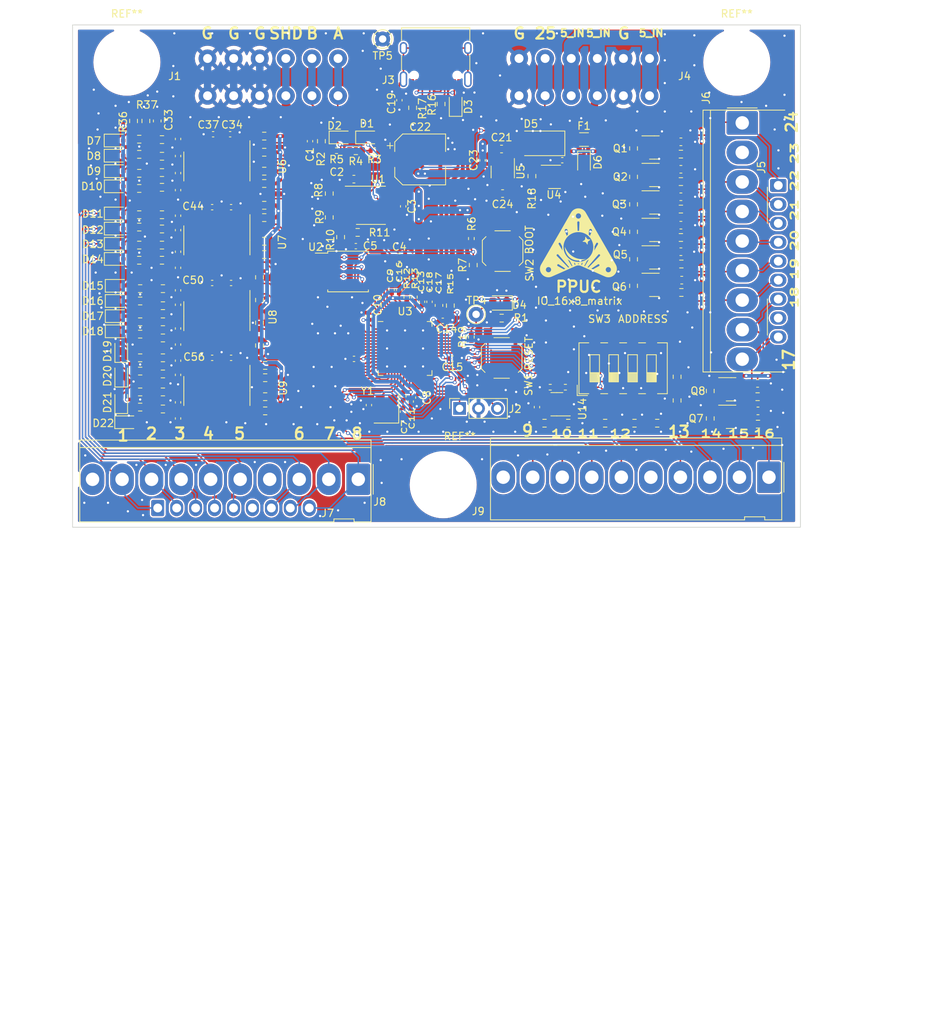
<source format=kicad_pcb>
(kicad_pcb (version 20211014) (generator pcbnew)
  (title_block (title "IO_16x8_matrix") (date "2024-03-24") (rev "0.1.0"))
  (layers (0 "F.Cu" signal) (31 "B.Cu" signal) (34 "B.Paste" user) (35 "F.Paste" user) (36 "B.SilkS" user "B.Silkscreen") (37 "F.SilkS" user "F.Silkscreen") (38 "B.Mask" user) (39 "F.Mask" user) (44 "Edge.Cuts" user))
  (net 0 "")
  (net 1 "/SHD")
  (net 2 "GND")
  (net 3 "+3V3")
  (net 4 "Net-(C6-Pad2)")
  (net 5 "Net-(C7-Pad2)")
  (net 6 "/1V1")
  (net 7 "/3V3A")
  (net 8 "Net-(C19-Pad1)")
  (net 9 "+5V")
  (net 10 "Net-(C35-Pad1)")
  (net 11 "Net-(C36-Pad1)")
  (net 12 "Net-(C39-Pad1)")
  (net 13 "/A")
  (net 14 "/B")
  (net 15 "Net-(D3-Pad2)")
  (net 16 "Net-(D4-Pad2)")
  (net 17 "/Out_S")
  (net 18 "/5V_IN")
  (net 19 "Net-(J2-Pad1)")
  (net 20 "Net-(J2-Pad3)")
  (net 21 "Net-(J3-PadA5)")
  (net 22 "/USB_D+")
  (net 23 "/USB_D-")
  (net 25 "Net-(J3-PadB5)")
  (net 27 "/Driver8/D1")
  (net 28 "Net-(Q4-Pad1)")
  (net 29 "Net-(Q5-Pad1)")
  (net 30 "Net-(Q6-Pad1)")
  (net 31 "/nReset")
  (net 32 "Net-(R6-Pad1)")
  (net 33 "/Q_nCS")
  (net 34 "/485_DE")
  (net 35 "Net-(R9-Pad1)")
  (net 36 "/485_RX")
  (net 37 "/485_TX")
  (net 38 "Net-(R12-Pad2)")
  (net 39 "Net-(R13-Pad2)")
  (net 40 "Net-(R14-Pad2)")
  (net 41 "Net-(R18-Pad1)")
  (net 42 "Net-(R19-Pad1)")
  (net 43 "Net-(U2-Pad2)")
  (net 44 "Net-(U2-Pad3)")
  (net 45 "Net-(U2-Pad5)")
  (net 46 "/Q_SCLK")
  (net 47 "Net-(U2-Pad7)")
  (net 48 "/Out_Special")
  (net 50 "Net-(R56-Pad2)")
  (net 51 "Net-(R58-Pad1)")
  (net 52 "/V_addr")
  (net 53 "Net-(R59-Pad2)")
  (net 54 "Net-(R60-Pad1)")
  (net 55 "Net-(R60-Pad2)")
  (net 56 "Net-(R61-Pad2)")
  (net 57 "Net-(R63-Pad2)")
  (net 58 "/Driver8/D2")
  (net 59 "/Driver8/D3")
  (net 60 "/Driver8/D4")
  (net 61 "/Driver8/D5")
  (net 62 "/Driver8/D6")
  (net 63 "/Driver8/D7")
  (net 64 "/Driver8/D8")
  (net 65 "/In16/V_SWITCH")
  (net 66 "Net-(C38-Pad1)")
  (net 67 "Net-(C41-Pad1)")
  (net 68 "Net-(C43-Pad1)")
  (net 69 "Net-(C45-Pad1)")
  (net 70 "Net-(C46-Pad1)")
  (net 71 "Net-(C48-Pad1)")
  (net 72 "Net-(C49-Pad1)")
  (net 73 "Net-(C51-Pad1)")
  (net 74 "Net-(C52-Pad1)")
  (net 75 "Net-(C54-Pad1)")
  (net 76 "Net-(C55-Pad1)")
  (net 77 "Net-(C57-Pad1)")
  (net 78 "Net-(C58-Pad1)")
  (net 79 "/In16/T1")
  (net 80 "Net-(D7-Pad2)")
  (net 81 "/In16/T2")
  (net 82 "Net-(D8-Pad2)")
  (net 83 "/In16/T3")
  (net 84 "Net-(D9-Pad2)")
  (net 85 "/In16/T4")
  (net 86 "Net-(D10-Pad2)")
  (net 87 "/In16/T5")
  (net 88 "Net-(D11-Pad2)")
  (net 89 "/In16/T6")
  (net 90 "Net-(D12-Pad2)")
  (net 91 "/In16/T7")
  (net 92 "Net-(D13-Pad2)")
  (net 93 "/In16/T8")
  (net 94 "Net-(D14-Pad2)")
  (net 95 "/In16/T9")
  (net 96 "Net-(D15-Pad2)")
  (net 97 "/In16/T10")
  (net 98 "Net-(D16-Pad2)")
  (net 99 "/In16/T11")
  (net 100 "Net-(D17-Pad2)")
  (net 101 "/In16/T12")
  (net 102 "Net-(D18-Pad2)")
  (net 103 "/In16/T13")
  (net 104 "Net-(D19-Pad2)")
  (net 105 "/In16/T14")
  (net 106 "Net-(D20-Pad2)")
  (net 107 "/In16/T15")
  (net 108 "Net-(D21-Pad2)")
  (net 109 "/In16/T16")
  (net 110 "Net-(D22-Pad2)")
  (net 115 "Net-(Q1-Pad1)")
  (net 116 "Net-(Q2-Pad1)")
  (net 117 "Net-(Q3-Pad1)")
  (net 118 "Net-(Q7-Pad1)")
  (net 119 "/Out_1")
  (net 120 "/Out_2")
  (net 121 "/Out_3")
  (net 122 "/Out_4")
  (net 123 "/Out_5")
  (net 124 "/Out_6")
  (net 125 "/Out_7")
  (net 126 "/Out_8")
  (net 127 "/In_1")
  (net 128 "/In_2")
  (net 129 "/In_3")
  (net 130 "/In_4")
  (net 131 "/In_5")
  (net 132 "/In_6")
  (net 133 "/In_7")
  (net 134 "/In_8")
  (net 135 "/In_9")
  (net 136 "/In_10")
  (net 137 "/In_11")
  (net 138 "/In_12")
  (net 139 "/In_13")
  (net 140 "/In_14")
  (net 141 "/In_15")
  (net 142 "/In_16")
  (net 146 "Net-(Q8-Pad1)")
  (footprint "Capacitor_SMD:C_0402_1005Metric" (layer "F.Cu") (at 151.8569 89.5102)
    (fp_text reference "C15")
    (fp_text value "100n")
  )
  (footprint "Connector_Pin:Pin_D1.0mm_L10.0mm" (layer "F.Cu") (at 142.5 46.674)
    (fp_text reference "TP5")
    (fp_text value "TP_GND")
  )
  (footprint "Capacitor_SMD:C_0402_1005Metric" (layer "F.Cu") (at 145.2289 96.6302 90)
    (fp_text reference "C7")
    (fp_text value "27pF")
  )
  (footprint "Capacitor_SMD:C_0402_1005Metric" (layer "F.Cu") (at 155.8925 62.933 -90)
    (fp_text reference "C23")
    (fp_text value "100n")
  )
  (footprint "Out_8x10:Terminal_Block_RTMPin" (layer "F.Cu") (at 178.292 49.28 180)
    (fp_text reference "J4")
    (fp_text value "Conn_01x06")
  )
  (footprint "Resistor_SMD:R_0603_1608Metric" (layer "F.Cu") (at 112.903 72.136 180)
    (fp_text reference "R53" hide)
    (fp_text value "100R")
  )
  (footprint "Resistor_SMD:R_0603_1608Metric" (layer "F.Cu") (at 150.3329 55.3862 -90)
    (fp_text reference "R16")
    (fp_text value "5k1")
  )
  (footprint "Diode_SMD:D_SOD-323" (layer "F.Cu") (at 136.8249 59.8622)
    (fp_text reference "D2")
    (fp_text value "SD15")
  )
  (footprint "Package_TO_SOT_SMD:SOT-23" (layer "F.Cu") (at 178.943 61.214)
    (fp_text reference "Q1")
    (fp_text value "MMBT3904")
  )
  (footprint "Package_TO_SOT_SMD:SOT-23-5" (layer "F.Cu") (at 165.5614 65.151)
    (fp_text reference "U4")
    (fp_text value "SN74AHCT1G125")
  )
  (footprint "Resistor_SMD:R_0603_1608Metric" (layer "F.Cu") (at 154.6509 76.9762 90)
    (fp_text reference "R7")
    (fp_text value "10k")
  )
  (footprint "Capacitor_SMD:C_0402_1005Metric" (layer "F.Cu") (at 115.062 85.471 -90)
    (fp_text reference "C51" hide)
    (fp_text value "100n")
  )
  (footprint "Capacitor_SMD:C_0402_1005Metric" (layer "F.Cu") (at 119.634 79.375 180)
    (fp_text reference "C50")
    (fp_text value "100n")
  )
  (footprint "Capacitor_SMD:CP_Elec_6.3x7.7" (layer "F.Cu") (at 147.5329 62.8142)
    (fp_text reference "C22")
    (fp_text value "100µ 35V")
  )
  (footprint "Capacitor_SMD:C_0402_1005Metric" (layer "F.Cu") (at 122.174 89.408)
    (fp_text reference "C53" hide)
    (fp_text value "100n")
  )
  (footprint "Capacitor_SMD:C_0402_1005Metric" (layer "F.Cu") (at 143.7049 80.2782 90)
    (fp_text reference "C9")
    (fp_text value "100n")
  )
  (footprint "Capacitor_SMD:C_0603_1608Metric" (layer "F.Cu") (at 158.5849 67.3862 180)
    (fp_text reference "C24")
    (fp_text value "10u")
  )
  (footprint "Resistor_SMD:R_0603_1608Metric" (layer "F.Cu") (at 176.149 65.151 90)
    (fp_text reference "R21" hide)
    (fp_text value "1k")
  )
  (footprint "Resistor_SMD:R_0603_1608Metric" (layer "F.Cu") (at 112.903 66.548 180)
    (fp_text reference "R47" hide)
    (fp_text value "100R")
  )
  (footprint "Resistor_SMD:R_0603_1608Metric" (layer "F.Cu") (at 109.982 96.012)
    (fp_text reference "R94" hide)
    (fp_text value "1k")
  )
  (footprint "Capacitor_SMD:C_0402_1005Metric" (layer "F.Cu") (at 115.062 64.643 -90)
    (fp_text reference "C38" hide)
    (fp_text value "100n")
  )
  (footprint "Package_TO_SOT_SMD:SOT-23-5" (layer "F.Cu") (at 158.6073 64.4906 -90)
    (fp_text reference "U5")
    (fp_text value "AP2112K-3.3")
  )
  (footprint "Resistor_SMD:R_0603_1608Metric" (layer "F.Cu") (at 126.619 68.961 180)
    (fp_text reference "R50" hide)
    (fp_text value "10k")
  )
  (footprint "Resistor_SMD:R_0603_1608Metric" (layer "F.Cu") (at 181.991 91.948 90)
    (fp_text reference "R63" hide)
    (fp_text value "3k")
  )
  (footprint "Capacitor_SMD:C_0402_1005Metric" (layer "F.Cu") (at 122.047 59.436)
    (fp_text reference "C34")
    (fp_text value "100n")
  )
  (footprint "Resistor_SMD:R_0402_1005Metric" (layer "F.Cu") (at 145.2529 94.5172 90)
    (fp_text reference "R14" hide)
    (fp_text value "1k")
  )
  (footprint "Resistor_SMD:R_0603_1608Metric" (layer "F.Cu") (at 176.276 98.171)
    (fp_text reference "R60" hide)
    (fp_text value "2k")
  )
  (footprint "Capacitor_SMD:C_0603_1608Metric" (layer "F.Cu") (at 182.499 64.135)
    (fp_text reference "C26" hide)
    (fp_text value "10n")
  )
  (footprint "Capacitor_SMD:C_0402_1005Metric" (layer "F.Cu") (at 115.062 87.63 -90)
    (fp_text reference "C52" hide)
    (fp_text value "100n")
  )
  (footprint "Capacitor_SMD:C_0402_1005Metric" (layer "F.Cu") (at 144.7449 54.8782 -90)
    (fp_text reference "C19")
    (fp_text value "100n")
  )
  (footprint "Resistor_SMD:R_0603_1608Metric" (layer "F.Cu") (at 176.149 79.756 90)
    (fp_text reference "R29" hide)
    (fp_text value "1k")
  )
  (footprint "Resistor_SMD:R_0603_1608Metric" (layer "F.Cu") (at 113.03 93.98 180)
    (fp_text reference "R91" hide)
    (fp_text value "100R")
  )
  (footprint "Resistor_SMD:R_0603_1608Metric" (layer "F.Cu") (at 125.984 84.709 -90)
    (fp_text reference "R77" hide)
    (fp_text value "10k")
  )
  (footprint "Resistor_SMD:R_0603_1608Metric" (layer "F.Cu") (at 134.2849 60.3702 -90)
    (fp_text reference "R2")
    (fp_text value "100R")
  )
  (footprint "Capacitor_SMD:C_0402_1005Metric" (layer "F.Cu") (at 119.634 89.408 180)
    (fp_text reference "C56")
    (fp_text value "100n")
  )
  (footprint "Capacitor_SMD:C_0402_1005Metric" (layer "F.Cu") (at 145.2529 69.1022 -90)
    (fp_text reference "C3")
    (fp_text value "100n")
  )
  (footprint "Package_TO_SOT_SMD:SOT-23" (layer "F.Cu") (at 178.943 64.897)
    (fp_text reference "Q2")
    (fp_text value "MMBT3904")
  )
  (footprint "Capacitor_SMD:C_0603_1608Metric" (layer "F.Cu") (at 182.613 78.994)
    (fp_text reference "C30" hide)
    (fp_text value "10n")
  )
  (footprint "Diode_SMD:D_SMA" (layer "F.Cu") (at 163.5349 60.6552 180)
    (fp_text reference "D5")
    (fp_text value "SMAJ5.0")
  )
  (footprint "Connector_Molex:Molex_KK-396_5273-09A_1x09_P3.96mm_Vertical" (layer "F.Cu") (at 190.725 57.912 -90)
    (fp_text reference "J6")
    (fp_text value "Conn_01x09")
  )
  (footprint "Capacitor_SMD:C_0402_1005Metric" (layer "F.Cu") (at 115.062 62.357 -90)
    (fp_text reference "C36" hide)
    (fp_text value "100n")
  )
  (footprint "Capacitor_SMD:C_0603_1608Metric" (layer "F.Cu") (at 150.0549 82.3812 90)
    (fp_text reference "C17")
    (fp_text value "10u")
  )
  (footprint "Diode_SMD:D_SOD-323" (layer "F.Cu") (at 140.3809 59.8622)
    (fp_text reference "D1")
    (fp_text value "SD15")
  )
  (footprint "Resistor_SMD:R_0603_1608Metric" (layer "F.Cu") (at 182.499 69.469 180)
    (fp_text reference "R26" hide)
    (fp_text value "1k")
  )
  (footprint "IO_16x8_matrix:MountingHole_5.5mm_Pinball" (layer "F.Cu") (at 150.622 106.426)
    (fp_text reference "REF**")
    (fp_text value "MountingHole_5.5mm_Pinball")
  )
  (footprint "Resistor_SMD:R_0402_1005Metric" (layer "F.Cu") (at 164.973 93.345 180)
    (fp_text reference "R58" hide)
    (fp_text value "1k")
  )
  (footprint "Diode_SMD:D_SOD-323" (layer "F.Cu") (at 106.807 81.788)
    (fp_text reference "D16")
    (fp_text value "1N4148WS")
  )
  (footprint "Resistor_SMD:R_0603_1608Metric" (layer "F.Cu") (at 176.149 68.834 90)
    (fp_text reference "R22" hide)
    (fp_text value "1k")
  )
  (footprint "Capacitor_SMD:C_0402_1005Metric" (layer "F.Cu") (at 132.7609 60.3702 -90)
    (fp_text reference "C1")
    (fp_text value "100n")
  )
  (footprint "LED_SMD:LED_0805_2012Metric" (layer "F.Cu") (at 158.2069 82.0562 180)
    (fp_text reference "D4")
    (fp_text value "LED gn")
  )
  (footprint "Resistor_SMD:R_0603_1608Metric" (layer "F.Cu") (at 109.855 66.7065)
    (fp_text reference "R49" hide)
    (fp_text value "1k")
  )
  (footprint "Connector_USB:USB_C_Receptacle_XKB_U262-16XN-4BVC11" (layer "F.Cu") (at 149.612 48.96 180)
    (fp_text reference "J3")
    (fp_text value "USB_C_Receptacle_USB2.0")
  )
  (footprint "Package_SO:SOIC-14_3.9x8.7mm_P1.27mm" (layer "F.Cu") (at 120.269 83.82 -90)
    (fp_text reference "U8")
    (fp_text value "LM339")
  )
  (footprint "Capacitor_SMD:C_0402_1005Metric" (layer "F.Cu") (at 115.062 72.291 -90)
    (fp_text reference "C43" hide)
    (fp_text value "100n")
  )
  (footprint "Diode_SMD:D_SOD-323" (layer "F.Cu") (at 106.657 60.2775)
    (fp_text reference "D7")
    (fp_text value "1N4148WS")
  )
  (footprint "Capacitor_SMD:C_0603_1608Metric" (layer "F.Cu") (at 138.6429 65.4558 180)
    (fp_text reference "C2")
    (fp_text value "10u")
  )
  (footprint "Resistor_SMD:R_0603_1608Metric" (layer "F.Cu") (at 158.4609 84.0882)
    (fp_text reference "R1")
    (fp_text value "10k")
  )
  (footprint "Package_TO_SOT_SMD:SOT-23-5" (layer "F.Cu") (at 165.862 95.631 180)
    (fp_text reference "U14")
    (fp_text value "LMV321")
  )
  (footprint "Resistor_SMD:R_0603_1608Metric" (layer "F.Cu") (at 186.436 93.853 90)
    (fp_text reference "R31" hide)
    (fp_text value "1k")
  )
  (footprint "Resistor_SMD:R_0603_1608Metric" (layer "F.Cu") (at 126.619 61.849 180)
    (fp_text reference "R39" hide)
    (fp_text value "10k")
  )
  (footprint "Package_SO:SOIC-14_3.9x8.7mm_P1.27mm" (layer "F.Cu") (at 120.269 63.754 -90)
    (fp_text reference "U6")
    (fp_text value "LM339")
  )
  (footprint "Resistor_SMD:R_0603_1608Metric" (layer "F.Cu") (at 125.984 87.757 -90)
    (fp_text reference "R78" hide)
    (fp_text value "10k")
  )
  (footprint "Resistor_SMD:R_0603_1608Metric" (layer "F.Cu") (at 113.03 89.408 180)
    (fp_text reference "R85" hide)
    (fp_text value "100R")
  )
  (footprint "Resistor_SMD:R_0603_1608Metric" (layer "F.Cu") (at 125.984 78.613 -90)
    (fp_text reference "R71" hide)
    (fp_text value "10k")
  )
  (footprint "Capacitor_SMD:C_0603_1608Metric" (layer "F.Cu") (at 192.786 92.837)
    (fp_text reference "C32" hide)
    (fp_text value "10n")
  )
  (footprint "Capacitor_SMD:C_0402_1005Metric" (layer "F.Cu") (at 166.5909 62.9158 180)
    (fp_text reference "C20" hide)
    (fp_text value "100n")
  )
  (footprint "Resistor_SMD:R_0603_1608Metric" (layer "F.Cu") (at 176.149 61.341 90)
    (fp_text reference "R20" hide)
    (fp_text value "1k")
  )
  (footprint "Resistor_SMD:R_0603_1608Metric" (layer "F.Cu") (at 182.499 73.279 180)
    (fp_text reference "R27" hide)
    (fp_text value "1k")
  )
  (footprint "Capacitor_SMD:C_0402_1005Metric" (layer "F.Cu") (at 115.062 80.363 -90)
    (fp_text reference "C48" hide)
    (fp_text value "100n")
  )
  (footprint "Diode_SMD:D_SOD-323" (layer "F.Cu") (at 107.442 95.377 90)
    (fp_text reference "D21")
    (fp_text value "1N4148WS")
  )
  (footprint "Capacitor_SMD:C_0603_1608Metric" (layer "F.Cu") (at 182.499 67.818)
    (fp_text reference "C27" hide)
    (fp_text value "10n")
  )
  (footprint "Resistor_SMD:R_0603_1608Metric" (layer "F.Cu") (at 109.855 70.231)
    (fp_text reference "R54" hide)
    (fp_text value "1k")
  )
  (footprint "Resistor_SMD:R_0402_1005Metric" (layer "F.Cu") (at 154.3969 73.4202 -90)
    (fp_text reference "R6")
    (fp_text value "1k")
  )
  (footprint "Capacitor_SMD:C_0402_1005Metric" (layer "F.Cu") (at 163.195 96.012 90)
    (fp_text reference "C42" hide)
    (fp_text value "100n")
  )
  (footprint "Package_TO_SOT_SMD:SOT-23" (layer "F.Cu") (at 189.23 93.6244)
    (fp_text reference "Q8")
    (fp_text value "MMBT3904")
  )
  (footprint "Resistor_SMD:R_0603_1608Metric" (layer "F.Cu") (at 126.746 92.075 180)
    (fp_text reference "R84" hide)
    (fp_text value "10k")
  )
  (footprint "Resistor_SMD:R_0603_1608Metric" (layer "F.Cu") (at 112.903 74.295 180)
    (fp_text reference "R67" hide)
    (fp_text value "100R")
  )
  (footprint "Resistor_SMD:R_0603_1608Metric" (layer "F.Cu") (at 167.386 98.171)
    (fp_text reference "R57" hide)
    (fp_text value "2k")
  )
  (footprint "Resistor_SMD:R_0603_1608Metric" (layer "F.Cu") (at 112.903 60.1585 180)
    (fp_text reference "R40" hide)
    (fp_text value "100R")
  )
  (footprint "Resistor_SMD:R_0603_1608Metric" (layer "F.Cu") (at 126.746 90.424 180)
    (fp_text reference "R83" hide)
    (fp_text value "10k")
  )
  (footprint "Resistor_SMD:R_0603_1608Metric" (layer "F.Cu") (at 164.211 98.171)
    (fp_text reference "R56" hide)
    (fp_text value "33k")
  )
  (footprint "Resistor_SMD:R_0603_1608Metric" (layer "F.Cu") (at 126.746 94.615 180)
    (fp_text reference "R90" hide)
    (fp_text value "10k")
  )
  (footprint "Diode_SMD:D_SOD-323" (layer "F.Cu") (at 106.68 74.12)
    (fp_text reference "D13")
    (fp_text value "1N4148WS")
  )
  (footprint "Resistor_SMD:R_0603_1608Metric" (layer "F.Cu") (at 139.1509 72.5932 180)
    (fp_text reference "R11")
    (fp_text value "10k")
  )
  (footprint "Connector_PinSocket_2.54mm:PinSocket_1x03_P2.54mm_Vertical" (layer "F.Cu") (at 152.8161 96.1898 90)
    (fp_text reference "J2")
    (fp_text value "nmount SW Debug")
  )
  (footprint "Resistor_SMD:R_0603_1608Metric" (layer "F.Cu") (at 112.903 70.231 180)
    (fp_text reference "R52" hide)
    (fp_text value "100R")
  )
  (footprint "Resistor_SMD:R_0402_1005Metric" (layer "F.Cu") (at 136.3169 61.6402 180)
    (fp_text reference "R5")
    (fp_text value "1k")
  )
  (footprint "Resistor_SMD:R_0603_1608Metric" (layer "F.Cu") (at 113.03 91.567 180)
    (fp_text reference "R86" hide)
    (fp_text value "100R")
  )
  (footprint "Resistor_SMD:R_0603_1608Metric" (layer "F.Cu") (at 109.855 76.327)
    (fp_text reference "R70" hide)
    (fp_text value "1k")
  )
  (footprint "Capacitor_SMD:C_0603_1608Metric" (layer "F.Cu") (at 192.8368 96.52)
    (fp_text reference "C31" hide)
    (fp_text value "10n")
  )
  (footprint "Resistor_SMD:R_0603_1608Metric" (layer "F.Cu") (at 138.9029 61.6402 180)
    (fp_text reference "R4")
    (fp_text value "120R")
  )
  (footprint "Resistor_SMD:R_0603_1608Metric" (layer "F.Cu") (at 135.3409 67.3862 -90)
    (fp_text reference "R8")
    (fp_text value "10k")
  )
  (footprint "Resistor_SMD:R_0603_1608Metric" (layer "F.Cu") (at 113.03 84.582 180)
    (fp_text reference "R79" hide)
    (fp_text value "100R")
  )
  (footprint "Capacitor_SMD:C_0603_1608Metric" (layer "F.Cu") (at 182.499 60.452)
    (fp_text reference "C25" hide)
    (fp_text value "10n")
  )
  (footprint "Capacitor_SMD:C_0402_1005Metric" (layer "F.Cu") (at 115.062 60.071 -90)
    (fp_text reference "C35" hide)
    (fp_text value "100n")
  )
  (footprint "Resistor_SMD:R_0603_1608Metric" (layer "F.Cu") (at 126.619 73.787 180)
    (fp_text reference "R65" hide)
    (fp_text value "10k")
  )
  (footprint "Resistor_SMD:R_0402_1005Metric" (layer "F.Cu") (at 167.005 93.345)
    (fp_text reference "R62" hide)
    (fp_text value "1k")
  )
  (footprint "Button_Switch_SMD:SW_SPST_SKQG_WithStem" (layer "F.Cu") (at 158.4609 89.4222 -90)
    (fp_text reference "SW1")
    (fp_text value "Reset")
  )
  (footprint "Capacitor_SMD:C_0603_1608Metric" (layer "F.Cu") (at 182.499 71.628)
    (fp_text reference "C28" hide)
    (fp_text value "10n")
  )
  (footprint "Resistor_SMD:R_0603_1608Metric" (layer "F.Cu") (at 112.903 76.327 180)
    (fp_text reference "R68" hide)
    (fp_text value "100R")
  )
  (footprint "Package_DFN_QFN:QFN-56-1EP_7x7mm_P0.4mm_EP3.2x3.2mm" (layer "F.Cu") (at 145.5069 88.1522)
    (fp_text reference "U3")
    (fp_text value "RP2040")
  )
  (footprint "Capacitor_SMD:C_0402_1005Metric" (layer "F.Cu") (at 115.062 89.789 -90)
    (fp_text reference "C54" hide)
    (fp_text value "100n")
  )
  (footprint "Resistor_SMD:R_0603_1608Metric" (layer "F.Cu") (at 192.786 94.615 180)
    (fp_text reference "R35" hide)
    (fp_text value "1k")
  )
  (footprint "Fuse:Fuse_1206_3216Metric" (layer "F.Cu") (at 169.5039 60.1472)
    (fp_text reference "F1")
    (fp_text value "T500mA,<0.3Ω")
  )
  (footprint "Resistor_SMD:R_0603_1608Metric" (layer "F.Cu") (at 136.8649 73.2282 90)
    (fp_text reference "R10")
    (fp_text value "10k")
  )
  (footprint "Resistor_SMD:R_0603_1608Metric" (layer "F.Cu") (at 113.03 86.741 180)
    (fp_text reference "R80" hide)
    (fp_text value "100R")
  )
  (footprint "Resistor_SMD:R_0603_1608Metric" (layer "F.Cu") (at 109.855 74.295)
    (fp_text reference "R69" hide)
    (fp_text value "1k")
  )
  (footprint "IO_16x8_matrix:MountingHole_5.5mm_Pinball" (layer "F.Cu") (at 108.204 49.784)
    (fp_text reference "REF**")
    (fp_text value "MountingHole_5.5mm_Pinball")
  )
  (footprint "Capacitor_SMD:C_0603_1608Metric" (layer "F.Cu") (at 158.4449 61.4172 180)
    (fp_text reference "C21")
    (fp_text value "10u")
  )
  (footprint "Resistor_SMD:R_0603_1608Metric" (layer "F.Cu") (at 162.5189 65.0494 -90)
    (fp_text reference "R18")
    (fp_text value "10k")
  )
  (footprint "Resistor_SMD:R_0402_1005Metric" (layer "F.Cu") (at 146.7529 81.2632 -90)
    (fp_text reference "R13")
    (fp_text value "27")
  )
  (footprint "Resistor_SMD:R_0603_1608Metric" (layer "F.Cu") (at 176.149 72.517 90)
    (fp_text reference "R23" hide)
    (fp_text value "1k")
  )
  (footprint "Resistor_SMD:R_0603_1608Metric" (layer "F.Cu") (at 126.619 59.69 180)
    (fp_text reference "R38" hide)
    (fp_text value "10k")
  )
  (footprint "Package_TO_SOT_SMD:SOT-23" (layer "F.Cu") (at 178.943 79.629)
    (fp_text reference "Q6")
    (fp_text value "MMBT3904")
  )
  (footprint "Package_SO:SOIC-8_3.9x4.9mm_P1.27mm" (layer "F.Cu") (at 140.9289 68.961)
    (fp_text reference "U1")
    (fp_text value "ADM3483")
  )
  (footprint "Resistor_SMD:R_0603_1608Metric" (layer "F.Cu") (at 126.619 75.565 180)
    (fp_text reference "R66" hide)
    (fp_text value "10k")
  )
  (footprint "Package_SO:SOIC-14_3.9x8.7mm_P1.27mm" (layer "F.Cu") (at 120.269 93.853 -90)
    (fp_text reference "U9")
    (fp_text value "LM339")
  )
  (footprint "Resistor_SMD:R_0603_1608Metric" (layer "F.Cu") (at 172.339 98.171 180)
    (fp_text reference "R61" hide)
    (fp_text value "2k")
  )
  (footprint "Diode_SMD:D_SOD-323" (layer "F.Cu") (at 106.807 79.756)
    (fp_text reference "D15")
    (fp_text value "1N4148WS")
  )
  (footprint "Resistor_SMD:R_0603_1608Metric" (layer "F.Cu") (at 109.855 64.6745)
    (fp_text reference "R48" hide)
    (fp_text value "1k")
  )
  (footprint "Resistor_SMD:R_0603_1608Metric" (layer "F.Cu") (at 109.982 84.582)
    (fp_text reference "R81" hide)
    (fp_text value "1k")
  )
  (footprint "Capacitor_SMD:C_0402_1005Metric" (layer "F.Cu") (at 115.062 70.358 -90)
    (fp_text reference "C41" hide)
    (fp_text value "100n")
  )
  (footprint "Diode_SMD:D_SOD-323" (layer "F.Cu") (at 106.68 64.389)
    (fp_text reference "D9")
    (fp_text value "1N4148WS")
  )
  (footprint "Resistor_SMD:R_0603_1608Metric" (layer "F.Cu") (at 113.03 80.137 180)
    (fp_text reference "R73" hide)
    (fp_text value "100R")
  )
  (footprint "Resistor_SMD:R_0603_1608Metric" (layer "F.Cu") (at 182.562 76.835 180)
    (fp_text reference "R32" hide)
    (fp_text value "1k")
  )
  (footprint "Capacitor_SMD:C_0402_1005Metric" (layer "F.Cu") (at 147.2849 94.7362 -90)
    (fp_text reference "C8")
    (fp_text value "100n")
  )
  (footprint "Capacitor_SMD:C_0402_1005Metric" (layer "F.Cu") (at 115.062 66.929 -90)
    (fp_text reference "C39" hide)
    (fp_text value "100n")
  )
  (footprint "Resistor_SMD:R_0603_1608Metric" (layer "F.Cu") (at 109.982 86.233)
    (fp_text reference "R82" hide)
    (fp_text value "1k")
  )
  (footprint "Resistor_SMD:R_0603_1608Metric" (layer "F.Cu") (at 109.982 80.137)
    (fp_text reference "R75" hide)
    (fp_text value "1k")
  )
  (footprint "Package_TO_SOT_SMD:SOT-23" (layer "F.Cu") (at 178.943 72.263)
    (fp_text reference "Q4")
    (fp_text value "MMBT3904")
  )
  (footprint "Resistor_SMD:R_0603_1608Metric" (layer "F.Cu") (at 182.562 80.645 180)
    (fp_text reference "R33" hide)
    (fp_text value "1k")
  )
  (footprint "Resistor_SMD:R_0603_1608Metric" (layer "F.Cu") (at 109.982 93.98)
    (fp_text reference "R93" hide)
    (fp_text value "1k")
  )
  (footprint "Diode_SMD:D_SOD-323" (layer "F.Cu") (at 106.68 70.056)
    (fp_text reference "D11")
    (fp_text value "1N4148WS")
  )
  (footprint "Capacitor_SMD:C_0603_1608Metric" (layer "F.Cu") (at 144.7449 75.9602)
    (fp_text reference "C4")
    (fp_text value "10u")
  )
  (footprint "Resistor_SMD:R_0603_1608Metric" (layer "F.Cu") (at 109.982 81.788)
    (fp_text reference "R76" hide)
    (fp_text value "1k")
  )
  (footprint "Resistor_SMD:R_0603_1608Metric" (layer "F.Cu") (at 192.8368 98.298 180)
    (fp_text reference "R34" hide)
    (fp_text value "1k")
  )
  (footprint "Out_8x10:Terminal_Block_RTMPin" (layer "F.Cu") (at 136.518 49.28 180)
    (fp_text reference "J1")
    (fp_text value "Conn_01x06")
  )
  (footprint "Diode_SMD:D_SOD-323" (layer "F.Cu") (at 108.077 98.044)
    (fp_text reference "D22")
    (fp_text value "1N4148WS")
  )
  (footprint "Capacitor_SMD:C_0402_1005Metric" (layer "F.Cu") (at 115.062 91.694 -90)
    (fp_text reference "C55" hide)
    (fp_text value "100n")
  )
  (footprint "Resistor_SMD:R_0603_1608Metric" (layer "F.Cu") (at 125.984 81.661 90)
    (fp_text reference "R72" hide)
    (fp_text value "10k")
  )
  (footprint "Button_Switch_SMD:SW_SPST_SKQG_WithStem" (layer "F.Cu") (at 158.5889 75.1022 -90)
    (fp_text reference "SW2")
    (fp_text value "Boot")
  )
  (footprint "Connector_Molex:Molex_KK-396_5273-10A_1x10_P3.96mm_Vertical" (layer "F.Cu") (at 194.31 105.41 180)
    (fp_text reference "J9")
    (fp_text value "Conn_01x10")
  )
  (footprint "Package_SO:SOIC-14_3.9x8.7mm_P1.27mm" (layer "F.Cu") (at 120.269 73.66 -90)
    (fp_text reference "U7")
    (fp_text value "LM339")
  )
  (footprint "Capacitor_SMD:C_0402_1005Metric" (layer "F.Cu") (at 138.9029 74.4362 180)
    (fp_text reference "C5")
    (fp_text value "100n")
  )
  (footprint "Package_TO_SOT_SMD:SOT-23" (layer "F.Cu") (at 178.943 75.946)
    (fp_text reference "Q5")
    (fp_text value "MMBT3904")
  )
  (footprint "Resistor_SMD:R_0603_1608Metric" (layer "F.Cu") (at 179.324 98.171)
    (fp_text reference "R64" hide)
    (fp_text value "2k")
  )
  (footprint "Resistor_SMD:R_0603_1608Metric" (layer "F.Cu") (at 109.093 57.658 -90)
    (fp_text reference "R36")
    (fp_text value "2k")
  )
  (footprint "Package_TO_SOT_SMD:SOT-23" (layer "F.Cu") (at 178.943 68.58)
    (fp_text reference "Q3")
    (fp_text value "MMBT3904")
  )
  (footprint "Diode_SMD:D_SOD-323" (layer "F.Cu") (at 106.68 66.421)
    (fp_text reference "D10")
    (fp_text value "1N4148WS")
  )
  (footprint "Resistor_SMD:R_0603_1608Metric" (layer "F.Cu") (at 186.436 97.536 90)
    (fp_text reference "R30" hide)
    (fp_text value "1k")
  )
  (footprint "Capacitor_SMD:C_0402_1005Metric" (layer "F.Cu") (at 115.062 82.296 -90)
    (fp_text reference "C49" hide)
    (fp_text value "100n")
  )
  (footprint "Resistor_SMD:R_0603_1608Metric" (layer "F.Cu") (at 126.619 70.612 180)
    (fp_text reference "R51" hide)
    (fp_text value "10k")
  )
  (footprint "Resistor_SMD:R_0402_1005Metric" (layer "F.Cu") (at 145.7369 81.2632 -90)
    (fp_text reference "R12")
    (fp_text value "27")
  )
  (footprint "Diode_SMD:D_SOD-323" (layer "F.Cu") (at 152.2909 55.5362 90)
    (fp_text reference "D3")
    (fp_text value "1A")
  )
  (footprint "Capacitor_SMD:C_0402_1005Metric" (layer "F.Cu") (at 119.634 69.215 180)
    (fp_text reference "C44")
    (fp_text value "100n")
  )
  (footprint "Diode_SMD:D_SOD-323" (layer "F.Cu") (at 106.807 85.852)
    (fp_text reference "D18")
    (fp_text value "1N4148WS")
  )
  (footprint "Resistor_SMD:R_0603_1608Metric" (layer "F.Cu") (at 113.03 82.423 180)
    (fp_text reference "R74" hide)
    (fp_text value "100R")
  )
  (footprint "Connector_Molex:Molex_KK-254_AE-6410-09A_1x09_P2.54mm_Vertical" (layer "F.Cu") (at 112.3368 109.535)
    (fp_text reference "J7")
    (fp_text value "Conn_01x09")
  )
  (footprint "Capacitor_SMD:C_0402_1005Metric" (layer "F.Cu") (at 147.7829 81.8982 90)
    (fp_text reference "C13")
    (fp_text value "1u")
  )
  (footprint "IO_16x8_matrix:MountingHole_5.5mm_Pinball" (layer "F.Cu") (at 189.992 49.784)
    (fp_text reference "REF**")
    (fp_text value "MountingHole_5.5mm_Pinball")
  )
  (footprint "Capacitor_SMD:C_0402_1005Metric" (layer "F.Cu") (at 144.7209 80.2782 90)
    (fp_text reference "C16")
    (fp_text value "100n")
  )
  (footprint "Capacitor_SMD:C_0402_1005Metric" (layer "F.Cu") (at 115.062 95.377 -90)
    (fp_text reference "C57" hide)
    (fp_text value "100n")
  )
  (footprint "Package_TO_SOT_SMD:SOT-23" (layer "F.Cu") (at 189.23 97.3122)
    (fp_text reference "Q7")
    (fp_text value "MMBT3904")
  )
  (footprint "Resistor_SMD:R_0603_1608Metric" (layer "F.Cu") (at 151.5789 82.4062 -90)
    (fp_text reference "R15")
    (fp_text value "100R")
  )
  (footprint "Capacitor_SMD:C_0402_1005Metric" (layer "F.Cu") (at 150.5629 84.4462)
    (fp_text reference "C14")
    (fp_text value "100n")
  )
  (footprint "Resistor_SMD:R_0603_1608Metric" (layer "F.Cu") (at 126.619 64.389 180)
    (fp_text reference "R44" hide)
    (fp_text value "10k")
  )
  (footprint "Resistor_SMD:R_0603_1608Metric" (layer "F.Cu") (at 182.499 65.786 180)
    (fp_text reference "R25" hide)
    (fp_text value "1k")
  )
  (footprint "Capacitor_SMD:C_0603_1608Metric" (layer "F.Cu") (at 112.268 57.658 90)
    (fp_text reference "C33")
    (fp_text value "10u")
  )
  (footprint "Connector_Molex:Molex_KK-254_AE-6410-09A_1x09_P2.54mm_Vertical" (layer "F.Cu") (at 195.56 66.294 -90)
    (fp_text reference "J5")
    (fp_text value "Conn_01x09")
  )
  (footprint "Resistor_SMD:R_0603_1608Metric" (layer "F.Cu") (at 112.903 64.579 180)
    (fp_text reference "R46" hide)
    (fp_text value "100R")
  )
  (footprint "Diode_SMD:D_SOD-323" (layer "F.Cu") (at 106.657 62.3095)
    (fp_text reference "D8")
    (fp_text value "1N4148WS")
  )
  (footprint "Resistor_SMD:R_0603_1608Metric" (layer "F.Cu") (at 109.855 62.1345)
    (fp_text reference "R43" hide)
    (fp_text value "1k")
  )
  (footprint "Resistor_SMD:R_0603_1608Metric" (layer "F.Cu") (at 135.3409 70.5866 -90)
    (fp_text reference "R9")
    (fp_text value "0")
  )
  (footprint "Resistor_SMD:R_0603_1608Metric" (layer "F.Cu") (at 113.03 96.266 180)
    (fp_text reference "R92" hide)
    (fp_text value "100R")
  )
  (footprint "Resistor_SMD:R_0603_1608Metric" (layer "F.Cu") (at 126.746 96.52 180)
    (fp_text reference "R89" hide)
    (fp_text value "10k")
  )
  (footprint "Resistor_SMD:R_0603_1608Metric" (layer "F.Cu") (at 109.855 71.882)
    (fp_text reference "R55" hide)
    (fp_text value "1k")
  )
  (footprint "Connector_Molex:Molex_KK-396_5273-10A_1x10_P3.96mm_Vertical" (layer "F.Cu") (at 139.232 105.693 180)
    (fp_text reference "J8")
    (fp_text value "Conn_01x10")
  )
  (footprint "Resistor_SMD:R_0402_1005Metric" (layer "F.Cu") (at 154.3909 86.6282 90)
    (fp_text reference "R19")
    (fp_text value "1k")
  )
  (footprint "Resistor_SMD:R_0603_1608Metric" (layer "F.Cu") (at 109.982 89.408)
    (fp_text reference "R87" hide)
    (fp_text value "1k")
  )
  (footprint "Capacitor_SMD:C_0402_1005Metric" (layer "F.Cu") (at 119.761 59.436 180)
    (fp_text reference "C37")
    (fp_text value "100n")
  )
  (footprint "Capacitor_SMD:C_0402_1005Metric" (layer "F.Cu") (at 146.2689 95.2642 -90)
    (fp_text reference "C11")
    (fp_text value "100n")
  )
  (footprint "Button_Switch_SMD:SW_DIP_SPSTx04_Slide_6.7x11.72mm_W8.61mm_P2.54mm_LowProfile" (layer "F.Cu") (at 174.752 90.805 90)
    (fp_text reference "SW3")
    (fp_text value "ADDRESS")
  )
  (footprint "Resistor_SMD:R_0603_1608Metric" (layer "F.Cu") (at 112.903 62.3885 180)
    (fp_text reference "R41" hide)
    (fp_text value "100R")
  )
  (footprint "Capacitor_SMD:C_0402_1005Metric" (layer "F.Cu") (at 122.174 69.215)
    (fp_text reference "C40" hide)
    (fp_text value "100n")
  )
  (footprint "Resistor_SMD:R_0603_1608Metric" (layer "F.Cu") (at 110.744 57.658 90)
    (fp_text reference "R37")
    (fp_text value "2k")
  )
  (footprint "Diode_SMD:D_SOD-323" (layer "F.Cu") (at 169.5039 63.1952 -90)
    (fp_text reference "D6")
    (fp_text value "SD05")
  )
  (footprint "Capacitor_SMD:C_0402_1005Metric" (layer "F.Cu") (at 140.6569 95.7442 90)
    (fp_text reference "C6" hide)
    (fp_text value "27pF")
  )
  (footprint "Resistor_SMD:R_0603_1608Metric" (layer "F.Cu") (at 176.149 76.2 90)
    (fp_text reference "R28" hide)
    (fp_text value "1k")
  )
  (footprint "Resistor_SMD:R_0402_1005Metric" (layer "F.Cu") (at 141.3969 61.6402 180)
    (fp_text reference "R3")
    (fp_text value "1k")
  )
  (footprint "Resistor_SMD:R_0603_1608Metric" (layer "F.Cu") (at 146.5229 55.8942 -90)
    (fp_text reference "R17")
    (fp_text value "5k1")
  )
  (footprint "Resistor_SMD:R_0603_1608Metric" (layer "F.Cu") (at 182.499 62.103 180)
    (fp_text reference "R24" hide)
    (fp_text value "1k")
  )
  (footprint "Capacitor_SMD:C_0402_1005Metric" (layer "F.Cu") (at 122.174 79.375)
    (fp_text reference "C47" hide)
    (fp_text value "100n")
  )
  (footprint "Diode_SMD:D_SOD-323" (layer "F.Cu") (at 106.68 76.152)
    (fp_text reference "D14")
    (fp_text value "1N4148WS")
  )
  (footprint "Connector_Pin:Pin_D1.0mm_L10.0mm" (layer "F.Cu") (at 155.0319 83.5802)
    (fp_text reference "TP4")
    (fp_text value "TP_LED")
  )
  (footprint "Capacitor_SMD:C_0402_1005Metric" (layer "F.Cu") (at 115.062 75.184 -90)
    (fp_text reference "C45" hide)
    (fp_text value "100n")
  )
  (footprint "Crystal:Crystal_SMD_3225-4Pin_3.2x2.5mm" (layer "F.Cu") (at 143.0069 96.1532 90)
    (fp_text reference "Y1")
    (fp_text value "12MHz,18pF")
  )
  (footprint "Diode_SMD:D_SOD-323" (layer "F.Cu") (at 106.807 83.82)
    (fp_text reference "D17")
    (fp_text value "1N4148WS")
  )
  (footprint "Capacitor_SMD:C_0402_1005Metric" (layer "F.Cu") (at 148.7849 81.8982 90)
    (fp_text reference "C18")
    (fp_text value "1u")
  )
  (footprint "Capacitor_SMD:C_0402_1005Metric" (layer "F.Cu") (at 138.6569 89.5492 180)
    (fp_text reference "C12" hide)
    (fp_text value "100n")
  )
  (footprint "Capacitor_SMD:C_0402_1005Metric" (layer "F.Cu") (at 115.062 97.536 -90)
    (fp_text reference "C58" hide)
    (fp_text value "100n")
  )
  (footprint "Resistor_SMD:R_0603_1608Metric" (layer "F.Cu") (at 109.982 91.186)
    (fp_text reference "R88" hide)
    (fp_text value "1k")
  )
  (footprint "Package_SO:SOIC-8_5.23x5.23mm_P1.27mm" (layer "F.Cu") (at 137.8629 77.8342)
    (fp_text reference "U2")
    (fp_text value "W25Q128JVSIQ")
  )
  (footprint "Capacitor_SMD:C_0402_1005Metric" (layer "F.Cu") (at 140.6809 83.8342 90)
    (fp_text reference "C10")
    (fp_text value "100n")
  )
  (footprint "Resistor_SMD:R_0603_1608Metric" (layer "F.Cu") (at 126.619 66.04 180)
    (fp_text reference "R45" hide)
    (fp_text value "10k")
  )
  (footprint "Diode_SMD:D_SOD-323" (layer "F.Cu") (at 106.68 72.088)
    (fp_text reference "D12")
    (fp_text value "1N4148WS")
  )
  (footprint "Capacitor_SMD:C_0603_1608Metric" (layer "F.Cu") (at 182.499 75.184)
    (fp_text reference "C29" hide)
    (fp_text value "10n")
  )
  (footprint "Resistor_SMD:R_0603_1608Metric" (layer "F.Cu") (at 109.855 60.1025)
    (fp_text reference "R42" hide)
    (fp_text value "1k")
  )
  (footprint "Resistor_SMD:R_0603_1608Metric" (layer "F.Cu") (at 181.991 95.123 90)
    (fp_text reference "R59" hide)
    (fp_text value "5k")
  )
  (footprint "Capacitor_SMD:C_0402_1005Metric" (layer "F.Cu") (at 115.062 77.343 -90)
    (fp_text reference "C46" hide)
    (fp_text value "100n")
  )
  (footprint "Diode_SMD:D_SOD-323" (layer "F.Cu") (at 107.442 88.519 90)
    (fp_text reference "D19")
    (fp_text value "1N4148WS")
  )
  (footprint "Diode_SMD:D_SOD-323" (layer "F.Cu") (at 107.442 91.821 90)
    (fp_text reference "D20")
    (fp_text value "1N4148WS")
  )
  (gr_poly (pts (xy 167.014902 74.700993) (xy 167.109922 74.876881) (xy 167.209982 75.038675) (xy 167.31453 75.186939) (xy 167.423013 75.322238) (xy 167.534878 75.445135) (xy 167.649572 75.556197) (xy 167.766541 75.655988) (xy 167.885234 75.745072) (xy 168.005096 75.824013) (xy 168.125574 75.893378) (xy 168.246117 75.953729) (xy 168.36617 76.005633) (xy 168.485181 76.049653) (xy 168.602596 76.086354) (xy 168.717863 76.116301) (xy 168.830429 76.140058) (xy 168.93974 76.158191) (xy 169.045244 76.171263) (xy 169.146387 76.17984) (xy 169.333381 76.185765) (xy 169.496296 76.180483) (xy 169.63071 76.168512) (xy 169.732197 76.154368) (xy 169.818695 76.137633) (xy 169.679067 76.194109) (xy 169.540608 76.242563) (xy 169.403519 76.283106) (xy 169.268 76.315847) (xy 169.134253 76.340895) (xy 169.002478 76.358361) (xy 168.872875 76.368353) (xy 168.745645 76.370983) (xy 168.620988 76.366359) (xy 168.499105 76.354592) (xy 168.380197 76.33579) (xy 168.264465 76.310064) (xy 168.152108 76.277524) (xy 168.043327 76.238279) (xy 167.938323 76.192439) (xy 167.837297 76.140113) (xy 167.740449 76.081412) (xy 167.647979 76.016446) (xy 167.560088 75.945323) (xy 167.476978 75.868153) (xy 167.398847 75.785047) (xy 167.325898 75.696114) (xy 167.25833 75.601464) (xy 167.196344 75.501207) (xy 167.14014 75.395451) (xy 167.08992 75.284308) (xy 167.045883 75.167887) (xy 167.008231 75.046296) (xy 166.977164 74.919648) (xy 166.952882 74.78805) (xy 166.935586 74.651612) (xy 166.925477 74.510446)) (layer "F.SilkS") (width 0) (fill solid))
  (gr_poly (pts (xy 168.79351 69.370214) (xy 168.831673 69.372071) (xy 168.869535 69.37515) (xy 168.907077 69.379439) (xy 168.944275 69.384924) (xy 168.981109 69.391593) (xy 169.017556 69.399434) (xy 169.053595 69.408432) (xy 169.089204 69.418575) (xy 169.12436 69.429851) (xy 169.159043 69.442247) (xy 169.19323 69.455749) (xy 169.2269 69.470346) (xy 169.26003 69.486023) (xy 169.2926 69.502769) (xy 169.324586 69.52057) (xy 169.355968 69.539413) (xy 169.386724 69.559287) (xy 169.416831 69.580177) (xy 169.446269 69.602071) (xy 169.475014 69.624957) (xy 169.503046 69.648821) (xy 169.530343 69.67365) (xy 169.556882 69.699432) (xy 169.582642 69.726154) (xy 169.607602 69.753803) (xy 169.631739 69.782366) (xy 169.655031 69.811831) (xy 169.677457 69.842184) (xy 169.698995 69.873413) (xy 169.719624 69.905504) (xy 169.73932 69.938446) (xy 173.760986 76.904925) (xy 173.783536 76.945853) (xy 173.804308 76.98725) (xy 173.840535 77.071276) (xy 173.869704 77.156659) (xy 173.891852 77.243054) (xy 173.907016 77.330115) (xy 173.915233 77.417498) (xy 173.916539 77.504858) (xy 173.910972 77.591849) (xy 173.898568 77.678127) (xy 173.879364 77.763347) (xy 173.853397 77.847165) (xy 173.820704 77.929234) (xy 173.781321 78.00921) (xy 173.735285 78.086749) (xy 173.682634 78.161504) (xy 173.653839 78.197731) (xy 173.623403 78.233132) (xy 173.558627 78.299767) (xy 173.490034 78.360215) (xy 173.417965 78.4144) (xy 173.342759 78.462245) (xy 173.264754 78.503671) (xy 173.184291 78.538602) (xy 173.101707 78.56696) (xy 173.017342 78.588666) (xy 172.931536 78.603645) (xy 172.844627 78.611817) (xy 172.756954 78.613107) (xy 172.668857 78.607435) (xy 172.580675 78.594725) (xy 172.492747 78.5749) (xy 172.405411 78.547881) (xy 172.319008 78.513591) (xy 170.228861 77.591518) (xy 172.419549 77.591518) (xy 172.420003 77.609513) (xy 172.421349 77.62727) (xy 172.423567 77.644765) (xy 172.426634 77.661979) (xy 172.430528 77.678888) (xy 172.435228 77.695471) (xy 172.440712 77.711706) (xy 172.446958 77.727572) (xy 172.453944 77.743046) (xy 172.461649 77.758107) (xy 172.470051 77.772733) (xy 172.479127 77.786901) (xy 172.488856 77.800592) (xy 172.499217 77.813782) (xy 172.510187 77.826449) (xy 172.521745 77.838573) (xy 172.533868 77.85013) (xy 172.546536 77.8611) (xy 172.559726 77.871461) (xy 172.573416 77.88119) (xy 172.587585 77.890266) (xy 172.602211 77.898668) (xy 172.617271 77.906372) (xy 172.632746 77.913359) (xy 172.648611 77.919605) (xy 172.664846 77.925089) (xy 172.681429 77.929789) (xy 172.698338 77.933683) (xy 172.715552 77.93675) (xy 172.733047 77.938967) (xy 172.750804 77.940314) (xy 172.768799 77.940768) (xy 172.786678 77.940314) (xy 172.804333 77.938967) (xy 172.821741 77.93675) (xy 172.83888 77.933683) (xy 172.855728 77.929789) (xy 172.872261 77.925089) (xy 172.888457 77.919605) (xy 172.904295 77.913359) (xy 172.91975 77.906372) (xy 172.934802 77.898668) (xy 172.949426 77.890266) (xy 172.963601 77.88119) (xy 172.977305 77.871461) (xy 172.990513 77.8611) (xy 173.003205 77.85013) (xy 173.015358 77.838573) (xy 173.026948 77.826449) (xy 173.037954 77.813782) (xy 173.048353 77.800592) (xy 173.058123 77.786901) (xy 173.06724 77.772733) (xy 173.075683 77.758107) (xy 173.083428 77.743046) (xy 173.090454 77.727572) (xy 173.096738 77.711706) (xy 173.102257 77.695471) (xy 173.106988 77.678888) (xy 173.11091 77.661979) (xy 173.114 77.644765) (xy 173.116235 77.62727) (xy 173.117592 77.609513) (xy 173.11805 77.591518) (xy 173.117596 77.573522) (xy 173.116249 77.555766) (xy 173.114032 77.53827) (xy 173.110965 77.521057) (xy 173.10707 77.504148) (xy 173.10237 77.487565) (xy 173.096886 77.471329) (xy 173.09064 77.455464) (xy 173.083654 77.43999) (xy 173.075949 77.424929) (xy 173.067548 77.410303) (xy 173.058472 77.396134) (xy 173.048742 77.382444) (xy 173.038382 77.369254) (xy 173.027412 77.356586) (xy 173.015854 77.344463) (xy 173.00373 77.332905) (xy 172.991063 77.321935) (xy 172.977873 77.311575) (xy 172.964183 77.301845) (xy 172.950014 77.292769) (xy 172.935388 77.284368) (xy 172.920327 77.276663) (xy 172.904853 77.269677) (xy 172.888987 77.263431) (xy 172.872752 77.257947) (xy 172.856169 77.253247) (xy 172.83926 77.249353) (xy 172.822046 77.246286) (xy 172.804551 77.244068) (xy 172.786794 77.242721) (xy 172.768799 77.242268) (xy 172.750804 77.242721) (xy 172.733047 77.244068) (xy 172.715551 77.246286) (xy 172.698338 77.249353) (xy 172.681429 77.253247) (xy 172.664846 77.257947) (xy 172.648611 77.263431) (xy 172.632745 77.269677) (xy 172.617271 77.276663) (xy 172.60221 77.284368) (xy 172.587584 77.292769) (xy 172.573416 77.301845) (xy 172.559725 77.311575) (xy 172.546535 77.321935) (xy 172.533868 77.332905) (xy 172.521744 77.344463) (xy 172.510187 77.356587) (xy 172.499217 77.369254) (xy 172.488856 77.382444) (xy 172.479127 77.396134) (xy 172.47005 77.410303) (xy 172.461649 77.424929) (xy 172.453944 77.43999) (xy 172.446958 77.455464) (xy 172.440712 77.47133) (xy 172.435228 77.487565) (xy 172.430528 77.504148) (xy 172.426634 77.521057) (xy 172.423567 77.53827) (xy 172.421349 77.555766) (xy 172.420003 77.573522) (xy 172.419549 77.591518) (xy 170.228861 77.591518) (xy 169.919988 77.455258) (xy 170.490736 77.455258) (xy 170.709018 77.538601) (xy 171.509383 77.10733) (xy 171.515696 77.103709) (xy 171.521734 77.099799) (xy 171.527494 77.095614) (xy 171.532973 77.091169) (xy 171.538167 77.086476) (xy 171.543073 77.08155) (xy 171.547687 77.076405) (xy 171.552005 77.071054) (xy 171.556026 77.065511) (xy 171.559745 77.05979) (xy 171.563158 77.053905) (xy 171.566263 77.047869) (xy 171.569056 77.041697) (xy 171.571533 77.035402) (xy 171.573692 77.028998) (xy 171.575528 77.022499) (xy 171.577039 77.015918) (xy 171.578221 77.00927) (xy 171.579071 77.002568) (xy 171.579585 76.995826) (xy 171.57976 76.989058) (xy 171.579592 76.982277) (xy 171.579078 76.975499) (xy 171.578215 76.968735) (xy 171.577 76.962) (xy 171.575428 76.955308) (xy 171.573497 76.948673) (xy 171.571203 76.942109) (xy 171.568543 76.935628) (xy 171.565513 76.929246) (xy 171.56211 76.922976) (xy 171.558331 76.916831) (xy 171.554368 76.911251) (xy 171.550175 76.905921) (xy 171.545765 76.900846) (xy 171.541148 76.896029) (xy 171.536336 76.891472) (xy 171.531338 76.887179) (xy 171.526167 76.883152) (xy 171.520834 76.879396) (xy 171.51535 76.875914) (xy 171.509726 76.872707) (xy 171.503973 76.86978) (xy 171.498102 76.867136) (xy 171.492125 76.864778) (xy 171.486052 76.862708) (xy 171.479894 76.860931) (xy 171.473664 76.859449) (xy 171.467372 76.858266) (xy 171.461029 76.857384) (xy 171.454646 76.856807) (xy 171.448234 76.856537) (xy 171.441805 76.856579) (xy 171.43537 76.856935) (xy 171.42894 76.857608) (xy 171.422525 76.858602) (xy 171.416138 76.859919) (xy 171.409789 76.861563) (xy 171.403489 76.863537) (xy 171.39725 76.865844) (xy 171.391083 76.868487) (xy 171.384998 76.87147) (xy 171.379008 76.874795) (xy 171.373122 76.878466) (xy 170.490736 77.455258) (xy 169.919988 77.455258) (xy 169.476169 77.259466) (xy 169.976122 77.259466) (xy 170.100476 77.307091) (xy 171.623153 75.751341) (xy 171.628068 75.74615) (xy 171.632642 75.740757) (xy 171.636877 75.735175) (xy 171.640772 75.72942) (xy 171.64433 75.723506) (xy 171.64755 75.717448) (xy 171.650434 75.71126) (xy 171.652981 75.704957) (xy 171.655193 75.698552) (xy 171.657071 75.692062) (xy 171.658615 75.6855) (xy 171.659826 75.678881) (xy 171.660704 75.672219) (xy 171.661251 75.665529) (xy 171.661467 75.658825) (xy 171.661353 75.652123) (xy 171.660909 75.645436) (xy 171.660137 75.638778) (xy 171.659036 75.632166) (xy 171.657609 75.625613) (xy 171.655855 75.619133) (xy 171.653775 75.612741) (xy 171.65137 75.606452) (xy 171.64864 75.600281) (xy 171.645587 75.594241) (xy 171.642211 75.588347) (xy 171.638513 75.582615) (xy 171.634494 75.577057) (xy 171.630154 75.57169) (xy 171.625494 75.566527) (xy 171.620514 75.561583) (xy 171.615216 75.556873) (xy 171.609924 75.552567) (xy 171.604473 75.548577) (xy 171.598876 75.544904) (xy 171.593145 75.541545) (xy 171.587292 75.538501) (xy 171.581328 75.535769) (xy 171.575267 75.53335) (xy 171.56912 75.531241) (xy 171.5629 75.529443) (xy 171.556618 75.527953) (xy 171.550286 75.526772) (xy 171.543918 75.525898) (xy 171.537524 75.52533) (xy 171.531117 75.525067) (xy 171.524709 75.525109) (xy 171.518312 75.525453) (xy 171.511938 75.526101) (xy 171.5056 75.527049) (xy 171.499309 75.528298) (xy 171.493078 75.529846) (xy 171.486919 75.531693) (xy 171.480843 75.533837) (xy 171.474864 75.536277) (xy 171.468992 75.539013) (xy 171.46324 75.542044) (xy 171.457621 75.545368) (xy 171.452146 75.548985) (xy 171.446828 75.552894) (xy 171.441678 75.557093) (xy 171.436709 75.561582) (xy 171.431933 75.56636) (xy 171.427361 75.571425) (xy 169.976122 77.259466) (xy 169.476169 77.259466) (xy 169.104321 77.095424) (xy 169.097896 77.092779) (xy 169.539559 77.092779) (xy 169.622903 77.124529) (xy 170.173236 76.19981) (xy 170.141675 76.226842) (xy 170.109509 76.253347) (xy 170.076754 76.279294) (xy 170.043425 76.304651) (xy 170.009538 76.329389) (xy 169.975109 76.353475) (xy 169.940152 76.376879) (xy 169.904684 76.399571) (xy 169.539559 77.092779) (xy 169.097896 77.092779) (xy 169.062525 77.078216) (xy 169.020049 77.063302) (xy 168.976988 77.050683) (xy 168.933437 77.040358) (xy 168.88949 77.032327) (xy 168.845243 77.026591) (xy 168.800791 77.023149) (xy 168.756228 77.022002) (xy 168.711649 77.023149) (xy 168.667151 77.026591) (xy 168.622826 77.032327) (xy 168.578771 77.040358) (xy 168.53508 77.050683) (xy 168.491849 77.063302) (xy 168.449171 77.078216) (xy 168.407143 77.095424) (xy 165.192456 78.513591) (xy 165.16387 78.525606) (xy 165.13517 78.536845) (xy 165.106365 78.54731) (xy 165.077466 78.556999) (xy 165.048481 78.565913) (xy 165.01942 78.574052) (xy 164.990294 78.581416) (xy 164.961111 78.588005) (xy 164.931882 78.593819) (xy 164.902616 78.598857) (xy 164.873323 78.60312) (xy 164.844012 78.606609) (xy 164.814694 78.609322) (xy 164.785378 78.61126) (xy 164.756073 78.612422) (xy 164.726789 78.61281) (xy 164.668158 78.611263) (xy 164.609902 78.60664) (xy 164.55212 78.598962) (xy 164.494907 78.588253) (xy 164.438361 78.574537) (xy 164.382578 78.557836) (xy 164.327655 78.538175) (xy 164.27369 78.515575) (xy 164.22078 78.490061) (xy 164.16902 78.461656) (xy 164.118508 78.430383) (xy 164.069341 78.396265) (xy 164.021616 78.359325) (xy 163.97543 78.319587) (xy 163.930879 78.277074) (xy 163.88806 78.231809) (xy 163.828597 78.160414) (xy 163.775742 78.085862) (xy 163.729529 78.008501) (xy 163.689995 77.928676) (xy 163.657173 77.846735) (xy 163.631099 77.763024) (xy 163.611808 77.677892) (xy 163.599334 77.591684) (xy 163.599323 77.591518) (xy 164.392091 77.591518) (xy 164.392545 77.609513) (xy 164.393892 77.62727) (xy 164.396109 77.644765) (xy 164.399176 77.661979) (xy 164.40307 77.678888) (xy 164.407771 77.695471) (xy 164.413254 77.711706) (xy 164.4195 77.727572) (xy 164.426487 77.743046) (xy 164.434191 77.758107) (xy 164.442593 77.772733) (xy 164.451669 77.786901) (xy 164.461398 77.800592) (xy 164.471759 77.813782) (xy 164.482729 77.826449) (xy 164.494286 77.838573) (xy 164.50641 77.85013) (xy 164.519078 77.8611) (xy 164.532267 77.871461) (xy 164.545958 77.88119) (xy 164.560127 77.890266) (xy 164.574752 77.898668) (xy 164.589813 77.906372) (xy 164.605287 77.913359) (xy 164.621153 77.919605) (xy 164.637388 77.925089) (xy 164.653971 77.929789) (xy 164.67088 77.933683) (xy 164.688094 77.93675) (xy 164.705589 77.938967) (xy 164.723346 77.940314) (xy 164.741341 77.940768) (xy 164.759336 77.940314) (xy 164.777093 77.938967) (xy 164.794589 77.93675) (xy 164.811802 77.933683) (xy 164.828711 77.929789) (xy 164.845294 77.925089) (xy 164.861529 77.919605) (xy 164.877395 77.913359) (xy 164.892869 77.906372) (xy 164.90793 77.898668) (xy 164.922556 77.890266) (xy 164.936724 77.88119) (xy 164.950415 77.871461) (xy 164.963605 77.8611) (xy 164.976272 77.85013) (xy 164.988396 77.838573) (xy 164.999953 77.826449) (xy 165.010923 77.813782) (xy 165.021284 77.800592) (xy 165.031013 77.786901) (xy 165.040089 77.772733) (xy 165.048491 77.758107) (xy 165.056196 77.743046) (xy 165.063182 77.727572) (xy 165.069428 77.711706) (xy 165.074912 77.695471) (xy 165.079612 77.678888) (xy 165.083506 77.661979) (xy 165.086573 77.644765) (xy 165.088791 77.62727) (xy 165.090137 77.609513) (xy 165.090591 77.591518) (xy 165.090137 77.573522) (xy 165.088791 77.555766) (xy 165.086573 77.53827) (xy 165.083506 77.521057) (xy 165.079612 77.504148) (xy 165.074912 77.487565) (xy 165.069428 77.471329) (xy 165.063182 77.455464) (xy 165.056196 77.43999) (xy 165.048491 77.424929) (xy 165.04009 77.410303) (xy 165.031013 77.396134) (xy 165.021284 77.382444) (xy 165.010923 77.369254) (xy 164.999953 77.356586) (xy 164.988396 77.344463) (xy 164.976272 77.332905) (xy 164.963605 77.321935) (xy 164.950415 77.311575) (xy 164.936725 77.301845) (xy 164.922556 77.292769) (xy 164.90793 77.284368) (xy 164.892869 77.276663) (xy 164.877395 77.269677) (xy 164.861529 77.263431) (xy 164.845294 77.257947) (xy 164.828711 77.253247) (xy 164.811802 77.249353) (xy 164.794589 77.246286) (xy 164.777093 77.244068) (xy 164.759336 77.242721) (xy 164.741341 77.242268) (xy 164.723346 77.242721) (xy 164.705589 77.244068) (xy 164.688094 77.246286) (xy 164.67088 77.249353) (xy 164.653971 77.253247) (xy 164.637388 77.257947) (xy 164.621153 77.263431) (xy 164.605287 77.269677) (xy 164.589813 77.276663) (xy 164.574753 77.284368) (xy 164.560127 77.292769) (xy 164.545958 77.301845) (xy 164.532267 77.311575) (xy 164.519078 77.321935) (xy 164.50641 77.332905) (xy 164.494287 77.344463) (xy 164.482729 77.356587) (xy 164.471759 77.369254) (xy 164.461398 77.382444) (xy 164.451669 77.396134) (xy 164.442593 77.410303) (xy 164.434191 77.424929) (xy 164.426487 77.43999) (xy 164.4195 77.455464) (xy 164.413254 77.47133) (xy 164.407771 77.487565) (xy 164.40307 77.504148) (xy 164.399176 77.521057) (xy 164.396109 77.53827) (xy 164.393892 77.555766) (xy 164.392545 77.573522) (xy 164.392091 77.591518) (xy 163.599323 77.591518) (xy 163.593712 77.504747) (xy 163.594977 77.417428) (xy 163.603165 77.330075) (xy 163.618309 77.243033) (xy 163.640446 77.156651) (xy 163.669608 77.071274) (xy 163.70468 76.989923) (xy 165.910957 76.989923) (xy 165.911139 76.996403) (xy 165.911629 77.002854) (xy 165.912421 77.009263) (xy 165.913514 77.015618) (xy 165.914904 77.021908) (xy 165.916587 77.028121) (xy 165.918561 77.034245) (xy 165.920823 77.040267) (xy 165.923369 77.046177) (xy 165.926196 77.051962) (xy 165.929302 77.05761) (xy 165.932682 77.06311) (xy 165.936334 77.06845) (xy 165.940255 77.073617) (xy 165.944441 77.0786) (xy 165.94889 77.083387) (xy 165.953598 77.087967) (xy 165.958561 77.092326) (xy 165.963778 77.096454) (xy 165.969245 77.100339) (xy 165.974958 77.103968) (xy 165.980914 77.10733) (xy 166.785247 77.541247) (xy 167.002205 77.45658) (xy 166.117174 76.877142) (xy 166.11103 76.873363) (xy 166.104759 76.86996) (xy 166.098377 76.86693) (xy 166.091897 76.86427) (xy 166.085332 76.861976) (xy 166.078697 76.860045) (xy 166.072005 76.858473) (xy 166.06527 76.857257) (xy 166.058507 76.856395) (xy 166.051728 76.855881) (xy 166.044947 76.855713) (xy 166.038179 76.855888) (xy 166.031437 76.856402) (xy 166.024735 76.857252) (xy 166.018087 76.858434) (xy 166.011506 76.859945) (xy 166.005007 76.861781) (xy 165.998603 76.86394) (xy 165.992308 76.866418) (xy 165.986136 76.869211) (xy 165.9801 76.872315) (xy 165.974215 76.875729) (xy 165.968494 76.879448) (xy 165.962951 76.883468) (xy 165.9576 76.887787) (xy 165.952455 76.892401) (xy 165.947529 76.897307) (xy 165.942836 76.902501) (xy 165.938391 76.907979) (xy 165.934206 76.91374) (xy 165.930296 76.919778) (xy 165.926674 76.926091) (xy 165.92362 76.932217) (xy 165.920903 76.938431) (xy 165.918521 76.944723) (xy 165.916471 76.951079) (xy 165.914749 76.957489) (xy 165.913352 76.963941) (xy 165.912278 76.970422) (xy 165.911523 76.97692) (xy 165.911083 76.983425) (xy 165.910957 76.989923) (xy 163.70468 76.989923) (xy 163.705833 76.98725) (xy 163.749154 76.904925) (xy 164.469996 75.656256) (xy 165.830597 75.656256) (xy 165.830658 75.662675) (xy 165.831024 75.669085) (xy 165.831697 75.675475) (xy 165.832677 75.681834) (xy 165.833965 75.688149) (xy 165.835559 75.694408) (xy 165.837462 75.700601) (xy 165.839672 75.706713) (xy 165.84219 75.712735) (xy 165.845017 75.718654) (xy 165.848152 75.724458) (xy 165.851596 75.730136) (xy 165.855349 75.735675) (xy 165.859412 75.741063) (xy 165.863784 75.746289) (xy 165.868466 75.751341) (xy 167.393789 77.308414) (xy 167.519466 77.260789) (xy 166.607091 76.19981) (xy 167.318382 76.19981) (xy 167.870039 77.127174) (xy 167.953383 77.095424) (xy 167.722088 76.656216) (xy 168.170341 76.656216) (xy 168.218958 76.817777) (xy 168.265591 76.976361) (xy 168.292049 76.965778) (xy 168.350258 76.941966) (xy 168.349636 76.93932) (xy 169.142685 76.93932) (xy 169.210153 76.967101) (xy 169.227351 76.973716) (xy 169.273984 76.815958) (xy 169.322601 76.656217) (xy 169.292836 76.664112) (xy 169.26307 76.671761) (xy 169.233305 76.678913) (xy 169.218422 76.682225) (xy 169.203539 76.68532) (xy 169.172616 76.813313) (xy 169.142685 76.93932) (xy 168.349636 76.93932) (xy 168.320326 76.814635) (xy 168.300792 76.732945) (xy 168.706122 76.732945) (xy 168.708768 76.870529) (xy 168.714165 76.870092) (xy 168.719455 76.869764) (xy 168.724651 76.869529) (xy 168.729769 76.869371) (xy 168.739836 76.869226) (xy 168.749778 76.869206) (xy 168.790789 76.870529) (xy 168.793434 76.732945) (xy 168.706122 76.732945) (xy 168.300792 76.732945) (xy 168.289403 76.68532) (xy 168.259079 76.678354) (xy 168.229376 76.671264) (xy 168.19992 76.663926) (xy 168.170341 76.656216) (xy 167.722088 76.656216) (xy 167.586934 76.399571) (xy 167.551521 76.376879) (xy 167.516696 76.353475) (xy 167.482429 76.329389) (xy 167.44869 76.304651) (xy 167.415446 76.279294) (xy 167.382668 76.253347) (xy 167.350324 76.226842) (xy 167.318382 76.19981) (xy 166.607091 76.19981) (xy 166.065581 75.570101) (xy 166.060754 75.564803) (xy 166.055708 75.559824) (xy 166.050458 75.555164) (xy 166.045016 75.550824) (xy 166.039397 75.546804) (xy 166.033615 75.543106) (xy 166.027682 75.53973) (xy 166.021614 75.536677) (xy 166.015424 75.533948) (xy 166.009126 75.531543) (xy 166.002733 75.529463) (xy 165.996259 75.527709) (xy 165.989719 75.526281) (xy 165.983125 75.525181) (xy 165.976493 75.524409) (xy 165.969834 75.523965) (xy 165.963165 75.523851) (xy 165.956497 75.524067) (xy 165.949845 75.524614) (xy 165.943224 75.525492) (xy 165.936645 75.526703) (xy 165.930125 75.528247) (xy 165.923675 75.530125) (xy 165.917311 75.532337) (xy 165.911045 75.534884) (xy 165.904892 75.537768) (xy 165.898865 75.540988) (xy 165.892979 75.544545) (xy 165.887246 75.548441) (xy 165.881682 75.552676) (xy 165.876299 75.55725) (xy 165.871112 75.562164) (xy 165.866302 75.567096) (xy 165.861795 75.57221) (xy 165.85759 75.577494) (xy 165.853689 75.582936) (xy 165.850091 75.588524) (xy 165.846796 75.594246) (xy 165.843806 75.600092) (xy 165.841119 75.606048) (xy 165.838736 75.612103) (xy 165.836658 75.618244) (xy 165.834885 75.624461) (xy 165.833416 75.630741) (xy 165.832253 75.637073) (xy 165.831395 75.643444) (xy 165.830843 75.649842) (xy 165.830597 75.656256) (xy 164.469996 75.656256) (xy 165.364017 74.1076) (xy 166.095957 74.1076) (xy 166.096064 74.114051) (xy 166.096479 74.12051) (xy 166.097207 74.126965) (xy 166.098248 74.133404) (xy 166.099605 74.139817) (xy 166.101281 74.14619) (xy 166.103278 74.152513) (xy 166.105599 74.158775) (xy 166.108246 74.164962) (xy 166.111222 74.171065) (xy 166.114528 74.17707) (xy 166.622528 75.030351) (xy 166.610436 74.973055) (xy 166.599956 74.915278) (xy 166.591088 74.857037) (xy 166.583833 74.798345) (xy 166.57819 74.73922) (xy 166.574159 74.679675) (xy 166.571741 74.619728) (xy 166.570935 74.559393) (xy 166.570941 74.552779) (xy 166.75482 74.552779) (xy 166.757419 74.655577) (xy 166.765133 74.757018) (xy 166.777835 74.856977) (xy 166.795399 74.955328) (xy 166.817701 75.051946) (xy 166.844614 75.146707) (xy 166.876013 75.239486) (xy 166.911772 75.330157) (xy 166.951765 75.418596) (xy 166.995867 75.504678) (xy 167.043951 75.588277) (xy 167.095893 75.669268) (xy 167.151565 75.747528) (xy 167.210844 75.822929) (xy 167.273602 75.895349) (xy 167.339715 75.964661) (xy 167.409056 76.030741) (xy 167.4815 76.093463) (xy 167.556921 76.152703) (xy 167.635193 76.208336) (xy 167.716191 76.260236) (xy 167.799789 76.30828) (xy 167.885861 76.35234) (xy 167.974281 76.392294) (xy 168.064924 76.428015) (xy 168.157664 76.459379) (xy 168.252375 76.48626) (xy 168.348932 76.508535) (xy 168.447209 76.526077) (xy 168.54708 76.538762) (xy 168.64842 76.546464) (xy 168.751102 76.549059) (xy 168.85378 76.546464) (xy 168.955109 76.538762) (xy 169.054962 76.526077) (xy 169.153217 76.508535) (xy 169.249746 76.48626) (xy 169.344426 76.459379) (xy 169.437131 76.428015) (xy 169.527736 76.392294) (xy 169.616117 76.35234) (xy 169.702148 76.30828) (xy 169.785704 76.260236) (xy 169.866661 76.208336) (xy 169.944893 76.152703) (xy 170.020276 76.093463) (xy 170.092684 76.030741) (xy 170.161992 75.964661) (xy 170.228075 75.895349) (xy 170.290809 75.822929) (xy 170.350069 75.747528) (xy 170.405729 75.669268) (xy 170.457664 75.588277) (xy 170.50575 75.504678) (xy 170.549861 75.418596) (xy 170.589872 75.330157) (xy 170.625659 75.239486) (xy 170.657097 75.146707) (xy 170.68406 75.051946) (xy 170.689058 75.030351) (xy 170.870413 75.030351) (xy 171.37709 74.178393) (xy 171.380505 74.17214) (xy 171.383559 74.16579) (xy 171.386256 74.159357) (xy 171.388598 74.152852) (xy 171.39059 74.146288) (xy 171.392234 74.139677) (xy 171.393535 74.133032) (xy 171.394495 74.126365) (xy 171.395117 74.119689) (xy 171.395406 74.113015) (xy 171.395365 74.106355) (xy 171.394996 74.099724) (xy 171.394304 74.093132) (xy 171.393291 74.086592) (xy 171.391962 74.080116) (xy 171.390319 74.073718) (xy 171.388366 74.067408) (xy 171.386107 74.0612) (xy 171.383544 74.055106) (xy 171.380682 74.049138) (xy 171.377522 74.043308) (xy 171.37407 74.03763) (xy 171.370328 74.032114) (xy 171.3663 74.026775) (xy 171.361989 74.021623) (xy 171.357398 74.016672) (xy 171.352531 74.011933) (xy 171.347391 74.007419) (xy 171.341982 74.003143) (xy 171.336307 73.999116) (xy 171.33037 73.995352) (xy 171.324173 73.991862) (xy 171.318051 73.988811) (xy 171.311848 73.986105) (xy 171.305574 73.983741) (xy 171.299242 73.981715) (xy 171.292862 73.980023) (xy 171.286446 73.978662) (xy 171.280005 73.977628) (xy 171.273551 73.976917) (xy 171.267095 73.976526) (xy 171.260648 73.976451) (xy 171.254223 73.976689) (xy 171.247829 73.977235) (xy 171.241479 73.978087) (xy 171.235184 73.97924) (xy 171.228956 73.980691) (xy 171.222805 73.982436) (xy 171.216743 73.984472) (xy 171.210782 73.986796) (xy 171.204933 73.989402) (xy 171.199207 73.992289) (xy 171.193615 73.995451) (xy 171.18817 73.998886) (xy 171.182883 74.00259) (xy 171.177764 74.006559) (xy 171.172825 74.01079) (xy 171.168078 74.015278) (xy 171.163534 74.020021) (xy 171.159204 74.025015) (xy 171.1551 74.030256) (xy 171.151233 74.03574) (xy 171.147615 74.041464) (xy 171.144257 74.047424) (xy 170.919361 74.474726) (xy 170.919589 74.495583) (xy 170.920188 74.516564) (xy 170.922007 74.559393) (xy 170.921147 74.619728) (xy 170.918596 74.679675) (xy 170.914403 74.739219) (xy 170.908612 74.798345) (xy 170.901272 74.857036) (xy 170.892427 74.915278) (xy 170.882126 74.973055) (xy 170.870413 75.030351) (xy 170.689058 75.030351) (xy 170.706423 74.955328) (xy 170.724062 74.856977) (xy 170.736851 74.757018) (xy 170.744666 74.655577) (xy 170.747382 74.552779) (xy 170.744783 74.44998) (xy 170.737069 74.348539) (xy 170.724367 74.248581) (xy 170.706803 74.15023) (xy 170.684501 74.053611) (xy 170.657588 73.95885) (xy 170.626189 73.866071) (xy 170.59043 73.7754) (xy 170.550437 73.686961) (xy 170.506336 73.60088) (xy 170.458251 73.517281) (xy 170.40631 73.436289) (xy 170.350637 73.35803) (xy 170.291359 73.282628) (xy 170.2286 73.210208) (xy 170.162488 73.140896) (xy 170.093147 73.074817) (xy 170.020703 73.012094) (xy 169.945282 72.952854) (xy 169.86701 72.897221) (xy 169.849347 72.885904) (xy 170.134872 72.885904) (xy 170.157568 72.904939) (xy 170.180016 72.92433) (xy 170.202217 72.944063) (xy 170.224169 72.964121) (xy 170.245873 72.98449) (xy 170.267329 73.005153) (xy 170.288537 73.026094) (xy 170.309497 73.0473) (xy 170.562174 72.395102) (xy 170.566141 72.384258) (xy 170.569372 72.373325) (xy 170.571883 72.362327) (xy 170.57369 72.351293) (xy 170.574807 72.340248) (xy 170.575251 72.329219) (xy 170.575038 72.318232) (xy 170.574183 72.307314) (xy 170.572703 72.29649) (xy 170.570612 72.285788) (xy 170.567926 72.275234) (xy 170.564662 72.264854) (xy 170.560835 72.254674) (xy 170.556461 72.244722) (xy 170.551555 72.235023) (xy 170.546134 72.225603) (xy 170.540212 72.21649) (xy 170.533807 72.207709) (xy 170.526932 72.199287) (xy 170.519606 72.191251) (xy 170.511842 72.183627) (xy 170.503657 72.17644) (xy 170.495066 72.169719) (xy 170.486086 72.163488) (xy 170.476731 72.157775) (xy 170.467019 72.152605) (xy 170.456964 72.148006) (xy 170.446582 72.144003) (xy 170.435889 72.140624) (xy 170.424901 72.137894) (xy 170.413633 72.135839) (xy 170.402101 72.134487) (xy 170.392216 72.133749) (xy 170.382414 72.133512) (xy 170.372708 72.133765) (xy 170.363111 72.134498) (xy 170.353636 72.135699) (xy 170.344297 72.137359) (xy 170.335105 72.139467) (xy 170.326075 72.142011) (xy 170.317219 72.144982) (xy 170.308551 72.148369) (xy 170.300083 72.15216) (xy 170.291829 72.156346) (xy 170.283801 72.160916) (xy 170.276014 72.165859) (xy 170.268479 72.171164) (xy 170.26121 72.176821) (xy 170.254221 72.182818) (xy 170.247523 72.189147) (xy 170.241131 72.195795) (xy 170.235057 72.202752) (xy 170.229314 72.210007) (xy 170.223916 72.217551) (xy 170.218875 72.225371) (xy 170.214205 72.233458) (xy 170.209919 72.241801) (xy 170.206029 72.250388) (xy 170.20255 72.259211) (xy 170.199493 72.268257) (xy 170.196872 72.277516) (xy 170.194701 72.286978) (xy 170.192991 72.296632) (xy 170.191757 72.306466) (xy 170.134872 72.885904) (xy 169.849347 72.885904) (xy 169.786012 72.845321) (xy 169.702414 72.797278) (xy 169.616342 72.753217) (xy 169.527922 72.713264) (xy 169.437279 72.677542) (xy 169.344539 72.646179) (xy 169.249828 72.619297) (xy 169.153271 72.597023) (xy 169.054994 72.579481) (xy 168.955123 72.566796) (xy 168.853784 72.559093) (xy 168.751102 72.556498) (xy 168.648303 72.559097) (xy 168.546862 72.56681) (xy 168.446904 72.579512) (xy 168.348553 72.597077) (xy 168.251934 72.619379) (xy 168.157173 72.646292) (xy 168.064394 72.677691) (xy 167.973723 72.71345) (xy 167.885284 72.753443) (xy 167.799202 72.797544) (xy 167.715603 72.845629) (xy 167.634612 72.89757) (xy 167.556352 72.953243) (xy 167.48095 73.012522) (xy 167.408531 73.07528) (xy 167.339219 73.141393) (xy 167.273139 73.210734) (xy 167.210417 73.283177) (xy 167.151176 73.358598) (xy 167.095544 73.436871) (xy 167.043643 73.517868) (xy 166.9956 73.601466) (xy 166.951539 73.687538) (xy 166.911586 73.775958) (xy 166.875865 73.866601) (xy 166.844501 73.959341) (xy 166.817619 74.054053) (xy 166.795345 74.15061) (xy 166.777803 74.248886) (xy 166.765118 74.348757) (xy 166.757416 74.450097) (xy 166.75482 74.552779) (xy 166.570941 74.552779) (xy 166.570955 74.53835) (xy 166.5711 74.51706) (xy 166.571493 74.495769) (xy 166.572258 74.474726) (xy 166.347362 74.047424) (xy 166.343868 74.041224) (xy 166.340093 74.035276) (xy 166.336049 74.029584) (xy 166.33175 74.024152) (xy 166.327209 74.018985) (xy 166.322439 74.014087) (xy 166.317452 74.009461) (xy 166.312263 74.005112) (xy 166.306884 74.001044) (xy 166.301328 73.997261) (xy 166.295608 73.993768) (xy 166.289737 73.990568) (xy 166.283729 73.987665) (xy 166.277597 73.985064) (xy 166.271352 73.982768) (xy 166.26501 73.980783) (xy 166.258582 73.979111) (xy 166.252083 73.977757) (xy 166.245524 73.976726) (xy 166.238919 73.976021) (xy 166.232281 73.975646) (xy 166.225623 73.975606) (xy 166.218958 73.975904) (xy 166.2123 73.976545) (xy 166.205661 73.977533) (xy 166.199055 73.978872) (xy 166.192494 73.980566) (xy 166.185992 73.98262) (xy 166.179561 73.985036) (xy 166.173215 73.98782) (xy 166.166967 73.990976) (xy 166.16083 73.994508) (xy 166.155006 73.99811) (xy 166.149439 74.001965) (xy 166.144133 74.006059) (xy 166.13909 74.010383) (xy 166.134313 74.014923) (xy 166.129803 74.019669) (xy 166.125564 74.024609) (xy 166.121598 74.02973) (xy 166.117907 74.035023) (xy 166.114493 74.040474) (xy 166.111359 74.046072) (xy 166.108508 74.051807) (xy 166.105942 74.057665) (xy 166.103663 74.063635) (xy 166.101674 74.069707) (xy 166.099976 74.075867) (xy 166.098574 74.082105) (xy 166.097468 74.088409) (xy 166.096662 74.094767) (xy 166.096158 74.101168) (xy 166.095957 74.1076) (xy 165.364017 74.1076) (xy 166.390686 72.329166) (xy 166.916415 72.329166) (xy 166.91683 72.338593) (xy 166.917715 72.348044) (xy 166.919079 72.357502) (xy 166.920927 72.366952) (xy 166.923266 72.376379) (xy 166.926103 72.385768) (xy 166.929445 72.395102) (xy 167.182122 73.045977) (xy 167.203082 73.024772) (xy 167.22429 73.00383) (xy 167.245746 72.983167) (xy 167.26745 72.962798) (xy 167.289402 72.94274) (xy 167.311602 72.923007) (xy 167.334051 72.903616) (xy 167.356747 72.884581) (xy 167.299862 72.306466) (xy 167.298513 72.294931) (xy 167.29647 72.283653) (xy 167.293757 72.272647) (xy 167.2904 72.261932) (xy 167.286424 72.251522) (xy 167.281857 72.241435) (xy 167.276722 72.231688) (xy 167.271047 72.222296) (xy 167.264856 72.213276) (xy 167.258175 72.204644) (xy 167.25103 72.196418) (xy 167.243446 72.188613) (xy 167.23545 72.181246) (xy 167.227067 72.174334) (xy 167.218322 72.167892) (xy 167.209242 72.161938) (xy 167.199851 72.156487) (xy 167.190176 72.151557) (xy 167.180243 72.147164) (xy 167.170076 72.143324) (xy 167.159702 72.140053) (xy 167.149146 72.137369) (xy 167.138435 72.135288) (xy 167.127593 72.133826) (xy 167.116646 72.132999) (xy 167.105621 72.132824) (xy 167.094542 72.133318) (xy 167.083435 72.134497) (xy 167.072327 72.136378) (xy 167.061242 72.138976) (xy 167.050207 72.142309) (xy 167.039247 72.146393) (xy 167.030093 72.150201) (xy 167.021241 72.154419) (xy 167.012698 72.159032) (xy 167.004469 72.164025) (xy 166.996561 72.169383) (xy 166.988983 72.175089) (xy 166.981739 72.181129) (xy 166.974837 72.187486) (xy 166.968285 72.194146) (xy 166.962088 72.201093) (xy 166.956253 72.208311) (xy 166.950787 72.215784) (xy 166.945698 72.223498) (xy 166.940991 72.231437) (xy 166.936673 72.239585) (xy 166.932752 72.247927) (xy 166.929234 72.256447) (xy 166.926126 72.26513) (xy 166.923435 72.27396) (xy 166.921166 72.282922) (xy 166.919329 72.292001) (xy 166.917928 72.30118) (xy 166.91697 72.310444) (xy 166.916464 72.319778) (xy 166.916415 72.329166) (xy 166.390686 72.329166) (xy 167.006189 71.262969) (xy 168.596145 71.262969) (xy 168.59632 71.270622) (xy 168.647914 72.385841) (xy 168.696862 72.384022) (xy 168.721212 72.383422) (xy 168.74581 72.383195) (xy 168.770594 72.383422) (xy 168.795254 72.384022) (xy 168.819666 72.384869) (xy 168.843706 72.385841) (xy 168.895299 71.270622) (xy 168.895448 71.262481) (xy 168.895159 71.254437) (xy 168.894443 71.246501) (xy 168.893312 71.238684) (xy 168.891777 71.230998) (xy 168.889849 71.223454) (xy 168.887539 71.216063) (xy 168.88486 71.208838) (xy 168.881823 71.201789) (xy 168.878438 71.194928) (xy 168.874717 71.188266) (xy 168.870673 71.181814) (xy 168.866315 71.175584) (xy 168.861655 71.169588) (xy 168.856706 71.163836) (xy 168.851478 71.15834) (xy 168.845982 71.153112) (xy 168.84023 71.148162) (xy 168.834233 71.143503) (xy 168.828004 71.139145) (xy 168.821552 71.1351) (xy 168.81489 71.131379) (xy 168.808029 71.127995) (xy 168.80098 71.124957) (xy 168.793754 71.122278) (xy 168.786364 71.119969) (xy 168.77882 71.118041) (xy 168.771134 71.116505) (xy 168.763317 71.115374) (xy 168.755381 71.114658) (xy 168.747336 71.114369) (xy 168.739195 71.114518) (xy 168.731441 71.115083) (xy 168.723813 71.116024) (xy 168.716317 71.117334) (xy 168.708965 71.119001) (xy 168.701763 71.121016) (xy 168.694721 71.12337) (xy 168.687848 71.126051) (xy 168.681152 71.12905) (xy 168.674643 71.132357) (xy 168.668328 71.135962) (xy 168.662216 71.139856) (xy 168.656317 71.144028) (xy 168.650638 71.148468) (xy 168.64519 71.153167) (xy 168.639979 71.158115) (xy 168.635016 71.163301) (xy 168.630308 71.168715) (xy 168.625865 71.174349) (xy 168.621695 71.180191) (xy 168.617808 71.186232) (xy 168.61421 71.192462) (xy 168.610913 71.198871) (xy 168.607923 71.205449) (xy 168.60525 71.212187) (xy 168.602903 71.219073) (xy 168.60089 71.226099) (xy 168.59922 71.233254) (xy 168.597902 71.240529) (xy 168.596944 71.247913) (xy 168.596355 71.255396) (xy 168.596145 71.262969) (xy 167.006189 71.262969) (xy 167.50887 70.392206) (xy 168.405821 70.392206) (xy 168.406274 70.410201) (xy 168.407621 70.427958) (xy 168.409838 70.445453) (xy 168.412905 70.462667) (xy 168.4168 70.479576) (xy 168.4215 70.496159) (xy 168.426984 70.512394) (xy 168.43323 70.52826) (xy 168.440216 70.543734) (xy 168.447921 70.558794) (xy 168.456322 70.57342) (xy 168.465398 70.587589) (xy 168.475128 70.601279) (xy 168.485488 70.614469) (xy 168.496458 70.627137) (xy 168.508016 70.63926) (xy 168.520139 70.650818) (xy 168.532807 70.661788) (xy 168.545997 70.672149) (xy 168.559687 70.681878) (xy 168.573856 70.690954) (xy 168.588482 70.699355) (xy 168.603543 70.70706) (xy 168.619017 70.714046) (xy 168.634882 70.720292) (xy 168.651118 70.725776) (xy 168.667701 70.730476) (xy 168.68461 70.734371) (xy 168.701823 70.737438) (xy 168.719319 70.739655) (xy 168.737075 70.741002) (xy 168.755071 70.741456) (xy 168.773066 70.741002) (xy 168.790822 70.739655) (xy 168.808318 70.737438) (xy 168.825531 70.734371) (xy 168.84244 70.730476) (xy 168.859024 70.725776) (xy 168.875259 70.720292) (xy 168.891124 70.714046) (xy 168.906598 70.70706) (xy 168.921659 70.699355) (xy 168.936285 70.690954) (xy 168.950454 70.681878) (xy 168.964144 70.672149) (xy 168.977334 70.661788) (xy 168.990002 70.650818) (xy 169.002125 70.63926) (xy 169.013683 70.627137) (xy 169.024653 70.614469) (xy 169.035014 70.601279) (xy 169.044743 70.587589) (xy 169.053819 70.57342) (xy 169.06222 70.558794) (xy 169.069925 70.543734) (xy 169.076911 70.52826) (xy 169.083157 70.512394) (xy 169.088641 70.496159) (xy 169.093341 70.479576) (xy 169.097236 70.462667) (xy 169.100303 70.445453) (xy 169.10252 70.427958) (xy 169.103867 70.410201) (xy 169.104321 70.392206) (xy 169.103867 70.374211) (xy 169.10252 70.356454) (xy 169.100303 70.338958) (xy 169.097236 70.321745) (xy 169.093341 70.304836) (xy 169.088641 70.288253) (xy 169.083157 70.272018) (xy 169.076911 70.256152) (xy 169.069925 70.240678) (xy 169.06222 70.225617) (xy 169.053819 70.210991) (xy 169.044743 70.196823) (xy 169.035013 70.183132) (xy 169.024653 70.169942) (xy 169.013683 70.157275) (xy 169.002125 70.145151) (xy 168.990001 70.133594) (xy 168.977334 70.122624) (xy 168.964144 70.112263) (xy 168.950453 70.102534) (xy 168.936284 70.093457) (xy 168.921659 70.085056) (xy 168.906598 70.077351) (xy 168.891124 70.070365) (xy 168.875258 70.064119) (xy 168.859023 70.058635) (xy 168.84244 70.053935) (xy 168.825531 70.050041) (xy 168.808317 70.046974) (xy 168.790822 70.044756) (xy 168.773065 70.04341) (xy 168.75507 70.042956) (xy 168.737075 70.04341) (xy 168.719318 70.044756) (xy 168.701822 70.046974) (xy 168.684609 70.050041) (xy 168.6677 70.053935) (xy 168.651117 70.058635) (xy 168.634882 70.064119) (xy 168.619016 70.070365) (xy 168.603542 70.077351) (xy 168.588481 70.085056) (xy 168.573855 70.093457) (xy 168.559687 70.102534) (xy 168.545996 70.112263) (xy 168.532806 70.122624) (xy 168.520139 70.133594) (xy 168.508015 70.145151) (xy 168.496458 70.157275) (xy 168.485488 70.169942) (xy 168.475127 70.183132) (xy 168.465398 70.196823) (xy 168.456322 70.210991) (xy 168.44792 70.225617) (xy 168.440216 70.240678) (xy 168.433229 70.256152) (xy 168.426984 70.272018) (xy 168.4215 70.288253) (xy 168.4168 70.304836) (xy 168.412905 70.321745) (xy 168.409838 70.338958) (xy 168.407621 70.356454) (xy 168.406274 70.374211) (xy 168.405821 70.392206) (xy 167.50887 70.392206) (xy 167.770821 69.938446) (xy 167.811146 69.873413) (xy 167.85511 69.811831) (xy 167.902539 69.753803) (xy 167.953259 69.699432) (xy 168.007095 69.648821) (xy 168.063872 69.602071) (xy 168.123417 69.559287) (xy 168.185555 69.52057) (xy 168.250111 69.486023) (xy 168.316911 69.455749) (xy 168.385781 69.429851) (xy 168.456546 69.408432) (xy 168.529032 69.391593) (xy 168.603064 69.379439) (xy 168.678469 69.372071) (xy 168.755071 69.369592)) (layer "F.SilkS") (width 0) (fill solid))
  (gr_poly (pts (xy 169.713967 73.175781) (xy 169.717097 73.176473) (xy 169.720303 73.177568) (xy 169.72358 73.179069) (xy 169.726923 73.180976) (xy 169.730328 73.183291) (xy 169.73379 73.186015) (xy 169.737302 73.189149) (xy 169.74086 73.192694) (xy 169.744459 73.196652) (xy 169.748094 73.201024) (xy 169.75176 73.20581) (xy 169.755452 73.211013) (xy 169.759164 73.216633) (xy 169.875581 73.397873) (xy 169.883625 73.409676) (xy 169.892804 73.42123) (xy 169.903015 73.432475) (xy 169.914152 73.443348) (xy 169.92611 73.453786) (xy 169.938786 73.463729) (xy 169.952074 73.473113) (xy 169.96587 73.481878) (xy 169.980068 73.48996) (xy 169.994565 73.497298) (xy 170.009256 73.50383) (xy 170.024036 73.509494) (xy 170.038801 73.514227) (xy 170.053445 73.517968) (xy 170.067865 73.520656) (xy 170.081955 73.522226) (xy 170.296268 73.539424) (xy 170.303023 73.540013) (xy 170.309397 73.540782) (xy 170.315388 73.541727) (xy 170.320995 73.542843) (xy 170.326216 73.544124) (xy 170.33105 73.545566) (xy 170.335496 73.547164) (xy 170.339552 73.548912) (xy 170.343216 73.550806) (xy 170.346487 73.552839) (xy 170.349364 73.555008) (xy 170.351846 73.557307) (xy 170.35393 73.559731) (xy 170.355615 73.562275) (xy 170.3569 73.564934) (xy 170.357783 73.567702) (xy 170.358264 73.570575) (xy 170.358339 73.573548) (xy 170.358009 73.576615) (xy 170.357272 73.579771) (xy 170.356125 73.583012) (xy 170.354568 73.586332) (xy 170.3526 73.589726) (xy 170.350218 73.593189) (xy 170.347421 73.596716) (xy 170.344209 73.600302) (xy 170.340578 73.603941) (xy 170.336529 73.60763) (xy 170.332059 73.611362) (xy 170.327167 73.615132) (xy 170.321852 73.618936) (xy 170.316112 73.622769) (xy 170.134872 73.737862) (xy 170.123069 73.745906) (xy 170.111514 73.755086) (xy 170.100269 73.765297) (xy 170.089396 73.776434) (xy 170.078958 73.788392) (xy 170.069015 73.801068) (xy 170.059631 73.814356) (xy 170.050866 73.828151) (xy 170.042784 73.84235) (xy 170.035446 73.856847) (xy 170.028914 73.871538) (xy 170.02325 73.886318) (xy 170.018517 73.901083) (xy 170.014775 73.915728) (xy 170.012088 73.930147) (xy 170.010517 73.944238) (xy 169.99332 74.15855) (xy 169.992611 74.165305) (xy 169.99173 74.171679) (xy 169.99068 74.177671) (xy 169.989467 74.183279) (xy 169.988097 74.188503) (xy 169.986573 74.193341) (xy 169.984902 74.197792) (xy 169.983088 74.201855) (xy 169.981136 74.205528) (xy 169.979052 74.20881) (xy 169.976841 74.2117) (xy 169.974507 74.214198) (xy 169.972056 74.216301) (xy 169.969493 74.218008) (xy 169.966823 74.219318) (xy 169.96405 74.220231) (xy 169.961181 74.220744) (xy 169.95822 74.220857) (xy 169.955173 74.220569) (xy 169.952043 74.219877) (xy 169.948837 74.218781) (xy 169.94556 74.217281) (xy 169.942217 74.215373) (xy 169.938812 74.213058) (xy 169.93535 74.210334) (xy 169.931838 74.2072) (xy 169.92828 74.203655) (xy 169.924681 74.199697) (xy 169.921046 74.195326) (xy 169.91738 74.190539) (xy 169.913688 74.185337) (xy 169.909976 74.179717) (xy 169.794882 73.998477) (xy 169.786838 73.986674) (xy 169.777659 73.975119) (xy 169.767448 73.963874) (xy 169.756311 73.953001) (xy 169.744352 73.942563) (xy 169.731677 73.93262) (xy 169.718389 73.923236) (xy 169.704593 73.914471) (xy 169.690394 73.906389) (xy 169.675897 73.899051) (xy 169.661206 73.892519) (xy 169.646426 73.886856) (xy 169.631661 73.882122) (xy 169.617017 73.878381) (xy 169.602597 73.875694) (xy 169.588507 73.874123) (xy 169.374194 73.856925) (xy 169.367439 73.856216) (xy 169.361065 73.855335) (xy 169.355073 73.854285) (xy 169.349465 73.853072) (xy 169.344241 73.851701) (xy 169.339403 73.850178) (xy 169.334952 73.848507) (xy 169.33089 73.846693) (xy 169.327217 73.844741) (xy 169.323934 73.842657) (xy 169.321044 73.840446) (xy 169.318547 73.838112) (xy 169.316444 73.835661) (xy 169.314737 73.833098) (xy 169.313426 73.830427) (xy 169.312514 73.827655) (xy 169.312 73.824786) (xy 169.311887 73.821825) (xy 169.312176 73.818777) (xy 169.312868 73.815648) (xy 169.313963 73.812442) (xy 169.315464 73.809165) (xy 169.317371 73.805821) (xy 169.319686 73.802416) (xy 169.32241 73.798955) (xy 169.325544 73.795443) (xy 169.32909 73.791885) (xy 169.333047 73.788286) (xy 169.337419 73.78465) (xy 169.342206 73.780985) (xy 169.347408 73.777293) (xy 169.353028 73.773581) (xy 169.534268 73.658487) (xy 169.546071 73.650443) (xy 169.557626 73.641264) (xy 169.568871 73.631053) (xy 169.579744 73.619916) (xy 169.590182 73.607957) (xy 169.600125 73.595282) (xy 169.609509 73.581994) (xy 169.618273 73.568198) (xy 169.626356 73.553999) (xy 169.633694 73.539502) (xy 169.640226 73.524811) (xy 169.645889 73.510031) (xy 169.650623 73.495267) (xy 169.654364 73.480622) (xy 169.657052 73.466203) (xy 169.658623 73.452112) (xy 169.67582 73.2378) (xy 169.676529 73.231044) (xy 169.67741 73.22467) (xy 169.67846 73.218678) (xy 169.679673 73.21307) (xy 169.681043 73.207846) (xy 169.682567 73.203008) (xy 169.684238 73.198557) (xy 169.686052 73.194495) (xy 169.688004 73.190822) (xy 169.690088 73.187539) (xy 169.692299 73.184649) (xy 169.694633 73.182152) (xy 169.697084 73.180049) (xy 169.699647 73.178342) (xy 169.702318 73.177031) (xy 169.70509 73.176119) (xy 169.707959 73.175605) (xy 169.71092 73.175492)) (layer "F.SilkS") (width 0) (fill solid))
  (gr_rect (start 100.914 44.78) (end 198.5264 112.1156) (layer "Edge.Cuts") (width 0.1) (fill none))
  (gr_text "6" (at 131.318 99.568) (layer "F.SilkS") (effects (font (size 1.5 1.5) (thickness 0.3))))
  (gr_text "17" (at 196.977 89.662 90) (layer "F.SilkS") (effects (font (size 1.5 1.5) (thickness 0.3))))
  (gr_text "8" (at 139.065 99.568) (layer "F.SilkS") (effects (font (size 1.5 1.5) (thickness 0.3))))
  (gr_text "B" (at 133.0504 45.9232) (layer "F.SilkS") (effects (font (size 1.5 1.5) (thickness 0.3))))
  (gr_text "G" (at 122.5504 45.9232) (layer "F.SilkS") (effects (font (size 1.5 1.5) (thickness 0.3))))
  (gr_text "1" (at 107.696 99.822) (layer "F.SilkS") (effects (font (size 1.5 1.5) (thickness 0.3))))
  (gr_text "5_IN" (at 171.45 45.8724) (layer "F.SilkS") (effects (font (size 1 1) (thickness 0.25))))
  (gr_text "PPUC" (at 168.783 79.883) (layer "F.SilkS") (effects (font (size 1.5 1.5) (thickness 0.3))))
  (gr_text "15" (at 190.246 99.568) (layer "F.SilkS") (effects (font (size 1 1.5) (thickness 0.25))))
  (gr_text "5" (at 123.317 99.568) (layer "F.SilkS") (effects (font (size 1.5 1.5) (thickness 0.3))))
  (gr_text "5_IN" (at 167.9448 45.8724) (layer "F.SilkS") (effects (font (size 1 1) (thickness 0.25))))
  (gr_text "G" (at 160.8328 45.9232) (layer "F.SilkS") (effects (font (size 1.5 1.5) (thickness 0.3))))
  (gr_text "11" (at 170.053 99.568) (layer "F.SilkS") (effects (font (size 1 1.5) (thickness 0.25))))
  (gr_text "IO_16x8_matrix" (at 168.91 81.788) (layer "F.SilkS") (effects (font (size 1 1))))
  (gr_text "12" (at 174.371 99.568) (layer "F.SilkS") (effects (font (size 1 1.5) (thickness 0.25))))
  (gr_text "25" (at 164.3328 45.9232) (layer "F.SilkS") (effects (font (size 1.5 1.5) (thickness 0.3))))
  (gr_text "19" (at 197.739 77.47 90) (layer "F.SilkS") (effects (font (size 1 1.5) (thickness 0.25))))
  (gr_text "A" (at 136.5504 45.9232) (layer "F.SilkS") (effects (font (size 1.5 1.5) (thickness 0.3))))
  (gr_text "24" (at 197.358 57.785 90) (layer "F.SilkS") (effects (font (size 1.5 1.5) (thickness 0.3))))
  (gr_text "21" (at 197.739 69.596 90) (layer "F.SilkS") (effects (font (size 1 1.5) (thickness 0.25))))
  (gr_text "9" (at 161.925 99.187) (layer "F.SilkS") (effects (font (size 1.5 1.5) (thickness 0.3))))
  (gr_text "20" (at 197.739 73.66 90) (layer "F.SilkS") (effects (font (size 1 1.5) (thickness 0.25))))
  (gr_text "2" (at 111.506 99.568) (layer "F.SilkS") (effects (font (size 1.5 1.5) (thickness 0.3))))
  (gr_text "23" (at 197.739 61.976 90) (layer "F.SilkS") (effects (font (size 1 1.5) (thickness 0.25))))
  (gr_text "18" (at 197.739 81.28 90) (layer "F.SilkS") (effects (font (size 1 1.5) (thickness 0.25))))
  (gr_text "4" (at 119.126 99.568) (layer "F.SilkS") (effects (font (size 1.5 1.5) (thickness 0.3))))
  (gr_text "G" (at 126.0504 45.9232) (layer "F.SilkS") (effects (font (size 1.5 1.5) (thickness 0.3))))
  (gr_text "14" (at 186.563 99.568) (layer "F.SilkS") (effects (font (size 1 1.5) (thickness 0.25))))
  (gr_text "10" (at 166.497 99.568) (layer "F.SilkS") (effects (font (size 1 1.5) (thickness 0.25))))
  (gr_text "16" (at 193.675 99.568) (layer "F.SilkS") (effects (font (size 1 1.5) (thickness 0.25))))
  (gr_text "G" (at 118.963 45.909) (layer "F.SilkS") (effects (font (size 1.5 1.5) (thickness 0.3))))
  (gr_text "5_IN" (at 178.5112 45.8724) (layer "F.SilkS") (effects (font (size 1 1) (thickness 0.25))))
  (gr_text "13" (at 182.245 99.314) (layer "F.SilkS") (effects (font (size 1.5 1.5) (thickness 0.3))))
  (gr_text "22" (at 197.739 65.659 90) (layer "F.SilkS") (effects (font (size 1 1.5) (thickness 0.25))))
  (gr_text "G" (at 174.8328 45.9232) (layer "F.SilkS") (effects (font (size 1.5 1.5) (thickness 0.3))))
  (gr_text "SHD" (at 129.5504 45.9232) (layer "F.SilkS") (effects (font (size 1.5 1.5) (thickness 0.3))))
  (gr_text "3" (at 115.316 99.568) (layer "F.SilkS") (effects (font (size 1.5 1.5) (thickness 0.3))))
  (gr_text "7" (at 135.382 99.568) (layer "F.SilkS") (effects (font (size 1.5 1.5) (thickness 0.3))))
  (segment (start 132.6799 59.8092) (end 132.7609 59.8902) (width 0.2) (layer "F.Cu") (net 1))
  (segment (start 132.7119 59.5452) (end 132.6799 59.5772) (width 0.2) (layer "F.Cu") (net 1))
  (segment (start 134.2849 59.5452) (end 132.7119 59.5452) (width 0.2) (layer "F.Cu") (net 1))
  (segment (start 129.4769 54.3562) (end 129.4769 55.4852) (width 1) (layer "F.Cu") (net 1))
  (segment (start 132.6799 59.5772) (end 132.6799 59.8092) (width 0.2) (layer "F.Cu") (net 1))
  (segment (start 132.6799 58.6882) (end 132.6799 59.5772) (width 1) (layer "F.Cu") (net 1))
  (segment (start 129.4769 55.4852) (end 132.6799 58.6882) (width 1) (layer "F.Cu") (net 1))
  (segment (start 129.518 54.28) (end 129.518 49.28) (width 1) (layer "B.Cu") (net 1))
  (segment (start 156.5529 63.3922) (end 155.9153 63.3922) (width 0.2) (layer "F.Cu") (net 2))
  (segment (start 121.539 77.597) (end 120.904 78.232) (width 0.2) (layer "F.Cu") (net 2))
  (segment (start 158.6109 64.0012) (end 158.1215 64.4906) (width 0.2) (layer "F.Cu") (net 2))
  (segment (start 141.6539 97.2532) (end 142.1569 97.2532) (width 0.2) (layer "F.Cu") (net 2))
  (segment (start 121.539 87.687686) (end 120.904 88.322686) (width 0.2) (layer "F.Cu") (net 2))
  (segment (start 137.9937 74.4362) (end 138.4229 74.4362) (width 0.2) (layer "F.Cu") (net 2))
  (segment (start 142.9669 96.0262) (end 142.9669 96.1532) (width 0.2) (layer "F.Cu") (net 2))
  (segment (start 115.062 62.837) (end 114.963 62.837) (width 0.2) (layer "F.Cu") (net 2))
  (segment (start 137.7775 65.5462) (end 136.7439 65.5462) (width 0.2) (layer "F.Cu") (net 2))
  (segment (start 156.8069 62.2802) (end 156.8069 63.1382) (width 0.2) (layer "F.Cu") (net 2))
  (segment (start 129.178 60.979) (end 125.368 60.979) (width 0.2) (layer "F.Cu") (net 2))
  (segment (start 139.9749 96.2242) (end 139.9189 96.2802) (width 0.2) (layer "F.Cu") (net 2))
  (segment (start 143.8569 95.1362) (end 142.9669 96.0262) (width 0.2) (layer "F.Cu") (net 2))
  (segment (start 146.2209 53.418202) (end 145.641901 53.997201) (width 0.2) (layer "F.Cu") (net 2))
  (segment (start 160.792 47.934) (end 160.792 49.28) (width 2) (layer "F.Cu") (net 2))
  (segment (start 120.904 68.453) (end 120.904 73.406) (width 0.2) (layer "F.Cu") (net 2))
  (segment (start 106.68 82.804) (end 107.061 83.185) (width 0.2) (layer "F.Cu") (net 2))
  (segment (start 106.68 68.199) (end 115.062 68.199) (width 0.2) (layer "F.Cu") (net 2))
  (segment (start 115.062 95.857) (end 114.78 95.857) (width 0.2) (layer "F.Cu") (net 2))
  (segment (start 114.78 95.857) (end 114.046 95.123) (width 0.2) (layer "F.Cu") (net 2))
  (segment (start 113.792 78.613) (end 115.062 78.613) (width 0.2) (layer "F.Cu") (net 2))
  (segment (start 162.6247 65.9802) (end 162.5189 65.8744) (width 0.2) (layer "F.Cu") (net 2))
  (segment (start 107.765314 93.599) (end 108.559315 92.805) (width 0.2) (layer "F.Cu") (net 2))
  (segment (start 129.286 67.437) (end 126.111 67.437) (width 0.2) (layer "F.Cu") (net 2))
  (segment (start 155.9153 63.3902) (end 155.8925 63.413) (width 0.2) (layer "F.Cu") (net 2))
  (segment (start 162.306 46.42) (end 160.792 47.934) (width 2) (layer "F.Cu") (net 2))
  (segment (start 114.173 63.373) (end 114.3 63.5) (width 0.2) (layer "F.Cu") (net 2))
  (segment (start 145.2529 97.1342) (end 145.2289 97.1102) (width 0.2) (layer "F.Cu") (net 2))
  (segment (start 131.7849 73.4822) (end 131.6449 73.6222) (width 0.2) (layer "F.Cu") (net 2))
  (segment (start 144.7449 55.3582) (end 144.7449 56.1482) (width 0.2) (layer "F.Cu") (net 2))
  (segment (start 138.3879 78.7612) (end 137.3789 79.7702) (width 0.2) (layer "F.Cu") (net 2))
  (segment (start 143.7049 79.7982) (end 143.7049 78.2702) (width 0.2) (layer "F.Cu") (net 2))
  (segment (start 164.084 78.867) (end 163.068 79.883) (width 0.2) (layer "F.Cu") (net 2))
  (segment (start 106.68 86.868) (end 107.823 86.868) (width 0.2) (layer "F.Cu") (net 2))
  (segment (start 115.062 98.016) (end 115.062 98.298) (width 0.2) (layer "F.Cu") (net 2))
  (segment (start 150.0549 81.6312) (end 150.0549 80.6832) (width 0.2) (layer "F.Cu") (net 2))
  (segment (start 138.3879 74.4712) (end 138.3879 78.7612) (width 0.2) (layer "F.Cu") (net 2))
  (segment (start 121.539 67.564) (end 121.539 66.229) (width 0.2) (layer "F.Cu") (net 2))
  (segment (start 121.539 84.201) (end 121.539 86.295) (width 0.2) (layer "F.Cu") (net 2))
  (segment (start 137.3789 79.7702) (end 134.2939 79.7702) (width 0.2) (layer "F.Cu") (net 2))
  (segment (start 121.539 67.564) (end 120.904 68.199) (width 0.2) (layer "F.Cu") (net 2))
  (segment (start 115.062 75.664) (end 114.653 75.664) (width 0.2) (layer "F.Cu") (net 2))
  (segment (start 164.4374 65.9802) (end 162.6247 65.9802) (width 0.2) (layer "F.Cu") (net 2))
  (segment (start 162.2308 99.1118) (end 161.0868 97.9678) (width 0.2) (layer "F.Cu") (net 2))
  (segment (start 137.8679 65.4558) (end 137.7775 65.5462) (width 0.2) (layer "F.Cu") (net 2))
  (segment (start 114.582 70.838) (end 115.062 70.838) (width 0.2) (layer "F.Cu") (net 2))
  (segment (start 146.2209 52.7062) (end 146.2209 53.418202) (width 0.2) (layer "F.Cu") (net 2))
  (segment (start 174.792 49.28) (end 174.792 47.222) (width 2) (layer "F.Cu") (net 2))
  (segment (start 150.3329 56.2112) (end 150.3329 57.2912) (width 0.2) (layer "F.Cu") (net 2))
  (segment (start 156.9681 64.4906) (end 155.8925 63.415) (width 0.2) (layer "F.Cu") (net 2))
  (segment (start 156.8069 63.1382) (end 156.5529 63.3922) (width 0.2) (layer "F.Cu") (net 2))
  (segment (start 157.6699 61.4172) (end 156.8069 62.2802) (width 0.2) (layer "F.Cu") (net 2))
  (segment (start 145.7499 75.9712) (end 145.7499 77.3262) (width 0.2) (layer "F.Cu") (net 2))
  (segment (start 129.921 63.627) (end 129.508 63.214) (width 0.2) (layer "F.Cu") (net 2))
  (segment (start 174.792 47.222) (end 173.99 46.42) (width 2) (layer "F.Cu") (net 2))
  (segment (start 110.49 87.63) (end 110.998 88.138) (width 0.2) (layer "F.Cu") (net 2))
  (segment (start 120.986 98.597) (end 121.539 98.044) (width 0.2) (layer "F.Cu") (net 2))
  (segment (start 114.963 60.551) (end 114.3 61.214) (width 0.2) (layer "F.Cu") (net 2))
  (segment (start 158.6109 63.1817) (end 158.6109 64.0012) (width 0.2) (layer "F.Cu") (net 2))
  (segment (start 122.654 69.215) (end 122.936 69.215) (width 0.2) (layer "F.Cu") (net 2))
  (segment (start 114.836 65.123) (end 114.3 65.659) (width 0.2) (layer "F.Cu") (net 2))
  (segment (start 145.2529 69.7372) (end 145.7609 70.2452) (width 0.2) (layer "F.Cu") (net 2))
  (segment (start 147.9412 95.2362) (end 147.955 95.25) (width 0.2) (layer "F.Cu") (net 2))
  (segment (start 114.014 92.805) (end 114.046 92.837) (width 0.2) (layer "F.Cu") (net 2))
  (segment (start 166.37 68.58) (end 166.37 68.453) (width 0.2) (layer "F.Cu") (net 2))
  (segment (start 120.904 93.726) (end 121.539 94.361) (width 0.2) (layer "F.Cu") (net 2))
  (segment (start 143.520958 93.6132) (end 144.5069 92.627258) (width 0.2) (layer "F.Cu") (net 2))
  (segment (start 139.9189 96.8659) (end 141.351 98.298) (width 0.2) (layer "F.Cu") (net 2))
  (segment (start 140.6569 96.2562) (end 141.6539 97.2532) (width 0.2) (layer "F.Cu") (net 2))
  (segment (start 173.99 46.42) (end 162.306 46.42) (width 2) (layer "F.Cu") (net 2))
  (segment (start 123.063 59.436) (end 123.317 59.182) (width 0.2) (layer "F.Cu") (net 2))
  (segment (start 114.681 72.771) (end 114.173 73.279) (width 0.2) (layer "F.Cu") (net 2))
  (segment (start 129.508 63.214) (end 125.317 63.214) (width 0.2) (layer "F.Cu") (net 2))
  (segment (start 121.539 94.361) (end 121.539 96.328) (width 0.2) (layer "F.Cu") (net 2))
  (segment (start 188.2367 98.2622) (end 187.3871 99.1118) (width 0.2) (layer "F.Cu") (net 2))
  (segment (start 145.2529 97.9312) (end 145.2529 97.1342) (width 0.2) (layer "F.Cu") (net 2))
  (segment (start 144.5069 92.627258) (end 144.5069 91.5897) (width 0.2) (layer "F.Cu") (net 2))
  (segment (start 121.539 98.044) (end 121.539 96.328) (width 0.2) (layer "F.Cu") (net 2))
  (segment (start 131.6449 73.6222) (end 131.6449 83.4342) (width 0.2) (layer "F.Cu") (net 2))
  (segment (start 160.3109 86.3222) (end 160.3109 92.5222) (width 0.2) (layer "F.Cu") (net 2))
  (segment (start 140.6569 96.2242) (end 139.9749 96.2242) (width 0.2) (layer "F.Cu") (net 2))
  (segment (start 146.9252 95.7442) (end 147.066 95.885) (width 0.2) (layer "F.Cu") (net 2))
  (segment (start 126.848107 88.9) (end 126.340107 89.408) (width 0.2) (layer "F.Cu") (net 2))
  (segment (start 163.068 79.883) (end 160.528 82.423) (width 0.2) (layer "F.Cu") (net 2))
  (segment (start 153.4511 98.298) (end 153.7813 97.9678) (width 0.2) (layer "F.Cu") (net 2))
  (segment (start 143.7049 78.2702) (end 143.7289 78.2462) (width 0.2) (layer "F.Cu") (net 2))
  (segment (start 139.6649 83.3262) (end 139.6929 83.3542) (width 0.2) (layer "F.Cu") (net 2))
  (segment (start 143.8569 95.0532) (end 143.8569 95.1362) (width 0.2) (layer "F.Cu") (net 2))
  (segment (start 120.904 83.566) (end 121.539 84.201) (width 0.2) (layer "F.Cu") (net 2))
  (segment (start 152.9209 53.4022) (end 153.3809 53.8622) (width 0.2) (layer "F.Cu") (net 2))
  (segment (start 113.157 77.978) (end 113.792 78.613) (width 0.2) (layer "F.Cu") (net 2))
  (segment (start 164.084 70.866) (end 164.084 78.867) (width 0.2) (layer "F.Cu") (net 2))
  (segment (start 139.573 95.123) (end 141.0828 93.6132) (width 0.2) (layer "F.Cu") (net 2))
  (segment (start 131.191 93.853) (end 130.664 93.326) (width 0.2) (layer "F.Cu") (net 2))
  (segment (start 106.775 73.12) (end 106.68 73.025) (width 0.2) (layer "F.Cu") (net 2))
  (segment (start 137.5059 89.5492) (end 138.1969 89.5492) (width 0.2) (layer "F.Cu") (net 2))
  (segment (start 115.062 65.123) (end 114.836 65.123) (width 0.2) (layer "F.Cu") (net 2))
  (segment (start 114.014 73.12) (end 106.775 73.12) (width 0.2) (layer "F.Cu") (net 2))
  (segment (start 120.904 78.232) (end 120.904 83.566) (width 0.2) (layer "F.Cu") (net 2))
  (segment (start 111.379 83.185) (end 111.76 83.566) (width 0.2) (layer "F.Cu") (net 2))
  (segment (start 137.5761 74.8538) (end 137.9937 74.4362) (width 0.2) (layer "F.Cu") (net 2))
  (segment (start 141.0828 93.6132) (end 143.520958 93.6132) (width 0.2) (layer "F.Cu") (net 2))
  (segment (start 108.585 87.63) (end 108.966 87.63) (width 0.2) (layer "F.Cu") (net 2))
  (segment (start 153.0389 89.5102) (end 153.1269 89.4222) (width 0.2) (layer "F.Cu") (net 2))
  (segment (start 164.719 70.231) (end 166.37 68.58) (width 0.2) (layer "F.Cu") (net 2))
  (segment (start 150.0549 80.6832) (end 150.0789 80.6592) (width 0.2) (layer "F.Cu") (net 2))
  (segment (start 106.553 93.599) (end 107.765314 93.599) (width 0.2) (layer "F.Cu") (net 2))
  (segment (start 106.68 77.978) (end 113.157 77.978) (width 0.2) (layer "F.Cu") (net 2))
  (segment (start 152.9209 52.7062) (end 152.9209 53.4022) (width 0.2) (layer "F.Cu") (net 2))
  (segment (start 161.0868 97.9678) (end 153.7813 97.9678) (width 0.2) (layer "F.Cu") (net 2))
  (segment (start 114.963 62.837) (end 114.3 63.5) (width 0.2) (layer "F.Cu") (net 2))
  (segment (start 145.7609 75.9602) (end 145.7499 75.9712) (width 0.2) (layer "F.Cu") (net 2))
  (segment (start 120.904 88.322686) (end 120.904 93.726) (width 0.2) (layer "F.Cu") (net 2))
  (segment (start 107.061 83.185) (end 111.379 83.185) (width 0.2) (layer "F.Cu") (net 2))
  (segment (start 125.368 60.979) (end 125.222 60.833) (width 0.2) (layer "F.Cu") (net 2))
  (segment (start 148.7849 80.3022) (end 148.7849 81.4182) (width 0.2) (layer "F.Cu") (net 2))
  (segment (start 145.2529 70.2452) (end 144.6321 70.866) (width 0.2) (layer "F.Cu") (net 2))
  (segment (start 121.539 76.135) (end 121.539 77.597) (width 0.2) (layer "F.Cu") (net 2))
  (segment (start 147.7829 81.4182) (end 147.7829 80.6692) (width 0.2) (layer "F.Cu") (net 2))
  (segment (start 144.6321 70.866) (end 143.4039 70.866) (width 0.2) (layer "F.Cu") (net 2))
  (segment (start 114.2365 71.1835) (end 114.582 70.838) (width 0.2) (layer "F.Cu") (net 2))
  (segment (start 134.2939 79.7702) (end 134.2629 79.7392) (width 0.2) (layer "F.Cu") (net 2))
  (segment (start 124.987 93.326) (end 124.968 93.345) (width 0.2) (layer "F.Cu") (net 2))
  (segment (start 142.9669 96.1532) (end 142.1569 96.9632) (width 0.2) (layer "F.Cu") (net 2))
  (segment (start 147.2849 95.2362) (end 147.9412 95.2362) (width 0.2) (layer "F.Cu") (net 2))
  (segment (start 115.062 72.771) (end 114.681 72.771) (width 0.2) (layer "F.Cu") (net 2))
  (segment (start 165.0081 62.9158) (end 166.1109 62.9158) (width 0.2) (layer "F.Cu") (net 2))
  (segment (start 120.904 73.406) (end 121.539 74.041) (width 0.2) (layer "F.Cu") (net 2))
  (segment (start 146.2689 95.7442) (end 146.9252 95.7442) (width 0.2) (layer "F.Cu") (net 2))
  (segment (start 125.317 63.214) (end 125.222 63.119) (width 0.2) (layer "F.Cu") (net 2))
  (segment (start 115.062 98.298) (end 115.361 98.597) (width 0.2) (layer "F.Cu") (net 2))
  (segment (start 145.2529 69.5822) (end 145.2529 70.2452) (width 0.2) (layer "F.Cu") (net 2))
  (segment (start 108.966 87.63) (end 110.49 87.63) (width 0.2) (layer "F.Cu") (net 2))
  (segment (start 160.4389 72.0022) (end 160.4389 78.2022) (width 0.2) (layer "F.Cu") (net 2))
  (segment (start 111.76 83.566) (end 114.173 83.566) (width 0.2) (layer "F.Cu") (net 2))
  (segment (start 122.527 59.436) (end 123.063 59.436) (width 0.2) (layer "F.Cu") (net 2))
  (segment (start 108.559315 92.805) (end 114.014 92.805) (width 0.2) (layer "F.Cu") (net 2))
  (segment (start 121.539 86.295) (end 121.539 87.687686) (width 0.2) (layer "F.Cu") (net 2))
  (segment (start 114.173 73.279) (end 114.014 73.12) (width 0.2) (layer "F.Cu") (net 2))
  (segment (start 107.823 86.868) (end 108.585 87.63) (width 0.2) (layer "F.Cu") (net 2))
  (segment (start 151.8621 84.3422) (end 151.7581 84.4462) (width 0.2) (layer "F.Cu") (net 2))
  (segment (start 129.413 61.214) (end 129.178 60.979) (width 0.2) (layer "F.Cu") (net 2))
  (segment (start 127.127 88.9) (end 126.848107 88.9) (width 0.2) (layer "F.Cu") (net 2))
  (segment (start 115.361 98.597) (end 120.986 98.597) (width 0.2) (layer "F.Cu") (net 2))
  (segment (start 151.7581 84.4462) (end 151.0429 84.4462) (width 0.2) (layer "F.Cu") (net 2))
  (segment (start 122.936 69.215) (end 123.444 68.707) (width 0.2) (layer "F.Cu") (net 2))
  (segment (start 110.998 88.138) (end 114.173 88.138) (width 0.2) (layer "F.Cu") (net 2))
  (segment (start 121.539 74.041) (end 121.539 76.135) (width 0.2) (layer "F.Cu") (net 2))
  (segment (start 187.3871 99.1118) (end 162.2308 99.1118) (width 0.2) (layer "F.Cu") (net 2))
  (segment (start 141.351 98.298) (end 153.4511 98.298) (width 0.2) (layer "F.Cu") (net 2))
  (segment (start 145.2529 69.5822) (end 145.2529 69.7372) (width 0.2) (layer "F.Cu") (net 2))
  (segment (start 158.1215 64.4906) (end 156.9681 64.4906) (width 0.2) (layer "F.Cu") (net 2))
  (segment (start 152.3369 89.5102) (end 153.0389 89.5102) (width 0.2) (layer "F.Cu") (net 2))
  (segment (start 147.7829 80.6692) (end 147.7929 80.6592) (width 0.2) (layer "F.Cu") (net 2))
  (segment (start 106.657 63.373) (end 114.173 63.373) (width 0.2) (layer "F.Cu") (net 2))
  (segment (start 138.4229 74.4362) (end 138.3879 74.4712) (width 0.2) (layer "F.Cu") (net 2))
  (segment (start 114.653 75.664) (end 114.3 75.311) (width 0.2) (layer "F.Cu") (net 2))
  (segment (start 139.6929 83.3542) (end 140.6809 83.3542) (width 0.2) (layer "F.Cu") (net 2))
  (segment (start 130.664 93.326) (end 124.987 93.326) (width 0.2) (layer "F.Cu") (net 2))
  (segment (start 144.7209 79.1112) (end 144.7209 79.7982) (width 0.2) (layer "F.Cu") (net 2))
  (segment (start 148.8089 80.2782) (end 148.7849 80.3022) (width 0.2) (layer "F.Cu") (net 2))
  (segment (start 115.062 60.551) (end 114.963 60.551) (width 0.2) (layer "F.Cu") (net 2))
  (segment (start 164.719 70.231) (end 164.084 70.866) (width 0.2) (layer "F.Cu") (net 2))
  (segment (start 142.1569 96.9632) (end 142.1569 97.2532) (width 0.2) (layer "F.Cu") (net 2))
  (segment (start 139.9189 96.2802) (end 139.9189 96.8659) (width 0.2) (layer "F.Cu") (net 2))
  (segment (start 120.904 68.199) (end 120.904 68.453) (width 0.2) (layer "F.Cu") (net 2))
  (segment (start 126.340107 89.408) (end 124.333 89.408) (width 0.2) (layer "F.Cu") (net 2))
  (segment (start 144.6179 79.0082) (end 144.7209 79.1112) (width 0.2) (layer "F.Cu") (net 2))
  (via (at 113.411 57.531) (size 0.5) (drill 0.3) (layers "F.Cu" "B.Cu") (net 2))
  (via (at 136.3061 75.1078) (size 0.5) (drill 0.3) (layers "F.Cu" "B.Cu") (net 2))
  (via (at 188.214 101.6) (size 0.5) (drill 0.3) (layers "F.Cu" "B.Cu") (net 2))
  (via (at 151.7299 77.7382) (size 0.5) (drill 0.3) (layers "F.Cu" "B.Cu") (net 2))
  (via (at 131.7849 73.4822) (size 0.5) (drill 0.3) (layers "F.Cu" "B.Cu") (net 2))
  (via (at 127.127 88.9) (size 0.5) (drill 0.3) (layers "F.Cu" "B.Cu") (net 2))
  (via (at 114.3 75.311) (size 0.5) (drill 0.3) (layers "F.Cu" "B.Cu") (net 2))
  (via (at 196.3928 46.228) (size 0.5) (drill 0.3) (layers "F.Cu" "B.Cu") (net 2))
  (via (at 168.148 85.217) (size 0.5) (drill 0.3) (layers "F.Cu" "B.Cu") (net 2))
  (via (at 106.68 80.645) (size 0.5) (drill 0.3) (layers "F.Cu" "B.Cu") (net 2))
  (via (at 179.578 81.407) (size 0.5) (drill 0.3) (layers "F.Cu" "B.Cu") (net 2))
  (via (at 104.267 58.801) (size 0.5) (drill 0.3) (layers "F.Cu" "B.Cu") (net 2))
  (via (at 177.292 97.028) (size 0.5) (drill 0.3) (layers "F.Cu" "B.Cu") (net 2))
  (via (at 137.8869 86.1202) (size 0.5) (drill 0.3) (layers "F.Cu" "B.Cu") (net 2))
  (via (at 162.5189 78.2066) (size 0.5) (drill 0.3) (layers "F.Cu" "B.Cu") (net 2))
  (via (at 137.5761 74.8538) (size 0.5) (drill 0.3) (layers "F.Cu" "B.Cu") (net 2))
  (via (at 106.68 61.341) (size 0.5) (drill 0.3) (layers "F.Cu" "B.Cu") (net 2))
  (via (at 136.017 97.79) (size 0.5) (drill 0.3) (layers "F.Cu" "B.Cu") (net 2))
  (via (at 133.223 93.218) (size 0.5) (drill 0.3) (layers "F.Cu" "B.Cu") (net 2))
  (via (at 163.068 82.677) (size 0.5) (drill 0.3) (layers "F.Cu" "B.Cu") (net 2))
  (via (at 151.2921 59.9694) (size 0.5) (drill 0.3) (layers "F.Cu" "B.Cu") (net 2))
  (via (at 153.1269 89.4222) (size 0.5) (drill 0.3) (layers "F.Cu" "B.Cu") (net 2))
  (via (at 195.326 89.662) (size 0.5) (drill 0.3) (layers "F.Cu" "B.Cu") (net 2))
  (via (at 139.9189 96.2802) (size 0.5) (drill 0.3) (layers "F.Cu" "B.Cu") (net 2))
  (via (at 186.436 57.277) (size 0.5) (drill 0.3) (layers "F.Cu" "B.Cu") (net 2))
  (via (at 186.309 91.821) (size 0.5) (drill 0.3) (layers "F.Cu" "B.Cu") (net 2))
  (via (at 176.53 101.727) (size 0.5) (drill 0.3) (layers "F.Cu" "B.Cu") (net 2))
  (via (at 144.0785 72.2122) (size 0.5) (drill 0.3) (layers "F.Cu" "B.Cu") (net 2))
  (via (at 156.0419 65.1002) (size 0.5) (drill 0.3) (layers "F.Cu" "B.Cu") (net 2))
  (via (at 174.117 77.851) (size 0.5) (drill 0.3) (layers "F.Cu" "B.Cu") (net 2))
  (via (at 115.062 68.199) (size 0.5) (drill 0.3) (layers "F.Cu" "B.Cu") (net 2))
  (via (at 129.794 91.694) (size 0.5) (drill 0.3) (layers "F.Cu" "B.Cu") (net 2))
  (via (at 163.6619 59.0042) (size 0.5) (drill 0.3) (layers "F.Cu" "B.Cu") (net 2))
  (via (at 150.3329 57.2912) (size 0.5) (drill 0.3) (layers "F.Cu" "B.Cu") (net 2))
  (via (at 117.475 103.759) (size 0.5) (drill 0.3) (layers "F.Cu" "B.Cu") (net 2))
  (via (at 136.8709 85.1042) (size 0.5) (drill 0.3) (layers "F.Cu" "B.Cu") (net 2))
  (via (at 174.117 65.024) (size 0.5) (drill 0.3) (layers "F.Cu" "B.Cu") (net 2))
  (via (at 172.018065 67.358507) (size 0.5) (drill 0.3) (layers "F.Cu" "B.Cu") (net 2))
  (via (at 160.528 82.423) (size 0.5) (drill 0.3) (layers "F.Cu" "B.Cu") (net 2))
  (via (at 184.404 60.452) (size 0.5) (drill 0.3) (layers "F.Cu" "B.Cu") (net 2))
  (via (at 106.68 55.626) (size 0.5) (drill 0.3) (layers "F.Cu" "B.Cu") (net 2))
  (via (at 114.56 45.912) (size 0.5) (drill 0.3) (layers "F.Cu" "B.Cu") (net 2))
  (via (at 162.687 74.93) (size 0.5) (drill 0.3) (layers "F.Cu" "B.Cu") (net 2))
  (via (at 171.323 83.058) (size 0.5) (drill 0.3) (layers "F.Cu" "B.Cu") (net 2))
  (via (at 160.274 99.314) (size 0.5) (drill 0.3) (layers "F.Cu" "B.Cu") (net 2))
  (via (at 116.713 57.15) (size 0.5) (drill 0.3) (layers "F.Cu" "B.Cu") (net 2))
  (via (at 120.523 57.15) (size 0.5) (drill 0.3) (layers "F.Cu" "B.Cu") (net 2))
  (via (at 167.5989 57.6326) (size 0.5) (drill 0.3) (layers "F.Cu" "B.Cu") (net 2))
  (via (at 189.738 95.123) (size 0.5) (drill 0.3) (layers "F.Cu" "B.Cu") (net 2))
  (via (at 160.655 102.489) (size 0.5) (drill 0.3) (layers "F.Cu" "B.Cu") (net 2))
  (via (at 165.0589 58.1152) (size 0.5) (drill 0.3) (layers "F.Cu" "B.Cu") (net 2))
  (via (at 153.6797 81.6102) (size 0.5) (drill 0.3) (layers "F.Cu" "B.Cu") (net 2))
  (via (at 135.0929 82.5642) (size 0.5) (drill 0.3) (layers "F.Cu" "B.Cu") (net 2))
  (via (at 124.079 98.171) (size 0.5) (drill 0.3) (layers "F.Cu" "B.Cu") (net 2))
  (via (at 133.0549 67.8322) (size 0.5) (drill 0.3) (layers "F.Cu" "B.Cu") (net 2))
  (via (at 171.958 70.358) (size 0.5) (drill 0.3) (layers "F.Cu" "B.Cu") (net 2))
  (via (at 148.6819 73.4202) (size 0.5) (drill 0.3) (layers "F.Cu" "B.Cu") (net 2))
  (via (at 155.194 91.694) (size 0.5) (drill 0.3) (layers "F.Cu" "B.Cu") (net 2))
  (via (at 154.3969 71.1342) (size 0.5) (drill 0.3) (layers "F.Cu" "B.Cu") (net 2))
  (via (at 136.1537 93.218) (size 0.5) (drill 0.3) (layers "F.Cu" "B.Cu") (net 2))
  (via (at 108.458 97.155) (size 0.5) (drill 0.3) (layers "F.Cu" "B.Cu") (net 2))
  (via (at 113.411 103.759) (size 0.5) (drill 0.3) (layers "F.Cu" "B.Cu") (net 2))
  (via (at 120.904 78.359) (size 0.5) (drill 0.3) (layers "F.Cu" "B.Cu") (net 2))
  (via (at 147.9199 88.1522) (size 0.5) (drill 0.3) (layers "F.Cu" "B.Cu") (net 2))
  (via (at 184.277 75.184) (size 0.5) (drill 0.3) (layers "F.Cu" "B.Cu") (net 2))
  (via (at 143.0939 90.5652) (size 0.5) (drill 0.3) (layers "F.Cu" "B.Cu") (net 2))
  (via (at 174.625 97.028) (size 0.5) (drill 0.3) (layers "F.Cu" "B.Cu") (net 2))
  (via (at 106.68 58.547) (size 0.5) (drill 0.3) (layers "F.Cu" "B.Cu") (net 2))
  (via (at 156.5499 66.2432) (size 0.5) (drill 0.3) (layers "F.Cu" "B.Cu") (net 2))
  (via (at 179.832 99.314) (size 0.5) (drill 0.3) (layers "F.Cu" "B.Cu") (net 2))
  (via (at 160.401 93.98) (size 0.5) (drill 0.3) (layers "F.Cu" "B.Cu") (net 2))
  (via (at 195.453 98.679) (size 0.5) (drill 0.3) (layers "F.Cu" "B.Cu") (net 2))
  (via (at 192.151 101.473) (size 0.5) (drill 0.3) (layers "F.Cu" "B.Cu") (net 2))
  (via (at 140.5225 73.533) (size 0.5) (drill 0.3) (layers "F.Cu" "B.Cu") (net 2))
  (via (at 114.173 83.566) (size 0.5) (drill 0.3) (layers "F.Cu" "B.Cu") (net 2))
  (via (at 153.9337 78.867) (size 0.5) (drill 0.3) (layers "F.Cu" "B.Cu") (net 2))
  (via (at 109.855 65.659) (size 0.5) (drill 0.3) (layers "F.Cu" "B.Cu") (net 2))
  (via (at 108.458 55.118) (size 0.5) (drill 0.3) (layers "F.Cu" "B.Cu") (net 2))
  (via (at 108.585 68.326) (size 0.5) (drill 0.3) (layers "F.Cu" "B.Cu") (net 2))
  (via (at 103.759 53.467) (size 0.5) (drill 0.3) (layers "F.Cu" "B.Cu") (net 2))
  (via (at 125.095 84.709) (size 0.5) (drill 0.3) (layers "F.Cu" "B.Cu") (net 2))
  (via (at 159.458191 97.271393) (size 0.5) (drill 0.3) (layers "F.Cu" "B.Cu") (net 2))
  (via (at 167.386 91.313) (size 0.5) (drill 0.3) (layers "F.Cu" "B.Cu") (net 2))
  (via (at 180.467 101.727) (size 0.5) (drill 0.3) (layers "F.Cu" "B.Cu") (net 2))
  (via (at 168.783 102.108) (size 0.5) (drill 0.3) (layers "F.Cu" "B.Cu") (net 2))
  (via (at 177.546 83.185) (size 0.5) (drill 0.3) (layers "F.Cu" "B.Cu") (net 2))
  (via (at 179.578 62.738) (size 0.5) (drill 0.3) (layers "F.Cu" "B.Cu") (net 2))
  (via (at 143.4689 58.1406) (size 0.5) (drill 0.3) (layers "F.Cu" "B.Cu") (net 2))
  (via (at 177.165 93.472) (size 0.5) (drill 0.3) (layers "F.Cu" "B.Cu") (net 2))
  (via (at 157.8453 80.3402) (size 0.5) (drill 0.3) (layers "F.Cu" "B.Cu") (net 2))
  (via (at 169.011027 76.35608) (size 0.5) (drill 0.3) (layers "F.Cu" "B.Cu") (net 2))
  (via (at 133.731 98.298) (size 0.5) (drill 0.3) (layers "F.Cu" "B.Cu") (net 2))
  (via (at 150.241 96.266) (size 0.5) (drill 0.3) (layers "F.Cu" "B.Cu") (net 2))
  (via (at 151.8621 84.3422) (size 0.5) (drill 0.3) (layers "F.Cu" "B.Cu") (net 2))
  (via (at 160.401 95.631) (size 0.5) (drill 0.3) (layers "F.Cu" "B.Cu") (net 2))
  (via (at 156.9817 83.2358) (size 0.5) (drill 0.3) (layers "F.Cu" "B.Cu") (net 2))
  (via (at 145.5069 85.7392) (size 0.5) (drill 0.3) (layers "F.Cu" "B.Cu") (net 2))
  (via (at 114.173 81.28) (size 0.5) (drill 0.3) (layers "F.Cu" "B.Cu") (net 2))
  (via (at 173.355 72.517) (size 0.5) (drill 0.3) (layers "F.Cu" "B.Cu") (net 2))
  (via (at 147.7929 80.6592) (size 0.5) (drill 0.3) (layers "F.Cu" "B.Cu") (net 2))
  (via (at 174.498 70.739) (size 0.5) (drill 0.3) (layers "F.Cu" "B.Cu") (net 2))
  (via (at 112.268 53.721) (size 0.5) (drill 0.3) (layers "F.Cu" "B.Cu") (net 2))
  (via (at 108.839 77.978) (size 0.5) (drill 0.3) (layers "F.Cu" "B.Cu") (net 2))
  (via (at 123.444 68.707) (size 0.5) (drill 0.3) (layers "F.Cu" "B.Cu") (net 2))
  (via (at 106.553 93.599) (size 0.5) (drill 0.3) (layers "F.Cu" "B.Cu") (net 2))
  (via (at 125.222 63.119) (size 0.5) (drill 0.3) (layers "F.Cu" "B.Cu") (net 2))
  (via (at 154.0099 66.7512) (size 0.5) (drill 0.3) (layers "F.Cu" "B.Cu") (net 2))
  (via (at 135.509 96.012) (size 0.5) (drill 0.3) (layers "F.Cu" "B.Cu") (net 2))
  (via (at 162.052 95.504) (size 0.5) (drill 0.3) (layers "F.Cu" "B.Cu") (net 2))
  (via (at 104.648 67.818) (size 0.5) (drill 0.3) (layers "F.Cu" "B.Cu") (net 2))
  (via (at 118.491 59.436) (size 0.5) (drill 0.3) (layers "F.Cu" "B.Cu") (net 2))
  (via (at 179.578 66.548) (size 0.5) (drill 0.3) (layers "F.Cu" "B.Cu") (net 2))
  (via (at 109.982 85.344) (size 0.5) (drill 0.3) (layers "F.Cu" "B.Cu") (net 2))
  (via (at 102.489 108.839) (size 0.5) (drill 0.3) (layers "F.Cu" "B.Cu") (net 2))
  (via (at 147.32 99.314) (size 0.5) (drill 0.3) (layers "F.Cu" "B.Cu") (net 2))
  (via (at 195.58 64.008) (size 0.5) (drill 0.3) (layers "F.Cu" "B.Cu") (net 2))
  (via (at 174.879 61.214) (size 0.5) (drill 0.3) (layers "F.Cu" "B.Cu") (net 2))
  (via (at 165.0081 62.9158) (size 0.5) (drill 0.3) (layers "F.Cu" "B.Cu") (net 2))
  (via (at 196.088 101.092) (size 0.5) (drill 0.3) (layers "F.Cu" "B.Cu") (net 2))
  (via (at 135.6583 90.6272) (size 0.5) (drill 0.3) (layers "F.Cu" "B.Cu") (net 2))
  (via (at 151.3489 79.8972) (size 0.5) (drill 0.3) (layers "F.Cu" "B.Cu") (net 2))
  (via (at 134.88 45.912) (size 0.5) (drill 0.3) (layers "F.Cu" "B.Cu") (net 2))
  (via (at 162.179 98.044) (size 0.5) (drill 0.3) (layers "F.Cu" "B.Cu") (net 2))
  (via (at 132.9279 65.9892) (size 0.5) (drill 0.3) (layers "F.Cu" "B.Cu") (net 2))
  (via (at 196.3928 57.4548) (size 0.5) (drill 0.3) (layers "F.Cu" "B.Cu") (net 2))
  (via (at 179.578 77.47) (size 0.5) (drill 0.3) (layers "F.Cu" "B.Cu") (net 2))
  (via (at 110.49 55.753) (size 0.5) (drill 0.3) (layers "F.Cu" "B.Cu") (net 2))
  (via (at 179.324 91.567) (size 0.5) (drill 0.3) (layers "F.Cu" "B.Cu") (net 2))
  (via (at 169.545 86.5124) (size 0.5) (drill 0.3) (layers "F.Cu" "B.Cu") (net 2))
  (via (at 148.8089 80.2782) (size 0.5) (drill 0.3) (layers "F.Cu" "B.Cu") (net 2))
  (via (at 161.925 93.345) (size 0.5) (drill 0.3) (layers "F.Cu" "B.Cu") (net 2))
  (via (at 184.404 64.135) (size 0.5) (drill 0.3) (layers "F.Cu" "B.Cu") (net 2))
  (via (at 109.855 61.087) (size 0.5) (drill 0.3) (layers "F.Cu" "B.Cu") (net 2))
  (via (at 133.8229 86.1202) (size 0.5) (drill 0.3) (layers "F.Cu" "B.Cu") (net 2))
  (via (at 133.8229 81.2942) (size 0.5) (drill 0.3) (layers "F.Cu" "B.Cu") (net 2))
  (via (at 147.066 95.885) (size 0.5) (drill 0.3) (layers "F.Cu" "B.Cu") (net 2))
  (via (at 167.64 83.058) (size 0.5) (drill 0.3) (layers "F.Cu" "B.Cu") (net 2))
  (via (at 156.1689 97.9678) (size 0.5) (drill 0.3) (layers "F.Cu" "B.Cu") (net 2))
  (via (at 136.1089 86.1202) (size 0.5) (drill 0.3) (layers "F.Cu" "B.Cu") (net 2))
  (via (at 120.904 88.646) (size 0.5) (drill 0.3) (layers "F.Cu" "B.Cu") (net 2))
  (via (at 190.627 55.118) (size 0.5) (drill 0.3) (layers "F.Cu" "B.Cu") (net 2))
  (via (at 106.68 68.199) (size 0.5) (drill 0.3) (layers "F.Cu" "B.Cu") (net 2))
  (via (at 184.3024 46.1772) (size 0.5) (drill 0.3) (layers "F.Cu" "B.Cu") (net 2))
  (via (at 139.573 95.123) (size 0.5) (drill 0.3) (layers "F.Cu" "B.Cu") (net 2))
  (via (at 110.871 63.373) (size 0.5) (drill 0.3) (layers "F.Cu" "B.Cu") (net 2))
  (via (at 104.14 65.405) (size 0.5) (drill 0.3) (layers "F.Cu" "B.Cu") (net 2))
  (via (at 156.4259 68.3452) (size 0.5) (drill 0.3) (layers "F.Cu" "B.Cu") (net 2))
  (via (at 109.982 94.996) (size 0.5) (drill 0.3) (layers "F.Cu" "B.Cu") (net 2))
  (via (at 140.081 108.839) (size 0.5) (drill 0.3) (layers "F.Cu" "B.Cu") (net 2))
  (via (at 139.7919 82.0562) (size 0.5) (drill 0.3) (layers "F.Cu" "B.Cu") (net 2))
  (via (at 180.34 56.388) (size 0.5) (drill 0.3) (layers "F.Cu" "B.Cu") (net 2))
  (via (at 148.8089 66.3082) (size 0.5) (drill 0.3) (layers "F.Cu" "B.Cu") (net 2))
  (via (at 146.558 58.166) (size 0.5) (drill 0.3) (layers "F.Cu" "B.Cu") (net 2))
  (via (at 172.4249 57.5818) (size 0.5) (drill 0.3) (layers "F.Cu" "B.Cu") (net 2))
  (via (at 186.309 53.848) (size 0.5) (drill 0.3) (layers "F.Cu" "B.Cu") (net 2))
  (via (at 110.363 110.49) (size 0.5) (drill 0.3) (layers "F.Cu" "B.Cu") (net 2))
  (via (at 155.3561 86.9442) (size 0.5) (drill 0.3) (layers "F.Cu" "B.Cu") (net 2))
  (via (at 166.37 68.453) (size 0.5) (drill 0.3) (layers "F.Cu" "B.Cu") (net 2))
  (via (at 179.578 73.914) (size 0.5) (drill 0.3) (layers "F.Cu" "B.Cu") (net 2))
  (via (at 153.7813 97.9678) (size 0.5) (drill 0.3) (layers "F.Cu" "B.Cu") (net 2))
  (via (at 145.5069 90.5652) (size 0.5) (drill 0.3) (layers "F.Cu" "B.Cu") (net 2))
  (via (at 179.832 96.901) (size 0.5) (drill 0.3) (layers "F.Cu" "B.Cu") (net 2))
  (via (at 141.7417 53.467) (size 0.5) (drill 0.3) (layers "F.Cu" "B.Cu") (net 2))
  (via (at 160.4869 69.8754) (size 0.5) (drill 0.3) (layers "F.Cu" "B.Cu") (net 2))
  (via (at 124.587 57.15) (size 0.5) (drill 0.3) (layers "F.Cu" "B.Cu") (net 2))
  (via (at 183.896 56.388) (size 0.5) (drill 0.3) (layers "F.Cu" "B.Cu") (net 2))
  (via (at 106.68 86.868) (size 0.5) (drill 0.3) (layers "F.Cu" "B.Cu") (net 2))
  (via (at 143.0939 88.1522) (size 0.5) (drill 0.3) (layers "F.Cu" "B.Cu") (net 2))
  (via (at 125.349 103.378) (size 0.5) (drill 0.3) (layers "F.Cu" "B.Cu") (net 2))
  (via (at 170.434 99.314) (size 0.5) (drill 0.3) (layers "F.Cu" "B.Cu") (net 2))
  (via (at 148.844 94.234) (size 0.5) (drill 0.3) (layers "F.Cu" "B.Cu") (net 2))
  (via (at 196.215 96.774) (size 0.5) (drill 0.3) (layers "F.Cu" "B.Cu") (net 2))
  (via (at 190.627 99.441) (size 0.5) (drill 0.3) (layers "F.Cu" "B.Cu") (net 2))
  (via (at 124.968 93.345) (size 0.5) (drill 0.3) (layers "F.Cu" "B.Cu") (net 2))
  (via (at 173.228 99.314) (size 0.5) (drill 0.3) (layers "F.Cu" "B.Cu") (net 2))
  (via (at 154.8989 68.1482) (size 0.5) (drill 0.3) (layers "F.Cu" "B.Cu") (net 2))
  (via (at 126.111 67.437) (size 0.5) (drill 0.3) (layers "F.Cu" "B.Cu") (net 2))
  (via (at 114.3 65.659) (size 0.5) (drill 0.3) (layers "F.Cu" "B.Cu") (net 2))
  (via (at 145.7609 70.2452) (size 0.5) (drill 0.3) (layers "F.Cu" "B.Cu") (net 2))
  (via (at 109.093 92.583) (size 0.5) (drill 0.3) (layers "F.Cu" "B.Cu") (net 2))
  (via (at 136.7439 65.5462) (size 0.5) (drill 0.3) (layers "F.Cu" "B.Cu") (net 2))
  (via (at 114.046 98.044) (size 0.5) (drill 0.3) (layers "F.Cu" "B.Cu") (net 2))
  (via (at 135.8489 73.8378) (size 0.5) (drill 0.3) (layers "F.Cu" "B.Cu") (net 2))
  (via (at 154.178 99.314) (size 0.5) (drill 0.3) (layers "F.Cu" "B.Cu") (net 2))
  (via (at 104.013 77.978) (size 0.5) (drill 0.3) (layers "F.Cu" "B.Cu") (net 2))
  (via (at 151.2921 61.4426) (size 0.5) (drill 0.3) (layers "F.Cu" "B.Cu") (net 2))
  (via (at 161.8077 84.3534) (size 0.5) (drill 0.3) (layers "F.Cu" "B.Cu") (net 2))
  (via (at 142.8593 60.1726) (size 0.5) (drill 0.3) (layers "F.Cu" "B.Cu") (net 2))
  (via (at 168.0561 75.1586) (size 0.5) (drill 0.3) (layers "F.Cu" "B.Cu") (net 2))
  (via (at 129.8 45.912) (size 0.5) (drill 0.3) (layers "F.Cu" "B.Cu") (net 2))
  (via (at 106.68 82.804) (size 0.5) (drill 0.3) (layers "F.Cu" "B.Cu") (net 2))
  (via (at 183.388 98.171) (size 0.5) (drill 0.3) (layers "F.Cu" "B.Cu") (net 2))
  (via (at 169.672 67.818) (size 0.5) (drill 0.3) (layers "F.Cu" "B.Cu") (net 2))
  (via (at 123.317 59.182) (size 0.5) (drill 0.3) (layers "F.Cu" "B.Cu") (net 2))
  (via (at 134.112 110.617) (size 0.5) (drill 0.3) (layers "F.Cu" "B.Cu") (net 2))
  (via (at 161.1473 57.3786) (size 0.5) (drill 0.3) (layers "F.Cu" "B.Cu") (net 2))
  (via (at 196.215 91.313) (size 0.5) (drill 0.3) (layers "F.Cu" "B.Cu") (net 2))
  (via (at 151.8509 60.579) (size 0.5) (drill 0.3) (layers "F.Cu" "B.Cu") (net 2))
  (via (at 158.242 51.562) (size 0.5) (drill 0.3) (layers "F.Cu" "B.Cu") (net 2))
  (via (at 164.3985 81.2546) (size 0.5) (drill 0.3) (layers "F.Cu" "B.Cu") (net 2))
  (via (at 124.333 89.408) (size 0.5) (drill 0.3) (layers "F.Cu" "B.Cu") (net 2))
  (via (at 163.068 99.314) (size 0.5) (drill 0.3) (layers "F.Cu" "B.Cu") (net 2))
  (via (at 183.388 83.312) (size 0.5) (drill 0.3) (layers "F.Cu" "B.Cu") (net 2))
  (via (at 114.3 61.214) (size 0.5) (drill 0.3) (layers "F.Cu" "B.Cu") (net 2))
  (via (at 106.68 71.12) (size 0.5) (drill 0.3) (layers "F.Cu" "B.Cu") (net 2))
  (via (at 149.098 97.536) (size 0.5) (drill 0.3) (layers "F.Cu" "B.Cu") (net 2))
  (via (at 160.782 45.912) (size 0.5) (drill 0.3) (layers "F.Cu" "B.Cu") (net 2))
  (via (at 108.331 109.982) (size 0.5) (drill 0.3) (layers "F.Cu" "B.Cu") (net 2))
  (via (at 119.64 45.912) (size 0.5) (drill 0.3) (layers "F.Cu" "B.Cu") (net 2))
  (via (at 153.924 91.821) (size 0.5) (drill 0.3) (layers "F.Cu" "B.Cu") (net 2))
  (via (at 114.173 88.138) (size 0.5) (drill 0.3) (layers "F.Cu" "B.Cu") (net 2))
  (via (at 114.046 95.123) (size 0.5) (drill 0.3) (layers "F.Cu" "B.Cu") (net 2))
  (via (at 139.827 48.26) (size 0.5) (drill 0.3) (layers "F.Cu" "B.Cu") (net 2))
  (via (at 173.228 76.327) (size 0.5) (drill 0.3) (layers "F.Cu" "B.Cu") (net 2))
  (via (at 155.7117 57.0738) (size 0.5) (drill 0.3) (layers "F.Cu" "B.Cu") (net 2))
  (via (at 196.088 93.6752) (size 0.5) (drill 0.3) (layers "F.Cu" "B.Cu") (net 2))
  (via (at 133.0549 69.4182) (size 0.5) (drill 0.3) (layers "F.Cu" "B.Cu") (net 2))
  (via (at 114.173 85.725) (size 0.5) (drill 0.3) (layers "F.Cu" "B.Cu") (net 2))
  (via (at 114.046 92.837) (size 0.5) (drill 0.3) (layers "F.Cu" "B.Cu") (net 2))
  (via (at 182.372 99.314) (size 0.5) (drill 0.3) (layers "F.Cu" "B.Cu") (net 2))
  (via (at 138.303 95.631) (size 0.5) (drill 0.3) (layers "F.Cu" "B.Cu") (net 2))
  (via (at 143.7289 78.2462) (size 0.5) (drill 0.3) (layers "F.Cu" "B.Cu") (net 2))
  (via (at 114.2365 71.1835) (size 0.5) (drill 0.3) (layers "F.Cu" "B.Cu") (net 2))
  (via (at 105.156 84.963) (size 0.5) (drill 0.3) (layers "F.Cu" "B.Cu") (net 2))
  (via (at 184.404 67.818) (size 0.5) (drill 0.3) (layers "F.Cu" "B.Cu") (net 2))
  (via (at 184.3024 50.1904) (size 0.5) (drill 0.3) (layers "F.Cu" "B.Cu") (net 2))
  (via (at 168.148 95.631) (size 0.5) (drill 0.3) (layers "F.Cu" "B.Cu") (net 2))
  (via (at 137.668 97.79) (size 0.5) (drill 0.3) (layers "F.Cu" "B.Cu") (net 2))
  (via (at 147.9199 90.5652) (size 0.5) (drill 0.3) (layers "F.Cu" "B.Cu") (net 2))
  (via (at 195.072 58.801) (size 0.5) (drill 0.3) (layers "F.Cu" "B.Cu") (net 2))
  (via (at 110.617 73.152) (size 0.5) (drill 0.3) (layers "F.Cu" "B.Cu") (net 2))
  (via (at 123.444 88.773) (size 0.5) (drill 0.3) (layers "F.Cu" "B.Cu") (net 2))
  (via (at 180.34 49.53) (size 0.5) (drill 0.3) (layers "F.Cu" "B.Cu") (net 2))
  (via (at 163.7381 68.2498) (size 0.5) (drill 0.3) (layers "F.Cu" "B.Cu") (net 2))
  (via (at 142.7069 73.6346) (size 0.5) (drill 0.3) (layers "F.Cu" "B.Cu") (net 2))
  (via (at 162.4173 67.3862) (size 0.5) (drill 0.3) (layers "F.Cu" "B.Cu") (net 2))
  (via (at 176.657 56.388) (size 0.5) (drill 0.3) (layers "F.Cu" "B.Cu") (net 2))
  (via (at 137.5059 89.5492) (size 0.5) (drill 0.3) (layers "F.Cu" "B.Cu") (net 2))
  (via (at 124.72 45.912) (size 0.5) (drill 0.3) (layers "F.Cu" "B.Cu") (net 2))
  (via (at 163.576 93.345) (size 0.5) (drill 0.3) (layers "F.Cu" "B.Cu") (net 2))
  (via (at 109.982 80.899) (size 0.5) (drill 0.3) (layers "F.Cu" "B.Cu") (net 2))
  (via (at 162.7729 72.2122) (size 0.5) (drill 0.3) (layers "F.Cu" "B.Cu") (net 2))
  (via (at 110.998 54.229) (size 0.5) (drill 0.3) (layers "F.Cu" "B.Cu") (net 2))
  (via (at 184.023 85.344) (size 0.5) (drill 0.3) (layers "F.Cu" "B.Cu") (net 2))
  (via (at 164.719 70.231) (size 0.5) (drill 0.3) (layers "F.Cu" "B.Cu") (net 2))
  (via (at 136.525 109.855) (size 0.5) (drill 0.3) (layers "F.Cu" "B.Cu") (net 2))
  (via (at 139.6649 83.3262) (size 0.5) (drill 0.3) (layers "F.Cu" "B.Cu") (net 2))
  (via (at 109.855 70.993) (size 0.5) (drill 0.3) (layers "F.Cu" "B.Cu") (net 2))
  (via (at 157.353 99.314) (size 0.5) (drill 0.3) (layers "F.Cu" "B.Cu") (net 2))
  (via (at 142.24 103.124) (size 0.5) (drill 0.3) (layers "F.Cu" "B.Cu") (net 2))
  (via (at 145.7609 77.2302) (size 0.5) (drill 0.3) (layers "F.Cu" "B.Cu") (net 2))
  (via (at 153.2733 57.531) (size 0.5) (drill 0.3) (layers "F.Cu" "B.Cu") (net 2))
  (via (at 169.545 96.012) (size 0.5) (drill 0.3) (layers "F.Cu" "B.Cu") (net 2))
  (via (at 183.642 94.615) (size 0.5) (drill 0.3) (layers "F.Cu" "B.Cu") (net 2))
  (via (at 105.537 88.519) (size 0.5) (drill 0.3) (layers "F.Cu" "B.Cu") (net 2))
  (via (at 123.444 78.74) (size 0.5) (drill 0.3) (layers "F.Cu" "B.Cu") (net 2))
  (via (at 174.498 68.707) (size 0.5) (drill 0.3) (layers "F.Cu" "B.Cu") (net 2))
  (via (at 139.96 45.912) (size 0.5) (drill 0.3) (layers "F.Cu" "B.Cu") (net 2))
  (via (at 160.4869 59.0042) (size 0.5) (drill 0.3) (layers "F.Cu" "B.Cu") (net 2))
  (via (at 138.303 96.647) (size 0.5) (drill 0.3) (layers "F.Cu" "B.Cu") (net 2))
  (via (at 153.3809 53.8622) (size 0.5) (drill 0.3) (layers "F.Cu" "B.Cu") (net 2))
  (via (at 110.236 108.458) (size 0.5) (drill 0.3) (layers "F.Cu" "B.Cu") (net 2))
  (via (at 106.657 63.373) (size 0.5) (drill 0.3) (layers "F.Cu" "B.Cu") (net 2))
  (via (at 106.68 75.184) (size 0.5) (drill 0.3) (layers "F.Cu" "B.Cu") (net 2))
  (via (at 142.24 50.6476) (size 0.5) (drill 0.3) (layers "F.Cu" "B.Cu") (net 2))
  (via (at 164.3985 84.4042) (size 0.5) (drill 0.3) (layers "F.Cu" "B.Cu") (net 2))
  (via (at 154.6449 58.8518) (size 0.5) (drill 0.3) (layers "F.Cu" "B.Cu") (net 2))
  (via (at 133.8229 68.0862) (size 0.5) (drill 0.3) (layers "F.Cu" "B.Cu") (net 2))
  (via (at 186.69 99.314) (size 0.5) (drill 0.3) (layers "F.Cu" "B.Cu") (net 2))
  (via (at 169.291 98.171) (size 0.5) (drill 0.3) (layers "F.Cu" "B.Cu") (net 2))
  (via (at 183.896 101.981) (size 0.5) (drill 0.3) (layers "F.Cu" "B.Cu") (net 2))
  (via (at 179.578 70.231) (size 0.5) (drill 0.3) (layers "F.Cu" "B.Cu") (net 2))
  (via (at 185.166 95.758) (size 0.5) (drill 0.3) (layers "F.Cu" "B.Cu") (net 2))
  (via (at 196.3928 54.1528) (size 0.5) (drill 0.3) (layers "F.Cu" "B.Cu") (net 2))
  (via (at 106.68 73.025) (size 0.5) (drill 0.3) (layers "F.Cu" "B.Cu") (net 2))
  (via (at 125.222 60.833) (size 0.5) (drill 0.3) (layers "F.Cu" "B.Cu") (net 2))
  (via (at 147.9199 85.7392) (size 0.5) (drill 0.3) (layers "F.Cu" "B.Cu") (net 2))
  (via (at 164.592 102.362) (size 0.5) (drill 0.3) (layers "F.Cu" "B.Cu") (net 2))
  (via (at 170.688 77.724) (size 0.5) (drill 0.3) (layers "F.Cu" "B.Cu") (net 2))
  (via (at 180.721 83.185) (size 0.5) (drill 0.3) (layers "F.Cu" "B.Cu") (net 2))
  (via (at 121.539 98.044) (size 0.5) (drill 0.3) (layers "F.Cu" "B.Cu") (net 2))
  (via (at 109.855 75.311) (size 0.5) (drill 0.3) (layers "F.Cu" "B.Cu") (net 2))
  (via (at 146.1419 73.5472) (size 0.5) (drill 0.3) (layers "F.Cu" "B.Cu") (net 2))
  (via (at 133.3149 71.6422) (size 0.5) (drill 0.3) (layers "F.Cu" "B.Cu") (net 2))
  (via (at 157.7437 57.5818) (size 0.5) (drill 0.3) (layers "F.Cu" "B.Cu") (net 2))
  (via (at 110.871 98.044) (size 0.5) (drill 0.3) (layers "F.Cu" "B.Cu") (net 2))
  (via (at 162.6459 59.0042) (size 0.5) (drill 0.3) (layers "F.Cu" "B.Cu") (net 2))
  (via (at 109.982 90.297) (size 0.5) (drill 0.3) (layers "F.Cu" "B.Cu") (net 2))
  (via (at 111.506 78.994) (size 0.5) (drill 0.3) (layers "F.Cu" "B.Cu") (net 2))
  (via (at 194.564 92.837) (size 0.5) (drill 0.3) (layers "F.Cu" "B.Cu") (net 2))
  (via (at 133.0609 61.8632) (size 0.5) (drill 0.3) (layers "F.Cu" "B.Cu") (net 2))
  (via (at 148.971 71.12) (size 0.5) (drill 0.3) (layers "F.Cu" "B.Cu") (net 2))
  (via (at 184.404 78.994) (size 0.5) (drill 0.3) (layers "F.Cu" "B.Cu") (net 2))
  (via (at 163.6873 57.4294) (size 0.5) (drill 0.3) (layers "F.Cu" "B.Cu") (net 2))
  (via (at 169.1229 66.1162) (size 0.5) (drill 0.3) (layers "F.Cu" "B.Cu") (net 2))
  (via (at 129.413 61.214) (size 0.5) (drill 0.3) (layers "F.Cu" "B.Cu") (net 2))
  (via (at 168.1069 81.8642) (size 0.5) (drill 0.3) (layers "F.Cu" "B.Cu") (net 2))
  (via (at 139.9189 57.9262) (size 0.5) (drill 0.3) (layers "F.Cu" "B.Cu") (net 2))
  (via (at 161.0965 63.4746) (size 0.5) (drill 0.3) (layers "F.Cu" "B.Cu") (net 2))
  (via (at 133.2453 90.6272) (size 0.5) (drill 0.3) (layers "F.Cu" "B.Cu") (net 2))
  (via (at 148.6819 68.0862) (size 0.5) (drill 0.3) (layers "F.Cu" "B.Cu") (net 2))
  (via (at 143.129 99.314) (size 0.5) (drill 0.3) (layers "F.Cu" "B.Cu") (net 2))
  (via (at 175.006 88.773) (size 0.5) (drill 0.3) (layers "F.Cu" "B.Cu") (net 2))
  (via (at 143.764 53.721) (size 0.5) (drill 0.3) (layers "F.Cu" "B.Cu") (net 2))
  (via (at 161.8077 86.3854) (size 0.5) (drill 0.3) (layers "F.Cu" "B.Cu") (net 2))
  (via (at 180.34 52.578) (size 0.5) (drill 0.3) (layers "F.Cu" "B.Cu") (net 2))
  (via (at 131.191 93.853) (size 0.5) (drill 0.3) (layers "F.Cu" "B.Cu") (net 2))
  (via (at 128.143 76.835) (size 0.5) (drill 0.3) (layers "F.Cu" "B.Cu") (net 2))
  (via (at 114.427 50.292) (size 0.5) (drill 0.3) (layers "F.Cu" "B.Cu") (net 2))
  (via (at 115.062 92.964) (size 0.5) (drill 0.3) (layers "F.Cu" "B.Cu") (net 2))
  (via (at 142.8399 76.4682) (size 0.5) (drill 0.3) (layers "F.Cu" "B.Cu") (net 2))
  (via (at 155.829 102.997) (size 0.5) (drill 0.3) (layers "F.Cu" "B.Cu") (net 2))
  (via (at 112.268 55.753) (size 0.5) (drill 0.3) (layers "F.Cu" "B.Cu") (net 2))
  (via (at 156.4737 84.6582) (size 0.5) (drill 0.3) (layers "F.Cu" "B.Cu") (net 2))
  (via (at 102.616 102.489) (size 0.5) (drill 0.3) (layers "F.Cu" "B.Cu") (net 2))
  (via (at 109.474 103.759) (size 0.5) (drill 0.3) (layers "F.Cu" "B.Cu") (net 2))
  (via (at 169.1289 57.2912) (size 0.5) (drill 0.3) (layers "F.Cu" "B.Cu") (net 2))
  (via (at 154.0353 84.8614) (size 0.5) (drill 0.3) (layers "F.Cu" "B.Cu") (net 2))
  (via (at 168.148 88.265) (size 0.5) (drill 0.3) (layers "F.Cu" "B.Cu") (net 2))
  (via (at 155.194 93.091) (size 0.5) (drill 0.3) (layers "F.Cu" "B.Cu") (net 2))
  (via (at 159.0959 80.4052) (size 0.5) (drill 0.3) (layers "F.Cu" "B.Cu") (net 2))
  (via (at 179.959 59.055) (size 0.5) (drill 0.3) (layers "F.Cu" "B.Cu") (net 2))
  (via (at 147.955 95.25) (size 0.5) (drill 0.3) (layers "F.Cu" "B.Cu") (net 2))
  (via (at 182.372 87.249) (size 0.5) (drill 0.3) (layers "F.Cu" "B.Cu") (net 2))
  (via (at 134.2741 57.8866) (size 0.5) (drill 0.3) (layers "F.Cu" "B.Cu") (net 2))
  (via (at 170.815 80.01) (size 0.5) (drill 0.3) (layers "F.Cu" "B.Cu") (net 2))
  (via (at 162.8237 87.3506) (size 0.5) (drill 0.3) (layers "F.Cu" "B.Cu") (net 2))
  (via (at 163.068 79.883) (size 0.5) (drill 0.3) (layers "F.Cu" "B.Cu") (net 2))
  (via (at 133.0609 84.8502) (size 0.5) (drill 0.3) (layers "F.Cu" "B.Cu") (net 2))
  (via (at 174.117 81.534) (size 0.5) (drill 0.3) (layers "F.Cu" "B.Cu") (net 2))
  (via (at 168.021 70.485) (size 0.5) (drill 0.3) (layers "F.Cu" "B.Cu") (net 2))
  (via (at 174.244 74.295) (size 0.5) (drill 0.3) (layers "F.Cu" "B.Cu") (net 2))
  (via (at 134.4579 74.4362) (size 0.5) (drill 0.3) (layers "F.Cu" "B.Cu") (net 2))
  (via (at 143.0939 85.7392) (size 0.5) (drill 0.3) (layers "F.Cu" "B.Cu") (net 2))
  (via (at 114.3 63.5) (size 0.5) (drill 0.3) (layers "F.Cu" "B.Cu") (net 2))
  (via (at 111.506 77.343) (size 0.5) (drill 0.3) (layers "F.Cu" "B.Cu") (net 2))
  (via (at 155.067 49.911) (size 0.5) (drill 0.3) (layers "F.Cu" "B.Cu") (net 2))
  (via (at 180.34 94.869) (size 0.5) (drill 0.3) (layers "F.Cu" "B.Cu") (net 2))
  (via (at 142.367 106.172) (size 0.5) (drill 0.3) (layers "F.Cu" "B.Cu") (net 2))
  (via (at 152.1557 61.4426) (size 0.5) (drill 0.3) (layers "F.Cu" "B.Cu") (net 2))
  (via (at 144.6179 79.0082) (size 0.5) (drill 0.3) (layers "F.Cu" "B.Cu") (net 2))
  (via (at 106.68 97.028) (size 0.5) (drill 0.3) (layers "F.Cu" "B.Cu") (net 2))
  (via (at 170.369837 72.483471) (size 0.5) (drill 0.3) (layers "F.Cu" "B.Cu") (net 2))
  (via (at 165.862 45.912) (size 0.5) (drill 0.3) (layers "F.Cu" "B.Cu") (net 2))
  (via (at 152.2379 68.3402) (size 0.5) (drill 0.3) (layers "F.Cu" "B.Cu") (net 2))
  (via (at 186.543988 88.678858) (size 0.5) (drill 0.3) (layers "F.Cu" "B.Cu") (net 2))
  (via (at 141.9449 72.2122) (size 0.5) (drill 0.3) (layers "F.Cu" "B.Cu") (net 2))
  (via (at 176.53 58.928) (size 0.5) (drill 0.3) (layers "F.Cu" "B.Cu") (net 2))
  (via (at 131.572 96.012) (size 0.5) (drill 0.3) (layers "F.Cu" "B.Cu") (net 2))
  (via (at 139.446 98.171) (size 0.5) (drill 0.3) (layers "F.Cu" "B.Cu") (net 2))
  (via (at 120.904 68.453) (size 0.5) (drill 0.3) (layers "F.Cu" "B.Cu") (net 2))
  (via (at 145.641901 53.997201) (size 0.5) (drill 0.3) (layers "F.Cu" "B.Cu") (net 2))
  (via (at 144.7449 56.1482) (size 0.5) (drill 0.3) (layers "F.Cu" "B.Cu") (net 2))
  (via (at 167.4465 78.9178) (size 0.5) (drill 0.3) (layers "F.Cu" "B.Cu") (net 2))
  (via (at 103.124 61.341) (size 0.5) (drill 0.3) (layers "F.Cu" "B.Cu") (net 2))
  (via (at 174.244 91.44) (size 0.5) (drill 0.3) (layers "F.Cu" "B.Cu") (net 2))
  (via (at 114.427 54.356) (size 0.5) (drill 0.3) (layers "F.Cu" "B.Cu") (net 2))
  (via (at 108.966 87.63) (size 0.5) (drill 0.3) (layers "F.Cu" "B.Cu") (net 2))
  (via (at 105.664 108.839) (size 0.5) (drill 0.3) (layers "F.Cu" "B.Cu") (net 2))
  (via (at 145.2529 97.9312) (size 0.5) (drill 0.3) (layers "F.Cu" "B.Cu") (net 2))
  (via (at 180.34 46.039) (size 0.5) (drill 0.3) (layers "F.Cu" "B.Cu") (net 2))
  (via (at 129.794 94.996) (size 0.5) (drill 0.3) (layers "F.Cu" "B.Cu") (net 2))
  (via (at 106.045 91.694) (size 0.5) (drill 0.3) (layers "F.Cu" "B.Cu") (net 2))
  (via (at 150.2589 79.2762) (size 0.5) (drill 0.3) (layers "F.Cu" "B.Cu") (net 2))
  (via (at 174.117 83.058) (size 0.5) (drill 0.3) (layers "F.Cu" "B.Cu") (net 2))
  (via (at 114.173 73.279) (size 0.5) (drill 0.3) (layers "F.Cu" "B.Cu") (net 2))
  (via (at 174.752 93.472) (size 0.5) (drill 0.3) (layers "F.Cu" "B.Cu") (net 2))
  (via (at 145.034 102.997) (size 0.5) (drill 0.3) (layers "F.Cu" "B.Cu") (net 2))
  (via (at 172.466 101.854) (size 0.5) (drill 0.3) (layers "F.Cu" "B.Cu") (net 2))
  (via (at 189.865 98.806) (size 0.5) (drill 0.3) (layers "F.Cu" "B.Cu") (net 2))
  (via (at 193.929 55.626) (size 0.5) (drill 0.3) (layers "F.Cu" "B.Cu") (net 2))
  (via (at 167.005 67.183) (size 0.5) (drill 0.3) (layers "F.Cu" "B.Cu") (net 2))
  (via (at 104.394 56.642) (size 0.5) (drill 0.3) (layers "F.Cu" "B.Cu") (net 2))
  (via (at 176.276 99.314) (size 0.5) (drill 0.3) (layers "F.Cu" "B.Cu") (net 2))
  (via (at 186.436 83.312) (size 0.5) (drill 0.3) (layers "F.Cu" "B.Cu") (net 2))
  (via (at 129.921 63.627) (size 0.5) (drill 0.3) (layers "F.Cu" "B.Cu") (net 2))
  (via (at 106.68 77.978) (size 0.5) (drill 0.3) (layers "F.Cu" "B.Cu") (net 2))
  (via (at 104.521 80.772) (size 0.5) (drill 0.3) (layers "F.Cu" "B.Cu") (net 2))
  (via (at 172.841229 90.162399) (size 0.5) (drill 0.3) (layers "F.Cu" "B.Cu") (net 2))
  (via (at 126.873 98.298) (size 0.5) (drill 0.3) (layers "F.Cu" "B.Cu") (net 2))
  (via (at 129.286 67.437) (size 0.5) (drill 0.3) (layers "F.Cu" "B.Cu") (net 2))
  (via (at 167.64 99.314) (size 0.5) (drill 0.3) (layers "F.Cu" "B.Cu") (net 2))
  (via (at 167.1417 72.4662) (size 0.5) (drill 0.3) (layers "F.Cu" "B.Cu") (net 2))
  (via (at 118.237 69.088) (size 0.5) (drill 0.3) (layers "F.Cu" "B.Cu") (net 2))
  (via (at 130.556 98.298) (size 0.5) (drill 0.3) (layers "F.Cu" "B.Cu") (net 2))
  (via (at 103.378 63.627) (size 0.5) (drill 0.3) (layers "F.Cu" "B.Cu") (net 2))
  (via (at 164.3985 87.3506) (size 0.5) (drill 0.3) (layers "F.Cu" "B.Cu") (net 2))
  (via (at 154.813 53.848) (size 0.5) (drill 0.3) (layers "F.Cu" "B.Cu") (net 2))
  (via (at 184.404 71.628) (size 0.5) (drill 0.3) (layers "F.Cu" "B.Cu") (net 2))
  (via (at 195.58 61.595) (size 0.5) (drill 0.3) (layers "F.Cu" "B.Cu") (net 2))
  (via (at 183.515 90.678) (size 0.5) (drill 0.3) (layers "F.Cu" "B.Cu") (net 2))
  (via (at 150.622 99.314) (size 0.5) (drill 0.3) (layers "F.Cu" "B.Cu") (net 2))
  (via (at 104.775 82.677) (size 0.5) (drill 0.3) (layers "F.Cu" "B.Cu") (net 2))
  (via (at 144.4849 74.0552) (size 0.5) (drill 0.3) (layers "F.Cu" "B.Cu") (net 2))
  (via (at 118.237 79.248) (size 0.5) (drill 0.3) (layers "F.Cu" "B.Cu") (net 2))
  (via (at 150.0789 80.6592) (size 0.5) (drill 0.3) (layers "F.Cu" "B.Cu") (net 2))
  (via (at 169.799 91.44) (size 0.5) (drill 0.3) (layers "F.Cu" "B.Cu") (net 2))
  (via (at 194.564 96.52) (size 0.5) (drill 0.3) (layers "F.Cu" "B.Cu") (net 2))
  (via (at 114.173 90.424) (size 0.5) (drill 0.3) (layers "F.Cu" "B.Cu") (net 2))
  (via (at 174.117 80.01) (size 0.5) (drill 0.3) (layers "F.Cu" "B.Cu") (net 2))
  (via (at 129.413 103.378) (size 0.5) (drill 0.3) (layers "F.Cu" "B.Cu") (net 2))
  (via (at 135.8489 57.277) (size 0.5) (drill 0.3) (layers "F.Cu" "B.Cu") (net 2))
  (via (at 179.832 88.773) (size 0.5) (drill 0.3) (layers "F.Cu" "B.Cu") (net 2))
  (via (at 115.062 78.613) (size 0.5) (drill 0.3) (layers "F.Cu" "B.Cu") (net 2))
  (via (at 148.6819 76.2142) (size 0.5) (drill 0.3) (layers "F.Cu" "B.Cu") (net 2))
  (via (at 134.3309 65.5462) (size 0.5) (drill 0.3) (layers "F.Cu" "B.Cu") (net 2))
  (via (at 183.769 58.928) (size 0.5) (drill 0.3) (layers "F.Cu" "B.Cu") (net 2))
  (via (at 170.18 89.027) (size 0.5) (drill 0.3) (layers "F.Cu" "B.Cu") (net 2))
  (via (at 159.004 93.726) (size 0.5) (drill 0.3) (layers "F.Cu" "B.Cu") (net 2))
  (via (at 161.1473 66.421) (size 0.5) (drill 0.3) (layers "F.Cu" "B.Cu") (net 2))
  (via (at 155.962 45.912) (size 0.5) (drill 0.3) (layers "F.Cu" "B.Cu") (net 2))
  (via (at 138.3949 81.2942) (size 0.5) (drill 0.3) (layers "F.Cu" "B.Cu") (net 2))
  (via (at 118.237 88.9) (size 0.5) (drill 0.3) (layers "F.Cu" "B.Cu") (net 2))
  (via (at 140.716 99.314) (size 0.5) (drill 0.3) (layers "F.Cu" "B.Cu") (net 2))
  (via (at 171.4597 63.0174) (size 0.5) (drill 0.3) (layers "F.Cu" "B.Cu") (net 2))
  (via (at 128.8385 57.15) (size 0.5) (drill 0.3) (layers "F.Cu" "B.Cu") (net 2))
  (via (at 106.68 65.405) (size 0.5) (drill 0.3) (layers "F.Cu" "B.Cu") (net 2))
  (segment (start 146.812 95.885) (end 144.0742 93.1472) (width 0.2) (layer "B.Cu") (net 2))
  (segment (start 145.2529 97.9312) (end 148.7028 97.9312) (width 0.2) (layer "B.Cu") (net 2))
  (segment (start 139.573 95.123) (end 139.7142 95.2642) (width 0.2) (layer "B.Cu") (net 2))
  (segment (start 142.1472 91.3472) (end 141.8039 91.0039) (width 0.2) (layer "B.Cu") (net 2))
  (segment (start 160.792 49.28) (end 160.792 54.28) (width 2) (layer "B.Cu") (net 2))
  (segment (start 146.102693 92.568225) (end 144.881667 91.3472) (width 0.2) (layer "B.Cu") (net 2))
  (segment (start 153.4765 84.3026) (end 154.0353 84.8614) (width 0.2) (layer "B.Cu") (net 2))
  (segment (start 141.8039 83.8751) (end 143.6953 81.9837) (width 0.2) (layer "B.Cu") (net 2))
  (segment (start 146.033582 81.9837) (end 147.023441 82.973559) (width 0.2) (layer "B.Cu") (net 2))
  (segment (start 148.7013 91.3466) (end 147.9199 90.5652) (width 0.2) (layer "B.Cu") (net 2))
  (segment (start 143.6953 81.9837) (end 146.033582 81.9837) (width 0.2) (layer "B.Cu") (net 2))
  (segment (start 148.844 94.234) (end 148.844 94.525344) (width 0.2) (layer "B.Cu") (net 2))
  (segment (start 139.192 83.058) (end 140.843 81.407) (width 0.2) (layer "B.Cu") (net 2))
  (segment (start 140.843 81.407) (end 141.351 81.407) (width 0.2) (layer "B.Cu") (net 2))
  (segment (start 151.7493 83.439) (end 151.7493 81.1022) (width 0.2) (layer "B.Cu") (net 2))
  (segment (start 148.463 81.3293) (end 147.7929 80.6592) (width 0.2) (layer "B.Cu") (net 2))
  (segment (start 139.7142 95.2642) (end 140.9349 95.2642) (width 0.2) (layer "B.Cu") (net 2))
  (segment (start 147.023441 82.973559) (end 147.023441 83.015985) (width 0.2) (layer "B.Cu") (net 2))
  (segment (start 151.3063 80.6592) (end 150.0789 80.6592) (width 0.2) (layer "B.Cu") (net 2))
  (segment (start 139.192 84.435544) (end 139.192 83.058) (width 0.2) (layer "B.Cu") (net 2))
  (segment (start 152.7653 89.0606) (end 153.1269 89.4222) (width 0.2) (layer "B.Cu") (net 2))
  (segment (start 148.7013 94.0913) (end 148.7013 93.8687) (width 0.2) (layer "B.Cu") (net 2))
  (segment (start 174.792 49.28) (end 174.792 54.28) (width 2) (layer "B.Cu") (net 2))
  (segment (start 139.3389 90.902) (end 139.3389 88.803) (width 0.2) (layer "B.Cu") (net 2))
  (segment (start 148.7028 97.9312) (end 149.098 97.536) (width 0.2) (layer "B.Cu") (net 2))
  (segment (start 126.018 54.28) (end 126.018 49.28) (width 1) (layer "B.Cu") (net 2))
  (segment (start 140.0039 84.963) (end 139.719456 84.963) (width 0.2) (layer "B.Cu") (net 2))
  (segment (start 152.7653 85.5218) (end 152.7653 89.0606) (width 0.2) (layer "B.Cu") (net 2))
  (segment (start 141.5699 97.9312) (end 145.2529 97.9312) (width 0.2) (layer "B.Cu") (net 2))
  (segment (start 151.8621 84.3422) (end 151.8621 83.5518) (width 0.2) (layer "B.Cu") (net 2))
  (segment (start 148.844 94.234) (end 148.7013 94.0913) (width 0.2) (layer "B.Cu") (net 2))
  (segment (start 140.0039 88.138) (end 140.0039 84.963) (width 0.2) (layer "B.Cu") (net 2))
  (segment (start 148.1128 83.5352) (end 148.463 83.185) (width 0.2) (layer "B.Cu") (net 2))
  (segment (start 153.4765 81.8134) (end 153.4765 84.3026) (width 0.2) (layer "B.Cu") (net 2))
  (segment (start 139.719456 84.963) (end 139.192 84.435544) (width 0.2) (layer "B.Cu") (net 2))
  (segment (start 139.9189 96.2802) (end 141.5699 97.9312) (width 0.2) (layer "B.Cu") (net 2))
  (segment (start 147.542656 83.5352) (end 148.1128 83.5352) (width 0.2) (layer "B.Cu") (net 2))
  (segment (start 151.8621 83.5518) (end 151.7493 83.439) (width 0.2) (layer "B.Cu") (net 2))
  (segment (start 144.0742 93.1472) (end 141.342082 93.1472) (width 0.2) (layer "B.Cu") (net 2))
  (segment (start 140.0039 91.567) (end 139.3389 90.902) (width 0.2) (layer "B.Cu") (net 2))
  (segment (start 148.7013 93.8687) (end 148.7013 91.3466) (width 0.2) (layer "B.Cu") (net 2))
  (segment (start 148.844 94.525344) (end 148.119344 95.25) (width 0.2) (layer "B.Cu") (net 2))
  (segment (start 143.7524 79.8737) (end 144.6179 79.0082) (width 0.2) (layer "B.Cu") (net 2))
  (segment (start 141.351 81.407) (end 142.8843 79.8737) (width 0.2) (layer "B.Cu") (net 2))
  (segment (start 140.0039 91.809018) (end 140.0039 91.567) (width 0.2) (layer "B.Cu") (net 2))
  (segment (start 151.7493 81.1022) (end 151.3063 80.6592) (width 0.2) (layer "B.Cu") (net 2))
  (segment (start 153.6797 81.6102) (end 153.4765 81.8134) (width 0.2) (layer "B.Cu") (net 2))
  (segment (start 139.9189 96.2802) (end 140.9349 95.2642) (width 0.2) (layer "B.Cu") (net 2))
  (segment (start 153.4257 84.8614) (end 152.7653 85.5218) (width 0.2) (layer "B.Cu") (net 2))
  (segment (start 139.3389 88.803) (end 140.0039 88.138) (width 0.2) (layer "B.Cu") (net 2))
  (segment (start 146.653118 92.568225) (end 146.102693 92.568225) (width 0.2) (layer "B.Cu") (net 2))
  (segment (start 142.8843 79.8737) (end 143.7524 79.8737) (width 0.2) (layer "B.Cu") (net 2))
  (segment (start 153.924 91.821) (end 153.924 90.805) (width 0.2) (layer "B.Cu") (net 2))
  (segment (start 148.119344 95.25) (end 147.955 95.25) (width 0.2) (layer "B.Cu") (net 2))
  (segment (start 141.342082 93.1472) (end 140.0039 91.809018) (width 0.2) (layer "B.Cu") (net 2))
  (segment (start 153.1269 90.0079) (end 153.1269 89.4222) (width 0.2) (layer "B.Cu") (net 2))
  (segment (start 147.953594 93.8687) (end 146.653118 92.568225) (width 0.2) (layer "B.Cu") (net 2))
  (segment (start 119.018 54.28) (end 119.018 49.28) (width 1) (layer "B.Cu") (net 2))
  (segment (start 147.023441 83.015985) (end 147.542656 83.5352) (width 0.2) (layer "B.Cu") (net 2))
  (segment (start 142.5859 95.2642) (end 145.2529 97.9312) (width 0.2) (layer "B.Cu") (net 2))
  (segment (start 141.8039 91.0039) (end 141.8039 83.8751) (width 0.2) (layer "B.Cu") (net 2))
  (segment (start 153.924 90.805) (end 153.1269 90.0079) (width 0.2) (layer "B.Cu") (net 2))
  (segment (start 144.881667 91.3472) (end 142.1472 91.3472) (width 0.2) (layer "B.Cu") (net 2))
  (segment (start 148.463 83.185) (end 148.463 81.3293) (width 0.2) (layer "B.Cu") (net 2))
  (segment (start 122.518 54.28) (end 122.518 49.28) (width 1) (layer "B.Cu") (net 2))
  (segment (start 147.066 95.885) (end 146.812 95.885) (width 0.2) (layer "B.Cu") (net 2))
  (segment (start 154.0353 84.8614) (end 153.4257 84.8614) (width 0.2) (layer "B.Cu") (net 2))
  (segment (start 148.7013 93.8687) (end 147.953594 93.8687) (width 0.2) (layer "B.Cu") (net 2))
  (segment (start 140.9349 95.2642) (end 142.5859 95.2642) (width 0.2) (layer "B.Cu") (net 2))
  (segment (start 158.2699 81.587721) (end 157.650379 80.9682) (width 0.2) (layer "F.Cu") (net 3))
  (segment (start 143.9829 75.9602) (end 143.9829 77.4842) (width 0.2) (layer "F.Cu") (net 3))
  (segment (start 159.2859 84.0882) (end 158.2699 83.0722) (width 0.2) (layer "F.Cu") (net 3))
  (segment (start 128.143 70.612) (end 127.444 70.612) (width 0.5) (layer "F.Cu") (net 3))
  (segment (start 143.9829 77.4842) (end 145.7609 79.2622) (width 0.2) (layer "F.Cu") (net 3))
  (segment (start 126.429 86.932) (end 127 87.503) (width 0.5) (layer "F.Cu") (net 3))
  (segment (start 146.1069 83.7922) (end 145.7069 83.3922) (width 0.2) (layer "F.Cu") (net 3))
  (segment (start 128.778 65.151) (end 128.778 64.77) (width 0.5) (layer "F.Cu") (net 3))
  (segment (start 146.2689 93.9942) (end 146.2689 93.647627) (width 0.2) (layer "F.Cu") (net 3))
  (segment (start 150.3979 89.1522) (end 148.9444 89.1522) (width 0.2) (layer "F.Cu") (net 3))
  (segment (start 128.778 65.151) (end 128.778 65.532) (width 0.5) (layer "F.Cu") (net 3))
  (segment (start 125.984 82.486) (end 125.984 83.884) (width 0.5) (layer "F.Cu") (net 3))
  (segment (start 148.4039 83.479886) (end 148.4039 82.7592) (width 0.2) (layer "F.Cu") (net 3))
  (segment (start 145.7069 84.7147) (end 145.7069 83.3922) (width 0.2) (layer "F.Cu") (net 3))
  (segment (start 128.524 90.424) (end 128.905 90.805) (width 0.5) (layer "F.Cu") (net 3))
  (segment (start 150.7559 89.5102) (end 151.6309 89.5102) (width 0.2) (layer "F.Cu") (net 3))
  (segment (start 144.6037 67.056) (end 143.4039 67.056) (width 0.2) (layer "F.Cu") (net 3))
  (segment (start 152.8729 69.6102) (end 152.8729 77.8652) (width 1) (layer "F.Cu") (net 3))
  (segment (start 139.9759 73.259356) (end 139.9759 72.5932) (width 0.2) (layer "F.Cu") (net 3))
  (segment (start 150.0829 84.4462) (end 149.4209 84.4462) (width 0.2) (layer "F.Cu") (net 3))
  (segment (start 145.2529 68.6222) (end 146.9319 68.6222) (width 0.2) (layer "F.Cu") (net 3))
  (segment (start 142.4589 74.4362) (end 143.9829 75.9602) (width 0.2) (layer "F.Cu") (net 3))
  (segment (start 144.7449 65.0382) (end 145.2529 65.0382) (width 1) (layer "F.Cu") (net 3))
  (segment (start 138.5712 63.5142) (end 132.50125 63.5142) (width 0.5) (layer "F.Cu") (net 3))
  (segment (start 154.3969 69.6102) (end 152.8729 69.6102) (width 1) (layer "F.Cu") (net 3))
  (segment (start 147.7069 84.176886) (end 148.4039 83.479886) (width 0.2) (layer "F.Cu") (net 3))
  (segment (start 149.4209 84.4462) (end 149.3169 84.3422) (width 0.2) (layer "F.Cu") (net 3))
  (segment (start 127.571 92.075) (end 128.524 92.075) (width 0.5) (layer "F.Cu") (net 3))
  (segment (start 139.9759 72.5932) (end 140.1749 72.7922) (width 0.2) (layer "F.Cu") (net 3))
  (segment (start 128.905 91.694) (end 128.905 91.186) (width 0.5) (layer "F.Cu") (net 3))
  (segment (start 127.444 72.962) (end 127.762 72.644) (width 0.5) (layer "F.Cu") (net 3))
  (segment (start 147.3484 67.1337) (end 147.3484 70.8167) (width 1) (layer "F.Cu") (net 3))
  (segment (start 151.5789 81.8262) (end 151.0329 82.3722) (width 0.2) (layer "F.Cu") (net 3))
  (segment (start 152.271214 85.1402) (end 153.1079 84.303514) (width 0.2) (layer "F.Cu") (net 3))
  (segment (start 128.778 95.758) (end 128.778 94.996) (width 0.5) (layer "F.Cu") (net 3))
  (segment (start 159.3599 68.7672) (end 158.5169 69.6102) (width 1) (layer "F.Cu") (net 3))
  (segment (start 157.650379 80.9682) (end 153.9013 80.9682) (width 0.2) (layer "F.Cu") (net 3))
  (segment (start 158.5169 69.6102) (end 154.3969 69.6102) (width 1) (layer "F.Cu") (net 3))
  (segment (start 151.8899 81.5812) (end 153.1079 82.7992) (width 0.2) (layer "F.Cu") (net 3))
  (segment (start 128.524 69.342) (end 128.143 68.961) (width 0.5) (layer "F.Cu") (net 3))
  (segment (start 128.905 90.805) (end 128.905 91.186) (width 0.5) (layer "F.Cu") (net 3))
  (segment (start 128.27 66.04) (end 127.444 66.04) (width 0.5) (layer "F.Cu") (net 3))
  (segment (start 151.5789 81.5812) (end 151.8899 81.5812) (width 0.2) (layer "F.Cu") (net 3))
  (segment (start 139.448256 73.787) (end 139.9759 73.259356) (width 0.2) (layer "F.Cu") (net 3))
  (segment (start 125.984 82.486) (end 126.429 82.486) (width 0.5) (layer "F.Cu") (net 3))
  (segment (start 152.8729 80.2872) (end 151.5789 81.5812) (width 1) (layer "F.Cu") (net 3))
  (segment (start 147.3484 77.6747) (end 145.7609 79.2622) (width 1) (layer "F.Cu") (net 3))
  (segment (start 151.0329 82.3722) (end 148.7909 82.3722) (width 0.2) (layer "F.Cu") (net 3))
  (segment (start 128.143 68.961) (end 127.444 68.961) (width 0.5) (layer "F.Cu") (net 3))
  (segment (start 127.571 90.424) (end 128.524 90.424) (width 0.5) (layer "F.Cu") (net 3))
  (segment (start 150.5869 89.3412) (end 150.7559 89.5102) (width 0.2) (layer "F.Cu") (net 3))
  (segment (start 139.4179 65.4558) (end 139.4179 64.3609) (width 0.5) (layer "F.Cu") (net 3))
  (segment (start 140.8759 75.9292) (end 139.3829 74.4362) (width 0.2) (layer "F.Cu") (net 3))
  (segment (start 128.397 64.389) (end 127.444 64.389) (width 0.5) (layer "F.Cu") (net 3))
  (segment (start 130.618 61.630949) (end 130.618 60.198) (width 0.5) (layer "F.Cu") (net 3))
  (segment (start 128.524 70.231) (end 128.143 70.612) (width 0.5) (layer "F.Cu") (net 3))
  (segment (start 145.2529 68.6222) (end 145.2529 67.7052) (width 0.2) (layer "F.Cu") (net 3))
  (segment (start 159.3599 67.3862) (end 159.3599 68.7672) (width 1) (layer "F.Cu") (net 3))
  (segment (start 125.984 86.932) (end 126.429 86.932) (width 0.5) (layer "F.Cu") (net 3))
  (segment (start 128.016 96.52) (end 128.778 95.758) (width 0.5) (layer "F.Cu") (net 3))
  (segment (start 140.6809 84.3142) (end 139.9469 84.3142) (width 0.2) (layer "F.Cu") (net 3))
  (segment (start 146.9319 68.6222) (end 147.3484 69.0387) (width 0.2) (layer "F.Cu") (net 3))
  (segment (start 144.7449 65.0382) (end 139.657048 65.0382) (width 1) (layer "F.Cu") (net 3))
  (segment (start 127.571 96.52) (end 128.016 96.52) (width 0.5) (layer "F.Cu") (net 3))
  (segment (start 136.8649 74.0532) (end 137.1311 73.787) (width 0.2) (layer "F.Cu") (net 3))
  (segment (start 137.1311 73.787) (end 139.448256 73.787) (width 0.2) (layer "F.Cu") (net 3))
  (segment (start 130.11 59.69) (end 127.444 59.69) (width 0.5) (layer "F.Cu") (net 3))
  (segment (start 147.3459 72.7922) (end 147.3484 72.7897) (width 0.2) (layer "F.Cu") (net 3))
  (segment (start 128.524 92.075) (end 128.905 91.694) (width 0.5) (layer "F.Cu") (net 3))
  (segment (start 153.9013 80.9682) (end 153.2203 80.2872) (width 0.2) (layer "F.Cu") (net 3))
  (segment (start 158.2699 83.0722) (end 158.2699 81.587721) (width 0.2) (layer "F.Cu") (net 3))
  (segment (start 147.3484 72.7897) (end 147.3484 77.6747) (width 1) (layer "F.Cu") (net 3))
  (segment (start 144.7209 80.7582) (end 144.7209 80.730454) (width 0.2) (layer "F.Cu") (net 3))
  (segment (start 139.3829 74.4362) (end 142.4589 74.4362) (width 0.2) (layer "F.Cu") (net 3))
  (segment (start 152.9369 77.8012) (end 152.8729 77.8652) (width 0.2) (layer "F.Cu") (net 3))
  (segment (start 128.778 64.77) (end 128.397 64.389) (width 0.5) (layer "F.Cu") (net 3))
  (segment (start 126.429 82.486) (end 126.873 82.042) (width 0.5) (layer "F.Cu") (net 3))
  (segment (start 128.524 69.723) (end 128.524 70.231) (width 0.5) (layer "F.Cu") (net 3))
  (segment (start 145.2529 65.0382) (end 147.3484 67.1337) (width 1) (layer "F.Cu") (net 3))
  (segment (start 145.7069 82.678383) (end 144.7209 81.692383) (width 0.2) (layer "F.Cu") (net 3))
  (segment (start 127.571 94.615) (end 128.397 94.615) (width 0.5) (layer "F.Cu") (net 3))
  (segment (start 159.5609 65.4567) (end 159.5609 67.1852) (width 0.2) (layer "F.Cu") (net 3))
  (segment (start 141.3829 85.5522) (end 142.0694 85.5522) (width 0.2) (layer "F.Cu") (net 3))
  (segment (start 126.937 77.788) (end 127 77.851) (width 0.5) (layer "F.Cu") (net 3))
  (segment (start 127.444 73.787) (end 127.444 72.962) (width 0.5) (layer "F.Cu") (net 3))
  (segment (start 149.2269 85.5522) (end 150.0829 84.6962) (width 0.2) (layer "F.Cu") (net 3))
  (segment (start 127.444 61.849) (end 128.778 61.849) (width 0.5) (layer "F.Cu") (net 3))
  (segment (start 140.3159 89.1522) (end 139.9189 89.5492) (width 0.2) (layer "F.Cu") (net 3))
  (segment (start 145.7609 79.690454) (end 145.7609 79.2622) (width 0.2) (layer "F.Cu") (net 3))
  (segment (start 159.5609 67.1852) (end 159.3599 67.3862) (width 0.2) (layer "F.Cu") (net 3))
  (segment (start 128.778 65.532) (end 128.27 66.04) (width 0.5) (layer "F.Cu") (net 3))
  (segment (start 154.6509 77.8012) (end 152.9369 77.8012) (width 0.2) (layer "F.Cu") (net 3))
  (segment (start 145.7069 83.3922) (end 145.7069 82.678383) (width 0.2) (layer "F.Cu") (net 3))
  (segment (start 144.7209 80.730454) (end 145.7609 79.690454) (width 0.2) (layer "F.Cu") (net 3))
  (segment (start 139.4179 64.3609) (end 138.5712 63.5142) (width 0.5) (layer "F.Cu") (net 3))
  (segment (start 140.6809 84.8502) (end 141.3829 85.5522) (width 0.2) (layer "F.Cu") (net 3))
  (segment (start 127.444 73.787) (end 127.444 75.565) (width 0.5) (layer "F.Cu") (net 3))
  (segment (start 154.3969 69.6102) (end 153.8889 69.6102) (width 1) (layer "F.Cu") (net 3))
  (segment (start 139.9469 84.3142) (end 139.9189 84.3422) (width 0.2) (layer "F.Cu") (net 3))
  (segment (start 140.1749 72.7922) (end 147.3459 72.7922) (width 0.2) (layer "F.Cu") (net 3))
  (segment (start 128.524 69.723) (end 128.524 69.342) (width 0.5) (layer "F.Cu") (net 3))
  (segment (start 146.1069 84.7147) (end 146.1069 83.7922) (width 0.2) (layer "F.Cu") (net 3))
  (segment (start 146.2689 93.9942) (end 146.2689 94.7842) (width 0.2) (layer "F.Cu") (net 3))
  (segment (start 151.5789 81.5812) (end 151.5789 81.8262) (width 0.2) (layer "F.Cu") (net 3))
  (segment (start 146.2689 93.647627) (end 145.7069 93.085628) (width 0.2) (layer "F.Cu") (net 3))
  (segment (start 148.9444 85.5522) (end 149.2269 85.5522) (width 0.2) (layer "F.Cu") (net 3))
  (segment (start 150.7769 85.1402) (end 150.0829 84.4462) (width 0.2) (layer "F.Cu") (net 3))
  (segment (start 147.3484 70.8167) (end 147.3484 72.7897) (width 1) (layer "F.Cu") (net 3))
  (segment (start 147.7069 84.7147) (end 147.7069 84.176886) (width 0.2) (layer "F.Cu") (net 3))
  (segment (start 152.8729 77.8652) (end 152.8729 80.2872) (width 1) (layer "F.Cu") (net 3))
  (segment (start 132.50125 63.5142) (end 130.618 61.630949) (width 0.5) (layer "F.Cu") (net 3))
  (segment (start 152.271214 85.1402) (end 150.7769 85.1402) (width 0.2) (layer "F.Cu") (net 3))
  (segment (start 144.7209 81.692383) (end 144.7209 80.7582) (width 0.2) (layer "F.Cu") (net 3))
  (segment (start 145.7069 93.085628) (end 145.7069 91.5897) (width 0.2) (layer "F.Cu") (net 3))
  (segment (start 150.5869 89.3412) (end 150.3979 89.1522) (width 0.2) (layer "F.Cu") (net 3))
  (segment (start 148.7909 82.3722) (end 148.7849 82.3782) (width 0.2) (layer "F.Cu") (net 3))
  (segment (start 140.6809 84.8502) (end 140.6809 84.3142) (width 0.2) (layer "F.Cu") (net 3))
  (segment (start 141.4629 75.9292) (end 140.8759 75.9292) (width 0.2) (layer "F.Cu") (net 3))
  (segment (start 153.2203 80.2872) (end 152.8729 80.2872) (width 0.2) (layer "F.Cu") (net 3))
  (segment (start 145.2529 67.7052) (end 144.6037 67.056) (width 0.2) (layer "F.Cu") (net 3))
  (segment (start 139.9189 89.5492) (end 139.1569 89.5492) (width 0.2) (layer "F.Cu") (net 3))
  (segment (start 130.618 60.198) (end 130.11 59.69) (width 0.5) (layer "F.Cu") (net 3))
  (segment (start 125.984 77.788) (end 126.937 77.788) (width 0.5) (layer "F.Cu") (net 3))
  (segment (start 153.1079 82.7992) (end 153.1079 84.303514) (width 0.2) (layer "F.Cu") (net 3))
  (segment (start 128.397 94.615) (end 128.778 94.996) (width 0.5) (layer "F.Cu") (net 3))
  (segment (start 142.0694 89.1522) (end 140.3159 89.1522) (width 0.2) (layer "F.Cu") (net 3))
  (segment (start 148.4039 82.7592) (end 148.7849 82.3782) (width 0.2) (layer "F.Cu") (net 3))
  (via (at 146.5864 78.4367) (size 0.5) (drill 0.3) (layers "F.Cu" "B.Cu") (net 3))
  (via (at 152.8729 69.6102) (size 0.5) (drill 0.3) (layers "F.Cu" "B.Cu") (net 3))
  (via (at 128.778 65.151) (size 0.5) (drill 0.3) (layers "F.Cu" "B.Cu") (net 3))
  (via (at 127.762 72.644) (size 0.5) (drill 0.3) (layers "F.Cu" "B.Cu") (net 3))
  (via (at 139.9189 84.3422) (size 0.5) (drill 0.3) (layers "F.Cu" "B.Cu") (net 3))
  (via (at 128.524 69.723) (size 0.5) (drill 0.3) (layers "F.Cu" "B.Cu") (net 3))
  (via (at 147.3484 70.8167) (size 0.5) (drill 0.3) (layers "F.Cu" "B.Cu") (net 3))
  (via (at 145.7609 79.2622) (size 0.5) (drill 0.3) (layers "F.Cu" "B.Cu") (net 3))
  (via (at 147.3484 69.0387) (size 0.5) (drill 0.3) (layers "F.Cu" "B.Cu") (net 3))
  (via (at 128.778 61.849) (size 0.5) (drill 0.3) (layers "F.Cu" "B.Cu") (net 3))
  (via (at 146.2689 93.9942) (size 0.5) (drill 0.3) (layers "F.Cu" "B.Cu") (net 3))
  (via (at 149.3169 84.3422) (size 0.5) (drill 0.3) (layers "F.Cu" "B.Cu") (net 3))
  (via (at 127 77.851) (size 0.5) (drill 0.3) (layers "F.Cu" "B.Cu") (net 3))
  (via (at 147.3484 67.1337) (size 0.5) (drill 0.3) (layers "F.Cu" "B.Cu") (net 3))
  (via (at 128.778 94.996) (size 0.5) (drill 0.3) (layers "F.Cu" "B.Cu") (net 3))
  (via (at 139.9189 89.5492) (size 0.5) (drill 0.3) (layers "F.Cu" "B.Cu") (net 3))
  (via (at 126.873 82.042) (size 0.5) (drill 0.3) (layers "F.Cu" "B.Cu") (net 3))
  (via (at 150.5869 89.3412) (size 0.5) (drill 0.3) (layers "F.Cu" "B.Cu") (net 3))
  (via (at 128.778 59.69) (size 0.5) (drill 0.3) (layers "F.Cu" "B.Cu") (net 3))
  (via (at 127 87.503) (size 0.5) (drill 0.3) (layers "F.Cu" "B.Cu") (net 3))
  (via (at 128.905 91.186) (size 0.5) (drill 0.3) (layers "F.Cu" "B.Cu") (net 3))
  (via (at 153.8889 69.6102) (size 0.5) (drill 0.3) (layers "F.Cu" "B.Cu") (net 3))
  (segment (start 139.9189 89.5492) (end 140.5539 89.5492) (width 0.2) (layer "B.Cu") (net 3))
  (segment (start 126.238 87.63) (end 126.238 89.408) (width 0.5) (layer "B.Cu") (net 3))
  (segment (start 141.5699 92.5972) (end 144.3639 92.5972) (width 0.5) (layer "B.Cu") (net 3))
  (segment (start 127.762 72.644) (end 127 73.406) (width 0.5) (layer "B.Cu") (net 3))
  (segment (start 126.873 82.042) (end 126.27 82.645) (width 0.5) (layer "B.Cu") (net 3))
  (segment (start 126.27 87.408) (end 126.365 87.503) (width 0.5) (layer "B.Cu") (net 3))
  (segment (start 128.524 65.405) (end 128.778 65.151) (width 0.5) (layer "B.Cu") (net 3))
  (segment (start 140.5539 89.5492) (end 140.5539 84.3422) (width 0.5) (layer "B.Cu") (net 3))
  (segment (start 127 73.406) (end 127 77.851) (width 0.5) (layer "B.Cu") (net 3))
  (segment (start 145.7609 93.9942) (end 146.2689 93.9942) (width 0.5) (layer "B.Cu") (net 3))
  (segment (start 128.683 61.754) (end 128.683 59.785) (width 0.5) (layer "B.Cu") (net 3))
  (segment (start 128.905 94.869) (end 128.778 94.996) (width 0.5) (layer "B.Cu") (net 3))
  (segment (start 152.8729 69.6102) (end 153.8889 69.6102) (width 1) (layer "B.Cu") (net 3))
  (segment (start 126.238 89.408) (end 126.873 90.043) (width 0.5) (layer "B.Cu") (net 3))
  (segment (start 128.905 91.186) (end 128.905 94.869) (width 0.5) (layer "B.Cu") (net 3))
  (segment (start 128.524 69.723) (end 128.524 71.882) (width 0.5) (layer "B.Cu") (net 3))
  (segment (start 128.778 61.849) (end 128.683 61.754) (width 0.5) (layer "B.Cu") (net 3))
  (segment (start 144.5994 80.4237) (end 145.7609 79.2622) (width 0.5) (layer "B.Cu") (net 3))
  (segment (start 152.8729 69.6102) (end 148.5549 69.6102) (width 1) (layer "B.Cu") (net 3))
  (segment (start 126.873 90.043) (end 128.27 90.043) (width 0.5) (layer "B.Cu") (net 3))
  (segment (start 128.778 61.849) (end 128.778 65.151) (width 0.5) (layer "B.Cu") (net 3))
  (segment (start 126.365 87.503) (end 126.238 87.63) (width 0.5) (layer "B.Cu") (net 3))
  (segment (start 150.3649 89.1192) (end 150.5869 89.3412) (width 0.5) (layer "B.Cu") (net 3))
  (segment (start 143.46747 80.4237) (end 144.5994 80.4237) (width 0.5) (layer "B.Cu") (net 3))
  (segment (start 149.3169 84.3422) (end 150.3649 85.3902) (width 0.5) (layer "B.Cu") (net 3))
  (segment (start 140.5539 84.3422) (end 140.5539 83.33727) (width 0.5) (layer "B.Cu") (net 3))
  (segment (start 127 81.915) (end 126.873 82.042) (width 0.5) (layer "B.Cu") (net 3))
  (segment (start 148.5549 69.6102) (end 147.3484 70.8167) (width 1) (layer "B.Cu") (net 3))
  (segment (start 150.3649 85.3902) (end 150.3649 89.1192) (width 0.5) (layer "B.Cu") (net 3))
  (segment (start 128.905 90.678) (end 128.905 91.186) (width 0.5) (layer "B.Cu") (net 3))
  (segment (start 126.27 82.645) (end 126.27 87.408) (width 0.5) (layer "B.Cu") (net 3))
  (segment (start 147.3484 67.1337) (end 147.3484 69.0387) (width 1) (layer "B.Cu") (net 3))
  (segment (start 139.9189 84.3422) (end 140.5539 84.3422) (width 0.2) (layer "B.Cu") (net 3))
  (segment (start 147.3484 70.8167) (end 147.3484 69.0387) (width 1) (layer "B.Cu") (net 3))
  (segment (start 126.365 87.503) (end 127 87.503) (width 0.5) (layer "B.Cu") (net 3))
  (segment (start 145.7609 79.2622) (end 146.5864 78.4367) (width 0.5) (layer "B.Cu") (net 3))
  (segment (start 128.27 90.043) (end 128.905 90.678) (width 0.5) (layer "B.Cu") (net 3))
  (segment (start 128.683 59.785) (end 128.778 59.69) (width 0.5) (layer "B.Cu") (net 3))
  (segment (start 127 77.851) (end 127 81.915) (width 0.5) (layer "B.Cu") (net 3))
  (segment (start 128.524 71.882) (end 127.762 72.644) (width 0.5) (layer "B.Cu") (net 3))
  (segment (start 140.5539 89.5492) (end 140.5539 91.5812) (width 0.5) (layer "B.Cu") (net 3))
  (segment (start 140.5539 83.33727) (end 143.46747 80.4237) (width 0.5) (layer "B.Cu") (net 3))
  (segment (start 144.3639 92.5972) (end 145.7609 93.9942) (width 0.5) (layer "B.Cu") (net 3))
  (segment (start 128.524 69.723) (end 128.524 65.405) (width 0.5) (layer "B.Cu") (net 3))
  (segment (start 140.5539 91.5812) (end 141.5699 92.5972) (width 0.5) (layer "B.Cu") (net 3))
  (segment (start 140.6569 95.2642) (end 140.6569 95.1612) (width 0.2) (layer "F.Cu") (net 4))
  (segment (start 144.9069 92.792944) (end 143.686643 94.0132) (width 0.2) (layer "F.Cu") (net 4))
  (segment (start 144.9069 91.5897) (end 144.9069 92.792944) (width 0.2) (layer "F.Cu") (net 4))
  (segment (start 140.6569 95.1612) (end 140.7649 95.0532) (width 0.2) (layer "F.Cu") (net 4))
  (segment (start 143.686643 94.0132) (end 142.8209 94.0132) (width 0.2) (layer "F.Cu") (net 4))
  (segment (start 142.8209 94.0132) (end 142.1569 94.6772) (width 0.2) (layer "F.Cu") (net 4))
  (segment (start 140.7649 95.0532) (end 142.1569 95.0532) (width 0.2) (layer "F.Cu") (net 4))
  (segment (start 145.2289 95.0362) (end 145.2529 95.0122) (width 0.2) (layer "F.Cu") (net 5))
  (segment (start 145.2289 96.1502) (end 145.2289 95.0362) (width 0.2) (layer "F.Cu") (net 5))
  (segment (start 145.2289 96.1502) (end 145.0019 96.1502) (width 0.2) (layer "F.Cu") (net 5))
  (segment (start 145.0019 96.1502) (end 143.8989 97.2532) (width 0.2) (layer "F.Cu") (net 5))
  (segment (start 144.079031 81.6162) (end 144.079031 81.609331) (width 0.2) (layer "F.Cu") (net 6))
  (segment (start 146.1069 91.5897) (end 146.106901 92.919944) (width 0.2) (layer "F.Cu") (net 6))
  (segment (start 146.106901 92.919944) (end 147.2849 94.097941) (width 0.2) (layer "F.Cu") (net 6))
  (segment (start 147.2849 94.2762) (end 147.8209 94.2762) (width 0.2) (layer "F.Cu") (net 6))
  (segment (start 147.3069 84.0112) (end 147.7829 83.5352) (width 0.2) (layer "F.Cu") (net 6))
  (segment (start 147.7829 83.5352) (end 147.7829 82.3782) (width 0.2) (layer "F.Cu") (net 6))
  (segment (start 147.2849 94.097941) (end 147.2849 94.2762) (width 0.2) (layer "F.Cu") (net 6))
  (segment (start 145.3069 84.7147) (end 145.3069 82.844069) (width 0.2) (layer "F.Cu") (net 6))
  (segment (start 147.8209 94.2762) (end 148.0469 94.5022) (width 0.2) (layer "F.Cu") (net 6))
  (segment (start 147.3069 84.7147) (end 147.3069 84.0112) (width 0.2) (layer "F.Cu") (net 6))
  (segment (start 143.7049 81.2352) (end 143.7049 80.7582) (width 0.2) (layer "F.Cu") (net 6))
  (segment (start 144.079031 81.609331) (end 143.7049 81.2352) (width 0.2) (layer "F.Cu") (net 6))
  (segment (start 145.3069 82.844069) (end 144.079031 81.6162) (width 0.2) (layer "F.Cu") (net 6))
  (via (at 143.8734 81.4037) (size 0.5) (drill 0.3) (layers "F.Cu" "B.Cu") (net 6))
  (via (at 147.7829 82.9552) (size 0.5) (drill 0.3) (layers "F.Cu" "B.Cu") (net 6))
  (via (at 148.0469 94.5022) (size 0.5) (drill 0.3) (layers "F.Cu" "B.Cu") (net 6))
  (segment (start 141.2539 83.62722) (end 141.2539 91.29125) (width 0.5) (layer "B.Cu") (net 6))
  (segment (start 143.47742 81.4037) (end 141.2539 83.62722) (width 0.5) (layer "B.Cu") (net 6))
  (segment (start 147.809276 94.5022) (end 148.0469 94.5022) (width 0.5) (layer "B.Cu") (net 6))
  (segment (start 143.8734 81.4037) (end 143.47742 81.4037) (width 0.5) (layer "B.Cu") (net 6))
  (segment (start 141.2539 91.29125) (end 141.85985 91.8972) (width 0.5) (layer "B.Cu") (net 6))
  (segment (start 146.2314 81.4037) (end 147.7829 82.9552) (width 0.5) (layer "B.Cu") (net 6))
  (segment (start 141.85985 91.8972) (end 144.65385 91.8972) (width 0.5) (layer "B.Cu") (net 6))
  (segment (start 143.8734 81.4037) (end 146.2314 81.4037) (width 0.5) (layer "B.Cu") (net 6))
  (segment (start 146.425301 93.118225) (end 147.809276 94.5022) (width 0.5) (layer "B.Cu") (net 6))
  (segment (start 145.874875 93.118225) (end 146.425301 93.118225) (width 0.5) (layer "B.Cu") (net 6))
  (segment (start 144.65385 91.8972) (end 145.874875 93.118225) (width 0.5) (layer "B.Cu") (net 6))
  (segment (start 151.5289 83.1812) (end 151.5789 83.2312) (width 0.2) (layer "F.Cu") (net 7))
  (segment (start 164.6355 96.492) (end 164.7245 96.581) (width 0.2) (layer "F.Cu") (net 7))
  (segment (start 148.1069 84.342572) (end 149.268272 83.1812) (width 0.2) (layer "F.Cu") (net 7))
  (segment (start 159.385 94.742) (end 159.639 94.996) (width 0.2) (layer "F.Cu") (net 7))
  (segment (start 157.013986 94.742) (end 159.385 94.742) (width 0.2) (layer "F.Cu") (net 7))
  (segment (start 163.195 96.492) (end 164.6355 96.492) (width 0.2) (layer "F.Cu") (net 7))
  (segment (start 152.4919 83.3262) (end 151.6739 83.3262) (width 0.2) (layer "F.Cu") (net 7))
  (segment (start 159.639 94.996) (end 159.639 96.139) (width 0.2) (layer "F.Cu") (net 7))
  (segment (start 149.268272 83.1812) (end 150.0549 83.1812) (width 0.2) (layer "F.Cu") (net 7))
  (segment (start 150.0549 83.1812) (end 151.5289 83.1812) (width 0.2) (layer "F.Cu") (net 7))
  (segment (start 163.195 97.98) (end 163.386 98.171) (width 0.2) (layer "F.Cu") (net 7))
  (segment (start 151.6739 83.3262) (end 151.5789 83.2312) (width 0.2) (layer "F.Cu") (net 7))
  (segment (start 153.385607 93.993503) (end 153.607104 94.215) (width 0.2) (layer "F.Cu") (net 7))
  (segment (start 159.992 96.492) (end 163.195 96.492) (width 0.2) (layer "F.Cu") (net 7))
  (segment (start 156.486986 94.215) (end 157.013986 94.742) (width 0.2) (layer "F.Cu") (net 7))
  (segment (start 163.195 96.492) (end 163.195 97.98) (width 0.2) (layer "F.Cu") (net 7))
  (segment (start 159.639 96.139) (end 159.992 96.492) (width 0.2) (layer "F.Cu") (net 7))
  (segment (start 148.1069 84.7147) (end 148.1069 84.342572) (width 0.2) (layer "F.Cu") (net 7))
  (segment (start 153.607104 94.215) (end 156.486986 94.215) (width 0.2) (layer "F.Cu") (net 7))
  (via (at 152.4919 83.3262) (size 0.5) (drill 0.3) (layers "F.Cu" "B.Cu") (net 7))
  (via (at 153.385607 93.993503) (size 0.5) (drill 0.3) (layers "F.Cu" "B.Cu") (net 7))
  (segment (start 152.908 93.726) (end 153.175503 93.993503) (width 0.2) (layer "B.Cu") (net 7))
  (segment (start 151.1905 89.0778) (end 151.1905 90.797556) (width 0.2) (layer "B.Cu") (net 7))
  (segment (start 153.175503 93.993503) (end 153.385607 93.993503) (width 0.2) (layer "B.Cu") (net 7))
  (segment (start 150.9149 85.714104) (end 150.9149 88.8022) (width 0.2) (layer "B.Cu") (net 7))
  (segment (start 151.513604 85.1154) (end 150.9149 85.714104) (width 0.2) (layer "B.Cu") (net 7))
  (segment (start 151.1905 90.797556) (end 152.908 92.515056) (width 0.2) (layer "B.Cu") (net 7))
  (segment (start 150.9149 88.8022) (end 151.1905 89.0778) (width 0.2) (layer "B.Cu") (net 7))
  (segment (start 152.4919 83.3262) (end 152.4919 84.6268) (width 0.2) (layer "B.Cu") (net 7))
  (segment (start 152.4919 84.6268) (end 152.0033 85.1154) (width 0.2) (layer "B.Cu") (net 7))
  (segment (start 152.0033 85.1154) (end 151.513604 85.1154) (width 0.2) (layer "B.Cu") (net 7))
  (segment (start 152.908 92.515056) (end 152.908 93.726) (width 0.2) (layer "B.Cu") (net 7))
  (segment (start 153.932 52.065) (end 153.932 47.885) (width 0.2) (layer "F.Cu") (net 8))
  (segment (start 145.292 52.065) (end 145.292 47.885) (width 0.2) (layer "F.Cu") (net 8))
  (segment (start 145.292 47.885) (end 153.932 47.885) (width 0.2) (layer "F.Cu") (net 8))
  (segment (start 144.7449 54.3982) (end 144.7449 52.6121) (width 0.2) (layer "F.Cu") (net 8))
  (segment (start 144.7449 52.6121) (end 145.292 52.065) (width 0.2) (layer "F.Cu") (net 8))
  (segment (start 108.267 90.233) (end 109.157 90.233) (width 0.5) (layer "F.Cu") (net 9))
  (segment (start 121.539 81.345) (end 121.539 83.439) (width 0.2) (layer "F.Cu") (net 9))
  (segment (start 121.539 79.883) (end 121.539 81.345) (width 0.2) (layer "F.Cu") (net 9))
  (segment (start 157.6609 62.7922) (end 159.0359 61.4172) (width 0.2) (layer "F.Cu") (net 9))
  (segment (start 121.539 72.898) (end 122.174 73.533) (width 0.2) (layer "F.Cu") (net 9))
  (segment (start 121.539 59.464) (end 121.567 59.436) (width 0.2) (layer "F.Cu") (net 9))
  (segment (start 185.293 60.3625) (end 185.293 62.103) (width 0.5) (layer "F.Cu") (net 9))
  (segment (start 107.696 65.532) (end 107.759 65.469) (width 0.5) (layer "F.Cu") (net 9))
  (segment (start 131.318 61.341) (end 131.318 59.817) (width 0.5) (layer "F.Cu") (net 9))
  (segment (start 173.736 59.563) (end 175.133 58.166) (width 0.5) (layer "F.Cu") (net 9))
  (segment (start 109.03 60.1025) (end 109.03 61.151) (width 0.5) (layer "F.Cu") (net 9))
  (segment (start 185.547 86.868) (end 185.293 86.614) (width 0.5) (layer "F.Cu") (net 9))
  (segment (start 109.03 64.6745) (end 109.03 65.469) (width 0.5) (layer "F.Cu") (net 9))
  (segment (start 107.759 65.469) (end 109.03 65.469) (width 0.5) (layer "F.Cu") (net 9))
  (segment (start 108.903 84.836) (end 109.157 84.582) (width 0.5) (layer "F.Cu") (net 9))
  (segment (start 185.293 67.6015) (end 185.293 69.596) (width 0.5) (layer "F.Cu") (net 9))
  (segment (start 153.3669 56.5862) (end 155.7229 58.9422) (width 0.2) (layer "F.Cu") (net 9))
  (segment (start 109.093 56.833) (end 108.267 56.833) (width 0.5) (layer "F.Cu") (net 9))
  (segment (start 109.093 80.772) (end 109.157 80.836) (width 0.5) (layer "F.Cu") (net 9))
  (segment (start 159.5609 61.7582) (end 159.2199 61.4172) (width 0.2) (layer "F.Cu") (net 9))
  (segment (start 185.293 80.518) (end 185.293 78.7775) (width 0.5) (layer "F.Cu") (net 9))
  (segment (start 167.0709 62.4032) (end 167.0709 62.9158) (width 0.5) (layer "F.Cu") (net 9))
  (segment (start 185.547 89.027) (end 185.547 86.868) (width 0.5) (layer "F.Cu") (net 9))
  (segment (start 122.174 77.597) (end 121.694 78.077) (width 0.2) (layer "F.Cu") (net 9))
  (segment (start 112.935 55.023) (end 109.95 55.023) (width 0.5) (layer "F.Cu") (net 9))
  (segment (start 152.2909 56.5862) (end 153.3669 56.5862) (width 0.2) (layer "F.Cu") (net 9))
  (segment (start 163.593144 58.1152) (end 165.5349 60.056956) (width 0.2) (layer "F.Cu") (net 9))
  (segment (start 166.0429 60.1472) (end 165.5349 60.6552) (width 1) (layer "F.Cu") (net 9))
  (segment (start 121.539 71.185) (end 121.539 72.898) (width 0.2) (layer "F.Cu") (net 9))
  (segment (start 185.166 80.645) (end 185.293 80.518) (width 0.5) (layer "F.Cu") (net 9))
  (segment (start 108.966 75.184) (end 109.03 75.12) (width 0.5) (layer "F.Cu") (net 9))
  (segment (start 129.752 58.251) (end 121.581 58.251) (width 0.5) (layer "F.Cu") (net 9))
  (segment (start 159.0359 61.4172) (end 159.2199 61.4172) (width 0.2) (layer "F.Cu") (net 9))
  (segment (start 183.324 73.279) (end 185.166 73.279) (width 0.5) (layer "F.Cu") (net 9))
  (segment (start 183.324 69.469) (end 185.166 69.469) (width 0.5) (layer "F.Cu") (net 9))
  (segment (start 155.9179 60.7232) (end 155.9179 61.4852) (width 1) (layer "F.Cu") (net 9))
  (segment (start 122.139 67.98) (end 121.694 68.425) (width 0.2) (layer "F.Cu") (net 9))
  (segment (start 121.539 61.279) (end 121.539 62.865) (width 0.2) (layer "F.Cu") (net 9))
  (segment (start 109.03 74.295) (end 109.03 75.12) (width 0.5) (layer "F.Cu") (net 9))
  (segment (start 184.658 58.166) (end 185.293 58.801) (width 0.5) (layer "F.Cu") (net 9))
  (segment (start 146.7328 64.1731) (end 147.2789 64.7192) (width 1) (layer "F.Cu") (net 9))
  (segment (start 185.293 62.103) (end 183.324 62.103) (width 0.5) (layer "F.Cu") (net 9))
  (segment (start 107.696 61.341) (end 107.886 61.151) (width 0.5) (layer "F.Cu") (net 9))
  (segment (start 194.437 98.298) (end 193.6618 98.298) (width 0.5) (layer "F.Cu") (net 9))
  (segment (start 142.8339 62.8142) (end 144.8329 62.8142) (width 0.2) (layer "F.Cu") (net 9))
  (segment (start 107.696 57.404) (end 107.696 58.293) (width 0.5) (layer "F.Cu") (net 9))
  (segment (start 107.886 61.151) (end 109.03 61.151) (width 0.5) (layer "F.Cu") (net 9))
  (segment (start 121.694 89.408) (end 121.694 89.761) (width 0.2) (layer "F.Cu") (net 9))
  (segment (start 121.539 61.279) (end 121.539 59.464) (width 0.2) (layer "F.Cu") (net 9))
  (segment (start 109.157 80.836) (end 109.157 81.788) (width 0.5) (layer "F.Cu") (net 9))
  (segment (start 121.694 71.03) (end 121.539 71.185) (width 0.2) (layer "F.Cu") (net 9))
  (segment (start 170.688 61.722) (end 172.847 61.722) (width 0.5) (layer "F.Cu") (net 9))
  (segment (start 109.157 95.059) (end 109.157 96.012) (width 0.5) (layer "F.Cu") (net 9))
  (segment (start 195.358 92.361) (end 195.358 94.202) (width 0.5) (layer "F.Cu") (net 9))
  (segment (start 114.3 56.388) (end 112.935 55.023) (width 0.5) (layer "F.Cu") (net 9))
  (segment (start 183.324 65.786) (end 185.293 65.786) (width 0.5) (layer "F.Cu") (net 9))
  (segment (start 122.139 63.465) (end 122.139 67.98) (width 0.2) (layer "F.Cu") (net 9))
  (segment (start 108.267 56.833) (end 107.696 57.404) (width 0.5) (layer "F.Cu") (net 9))
  (segment (start 109.157 84.582) (end 109.157 86.233) (width 0.5) (layer "F.Cu") (net 9))
  (segment (start 157.6609 63.1817) (end 157.6609 62.7922) (width 0.2) (layer "F.Cu") (net 9))
  (segment (start 107.696 71.12) (end 108.967 71.12) (width 0.5) (layer "F.Cu") (net 9))
  (segment (start 109.094 94.996) (end 109.157 95.059) (width 0.5) (layer "F.Cu") (net 9))
  (segment (start 185.293 82.55) (end 185.293 86.614) (width 0.5) (layer "F.Cu") (net 9))
  (segment (start 183.387 80.645) (end 185.166 80.645) (width 0.5) (layer "F.Cu") (net 9))
  (segment (start 121.694 69.215) (end 121.694 71.03) (width 0.2) (layer "F.Cu") (net 9))
  (segment (start 141.9069 61.6402) (end 141.9069 61.8872) (width 0.2) (layer "F.Cu") (net 9))
  (segment (start 121.567 58.265) (end 121.581 58.251) (width 0.2) (layer "F.Cu") (net 9))
  (segment (start 107.696 84.836) (end 108.903 84.836) (width 0.5) (layer "F.Cu") (net 9))
  (segment (start 173.736 60.833) (end 173.736 59.563) (width 0.5) (layer "F.Cu") (net 9))
  (segment (start 155.9179 60.7252) (end 156.6799 59.9632) (width 1) (layer "F.Cu") (net 9))
  (segment (start 185.293 62.103) (end 185.293 62.484) (width 0.5) (layer "F.Cu") (net 9))
  (segment (start 108.967 71.12) (end 109.03 71.057) (width 0.5) (layer "F.Cu") (net 9))
  (segment (start 168.148 61.722) (end 167.64 61.722) (width 0.5) (layer "F.Cu") (net 9))
  (segment (start 121.694 88.618) (end 121.694 89.408) (width 0.2) (layer "F.Cu") (net 9))
  (segment (start 155.7229 58.9422) (end 158.6439 58.9422) (width 0.2) (layer "F.Cu") (net 9))
  (segment (start 109.03 65.469) (end 109.03 66.7065) (width 0.5) (layer "F.Cu") (net 9))
  (segment (start 185.166 73.279) (end 185.293 73.152) (width 0.5) (layer "F.Cu") (net 9))
  (segment (start 195.358 94.202) (end 195.358 97.377) (width 0.5) (layer "F.Cu") (net 9))
  (segment (start 144.8329 62.8142) (end 145.3739 62.8142) (width 1) (layer "F.Cu") (net 9))
  (segment (start 166.7124 64.0802) (end 167.0709 63.7217) (width 0.2) (layer "F.Cu") (net 9))
  (segment (start 195.358 97.377) (end 194.437 98.298) (width 0.5) (layer "F.Cu") (net 9))
  (segment (start 195.326 94.615) (end 193.611 94.615) (width 0.5) (layer "F.Cu") (net 9))
  (segment (start 185.293 62.484) (end 185.293 63.881) (width 0.5) (layer "F.Cu") (net 9))
  (segment (start 109.95 55.023) (end 109.093 55.88) (width 0.5) (layer "F.Cu") (net 9))
  (segment (start 121.567 59.436) (end 121.567 58.265) (width 0.2) (layer "F.Cu") (net 9))
  (segment (start 185.293 73.152) (end 185.293 73.533) (width 0.5) (layer "F.Cu") (net 9))
  (segment (start 183.387 76.835) (end 185.293 76.835) (width 0.5) (layer "F.Cu") (net 9))
  (segment (start 185.166 69.469) (end 185.293 69.596) (width 0.5) (layer "F.Cu") (net 9))
  (segment (start 185.293 74.93) (end 185.293 76.835) (width 0.5) (layer "F.Cu") (net 9))
  (segment (start 159.2199 60.2172) (end 159.2199 61.4172) (width 1) (layer "F.Cu") (net 9))
  (segment (start 185.293 76.835) (end 185.293 77.216) (width 0.5) (layer "F.Cu") (net 9))
  (segment (start 191.262 91.821) (end 188.341 91.821) (width 0.5) (layer "F.Cu") (net 9))
  (segment (start 121.694 68.425) (end 121.694 69.215) (width 0.2) (layer "F.Cu") (net 9))
  (segment (start 121.694 79.375) (end 121.694 79.728) (width 0.2) (layer "F.Cu") (net 9))
  (segment (start 159.4709 58.1152) (end 163.593144 58.1152) (width 0.2) (layer "F.Cu") (net 9))
  (segment (start 108.204 94.996) (end 109.094 94.996) (width 0.5) (layer "F.Cu") (net 9))
  (segment (start 194.183 91.821) (end 194.818 91.821) (width 0.5) (layer "F.Cu") (net 9))
  (segment (start 159.4709 61.4172) (end 160.1879 62.1342) (width 0.5) (layer "F.Cu") (net 9))
  (segment (start 109.157 90.233) (end 109.157 91.186) (width 0.5) (layer "F.Cu") (net 9))
  (segment (start 121.581 58.251) (end 114.808 58.251) (width 0.5) (layer "F.Cu") (net 9))
  (segment (start 121.539 62.865) (end 122.139 63.465) (width 0.2) (layer "F.Cu") (net 9))
  (segment (start 168.1039 60.1472) (end 166.0429 60.1472) (width 1) (layer "F.Cu") (net 9))
  (segment (start 185.293 80.518) (end 185.293 81.026) (width 0.5) (layer "F.Cu") (net 9))
  (segment (start 185.293 65.786) (end 185.293 66.04) (width 0.5) (layer "F.Cu") (net 9))
  (segment (start 188.341 91.821) (end 185.547 89.027) (width 0.5) (layer "F.Cu") (net 9))
  (segment (start 108.204 90.17) (end 108.267 90.233) (width 0.5) (layer "F.Cu") (net 9))
  (segment (start 121.539 89.916) (end 121.539 91.378) (width 0.2) (layer "F.Cu") (net 9))
  (segment (start 109.157 80.137) (end 109.157 80.836) (width 0.5) (layer "F.Cu") (net 9))
  (segment (start 121.694 78.077) (end 121.694 79.375) (width 0.2) (layer "F.Cu") (net 9))
  (segment (start 114.3 57.743) (end 114.3 56.388) (width 0.5) (layer "F.Cu") (net 9))
  (segment (start 122.174 73.533) (end 122.174 77.597) (width 0.2) (layer "F.Cu") (net 9))
  (segment (start 109.03 75.12) (end 109.03 76.327) (width 0.5) (layer "F.Cu") (net 9))
  (segment (start 147.2789 64.7192) (end 148.1679 64.7192) (width 1) (layer "F.Cu") (net 9))
  (segment (start 167.2278 62.1342) (end 166.8019 62.1342) (width 0.5) (layer "F.Cu") (net 9))
  (segment (start 121.539 83.439) (end 122.174 84.074) (width 0.2) (layer "F.Cu") (net 9))
  (segment (start 155.8925 62.453) (end 155.8925 61.5106) (width 0.2) (layer "F.Cu") (net 9))
  (segment (start 121.694 79.728) (end 121.539 79.883) (width 0.2) (layer "F.Cu") (net 9))
  (segment (start 109.03 70.231) (end 109.03 71.057) (width 0.5) (layer "F.Cu") (net 9))
  (segment (start 158.6439 58.9422) (end 159.4709 58.1152) (width 0.2) (layer "F.Cu") (net 9))
  (segment (start 156.6799 59.9632) (end 158.9659 59.9632) (width 1) (layer "F.Cu") (net 9))
  (segment (start 166.8019 62.1342) (end 167.0709 62.4032) (width 0.5) (layer "F.Cu") (net 9))
  (segment (start 167.0709 63.7217) (end 167.0709 62.9158) (width 0.2) (layer "F.Cu") (net 9))
  (segment (start 185.293 63.881) (end 185.293 65.786) (width 0.5) (layer "F.Cu") (net 9))
  (segment (start 160.1879 62.1342) (end 166.8019 62.1342) (width 0.5) (layer "F.Cu") (net 9))
  (segment (start 141.9069 61.8872) (end 142.8339 62.8142) (width 0.2) (layer "F.Cu") (net 9))
  (segment (start 175.133 58.166) (end 184.658 58.166) (width 0.5) (layer "F.Cu") (net 9))
  (segment (start 159.2199 61.4172) (end 159.4709 61.4172) (width 0.5) (layer "F.Cu") (net 9))
  (segment (start 109.03 71.057) (end 109.03 71.882) (width 0.5) (layer "F.Cu") (net 9))
  (segment (start 132.7912 62.8142) (end 131.318 61.341) (width 0.5) (layer "F.Cu") (net 9))
  (segment (start 194.818 91.821) (end 195.358 92.361) (width 0.5) (layer "F.Cu") (net 9))
  (segment (start 107.696 75.184) (end 108.966 75.184) (width 0.5) (layer "F.Cu") (net 9))
  (segment (start 185.293 71.4115) (end 185.293 73.152) (width 0.5) (layer "F.Cu") (net 9))
  (segment (start 145.3739 62.8142) (end 146.7328 64.1731) (width 1) (layer "F.Cu") (net 9))
  (segment (start 159.5609 63.1817) (end 159.5609 61.7582) (width 0.2) (layer "F.Cu") (net 9))
  (segment (start 109.093 55.88) (end 109.093 56.833) (width 0.5) (layer "F.Cu") (net 9))
  (segment (start 165.5349 60.056956) (end 165.5349 60.6552) (width 0.2) (layer "F.Cu") (net 9))
  (segment (start 155.8925 61.5106) (end 155.9179 61.4852) (width 0.2) (layer "F.Cu") (net 9))
  (segment (start 144.8329 62.8142) (end 132.7912 62.8142) (width 0.5) (layer "F.Cu") (net 9))
  (segment (start 185.293 58.801) (end 185.293 58.928) (width 0.5) (layer "F.Cu") (net 9))
  (segment (start 185.293 69.596) (end 185.293 69.85) (width 0.5) (layer "F.Cu") (net 9))
  (segment (start 109.03 61.151) (end 109.03 62.1345) (width 0.5) (layer "F.Cu") (net 9))
  (segment (start 172.847 61.722) (end 173.736 60.833) (width 0.5) (layer "F.Cu") (net 9))
  (segment (start 109.157 89.408) (end 109.157 90.233) (width 0.5) (layer "F.Cu") (net 9))
  (segment (start 121.694 89.761) (end 121.539 89.916) (width 0.2) (layer "F.Cu") (net 9))
  (segment (start 167.64 61.722) (end 167.2278 62.1342) (width 0.5) (layer "F.Cu") (net 9))
  (segment (start 131.318 59.817) (end 129.752 58.251) (width 0.5) (layer "F.Cu") (net 9))
  (segment (start 158.9659 59.9632) (end 159.2199 60.2172) (width 1) (layer "F.Cu") (net 9))
  (segment (start 107.696 80.772) (end 109.093 80.772) (width 0.5) (layer "F.Cu") (net 9))
  (segment (start 109.157 93.98) (end 109.157 95.059) (width 0.5) (layer "F.Cu") (net 9))
  (segment (start 122.174 88.138) (end 121.694 88.618) (width 0.2) (layer "F.Cu") (net 9))
  (segment (start 122.174 84.074) (end 122.174 88.138) (width 0.2) (layer "F.Cu") (net 9))
  (segment (start 114.808 58.251) (end 114.3 57.743) (width 0.5) (layer "F.Cu") (net 9))
  (via (at 170.688 61.722) (size 0.5) (drill 0.3) (layers "F.Cu" "B.Cu") (net 9))
  (via (at 185.293 82.55) (size 0.5) (drill 0.3) (layers "F.Cu" "B.Cu") (net 9))
  (via (at 155.9179 61.6122) (size 0.5) (drill 0.3) (layers "F.Cu" "B.Cu") (net 9))
  (via (at 185.293 73.533) (size 0.5) (drill 0.3) (layers "F.Cu" "B.Cu") (net 9))
  (via (at 185.293 78.7775) (size 0.5) (drill 0.3) (layers "F.Cu" "B.Cu") (net 9))
  (via (at 107.696 58.293) (size 0.5) (drill 0.3) (layers "F.Cu" "B.Cu") (net 9))
  (via (at 185.293 67.6015) (size 0.5) (drill 0.3) (layers "F.Cu" "B.Cu") (net 9))
  (via (at 185.293 60.3625) (size 0.5) (drill 0.3) (layers "F.Cu" "B.Cu") (net 9))
  (via (at 185.293 81.026) (size 0.5) (drill 0.3) (layers "F.Cu" "B.Cu") (net 9))
  (via (at 108.204 94.996) (size 0.5) (drill 0.3) (layers "F.Cu" "B.Cu") (net 9))
  (via (at 191.262 91.821) (size 0.5) (drill 0.3) (layers "F.Cu" "B.Cu") (net 9))
  (via (at 107.696 80.772) (size 0.5) (drill 0.3) (layers "F.Cu" "B.Cu") (net 9))
  (via (at 185.293 77.216) (size 0.5) (drill 0.3) (layers "F.Cu" "B.Cu") (net 9))
  (via (at 107.696 71.12) (size 0.5) (drill 0.3) (layers "F.Cu" "B.Cu") (net 9))
  (via (at 194.183 91.821) (size 0.5) (drill 0.3) (layers "F.Cu" "B.Cu") (net 9))
  (via (at 148.1679 64.7192) (size 0.5) (drill 0.3) (layers "F.Cu" "B.Cu") (net 9))
  (via (at 107.696 61.341) (size 0.5) (drill 0.3) (layers "F.Cu" "B.Cu") (net 9))
  (via (at 185.293 71.4115) (size 0.5) (drill 0.3) (layers "F.Cu" "B.Cu") (net 9))
  (via (at 107.696 75.184) (size 0.5) (drill 0.3) (layers "F.Cu" "B.Cu") (net 9))
  (via (at 107.696 84.836) (size 0.5) (drill 0.3) (layers "F.Cu" "B.Cu") (net 9))
  (via (at 185.293 69.85) (size 0.5) (drill 0.3) (layers "F.Cu" "B.Cu") (net 9))
  (via (at 185.293 74.93) (size 0.5) (drill 0.3) (layers "F.Cu" "B.Cu") (net 9))
  (via (at 185.293 58.928) (size 0.5) (drill 0.3) (layers "F.Cu" "B.Cu") (net 9))
  (via (at 155.7229 58.9422) (size 0.5) (drill 0.3) (layers "F.Cu" "B.Cu") (net 9))
  (via (at 147.2789 64.7192) (size 0.5) (drill 0.3) (layers "F.Cu" "B.Cu") (net 9))
  (via (at 168.148 61.722) (size 0.5) (drill 0.3) (layers "F.Cu" "B.Cu") (net 9))
  (via (at 185.293 66.04) (size 0.5) (drill 0.3) (layers "F.Cu" "B.Cu") (net 9))
  (via (at 108.204 90.17) (size 0.5) (drill 0.3) (layers "F.Cu" "B.Cu") (net 9))
  (via (at 107.696 65.532) (size 0.5) (drill 0.3) (layers "F.Cu" "B.Cu") (net 9))
  (via (at 155.9179 60.7232) (size 0.5) (drill 0.3) (layers "F.Cu" "B.Cu") (net 9))
  (segment (start 147.990254 63.880846) (end 147.2789 64.5922) (width 0.2) (layer "B.Cu") (net 9))
  (segment (start 185.293 73.533) (end 185.293 74.93) (width 0.5) (layer "B.Cu") (net 9))
  (segment (start 155.1021 59.563) (end 155.1021 63.119) (width 0.2) (layer "B.Cu") (net 9))
  (segment (start 185.293 58.928) (end 185.293 60.3625) (width 0.5) (layer "B.Cu") (net 9))
  (segment (start 107.696 75.184) (end 107.696 80.772) (width 0.5) (layer "B.Cu") (net 9))
  (segment (start 107.696 58.293) (end 107.696 61.341) (width 0.5) (layer "B.Cu") (net 9))
  (segment (start 107.696 61.341) (end 107.696 65.532) (width 0.5) (layer "B.Cu") (net 9))
  (segment (start 168.148 61.722) (end 170.688 61.722) (width 0.5) (layer "B.Cu") (net 9))
  (segment (start 107.696 89.662) (end 108.204 90.17) (width 0.5) (layer "B.Cu") (net 9))
  (segment (start 107.696 84.836) (end 107.696 89.662) (width 0.5) (layer "B.Cu") (net 9))
  (segment (start 185.293 81.026) (end 185.293 82.55) (width 0.5) (layer "B.Cu") (net 9))
  (segment (start 107.696 71.12) (end 107.696 75.184) (width 0.5) (layer "B.Cu") (net 9))
  (segment (start 185.293 77.216) (end 185.293 78.7775) (width 0.5) (layer "B.Cu") (net 9))
  (segment (start 108.204 90.17) (end 108.204 94.996) (width 0.5) (layer "B.Cu") (net 9))
  (segment (start 155.9179 61.6122) (end 155.9179 63.5732) (width 1) (layer "B.Cu") (net 9))
  (segment (start 154.340254 63.880846) (end 147.990254 63.880846) (width 0.2) (layer "B.Cu") (net 9))
  (segment (start 107.696 65.532) (end 107.696 71.12) (width 0.5) (layer "B.Cu") (net 9))
  (segment (start 155.9179 63.5732) (end 154.7719 64.7192) (width 1) (layer "B.Cu") (net 9))
  (segment (start 147.2789 64.5922) (end 147.2789 64.7192) (width 0.2) (layer "B.Cu") (net 9))
  (segment (start 107.696 80.772) (end 107.696 84.836) (width 0.5) (layer "B.Cu") (net 9))
  (segment (start 191.262 91.821) (end 194.183 91.821) (width 0.5) (layer "B.Cu") (net 9))
  (segment (start 155.1021 63.119) (end 154.340254 63.880846) (width 0.2) (layer "B.Cu") (net 9))
  (segment (start 185.293 66.04) (end 185.293 67.6015) (width 0.5) (layer "B.Cu") (net 9))
  (segment (start 155.9179 61.6122) (end 155.9179 60.7232) (width 1) (layer "B.Cu") (net 9))
  (segment (start 185.293 69.85) (end 185.293 71.4115) (width 0.5) (layer "B.Cu") (net 9))
  (segment (start 155.7229 58.9422) (end 155.1021 59.563) (width 0.2) (layer "B.Cu") (net 9))
  (segment (start 154.7719 64.7192) (end 147.2789 64.7192) (width 1) (layer "B.Cu") (net 9))
  (segment (start 118.250756 60.016) (end 117.797756 59.563) (width 0.2) (layer "F.Cu") (net 10))
  (segment (start 118.999 60.452) (end 118.563 60.016) (width 0.2) (layer "F.Cu") (net 10))
  (segment (start 118.999 61.279) (end 118.999 60.452) (width 0.2) (layer "F.Cu") (net 10))
  (segment (start 115.034 59.563) (end 115.062 59.591) (width 0.2) (layer "F.Cu") (net 10))
  (segment (start 114.046 59.563) (end 115.034 59.563) (width 0.2) (layer "F.Cu") (net 10))
  (segment (start 117.797756 59.563) (end 115.09 59.563) (width 0.2) (layer "F.Cu") (net 10))
  (segment (start 114.046 59.563) (end 113.728 59.881) (width 0.2) (layer "F.Cu") (net 10))
  (segment (start 115.09 59.563) (end 115.062 59.591) (width 0.2) (layer "F.Cu") (net 10))
  (segment (start 113.728 59.881) (end 113.728 60.1585) (width 0.2) (layer "F.Cu") (net 10))
  (segment (start 118.563 60.016) (end 118.250756 60.016) (width 0.2) (layer "F.Cu") (net 10))
  (segment (start 113.728 62.294) (end 114.145 61.877) (width 0.2) (layer "F.Cu") (net 11))
  (segment (start 115.062 61.877) (end 115.861 61.877) (width 0.2) (layer "F.Cu") (net 11))
  (segment (start 115.861 61.877) (end 116.459 61.279) (width 0.2) (layer "F.Cu") (net 11))
  (segment (start 113.728 62.3885) (end 113.728 62.294) (width 0.2) (layer "F.Cu") (net 11))
  (segment (start 114.145 61.877) (end 115.062 61.877) (width 0.2) (layer "F.Cu") (net 11))
  (segment (start 113.728 66.548) (end 113.792 66.548) (width 0.2) (layer "F.Cu") (net 12))
  (segment (start 113.919 66.421) (end 115.034 66.421) (width 0.2) (layer "F.Cu") (net 12))
  (segment (start 115.09 66.449) (end 115.062 66.449) (width 0.2) (layer "F.Cu") (net 12))
  (segment (start 113.792 66.548) (end 113.919 66.421) (width 0.2) (layer "F.Cu") (net 12))
  (segment (start 115.034 66.421) (end 115.062 66.449) (width 0.2) (layer "F.Cu") (net 12))
  (segment (start 119.107 68.091) (end 116.674314 68.091) (width 0.2) (layer "F.Cu") (net 12))
  (segment (start 116.674314 68.091) (end 115.824 67.240686) (width 0.2) (layer "F.Cu") (net 12))
  (segment (start 120.269 66.929) (end 120.269 66.229) (width 0.2) (layer "F.Cu") (net 12))
  (segment (start 115.824 67.240686) (end 115.824 67.183) (width 0.2) (layer "F.Cu") (net 12))
  (segment (start 115.824 67.183) (end 115.09 66.449) (width 0.2) (layer "F.Cu") (net 12))
  (segment (start 119.107 68.091) (end 120.269 66.929) (width 0.2) (layer "F.Cu") (net 12))
  (segment (start 140.8079 67.1972) (end 141.8239 66.1812) (width 0.2) (layer "F.Cu") (net 13))
  (segment (start 139.5689 59.8622) (end 139.3309 59.8622) (width 0.2) (layer "F.Cu") (net 13))
  (segment (start 141.9367 69.596) (end 140.8079 68.4672) (width 0.2) (layer "F.Cu") (net 13))
  (segment (start 140.8869 61.1802) (end 139.5689 59.8622) (width 0.2) (layer "F.Cu") (net 13))
  (segment (start 143.4039 69.596) (end 141.9367 69.596) (width 0.2) (layer "F.Cu") (net 13))
  (segment (start 139.3149 59.8622) (end 136.4769 57.0242) (width 0.2) (layer "F.Cu") (net 13))
  (segment (start 136.4769 57.0242) (end 136.4769 54.3562) (width 0.2) (layer "F.Cu") (net 13))
  (segment (start 140.8869 61.6402) (end 139.7279 61.6402) (width 0.2) (layer "F.Cu") (net 13))
  (segment (start 140.8869 61.6402) (end 140.8869 61.1802) (width 0.2) (layer "F.Cu") (net 13))
  (segment (start 140.8079 68.4672) (end 140.8079 67.1972) (width 0.2) (layer "F.Cu") (net 13))
  (segment (start 139.3309 59.8622) (end 139.3149 59.8622) (width 0.2) (layer "F.Cu") (net 13))
  (via (at 141.8239 66.1812) (size 0.5) (drill 0.3) (layers "F.Cu" "B.Cu") (net 13))
  (via (at 140.5539 60.8472) (size 0.5) (drill 0.3) (layers "F.Cu" "B.Cu") (net 13))
  (segment (start 136.518 54.28) (end 136.518 49.28) (width 1) (layer "B.Cu") (net 13))
  (segment (start 140.5539 60.8472) (end 141.8239 62.1172) (width 0.2) (layer "B.Cu") (net 13))
  (segment (start 141.8239 62.1172) (end 141.8239 66.1812) (width 0.2) (layer "B.Cu") (net 13))
  (segment (start 135.7749 58.2272) (end 135.7749 59.8622) (width 0.2) (layer "F.Cu") (net 14))
  (segment (start 132.9769 54.3562) (end 132.9769 55.4292) (width 0.2) (layer "F.Cu") (net 14))
  (segment (start 143.4039 68.326) (end 142.0637 68.326) (width 0.2) (layer "F.Cu") (net 14))
  (segment (start 142.0637 68.326) (end 141.5699 67.8322) (width 0.2) (layer "F.Cu") (net 14))
  (segment (start 135.7749 59.8622) (end 136.8709 60.9582) (width 0.2) (layer "F.Cu") (net 14))
  (segment (start 136.8709 61.5962) (end 136.8269 61.6402) (width 0.2) (layer "F.Cu") (net 14))
  (segment (start 132.9769 55.4292) (end 135.7749 58.2272) (width 0.2) (layer "F.Cu") (net 14))
  (segment (start 136.8269 61.6402) (end 138.0779 61.6402) (width 0.2) (layer "F.Cu") (net 14))
  (segment (start 136.8709 60.9582) (end 136.8709 61.5962) (width 0.2) (layer "F.Cu") (net 14))
  (via (at 136.7439 60.8472) (size 0.5) (drill 0.3) (layers "F.Cu" "B.Cu") (net 14))
  (via (at 141.5699 67.8322) (size 0.5) (drill 0.3) (layers "F.Cu" "B.Cu") (net 14))
  (segment (start 141.2439 67.5062) (end 141.5699 67.8322) (width 0.2) (layer "B.Cu") (net 14))
  (segment (start 141.2439 62.6802) (end 141.2439 67.5062) (width 0.2) (layer "B.Cu") (net 14))
  (segment (start 133.018 54.28) (end 133.018 49.28) (width 1) (layer "B.Cu") (net 14))
  (segment (start 136.8709 60.9742) (end 139.5379 60.9742) (width 0.2) (layer "B.Cu") (net 14))
  (segment (start 136.7439 60.8472) (end 136.8709 60.9742) (width 0.2) (layer "B.Cu") (net 14))
  (segment (start 139.5379 60.9742) (end 141.2439 62.6802) (width 0.2) (layer "B.Cu") (net 14))
  (segment (start 152.1209 52.7062) (end 152.1209 54.3252) (width 0.2) (layer "F.Cu") (net 15))
  (segment (start 147.0309 53.8622) (end 147.3209 53.5722) (width 0.2) (layer "F.Cu") (net 15))
  (segment (start 152.1209 54.3252) (end 152.2859 54.4902) (width 0.2) (layer "F.Cu") (net 15))
  (segment (start 152.1209 53.5982) (end 151.8569 53.8622) (width 0.2) (layer "F.Cu") (net 15))
  (segment (start 152.1209 52.7062) (end 152.1209 53.5982) (width 0.2) (layer "F.Cu") (net 15))
  (segment (start 147.3209 53.5722) (end 147.3209 52.7062) (width 0.2) (layer "F.Cu") (net 15))
  (via (at 147.0309 53.8622) (size 0.5) (drill 0.3) (layers "F.Cu" "B.Cu") (net 15))
  (via (at 151.8569 53.8622) (size 0.5) (drill 0.3) (layers "F.Cu" "B.Cu") (net 15))
  (segment (start 151.8569 53.8622) (end 147.0309 53.8622) (width 0.2) (layer "B.Cu") (net 15))
  (segment (start 156.5559 82.0562) (end 157.2694 82.0562) (width 0.2) (layer "F.Cu") (net 16))
  (segment (start 154.3909 86.1182) (end 154.3909 85.5726) (width 0.2) (layer "F.Cu") (net 16))
  (segment (start 154.3909 85.5726) (end 155.0319 84.9316) (width 0.2) (layer "F.Cu") (net 16))
  (segment (start 155.0319 84.9316) (end 155.0319 83.5802) (width 0.2) (layer "F.Cu") (net 16))
  (segment (start 155.0319 83.5802) (end 156.5559 82.0562) (width 0.2) (layer "F.Cu") (net 16))
  (segment (start 167.9799 63.0682) (end 167.9799 65.3542) (width 0.2) (layer "F.Cu") (net 17))
  (segment (start 164.2509 55.9102) (end 164.2509 54.3562) (width 0.2) (layer "F.Cu") (net 17))
  (segment (start 168.9959 58.4962) (end 166.8369 58.4962) (width 0.2) (layer "F.Cu") (net 17))
  (segment (start 167.2331 66.101) (end 166.6989 66.101) (width 0.2) (layer "F.Cu") (net 17))
  (segment (start 169.5039 62.1452) (end 168.9029 62.1452) (width 0.2) (layer "F.Cu") (net 17))
  (segment (start 166.8369 58.4962) (end 164.2509 55.9102) (width 0.2) (layer "F.Cu") (net 17))
  (segment (start 167.9799 65.3542) (end 167.2331 66.101) (width 0.2) (layer "F.Cu") (net 17))
  (segment (start 169.5039 62.1452) (end 169.5039 59.0042) (width 0.2) (layer "F.Cu") (net 17))
  (segment (start 169.5039 59.0042) (end 168.9959 58.4962) (width 0.2) (layer "F.Cu") (net 17))
  (segment (start 168.9029 62.1452) (end 167.9799 63.0682) (width 0.2) (layer "F.Cu") (net 17))
  (segment (start 164.292 49.28) (end 164.292 54.28) (width 2) (layer "B.Cu") (net 17))
  (segment (start 170.9009 54.7062) (end 171.2509 54.3562) (width 1) (layer "F.Cu") (net 18))
  (segment (start 170.9039 56.3402) (end 170.9009 56.3372) (width 1) (layer "F.Cu") (net 18))
  (segment (start 170.9009 56.3372) (end 170.9009 54.7062) (width 1) (layer "F.Cu") (net 18))
  (segment (start 170.9039 59.5122) (end 170.9039 56.3402) (width 1) (layer "F.Cu") (net 18))
  (segment (start 178.292 49.28) (end 178.292 54.28) (width 2) (layer "B.Cu") (net 18))
  (segment (start 171.196 46.42) (end 168.91 46.42) (width 2) (layer "B.Cu") (net 18))
  (segment (start 178.308 47.117) (end 178.292 47.133) (width 2) (layer "B.Cu") (net 18))
  (segment (start 171.292 46.516) (end 177.707 46.516) (width 2) (layer "B.Cu") (net 18))
  (segment (start 168.91 46.42) (end 167.792 47.538) (width 2) (layer "B.Cu") (net 18))
  (segment (start 177.707 46.516) (end 178.308 47.117) (width 2) (layer "B.Cu") (net 18))
  (segment (start 178.292 47.133) (end 178.292 49.28) (width 2) (layer "B.Cu") (net 18))
  (segment (start 167.792 47.538) (end 167.792 49.28) (width 2) (layer "B.Cu") (net 18))
  (segment (start 171.292 49.28) (end 171.292 54.28) (width 2) (layer "B.Cu") (net 18))
  (segment (start 167.792 49.28) (end 167.792 54.28) (width 2) (layer "B.Cu") (net 18))
  (segment (start 171.292 49.28) (end 171.292 46.516) (width 2) (layer "B.Cu") (net 18))
  (segment (start 171.292 46.516) (end 171.196 46.42) (width 2) (layer "B.Cu") (net 18))
  (segment (start 147.295844 93.5432) (end 148.99625 93.5432) (width 0.2) (layer "F.Cu") (net 19))
  (segment (start 149.71245 94.2594) (end 152.1557 94.2594) (width 0.2) (layer "F.Cu") (net 19))
  (segment (start 146.5069 91.5897) (end 146.506901 92.754258) (width 0.2) (layer "F.Cu") (net 19))
  (segment (start 152.8161 94.9198) (end 152.8161 96.1898) (width 0.2) (layer "F.Cu") (net 19))
  (segment (start 148.99625 93.5432) (end 149.71245 94.2594) (width 0.2) (layer "F.Cu") (net 19))
  (segment (start 152.1557 94.2594) (end 152.8161 94.9198) (width 0.2) (layer "F.Cu") (net 19))
  (segment (start 146.506901 92.754258) (end 147.295844 93.5432) (width 0.2) (layer "F.Cu") (net 19))
  (segment (start 153.076986 94.615) (end 156.3213 94.615) (width 0.2) (layer "F.Cu") (net 20))
  (segment (start 146.9069 92.588572) (end 147.461529 93.1432) (width 0.2) (layer "F.Cu") (net 20))
  (segment (start 149.878136 93.8594) (end 152.321386 93.8594) (width 0.2) (layer "F.Cu") (net 20))
  (segment (start 152.321386 93.8594) (end 153.076986 94.615) (width 0.2) (layer "F.Cu") (net 20))
  (segment (start 156.3213 94.615) (end 157.8961 96.1898) (width 0.2) (layer "F.Cu") (net 20))
  (segment (start 146.9069 91.5897) (end 146.9069 92.588572) (width 0.2) (layer "F.Cu") (net 20))
  (segment (start 147.461529 93.1432) (end 149.161936 93.1432) (width 0.2) (layer "F.Cu") (net 20))
  (segment (start 149.161936 93.1432) (end 149.878136 93.8594) (width 0.2) (layer "F.Cu") (net 20))
  (segment (start 150.8209 52.7062) (end 150.8209 54.0732) (width 0.2) (layer "F.Cu") (net 21))
  (segment (start 150.8209 54.0732) (end 150.3329 54.5612) (width 0.2) (layer "F.Cu") (net 21))
  (segment (start 149.098 51.562) (end 149.606 51.562) (width 0.2) (layer "F.Cu") (net 22))
  (segment (start 148.862 52.63) (end 148.862 51.798) (width 0.2) (layer "F.Cu") (net 22))
  (segment (start 148.8029 59.0042) (end 147.7109 57.9122) (width 0.5) (layer "F.Cu") (net 22))
  (segment (start 151.8509 59.0042) (end 148.8029 59.0042) (width 0.5) (layer "F.Cu") (net 22))
  (segment (start 149.606 51.562) (end 149.862 51.818) (width 0.2) (layer "F.Cu") (net 22))
  (segment (start 148.363925 78.581225) (end 150.3589 76.58625) (width 0.5) (layer "F.Cu") (net 22))
  (segment (start 147.7819 78.7082) (end 148.23695 78.7082) (width 0.2) (layer "F.Cu") (net 22))
  (segment (start 147.7469 55.007934) (end 147.7469 57.2902) (width 0.2) (layer "F.Cu") (net 22))
  (segment (start 150.3589 76.58625) (end 150.3589 67.1002) (width 0.5) (layer "F.Cu") (net 22))
  (segment (start 148.862 51.798) (end 149.098 51.562) (width 0.2) (layer "F.Cu") (net 22))
  (segment (start 145.7369 80.7532) (end 147.7819 78.7082) (width 0.2) (layer "F.Cu") (net 22))
  (segment (start 153.2479 64.2112) (end 153.2479 60.4012) (width 0.5) (layer "F.Cu") (net 22))
  (segment (start 148.8209 53.933934) (end 148.8209 52.7062) (width 0.2) (layer "F.Cu") (net 22))
  (segment (start 153.2479 60.4012) (end 151.8509 59.0042) (width 0.5) (layer "F.Cu") (net 22))
  (segment (start 149.862 51.818) (end 149.862 52.63) (width 0.2) (layer "F.Cu") (net 22))
  (segment (start 150.3589 67.1002) (end 153.2479 64.2112) (width 0.5) (layer "F.Cu") (net 22))
  (segment (start 148.23695 78.7082) (end 148.363925 78.581225) (width 0.2) (layer "F.Cu") (net 22))
  (segment (start 147.7469 55.007934) (end 148.8209 53.933934) (width 0.2) (layer "F.Cu") (net 22))
  (segment (start 147.7109 57.9122) (end 147.7109 57.3262) (width 0.5) (layer "F.Cu") (net 22))
  (segment (start 149.0569 58.2422) (end 149.043875 58.255225) (width 0.5) (layer "F.Cu") (net 23))
  (segment (start 150.2059 53.7352) (end 150.3209 53.6202) (width 0.2) (layer "F.Cu") (net 23))
  (segment (start 153.9479 64.5872) (end 153.9479 60.11125) (width 0.5) (layer "F.Cu") (net 23))
  (segment (start 149.5709 53.7352) (end 150.2059 53.7352) (width 0.2) (layer "F.Cu") (net 23))
  (segment (start 149.3209 54.282466) (end 148.4219 55.181466) (width 0.2) (layer "F.Cu") (net 23))
  (segment (start 151.0589 67.4762) (end 153.9479 64.5872) (width 0.5) (layer "F.Cu") (net 23))
  (segment (start 150.3209 53.6202) (end 150.3209 52.7062) (width 0.2) (layer "F.Cu") (net 23))
  (segment (start 149.3209 52.7062) (end 149.3209 54.282466) (width 0.2) (layer "F.Cu") (net 23))
  (segment (start 148.4609 57.67225) (end 148.4609 57.3762) (width 0.5) (layer "F.Cu") (net 23))
  (segment (start 149.3209 52.7062) (end 149.3209 53.4852) (width 0.2) (layer "F.Cu") (net 23))
  (segment (start 148.4219 55.181466) (end 148.4219 57.3372) (width 0.2) (layer "F.Cu") (net 23))
  (segment (start 148.4589 79.4762) (end 151.0589 76.8762) (width 0.5) (layer "F.Cu") (net 23))
  (segment (start 146.7529 80.7532) (end 146.7529 80.302886) (width 0.2) (layer "F.Cu") (net 23))
  (segment (start 147.9589 79.4762) (end 148.4589 79.4762) (width 0.5) (layer "F.Cu") (net 23))
  (segment (start 148.4219 57.3372) (end 148.4609 57.3762) (width 0.2) (layer "F.Cu") (net 23))
  (segment (start 147.579586 79.4762) (end 147.9589 79.4762) (width 0.2) (layer "F.Cu") (net 23))
  (segment (start 152.07885 58.2422) (end 149.0569 58.2422) (width 0.5) (layer "F.Cu") (net 23))
  (segment (start 153.9479 60.11125) (end 152.07885 58.2422) (width 0.5) (layer "F.Cu") (net 23))
  (segment (start 151.0589 76.8762) (end 151.0589 67.4762) (width 0.5) (layer "F.Cu") (net 23))
  (segment (start 149.3209 53.4852) (end 149.5709 53.7352) (width 0.2) (layer "F.Cu") (net 23))
  (segment (start 149.043875 58.255225) (end 148.4609 57.67225) (width 0.5) (layer "F.Cu") (net 23))
  (segment (start 146.7529 80.302886) (end 147.579586 79.4762) (width 0.2) (layer "F.Cu") (net 23))
  (segment (start 147.8209 54.368248) (end 147.119948 55.0692) (width 0.2) (layer "F.Cu") (net 25))
  (segment (start 147.8209 52.7062) (end 147.8209 54.368248) (width 0.2) (layer "F.Cu") (net 25))
  (segment (start 147.119948 55.0692) (end 146.5229 55.0692) (width 0.2) (layer "F.Cu") (net 25))
  (segment (start 181.724 60.084) (end 182.245 59.563) (width 0.2) (layer "F.Cu") (net 27))
  (segment (start 182.245 59.563) (end 186.309 59.563) (width 0.2) (layer "F.Cu") (net 27))
  (segment (start 181.724 62.053) (end 181.674 62.103) (width 0.2) (layer "F.Cu") (net 27))
  (segment (start 181.724 60.452) (end 181.724 62.053) (width 0.2) (layer "F.Cu") (net 27))
  (segment (start 188.052 57.82) (end 190.725 57.82) (width 0.2) (layer "F.Cu") (net 27))
  (segment (start 186.309 59.563) (end 188.052 57.82) (width 0.2) (layer "F.Cu") (net 27))
  (segment (start 181.724 60.452) (end 181.724 60.084) (width 0.2) (layer "F.Cu") (net 27))
  (segment (start 179.8805 61.214) (end 180.785 61.214) (width 0.2) (layer "F.Cu") (net 27))
  (segment (start 180.785 61.214) (end 181.674 62.103) (width 0.2) (layer "F.Cu") (net 27))
  (segment (start 194.373 61.023) (end 191.17 57.82) (width 0.2) (layer "B.Cu") (net 27))
  (segment (start 195.56 65.512) (end 194.373 64.325) (width 0.2) (layer "B.Cu") (net 27))
  (segment (start 194.373 64.325) (end 194.373 61.023) (width 0.2) (layer "B.Cu") (net 27))
  (segment (start 191.17 57.82) (end 190.725 57.82) (width 0.2) (layer "B.Cu") (net 27))
  (segment (start 195.56 66.294) (end 195.56 65.512) (width 0.2) (layer "B.Cu") (net 27))
  (segment (start 176.528 71.313) (end 176.149 71.692) (width 0.2) (layer "F.Cu") (net 28))
  (segment (start 178.0055 71.313) (end 176.528 71.313) (width 0.2) (layer "F.Cu") (net 28))
  (segment (start 176.528 74.996) (end 176.149 75.375) (width 0.2) (layer "F.Cu") (net 29))
  (segment (start 178.0055 74.996) (end 176.528 74.996) (width 0.2) (layer "F.Cu") (net 29))
  (segment (start 178.0055 78.679) (end 176.401 78.679) (width 0.2) (layer "F.Cu") (net 30))
  (segment (start 176.401 78.679) (end 176.149 78.931) (width 0.2) (layer "F.Cu") (net 30))
  (segment (start 149.326956 92.7432) (end 149.866561 93.282805) (width 0.2) (layer "F.Cu") (net 31))
  (segment (start 156.5447 92.456) (end 156.6109 92.5222) (width 0.2) (layer "F.Cu") (net 31))
  (segment (start 147.3069 91.5897) (end 147.3069 92.287861) (width 0.2) (layer "F.Cu") (net 31))
  (segment (start 156.6109 86.3222) (end 156.6109 92.5222) (width 0.2) (layer "F.Cu") (net 31))
  (segment (start 157.6359 84.805778) (end 157.6359 84.0882) (width 0.2) (layer "F.Cu") (net 31))
  (segment (start 152.411633 93.282805) (end 153.238438 92.456) (width 0.2) (layer "F.Cu") (net 31))
  (segment (start 147.3069 92.287861) (end 147.762239 92.7432) (width 0.2) (layer "F.Cu") (net 31))
  (segment (start 147.762239 92.7432) (end 149.326956 92.7432) (width 0.2) (layer "F.Cu") (net 31))
  (segment (start 153.238438 92.456) (end 156.5447 92.456) (width 0.2) (layer "F.Cu") (net 31))
  (segment (start 156.6109 85.830778) (end 157.6359 84.805778) (width 0.2) (layer "F.Cu") (net 31))
  (segment (start 156.6109 86.3222) (end 156.6109 85.830778) (width 0.2) (layer "F.Cu") (net 31))
  (segment (start 149.866561 93.282805) (end 152.411633 93.282805) (width 0.2) (layer "F.Cu") (net 31))
  (segment (start 155.3049 72.0022) (end 156.7389 72.0022) (width 0.2) (layer "F.Cu") (net 32))
  (segment (start 156.7389 72.0022) (end 156.7389 78.2022) (width 0.2) (layer "F.Cu") (net 32))
  (segment (start 154.3969 72.9102) (end 155.3049 72.0022) (width 0.2) (layer "F.Cu") (net 32))
  (segment (start 142.9069 84.212314) (end 142.9069 84.7147) (width 0.2) (layer "F.Cu") (net 33))
  (segment (start 139.6649 75.9292) (end 139.6649 76.2142) (width 0.2) (layer "F.Cu") (net 33))
  (segment (start 138.7879 77.0912) (end 138.7879 80.093314) (width 0.2) (layer "F.Cu") (net 33))
  (segment (start 154.6509 76.1512) (end 154.6509 75.1982) (width 0.2) (layer "F.Cu") (net 33))
  (segment (start 138.7879 80.093314) (end 142.9069 84.212314) (width 0.2) (layer "F.Cu") (net 33))
  (segment (start 154.3969 74.9442) (end 154.6509 75.1982) (width 0.2) (layer "F.Cu") (net 33))
  (segment (start 137.3479 75.9292) (end 134.2629 75.9292) (width 0.2) (layer "F.Cu") (net 33))
  (segment (start 154.3969 73.9302) (end 154.3969 74.9442) (width 0.2) (layer "F.Cu") (net 33))
  (segment (start 139.6649 76.2142) (end 138.7879 77.0912) (width 0.2) (layer "F.Cu") (net 33))
  (via (at 154.6509 75.1982) (size 0.5) (drill 0.3) (layers "F.Cu" "B.Cu") (net 33))
  (via (at 139.6649 75.9292) (size 0.5) (drill 0.3) (layers "F.Cu" "B.Cu") (net 33))
  (via (at 137.3479 75.9292) (size 0.5) (drill 0.3) (layers "F.Cu" "B.Cu") (net 33))
  (segment (start 140.3959 75.1982) (end 139.6649 75.9292) (width 0.2) (layer "B.Cu") (net 33))
  (segment (start 154.6509 75.1982) (end 140.3959 75.1982) (width 0.2) (layer "B.Cu") (net 33))
  (segment (start 139.6649 75.9292) (end 137.3479 75.9292) (width 0.2) (layer "B.Cu") (net 33))
  (segment (start 142.0694 86.7522) (end 139.9159 86.7522) (width 0.2) (layer "F.Cu") (net 34))
  (segment (start 138.4539 68.326) (end 137.3931 68.326) (width 0.2) (layer "F.Cu") (net 34))
  (segment (start 136.3629 70.6262) (end 134.5849 70.6262) (width 0.2) (layer "F.Cu") (net 34))
  (segment (start 134.9679 68.2112) (end 135.3409 68.2112) (width 0.2) (layer "F.Cu") (net 34))
  (segment (start 132.0449 82.6912) (end 132.0449 74.4362) (width 0.2) (layer "F.Cu") (net 34))
  (segment (start 132.0449 74.4362) (end 134.2741 72.207) (width 0.2) (layer "F.Cu") (net 34))
  (segment (start 138.4539 69.596) (end 138.3127 69.7372) (width 0.2) (layer "F.Cu") (net 34))
  (segment (start 134.5849 70.6262) (end 134.3137 70.6262) (width 0.2) (layer "F.Cu") (net 34))
  (segment (start 137.2519 69.7372) (end 136.3629 70.6262) (width 0.2) (layer "F.Cu") (net 34))
  (segment (start 138.3127 69.7372) (end 137.2519 69.7372) (width 0.2) (layer "F.Cu") (net 34))
  (segment (start 134.2741 72.207) (end 134.2741 70.6374) (width 0.2) (layer "F.Cu") (net 34))
  (segment (start 137.1249 69.6102) (end 137.2519 69.7372) (width 0.2) (layer "F.Cu") (net 34))
  (segment (start 134.2741 70.5866) (end 134.2741 68.905) (width 0.2) (layer "F.Cu") (net 34))
  (segment (start 134.2741 68.905) (end 134.9679 68.2112) (width 0.2) (layer "F.Cu") (net 34))
  (segment (start 133.4419 84.0882) (end 132.0449 82.6912) (width 0.2) (layer "F.Cu") (net 34))
  (segment (start 137.2519 84.0882) (end 133.4419 84.0882) (width 0.2) (layer "F.Cu") (net 34))
  (segment (start 139.9159 86.7522) (end 137.2519 84.0882) (width 0.2) (layer "F.Cu") (net 34))
  (segment (start 137.1249 68.5942) (end 137.1249 69.6102) (width 0.2) (layer "F.Cu") (net 34))
  (segment (start 134.2741 70.6374) (end 134.2853 70.6262) (width 0.2) (layer "F.Cu") (net 34))
  (segment (start 134.2853 70.6262) (end 134.5849 70.6262) (width 0.2) (layer "F.Cu") (net 34))
  (segment (start 137.3931 68.326) (end 137.1249 68.5942) (width 0.2) (layer "F.Cu") (net 34))
  (segment (start 134.3137 70.6262) (end 134.2741 70.5866) (width 0.2) (layer "F.Cu") (net 34))
  (segment (start 135.6639 69.8012) (end 136.6169 68.8482) (width 0.2) (layer "F.Cu") (net 35))
  (segment (start 135.6009 69.8012) (end 135.6639 69.8012) (width 0.2) (layer "F.Cu") (net 35))
  (segment (start 136.6169 68.8482) (end 136.6169 67.5782) (width 0.2) (layer "F.Cu") (net 35))
  (segment (start 136.6169 67.5782) (end 137.1391 67.056) (width 0.2) (layer "F.Cu") (net 35))
  (segment (start 137.1391 67.056) (end 138.4539 67.056) (width 0.2) (layer "F.Cu") (net 35))
  (segment (start 136.6169 72.1502) (end 135.9179 71.4512) (width 0.2) (layer "F.Cu") (net 36))
  (segment (start 137.417585 83.6882) (end 133.607586 83.6882) (width 0.2) (layer "F.Cu") (net 36))
  (segment (start 132.4449 82.525514) (end 132.4449 74.601886) (width 0.2) (layer "F.Cu") (net 36))
  (segment (start 140.081586 86.3522) (end 137.417585 83.6882) (width 0.2) (layer "F.Cu") (net 36))
  (segment (start 133.607586 83.6882) (end 132.4449 82.525514) (width 0.2) (layer "F.Cu") (net 36))
  (segment (start 135.595586 71.4512) (end 135.9179 71.4512) (width 0.2) (layer "F.Cu") (net 36))
  (segment (start 132.4449 74.601886) (end 135.595586 71.4512) (width 0.2) (layer "F.Cu") (net 36))
  (segment (start 135.9179 71.4512) (end 135.6009 71.4512) (width 0.2) (layer "F.Cu") (net 36))
  (segment (start 142.0694 86.3522) (end 140.081586 86.3522) (width 0.2) (layer "F.Cu") (net 36))
  (segment (start 137.4703 73.2578) (end 138.4539 72.2742) (width 0.2) (layer "F.Cu") (net 37))
  (segment (start 140.247272 85.9522) (end 137.58327 83.2882) (width 0.2) (layer "F.Cu") (net 37))
  (segment (start 132.8449 74.767572) (end 134.354672 73.2578) (width 0.2) (layer "F.Cu") (net 37))
  (segment (start 138.4539 72.2742) (end 138.4539 70.866) (width 0.2) (layer "F.Cu") (net 37))
  (segment (start 133.773272 83.2882) (end 132.8449 82.359828) (width 0.2) (layer "F.Cu") (net 37))
  (segment (start 134.354672 73.2578) (end 137.4703 73.2578) (width 0.2) (layer "F.Cu") (net 37))
  (segment (start 142.0694 85.9522) (end 140.247272 85.9522) (width 0.2) (layer "F.Cu") (net 37))
  (segment (start 137.58327 83.2882) (end 133.773272 83.2882) (width 0.2) (layer "F.Cu") (net 37))
  (segment (start 132.8449 82.359828) (end 132.8449 74.767572) (width 0.2) (layer "F.Cu") (net 37))
  (segment (start 146.5069 84.7147) (end 146.5069 82.6682) (width 0.2) (layer "F.Cu") (net 38))
  (segment (start 146.5069 82.6682) (end 145.7369 81.8982) (width 0.2) (layer "F.Cu") (net 38))
  (segment (start 145.7369 81.8982) (end 145.7369 81.7732) (width 0.2) (layer "F.Cu") (net 38))
  (segment (start 146.9069 84.7147) (end 146.9069 82.4332) (width 0.2) (layer "F.Cu") (net 39))
  (segment (start 146.7529 82.2792) (end 146.7529 81.7732) (width 0.2) (layer "F.Cu") (net 39))
  (segment (start 146.9069 82.4332) (end 146.7529 82.2792) (width 0.2) (layer "F.Cu") (net 39))
  (segment (start 145.3069 91.5897) (end 145.3069 93.9382) (width 0.2) (layer "F.Cu") (net 40))
  (segment (start 145.3069 93.9382) (end 145.2529 93.9922) (width 0.2) (layer "F.Cu") (net 40))
  (segment (start 164.4374 64.0802) (end 162.6631 64.0802) (width 0.2) (layer "F.Cu") (net 41))
  (segment (start 162.6631 64.0802) (end 162.5189 64.2244) (width 0.2) (layer "F.Cu") (net 41))
  (segment (start 153.003144 87.0642) (end 154.3169 87.0642) (width 0.2) (layer "F.Cu") (net 42))
  (segment (start 154.3169 87.0642) (end 154.3909 87.1382) (width 0.2) (layer "F.Cu") (net 42))
  (segment (start 152.515144 87.5522) (end 153.003144 87.0642) (width 0.2) (layer "F.Cu") (net 42))
  (segment (start 148.9444 87.5522) (end 152.515144 87.5522) (width 0.2) (layer "F.Cu") (net 42))
  (segment (start 141.4949 81.8472) (end 141.4949 82.234628) (width 0.2) (layer "F.Cu") (net 43))
  (segment (start 139.1879 79.5402) (end 141.4949 81.8472) (width 0.2) (layer "F.Cu") (net 43))
  (segment (start 139.6649 77.812078) (end 139.1879 78.289078) (width 0.2) (layer "F.Cu") (net 43))
  (segment (start 143.3069 84.046628) (end 143.3069 84.7147) (width 0.2) (layer "F.Cu") (net 43))
  (segment (start 134.2629 77.1992) (end 137.2829 77.1992) (width 0.2) (layer "F.Cu") (net 43))
  (segment (start 139.1879 78.289078) (end 139.1879 79.5402) (width 0.2) (layer "F.Cu") (net 43))
  (segment (start 139.6649 77.1992) (end 139.6649 77.812078) (width 0.2) (layer "F.Cu") (net 43))
  (segment (start 141.4949 82.234628) (end 143.3069 84.046628) (width 0.2) (layer "F.Cu") (net 43))
  (via (at 139.6649 77.1992) (size 0.5) (drill 0.3) (layers "F.Cu" "B.Cu") (net 43))
  (via (at 137.2829 77.1992) (size 0.5) (drill 0.3) (layers "F.Cu" "B.Cu") (net 43))
  (segment (start 139.6649 77.1992) (end 137.2829 77.1992) (width 0.2) (layer "B.Cu") (net 43))
  (segment (start 141.8949 81.6122) (end 141.8949 82.068942) (width 0.2) (layer "F.Cu") (net 44))
  (segment (start 143.042157 83.2162) (end 143.416287 83.2162) (width 0.2) (layer "F.Cu") (net 44))
  (segment (start 141.8949 82.068942) (end 143.042157 83.2162) (width 0.2) (layer "F.Cu") (net 44))
  (segment (start 137.2519 78.5002) (end 137.2209 78.4692) (width 0.2) (layer "F.Cu") (net 44))
  (segment (start 139.7679 79.4852) (end 141.8949 81.6122) (width 0.2) (layer "F.Cu") (net 44))
  (segment (start 143.7069 83.506813) (end 143.7069 84.7147) (width 0.2) (layer "F.Cu") (net 44))
  (segment (start 137.2209 78.4692) (end 134.2629 78.4692) (width 0.2) (layer "F.Cu") (net 44))
  (segment (start 143.416287 83.2162) (end 143.7069 83.506813) (width 0.2) (layer "F.Cu") (net 44))
  (segment (start 139.7679 78.8572) (end 139.7679 79.4852) (width 0.2) (layer "F.Cu") (net 44))
  (via (at 137.2519 78.5002) (size 0.5) (drill 0.3) (layers "F.Cu" "B.Cu") (net 44))
  (via (at 139.7679 78.8572) (size 0.5) (drill 0.3) (layers "F.Cu" "B.Cu") (net 44))
  (segment (start 139.4109 78.5002) (end 139.7679 78.8572) (width 0.2) (layer "B.Cu") (net 44))
  (segment (start 137.2519 78.5002) (end 139.4109 78.5002) (width 0.2) (layer "B.Cu") (net 44))
  (segment (start 143.581973 82.8162) (end 143.207843 82.8162) (width 0.2) (layer "F.Cu") (net 45))
  (segment (start 144.1069 84.7147) (end 144.1069 83.341127) (width 0.2) (layer "F.Cu") (net 45))
  (segment (start 144.1069 83.341127) (end 143.581973 82.8162) (width 0.2) (layer "F.Cu") (net 45))
  (segment (start 143.207843 82.8162) (end 142.2949 81.903256) (width 0.2) (layer "F.Cu") (net 45))
  (segment (start 141.9139 79.7392) (end 141.4629 79.7392) (width 0.2) (layer "F.Cu") (net 45))
  (segment (start 142.2949 80.1202) (end 141.9139 79.7392) (width 0.2) (layer "F.Cu") (net 45))
  (segment (start 142.2949 81.903256) (end 142.2949 80.1202) (width 0.2) (layer "F.Cu") (net 45))
  (segment (start 142.1869 78.4692) (end 141.4629 78.4692) (width 0.2) (layer "F.Cu") (net 46))
  (segment (start 144.5069 83.175441) (end 143.747659 82.4162) (width 0.2) (layer "F.Cu") (net 46))
  (segment (start 144.5069 84.7147) (end 144.5069 83.175441) (width 0.2) (layer "F.Cu") (net 46))
  (segment (start 143.373529 82.4162) (end 142.6949 81.737571) (width 0.2) (layer "F.Cu") (net 46))
  (segment (start 142.6949 78.9772) (end 142.1869 78.4692) (width 0.2) (layer "F.Cu") (net 46))
  (segment (start 142.6949 81.737571) (end 142.6949 78.9772) (width 0.2) (layer "F.Cu") (net 46))
  (segment (start 143.747659 82.4162) (end 143.373529 82.4162) (width 0.2) (layer "F.Cu") (net 46))
  (segment (start 144.9069 83.009755) (end 143.913345 82.0162) (width 0.2) (layer "F.Cu") (net 47))
  (segment (start 143.3049 81.767454) (end 143.0949 81.557454) (width 0.2) (layer "F.Cu") (net 47))
  (segment (start 142.5619 77.1992) (end 141.4629 77.1992) (width 0.2) (layer "F.Cu") (net 47))
  (segment (start 143.0949 81.557454) (end 143.0949 77.7322) (width 0.2) (layer "F.Cu") (net 47))
  (segment (start 144.9069 84.7147) (end 144.9069 83.009755) (width 0.2) (layer "F.Cu") (net 47))
  (segment (start 143.539215 82.0162) (end 143.3049 81.781885) (width 0.2) (layer "F.Cu") (net 47))
  (segment (start 143.0949 77.7322) (end 142.5619 77.1992) (width 0.2) (layer "F.Cu") (net 47))
  (segment (start 143.913345 82.0162) (end 143.539215 82.0162) (width 0.2) (layer "F.Cu") (net 47))
  (segment (start 143.3049 81.781885) (end 143.3049 81.767454) (width 0.2) (layer "F.Cu") (net 47))
  (segment (start 163.576 78.486) (end 163.576 70.4439) (width 0.2) (layer "F.Cu") (net 48))
  (segment (start 165.5161 68.5038) (end 165.5161 65.3914) (width 0.2) (layer "F.Cu") (net 48))
  (segment (start 160.2389 81.5482) (end 160.5138 81.5482) (width 0.2) (layer "F.Cu") (net 48))
  (segment (start 153.5079 84.4692) (end 152.4369 85.5402) (width 0.2) (layer "F.Cu") (net 48))
  (segment (start 150.218057 85.9522) (end 148.9444 85.9522) (width 0.2) (layer "F.Cu") (net 48))
  (segment (start 165.1549 65.0302) (end 164.4374 65.0302) (width 0.2) (layer "F.Cu") (net 48))
  (segment (start 160.5138 81.5482) (end 163.576 78.486) (width 0.2) (layer "F.Cu") (net 48))
  (segment (start 152.4369 85.5402) (end 150.630057 85.5402) (width 0.2) (layer "F.Cu") (net 48))
  (segment (start 165.5161 65.3914) (end 165.1549 65.0302) (width 0.2) (layer "F.Cu") (net 48))
  (segment (start 163.576 70.4439) (end 165.5161 68.5038) (width 0.2) (layer "F.Cu") (net 48))
  (segment (start 150.630057 85.5402) (end 150.218057 85.9522) (width 0.2) (layer "F.Cu") (net 48))
  (segment (start 155.7737 81.5482) (end 154.6561 81.5482) (width 0.2) (layer "F.Cu") (net 48))
  (segment (start 154.6561 81.5482) (end 153.5079 82.6964) (width 0.2) (layer "F.Cu") (net 48))
  (segment (start 153.5079 82.6964) (end 153.5079 84.4692) (width 0.2) (layer "F.Cu") (net 48))
  (via (at 160.2389 81.5482) (size 0.5) (drill 0.3) (layers "F.Cu" "B.Cu") (net 48))
  (via (at 155.7737 81.5482) (size 0.5) (drill 0.3) (layers "F.Cu" "B.Cu") (net 48))
  (segment (start 155.7737 81.5482) (end 160.2389 81.5482) (width 0.2) (layer "B.Cu") (net 48))
  (segment (start 166.624 98.171) (end 166.9995 97.7955) (width 0.2) (layer "F.Cu") (net 50))
  (segment (start 165.036 98.171) (end 166.561 98.171) (width 0.2) (layer "F.Cu") (net 50))
  (segment (start 166.9995 97.7955) (end 166.9995 96.581) (width 0.2) (layer "F.Cu") (net 50))
  (segment (start 166.561 98.171) (end 166.624 98.171) (width 0.2) (layer "F.Cu") (net 50))
  (segment (start 166.495 93.345) (end 166.495 94.1765) (width 0.2) (layer "F.Cu") (net 51))
  (segment (start 166.495 94.1765) (end 166.9995 94.681) (width 0.2) (layer "F.Cu") (net 51))
  (segment (start 166.9995 94.681) (end 170.513 94.681) (width 0.2) (layer "F.Cu") (net 51))
  (segment (start 166.495 93.345) (end 165.483 93.345) (width 0.2) (layer "F.Cu") (net 51))
  (segment (start 170.513 94.681) (end 170.942 95.11) (width 0.2) (layer "F.Cu") (net 51))
  (segment (start 164.7245 94.681) (end 162.753 94.681) (width 0.2) (layer "F.Cu") (net 52))
  (segment (start 179.337 95.885) (end 178.562 95.11) (width 0.2) (layer "F.Cu") (net 52))
  (segment (start 154.14 93.815) (end 153.543 93.218) (width 0.2) (layer "F.Cu") (net 52))
  (segment (start 151.305068 86.3522) (end 148.9444 86.3522) (width 0.2) (layer "F.Cu") (net 52))
  (segment (start 162.753 93.279) (end 162.753 94.681) (width 0.2) (layer "F.Cu") (net 52))
  (segment (start 159.959 94.681) (end 159.62 94.342) (width 0.2) (layer "F.Cu") (net 52))
  (segment (start 151.4953 86.161968) (end 151.305068 86.3522) (width 0.2) (layer "F.Cu") (net 52))
  (segment (start 162.753 94.681) (end 159.959 94.681) (width 0.2) (layer "F.Cu") (net 52))
  (segment (start 181.991 95.948) (end 181.928 95.885) (width 0.2) (layer "F.Cu") (net 52))
  (segment (start 178.562 95.11) (end 178.562 93.726) (width 0.2) (layer "F.Cu") (net 52))
  (segment (start 156.652672 93.815) (end 154.14 93.815) (width 0.2) (layer "F.Cu") (net 52))
  (segment (start 157.179672 94.342) (end 156.652672 93.815) (width 0.2) (layer "F.Cu") (net 52))
  (segment (start 177.419 92.583) (end 163.449 92.583) (width 0.2) (layer "F.Cu") (net 52))
  (segment (start 159.62 94.342) (end 157.179672 94.342) (width 0.2) (layer "F.Cu") (net 52))
  (segment (start 181.928 95.885) (end 179.337 95.885) (width 0.2) (layer "F.Cu") (net 52))
  (segment (start 163.449 92.583) (end 162.753 93.279) (width 0.2) (layer "F.Cu") (net 52))
  (segment (start 178.562 93.726) (end 177.419 92.583) (width 0.2) (layer "F.Cu") (net 52))
  (via (at 153.543 93.218) (size 0.5) (drill 0.3) (layers "F.Cu" "B.Cu") (net 52))
  (via (at 151.4953 86.161968) (size 0.5) (drill 0.3) (layers "F.Cu" "B.Cu") (net 52))
  (segment (start 151.5905 88.912115) (end 151.5905 90.63187) (width 0.2) (layer "B.Cu") (net 52))
  (segment (start 151.5905 90.63187) (end 153.308 92.349371) (width 0.2) (layer "B.Cu") (net 52))
  (segment (start 153.308 92.983) (end 153.543 93.218) (width 0.2) (layer "B.Cu") (net 52))
  (segment (start 151.3149 86.342368) (end 151.3149 88.636514) (width 0.2) (layer "B.Cu") (net 52))
  (segment (start 151.3149 88.636514) (end 151.5905 88.912115) (width 0.2) (layer "B.Cu") (net 52))
  (segment (start 151.4953 86.161968) (end 151.3149 86.342368) (width 0.2) (layer "B.Cu") (net 52))
  (segment (start 153.308 92.349371) (end 153.308 92.983) (width 0.2) (layer "B.Cu") (net 52))
  (segment (start 181.991 92.773) (end 181.991 94.298) (width 0.2) (layer "F.Cu") (net 53))
  (segment (start 173.164 97.346) (end 173.482 97.028) (width 0.2) (layer "F.Cu") (net 54))
  (segment (start 173.164 98.171) (end 175.451 98.171) (width 0.2) (layer "F.Cu") (net 54))
  (segment (start 176.022 97.155) (end 176.022 95.11) (width 0.2) (layer "F.Cu") (net 54))
  (segment (start 173.482 97.028) (end 173.482 95.11) (width 0.2) (layer "F.Cu") (net 54))
  (segment (start 173.164 98.171) (end 173.164 97.346) (width 0.2) (layer "F.Cu") (net 54))
  (segment (start 175.451 98.171) (end 175.451 97.726) (width 0.2) (layer "F.Cu") (net 54))
  (segment (start 175.451 97.726) (end 176.022 97.155) (width 0.2) (layer "F.Cu") (net 54))
  (segment (start 177.101 98.171) (end 178.499 98.171) (width 0.2) (layer "F.Cu") (net 55))
  (segment (start 167.515 93.345) (end 171.704 93.345) (width 0.2) (layer "F.Cu") (net 56))
  (segment (start 173.482 86.5) (end 170.942 86.5) (width 0.2) (layer "F.Cu") (net 56))
  (segment (start 172.212 96.647) (end 171.45 97.409) (width 0.2) (layer "F.Cu") (net 56))
  (segment (start 170.942 88.773) (end 170.942 86.5) (width 0.2) (layer "F.Cu") (net 56))
  (segment (start 171.704 89.535) (end 170.942 88.773) (width 0.2) (layer "F.Cu") (net 56))
  (segment (start 171.704 93.345) (end 172.212 93.853) (width 0.2) (layer "F.Cu") (net 56))
  (segment (start 171.45 98.107) (end 171.514 98.171) (width 0.2) (layer "F.Cu") (net 56))
  (segment (start 171.704 93.345) (end 171.704 93.218) (width 0.2) (layer "F.Cu") (net 56))
  (segment (start 172.212 93.853) (end 172.212 96.647) (width 0.2) (layer "F.Cu") (net 56))
  (segment (start 171.704 91.821) (end 171.704 89.535) (width 0.2) (layer "F.Cu") (net 56))
  (segment (start 171.45 97.409) (end 171.45 98.107) (width 0.2) (layer "F.Cu") (net 56))
  (via (at 171.704 93.218) (size 0.5) (drill 0.3) (layers "F.Cu" "B.Cu") (net 56))
  (via (at 171.704 91.821) (size 0.5) (drill 0.3) (layers "F.Cu" "B.Cu") (net 56))
  (segment (start 171.704 93.218) (end 171.704 91.821) (width 0.2) (layer "B.Cu") (net 56))
  (segment (start 181.991 91.123) (end 181.991 88.773) (width 0.2) (layer "F.Cu") (net 57))
  (segment (start 181.483 97.155) (end 182.499 97.155) (width 0.2) (layer "F.Cu") (net 57))
  (segment (start 179.718 86.5) (end 178.562 86.5) (width 0.2) (layer "F.Cu") (net 57))
  (segment (start 182.499 97.155) (end 183.007 96.647) (width 0.2) (layer "F.Cu") (net 57))
  (segment (start 180.149 98.171) (end 180.467 98.171) (width 0.2) (layer "F.Cu") (net 57))
  (segment (start 181.991 88.773) (end 179.718 86.5) (width 0.2) (layer "F.Cu") (net 57))
  (segment (start 183.007 91.821) (end 182.309 91.123) (width 0.2) (layer "F.Cu") (net 57))
  (segment (start 182.309 91.123) (end 181.991 91.123) (width 0.2) (layer "F.Cu") (net 57))
  (segment (start 178.562 86.5) (end 176.022 86.5) (width 0.2) (layer "F.Cu") (net 57))
  (segment (start 183.007 96.647) (end 183.007 91.821) (width 0.2) (layer "F.Cu") (net 57))
  (segment (start 180.467 98.171) (end 181.483 97.155) (width 0.2) (layer "F.Cu") (net 57))
  (segment (start 181.674 65.977) (end 182.499 66.802) (width 0.2) (layer "F.Cu") (net 58))
  (segment (start 181.724 64.135) (end 181.724 65.736) (width 0.2) (layer "F.Cu") (net 58))
  (segment (start 181.674 65.786) (end 181.674 65.977) (width 0.2) (layer "F.Cu") (net 58))
  (segment (start 181.724 65.736) (end 181.674 65.786) (width 0.2) (layer "F.Cu") (net 58))
  (segment (start 187.787 65.832) (end 190.725 65.832) (width 0.2) (layer "F.Cu") (net 58))
  (segment (start 186.817 66.802) (end 187.787 65.832) (width 0.2) (layer "F.Cu") (net 58))
  (segment (start 179.8805 64.897) (end 180.785 64.897) (width 0.2) (layer "F.Cu") (net 58))
  (segment (start 180.785 64.897) (end 181.674 65.786) (width 0.2) (layer "F.Cu") (net 58))
  (segment (start 182.499 66.802) (end 186.817 66.802) (width 0.2) (layer "F.Cu") (net 58))
  (segment (start 191.816 65.832) (end 190.725 65.832) (width 0.2) (layer "B.Cu") (net 58))
  (segment (start 195.56 68.834) (end 194.818 68.834) (width 0.2) (layer "B.Cu") (net 58))
  (segment (start 194.818 68.834) (end 191.816 65.832) (width 0.2) (layer "B.Cu") (net 58))
  (segment (start 181.724 67.818) (end 181.724 69.419) (width 0.2) (layer "F.Cu") (net 59))
  (segment (start 186.69 70.485) (end 187.383 69.792) (width 0.2) (layer "F.Cu") (net 59))
  (segment (start 181.61 69.469) (end 181.674 69.469) (width 0.2) (layer "F.Cu") (net 59))
  (segment (start 181.724 69.419) (end 181.674 69.469) (width 0.2) (layer "F.Cu") (net 59))
  (segment (start 179.8805 68.58) (end 180.721 68.58) (width 0.2) (layer "F.Cu") (net 59))
  (segment (start 182.118 70.485) (end 186.69 70.485) (width 0.2) (layer "F.Cu") (net 59))
  (segment (start 187.383 69.792) (end 190.725 69.792) (width 0.2) (layer "F.Cu") (net 59))
  (segment (start 180.721 68.58) (end 181.61 69.469) (width 0.2) (layer "F.Cu") (net 59))
  (segment (start 181.674 69.469) (end 181.674 70.041) (width 0.2) (layer "F.Cu") (net 59))
  (segment (start 181.674 70.041) (end 182.118 70.485) (width 0.2) (layer "F.Cu") (net 59))
  (segment (start 194.564 71.374) (end 192.982 69.792) (width 0.2) (layer "B.Cu") (net 59))
  (segment (start 192.982 69.792) (end 190.725 69.792) (width 0.2) (layer "B.Cu") (net 59))
  (segment (start 195.56 71.374) (end 194.564 71.374) (width 0.2) (layer "B.Cu") (net 59))
  (segment (start 181.674 73.597) (end 182.245 74.168) (width 0.2) (layer "F.Cu") (net 60))
  (segment (start 182.245 74.168) (end 186.563 74.168) (width 0.2) (layer "F.Cu") (net 60))
  (segment (start 180.848 72.263) (end 181.674 73.089) (width 0.2) (layer "F.Cu") (net 60))
  (segment (start 179.8805 72.263) (end 180.848 72.263) (width 0.2) (layer "F.Cu") (net 60))
  (segment (start 181.674 73.089) (end 181.674 73.279) (width 0.2) (layer "F.Cu") (net 60))
  (segment (start 186.563 74.168) (end 186.979 73.752) (width 0.2) (layer "F.Cu") (net 60))
  (segment (start 181.724 71.628) (end 181.724 73.229) (width 0.2) (layer "F.Cu") (net 60))
  (segment (start 181.724 73.229) (end 181.674 73.279) (width 0.2) (layer "F.Cu") (net 60))
  (segment (start 181.674 73.279) (end 181.674 73.597) (width 0.2) (layer "F.Cu") (net 60))
  (segment (start 186.979 73.752) (end 190.725 73.752) (width 0.2) (layer "F.Cu") (net 60))
  (segment (start 195.56 73.914) (end 190.887 73.914) (width 0.2) (layer "B.Cu") (net 60))
  (segment (start 190.887 73.914) (end 190.725 73.752) (width 0.2) (layer "B.Cu") (net 60))
  (segment (start 190.586 77.851) (end 190.725 77.712) (width 0.2) (layer "F.Cu") (net 61))
  (segment (start 181.724 75.184) (end 181.724 76.822) (width 0.2) (layer "F.Cu") (net 61))
  (segment (start 182.753 77.851) (end 190.586 77.851) (width 0.2) (layer "F.Cu") (net 61))
  (segment (start 179.8805 75.946) (end 180.848 75.946) (width 0.2) (layer "F.Cu") (net 61))
  (segment (start 181.737 76.835) (end 182.753 77.851) (width 0.2) (layer "F.Cu") (net 61))
  (segment (start 180.848 75.946) (end 181.737 76.835) (width 0.2) (layer "F.Cu") (net 61))
  (segment (start 181.724 76.822) (end 181.737 76.835) (width 0.2) (layer "F.Cu") (net 61))
  (segment (start 195.56 76.454) (end 194.691 76.454) (width 0.2) (layer "B.Cu") (net 61))
  (segment (start 194.691 76.454) (end 193.433 77.712) (width 0.2) (layer "B.Cu") (net 61))
  (segment (start 193.433 77.712) (end 190.725 77.712) (width 0.2) (layer "B.Cu") (net 61))
  (segment (start 187.06 81.672) (end 190.725 81.672) (width 0.2) (layer "F.Cu") (net 62))
  (segment (start 180.8965 80.645) (end 181.737 80.645) (width 0.2) (layer "F.Cu") (net 62))
  (segment (start 186.944 81.788) (end 187.06 81.672) (width 0.2) (layer "F.Cu") (net 62))
  (segment (start 181.737 80.645) (end 181.737 81.026) (width 0.2) (layer "F.Cu") (net 62))
  (segment (start 181.838 78.994) (end 181.838 80.544) (width 0.2) (layer "F.Cu") (net 62))
  (segment (start 181.737 81.026) (end 182.499 81.788) (width 0.2) (layer "F.Cu") (net 62))
  (segment (start 179.8805 79.629) (end 180.8965 80.645) (width 0.2) (layer "F.Cu") (net 62))
  (segment (start 181.838 80.544) (end 181.737 80.645) (width 0.2) (layer "F.Cu") (net 62))
  (segment (start 182.499 81.788) (end 186.944 81.788) (width 0.2) (layer "F.Cu") (net 62))
  (segment (start 195.56 78.994) (end 194.945 78.994) (width 0.2) (layer "B.Cu") (net 62))
  (segment (start 194.945 78.994) (end 192.267 81.672) (width 0.2) (layer "B.Cu") (net 62))
  (segment (start 192.267 81.672) (end 190.725 81.672) (width 0.2) (layer "B.Cu") (net 62))
  (segment (start 192.0118 96.57) (end 192.0618 96.52) (width 0.2) (layer "F.Cu") (net 63))
  (segment (start 192.0118 98.2858) (end 192.0118 98.298) (width 0.2) (layer "F.Cu") (net 63))
  (segment (start 192.0618 96.3552) (end 192.786 95.631) (width 0.2) (layer "F.Cu") (net 63))
  (segment (start 193.548 86.614) (end 192.566 85.632) (width 0.2) (layer "F.Cu") (net 63))
  (segment (start 192.786 95.631) (end 192.786 92.075) (width 0.2) (layer "F.Cu") (net 63))
  (segment (start 192.786 92.075) (end 193.548 91.313) (width 0.2) (layer "F.Cu") (net 63))
  (segment (start 193.548 91.313) (end 193.548 86.614) (width 0.2) (layer "F.Cu") (net 63))
  (segment (start 192.0618 96.52) (end 192.0618 96.3552) (width 0.2) (layer "F.Cu") (net 63))
  (segment (start 191.0382 97.3122) (end 192.0118 98.2858) (width 0.2) (layer "F.Cu") (net 63))
  (segment (start 192.0118 98.298) (end 192.0118 96.57) (width 0.2) (layer "F.Cu") (net 63))
  (segment (start 192.566 85.632) (end 190.725 85.632) (width 0.2) (layer "F.Cu") (net 63))
  (segment (start 190.1675 97.3122) (end 191.0382 97.3122) (width 0.2) (layer "F.Cu") (net 63))
  (segment (start 195.199 81.534) (end 193.421 83.312) (width 0.2) (layer "B.Cu") (net 63))
  (segment (start 193.421 83.947) (end 191.736 85.632) (width 0.2) (layer "B.Cu") (net 63))
  (segment (start 195.56 81.534) (end 195.199 81.534) (width 0.2) (layer "B.Cu") (net 63))
  (segment (start 193.421 83.312) (end 193.421 83.947) (width 0.2) (layer "B.Cu") (net 63))
  (segment (start 191.736 85.632) (end 190.725 85.632) (width 0.2) (layer "B.Cu") (net 63))
  (segment (start 191.961 94.615) (end 191.961 92.887) (width 0.2) (layer "F.Cu") (net 64))
  (segment (start 192.011 90.786) (end 190.725 89.5) (width 0.2) (layer "F.Cu") (net 64))
  (segment (start 190.1675 93.6244) (end 190.9064 93.6244) (width 0.2) (layer "F.Cu") (net 64))
  (segment (start 190.9064 93.6244) (end 191.897 94.615) (width 0.2) (layer "F.Cu") (net 64))
  (segment (start 191.961 92.887) (end 192.011 92.837) (width 0.2) (layer "F.Cu") (net 64))
  (segment (start 191.897 94.615) (end 191.961 94.615) (width 0.2) (layer "F.Cu") (net 64))
  (segment (start 192.011 92.837) (end 192.011 90.786) (width 0.2) (layer "F.Cu") (net 64))
  (segment (start 191.713 89.592) (end 190.725 89.592) (width 0.2) (layer "B.Cu") (net 64))
  (segment (start 195.56 86.614) (end 194.691 86.614) (width 0.2) (layer "B.Cu") (net 64))
  (segment (start 194.691 86.614) (end 191.713 89.592) (width 0.2) (layer "B.Cu") (net 64))
  (segment (start 116.459 76.135) (end 116.459 77.089) (width 0.2) (layer "F.Cu") (net 65))
  (segment (start 120.241 61.251) (end 120.269 61.279) (width 0.2) (layer "F.Cu") (net 65))
  (segment (start 120.114 69.215) (end 120.114 68.423314) (width 0.2) (layer "F.Cu") (net 65))
  (segment (start 119.888 93.726) (end 118.999 93.726) (width 0.2) (layer "F.Cu") (net 65))
  (segment (start 116.459 87.249) (end 116.459 86.295) (width 0.2) (layer "F.Cu") (net 65))
  (segment (start 110.744 58.483) (end 112.218 58.483) (width 0.2) (layer "F.Cu") (net 65))
  (segment (start 120.904 74.295) (end 120.904 77.343) (width 0.2) (layer "F.Cu") (net 65))
  (segment (start 120.114 78.133) (end 120.114 79.375) (width 0.2) (layer "F.Cu") (net 65))
  (segment (start 120.269 81.345) (end 120.269 83.693) (width 0.2) (layer "F.Cu") (net 65))
  (segment (start 120.269 80.01) (end 120.269 81.345) (width 0.2) (layer "F.Cu") (net 65))
  (segment (start 118.999 93.726) (end 118.11 93.726) (width 0.2) (layer "F.Cu") (net 65))
  (segment (start 118.999 96.328) (end 118.999 97.409) (width 0.2) (layer "F.Cu") (net 65))
  (segment (start 120.015 58.801) (end 120.269 59.055) (width 0.2) (layer "F.Cu") (net 65))
  (segment (start 118.237 62.992) (end 118.999 62.992) (width 0.2) (layer "F.Cu") (net 65))
  (segment (start 116.967 77.597) (end 118.618 77.597) (width 0.2) (layer "F.Cu") (net 65))
  (segment (start 120.114 89.888) (end 120.269 90.043) (width 0.2) (layer "F.Cu") (net 65))
  (segment (start 120.269 73.66) (end 120.904 74.295) (width 0.2) (layer "F.Cu") (net 65))
  (segment (start 120.114 71.03) (end 120.269 71.185) (width 0.2) (layer "F.Cu") (net 65))
  (segment (start 118.999 96.328) (end 118.999 93.726) (width 0.2) (layer "F.Cu") (net 65))
  (segment (start 118.999 83.693) (end 120.269 83.693) (width 0.2) (layer "F.Cu") (net 65))
  (segment (start 118.11 73.66) (end 118.999 73.66) (width 0.2) (layer "F.Cu") (net 65))
  (segment (start 120.904 67.633314) (end 120.904 63.627) (width 0.2) (layer "F.Cu") (net 65))
  (segment (start 120.114 79.855) (end 120.269 80.01) (width 0.2) (layer "F.Cu") (net 65))
  (segment (start 120.269 93.345) (end 119.888 93.726) (width 0.2) (layer "F.Cu") (net 65))
  (segment (start 118.999 67.437) (end 118.745 67.691) (width 0.2) (layer "F.Cu") (net 65))
  (segment (start 120.269 61.279) (end 120.269 62.992) (width 0.2) (layer "F.Cu") (net 65))
  (segment (start 118.745 67.691) (end 116.84 67.691) (width 0.2) (layer "F.Cu") (net 65))
  (segment (start 118.618 83.693) (end 118.999 83.693) (width 0.2) (layer "F.Cu") (net 65))
  (segment (start 118.999 77.216) (end 118.999 76.135) (width 0.2) (layer "F.Cu") (net 65))
  (segment (start 113.652 58.801) (end 120.015 58.801) (width 0.2) (layer "F.Cu") (net 65))
  (segment (start 116.84 87.63) (end 116.459 87.249) (width 0.2) (layer "F.Cu") (net 65))
  (segment (start 118.999 73.66) (end 118.999 76.135) (width 0.2) (layer "F.Cu") (net 65))
  (segment (start 120.269 73.66) (end 118.999 73.66) (width 0.2) (layer "F.Cu") (net 65))
  (segment (start 118.999 86.295) (end 118.999 87.249) (width 0.2) (layer "F.Cu") (net 65))
  (segment (start 117.729 81.345) (end 117.729 82.804) (width 0.2) (layer "F.Cu") (net 65))
  (segment (start 116.84 67.691) (end 116.459 67.31) (width 0.2) (layer "F.Cu") (net 65))
  (segment (start 116.459 97.409) (end 116.459 96.328) (width 0.2) (layer "F.Cu") (net 65))
  (segment (start 118.999 97.409) (end 118.618 97.79) (width 0.2) (layer "F.Cu") (net 65))
  (segment (start 109.093 58.483) (end 110.744 58.483) (width 0.2) (layer "F.Cu") (net 65))
  (segment (start 120.114 88.547) (end 120.114 89.408) (width 0.2) (layer "F.Cu") (net 65))
  (segment (start 120.269 71.185) (end 120.269 73.66) (width 0.2) (layer "F.Cu") (net 65))
  (segment (start 117.729 73.279) (end 118.11 73.66) (width 0.2) (layer "F.Cu") (net 65))
  (segment (start 118.618 77.597) (end 118.999 77.216) (width 0.2) (layer "F.Cu") (net 65))
  (segment (start 118.999 86.295) (end 118.999 83.693) (width 0.2) (layer "F.Cu") (net 65))
  (segment (start 120.114 89.408) (end 120.114 89.888) (width 0.2) (layer "F.Cu") (net 65))
  (segment (start 113.284 58.433) (end 112.268 58.433) (width 0.2) (layer "F.Cu") (net 65))
  (segment (start 120.904 87.757) (end 120.114 88.547) (width 0.2) (layer "F.Cu") (net 65))
  (segment (start 120.114 69.215) (end 120.114 71.03) (width 0.2) (layer "F.Cu") (net 65))
  (segment (start 118.999 66.229) (end 118.999 67.437) (width 0.2) (layer "F.Cu") (net 65))
  (segment (start 117.729 61.279) (end 117.729 62.484) (width 0.2) (layer "F.Cu") (net 65))
  (segment (start 116.459 77.089) (end 116.967 77.597) (width 0.2) (layer "F.Cu") (net 65))
  (segment (start 117.729 71.185) (end 117.729 73.279) (width 0.2) (layer "F.Cu") (net 65))
  (segment (start 120.269 90.043) (end 120.269 91.378) (width 0.2) (layer "F.Cu") (net 65))
  (segment (start 120.904 84.328) (end 120.904 87.757) (width 0.2) (layer "F.Cu") (net 65))
  (segment (start 116.459 67.31) (end 116.459 66.229) (width 0.2) (layer "F.Cu") (net 65))
  (segment (start 116.84 97.79) (end 116.459 97.409) (width 0.2) (layer "F.Cu") (net 65))
  (segment (start 117.729 62.484) (end 118.237 62.992) (width 0.2) (layer "F.Cu") (net 65))
  (segment (start 117.729 82.804) (end 118.618 83.693) (width 0.2) (layer "F.Cu") (net 65))
  (segment (start 120.904 77.343) (end 120.114 78.133) (width 0.2) (layer "F.Cu") (net 65))
  (segment (start 118.999 62.992) (end 120.269 62.992) (width 0.2) (layer "F.Cu") (net 65))
  (segment (start 118.618 87.63) (end 116.84 87.63) (width 0.2) (layer "F.Cu") (net 65))
  (segment (start 120.241 59.436) (end 120.241 61.251) (width 0.2) (layer "F.Cu") (net 65))
  (segment (start 118.11 93.726) (end 117.729 93.345) (width 0.2) (layer "F.Cu") (net 65))
  (segment (start 120.269 91.378) (end 120.269 93.345) (width 0.2) (layer "F.Cu") (net 65))
  (segment (start 120.904 63.627) (end 120.269 62.992) (width 0.2) (layer "F.Cu") (net 65))
  (segment (start 118.999 87.249) (end 118.618 87.63) (width 0.2) (layer "F.Cu") (net 65))
  (segment (start 120.269 59.408) (end 120.241 59.436) (width 0.2) (layer "F.Cu") (net 65))
  (segment (start 120.269 59.055) (end 120.269 59.408) (width 0.2) (layer "F.Cu") (net 65))
  (segment (start 112.218 58.483) (end 112.268 58.433) (width 0.2) (layer "F.Cu") (net 65))
  (segment (start 117.729 93.345) (end 117.729 91.378) (width 0.2) (layer "F.Cu") (net 65))
  (segment (start 118.618 97.79) (end 116.84 97.79) (width 0.2) (layer "F.Cu") (net 65))
  (segment (start 120.114 79.375) (end 120.114 79.855) (width 0.2) (layer "F.Cu") (net 65))
  (segment (start 118.999 66.229) (end 118.999 62.992) (width 0.2) (layer "F.Cu") (net 65))
  (segment (start 113.284 58.433) (end 113.652 58.801) (width 0.2) (layer "F.Cu") (net 65))
  (segment (start 120.269 83.693) (end 120.904 84.328) (width 0.2) (layer "F.Cu") (net 65))
  (segment (start 120.114 68.423314) (end 120.904 67.633314) (width 0.2) (layer "F.Cu") (net 65))
  (segment (start 113.728 64.453) (end 114.018 64.163) (width 0.2) (layer "F.Cu") (net 66))
  (segment (start 116.995 64.163) (end 115.062 64.163) (width 0.2) (layer "F.Cu") (net 66))
  (segment (start 117.729 64.897) (end 116.995 64.163) (width 0.2) (layer "F.Cu") (net 66))
  (segment (start 113.728 64.579) (end 113.728 64.453) (width 0.2) (layer "F.Cu") (net 66))
  (segment (start 114.018 64.163) (end 115.062 64.163) (width 0.2) (layer "F.Cu") (net 66))
  (segment (start 117.729 66.229) (end 117.729 64.897) (width 0.2) (layer "F.Cu") (net 66))
  (segment (start 118.237 69.85) (end 115.189 69.85) (width 0.2) (layer "F.Cu") (net 67))
  (segment (start 118.999 70.612) (end 118.237 69.85) (width 0.2) (layer "F.Cu") (net 67))
  (segment (start 118.999 71.185) (end 118.999 70.612) (width 0.2) (layer "F.Cu") (net 67))
  (segment (start 113.728 70.231) (end 113.728 70.168) (width 0.2) (layer "F.Cu") (net 67))
  (segment (start 114.018 69.878) (end 115.062 69.878) (width 0.2) (layer "F.Cu") (net 67))
  (segment (start 113.728 70.168) (end 114.018 69.878) (width 0.2) (layer "F.Cu") (net 67))
  (segment (start 115.833 71.811) (end 116.459 71.185) (width 0.2) (layer "F.Cu") (net 68))
  (segment (start 113.728 71.946) (end 113.863 71.811) (width 0.2) (layer "F.Cu") (net 68))
  (segment (start 113.728 72.136) (end 113.728 71.946) (width 0.2) (layer "F.Cu") (net 68))
  (segment (start 113.863 71.811) (end 115.062 71.811) (width 0.2) (layer "F.Cu") (net 68))
  (segment (start 115.062 71.811) (end 115.833 71.811) (width 0.2) (layer "F.Cu") (net 68))
  (segment (start 117.348 74.676) (end 115.09 74.676) (width 0.2) (layer "F.Cu") (net 69))
  (segment (start 117.729 75.057) (end 117.348 74.676) (width 0.2) (layer "F.Cu") (net 69))
  (segment (start 113.728 74.295) (end 113.728 74.358) (width 0.2) (layer "F.Cu") (net 69))
  (segment (start 117.729 76.135) (end 117.729 75.057) (width 0.2) (layer "F.Cu") (net 69))
  (segment (start 113.728 74.358) (end 113.919 74.549) (width 0.2) (layer "F.Cu") (net 69))
  (segment (start 114.907 74.549) (end 115.062 74.704) (width 0.2) (layer "F.Cu") (net 69))
  (segment (start 113.919 74.549) (end 114.907 74.549) (width 0.2) (layer "F.Cu") (net 69))
  (segment (start 115.09 74.676) (end 115.062 74.704) (width 0.2) (layer "F.Cu") (net 69))
  (segment (start 120.269 77.089) (end 120.269 76.135) (width 0.2) (layer "F.Cu") (net 70))
  (segment (start 114.046 76.327) (end 114.582 76.863) (width 0.2) (layer "F.Cu") (net 70))
  (segment (start 115.344 76.863) (end 116.478 77.997) (width 0.2) (layer "F.Cu") (net 70))
  (segment (start 115.062 76.863) (end 115.344 76.863) (width 0.2) (layer "F.Cu") (net 70))
  (segment (start 114.582 76.863) (end 115.062 76.863) (width 0.2) (layer "F.Cu") (net 70))
  (segment (start 116.478 77.997) (end 119.361 77.997) (width 0.2) (layer "F.Cu") (net 70))
  (segment (start 113.728 76.327) (end 114.046 76.327) (width 0.2) (layer "F.Cu") (net 70))
  (segment (start 119.361 77.997) (end 120.269 77.089) (width 0.2) (layer "F.Cu") (net 70))
  (segment (start 118.999 80.645) (end 118.237 79.883) (width 0.2) (layer "F.Cu") (net 71))
  (segment (start 118.999 81.345) (end 118.999 80.645) (width 0.2) (layer "F.Cu") (net 71))
  (segment (start 113.855 80.137) (end 113.855 80.074) (width 0.2) (layer "F.Cu") (net 71))
  (segment (start 113.855 80.074) (end 114.046 79.883) (width 0.2) (layer "F.Cu") (net 71))
  (segment (start 114.046 79.883) (end 115.062 79.883) (width 0.2) (layer "F.Cu") (net 71))
  (segment (start 118.237 79.883) (end 115.062 79.883) (width 0.2) (layer "F.Cu") (net 71))
  (segment (start 114.046 82.423) (end 114.653 81.816) (width 0.2) (layer "F.Cu") (net 72))
  (segment (start 115.062 81.816) (end 115.988 81.816) (width 0.2) (layer "F.Cu") (net 72))
  (segment (start 115.988 81.816) (end 116.459 81.345) (width 0.2) (layer "F.Cu") (net 72))
  (segment (start 114.653 81.816) (end 115.062 81.816) (width 0.2) (layer "F.Cu") (net 72))
  (segment (start 113.855 82.423) (end 114.046 82.423) (width 0.2) (layer "F.Cu") (net 72))
  (segment (start 117.729 86.295) (end 117.729 85.217) (width 0.2) (layer "F.Cu") (net 73))
  (segment (start 117.475 84.963) (end 115.09 84.963) (width 0.2) (layer "F.Cu") (net 73))
  (segment (start 114.653 84.582) (end 115.062 84.991) (width 0.2) (layer "F.Cu") (net 73))
  (segment (start 115.09 84.963) (end 115.062 84.991) (width 0.2) (layer "F.Cu") (net 73))
  (segment (start 117.729 85.217) (end 117.475 84.963) (width 0.2) (layer "F.Cu") (net 73))
  (segment (start 113.855 84.582) (end 114.653 84.582) (width 0.2) (layer "F.Cu") (net 73))
  (segment (start 114.653 86.741) (end 115.062 87.15) (width 0.2) (layer "F.Cu") (net 74))
  (segment (start 115.217 87.15) (end 115.062 87.15) (width 0.2) (layer "F.Cu") (net 74))
  (segment (start 120.269 87.249) (end 119.488 88.03) (width 0.2) (layer "F.Cu") (net 74))
  (segment (start 120.269 86.295) (end 120.269 87.249) (width 0.2) (layer "F.Cu") (net 74))
  (segment (start 119.488 88.03) (end 116.097 88.03) (width 0.2) (layer "F.Cu") (net 74))
  (segment (start 113.855 86.741) (end 114.653 86.741) (width 0.2) (layer "F.Cu") (net 74))
  (segment (start 116.097 88.03) (end 115.217 87.15) (width 0.2) (layer "F.Cu") (net 74))
  (segment (start 115.09 89.281) (end 115.062 89.309) (width 0.2) (layer "F.Cu") (net 75))
  (segment (start 115.062 89.309) (end 113.954 89.309) (width 0.2) (layer "F.Cu") (net 75))
  (segment (start 118.999 90.678) (end 117.602 89.281) (width 0.2) (layer "F.Cu") (net 75))
  (segment (start 118.999 91.378) (end 118.999 90.678) (width 0.2) (layer "F.Cu") (net 75))
  (segment (start 113.954 89.309) (end 113.855 89.408) (width 0.2) (layer "F.Cu") (net 75))
  (segment (start 117.602 89.281) (end 115.09 89.281) (width 0.2) (layer "F.Cu") (net 75))
  (segment (start 113.919 91.567) (end 114.3 91.186) (width 0.2) (layer "F.Cu") (net 76))
  (segment (start 114.3 91.186) (end 115.034 91.186) (width 0.2) (layer "F.Cu") (net 76))
  (segment (start 113.855 91.567) (end 113.919 91.567) (width 0.2) (layer "F.Cu") (net 76))
  (segment (start 115.062 91.214) (end 116.295 91.214) (width 0.2) (layer "F.Cu") (net 76))
  (segment (start 115.034 91.186) (end 115.062 91.214) (width 0.2) (layer "F.Cu") (net 76))
  (segment (start 116.295 91.214) (end 116.459 91.378) (width 0.2) (layer "F.Cu") (net 76))
  (segment (start 115.09 94.869) (end 115.062 94.897) (width 0.2) (layer "F.Cu") (net 77))
  (segment (start 115.062 94.897) (end 115.062 94.488) (width 0.2) (layer "F.Cu") (net 77))
  (segment (start 115.062 94.488) (end 114.554 93.98) (width 0.2) (layer "F.Cu") (net 77))
  (segment (start 117.729 95.25) (end 117.348 94.869) (width 0.2) (layer "F.Cu") (net 77))
  (segment (start 114.554 93.98) (end 113.855 93.98) (width 0.2) (layer "F.Cu") (net 77))
  (segment (start 117.729 96.328) (end 117.729 95.25) (width 0.2) (layer "F.Cu") (net 77))
  (segment (start 117.348 94.869) (end 115.09 94.869) (width 0.2) (layer "F.Cu") (net 77))
  (segment (start 119.361 98.19) (end 116.224 98.19) (width 0.2) (layer "F.Cu") (net 78))
  (segment (start 114.645 97.056) (end 113.855 96.266) (width 0.2) (layer "F.Cu") (net 78))
  (segment (start 115.062 97.056) (end 114.645 97.056) (width 0.2) (layer "F.Cu") (net 78))
  (segment (start 115.471 97.056) (end 115.062 97.056) (width 0.2) (layer "F.Cu") (net 78))
  (segment (start 115.697 97.663) (end 115.697 97.282) (width 0.2) (layer "F.Cu") (net 78))
  (segment (start 120.269 96.328) (end 120.269 97.282) (width 0.2) (layer "F.Cu") (net 78))
  (segment (start 120.269 97.282) (end 119.361 98.19) (width 0.2) (layer "F.Cu") (net 78))
  (segment (start 115.697 97.282) (end 115.471 97.056) (width 0.2) (layer "F.Cu") (net 78))
  (segment (start 116.224 98.19) (end 115.697 97.663) (width 0.2) (layer "F.Cu") (net 78))
  (segment (start 107.217 105.693) (end 101.854 100.33) (width 0.2) (layer "F.Cu") (net 79))
  (segment (start 101.854 61.214) (end 102.7905 60.2775) (width 0.2) (layer "F.Cu") (net 79))
  (segment (start 101.854 100.33) (end 101.854 61.214) (width 0.2) (layer "F.Cu") (net 79))
  (segment (start 102.7905 60.2775) (end 105.607 60.2775) (width 0.2) (layer "F.Cu") (net 79))
  (segment (start 107.552 105.693) (end 107.217 105.693) (width 0.2) (layer "F.Cu") (net 79))
  (segment (start 109.662 109.535) (end 107.552 107.425) (width 0.2) (layer "B.Cu") (net 79))
  (segment (start 107.552 107.425) (end 107.552 105.693) (width 0.2) (layer "B.Cu") (net 79))
  (segment (start 112.3368 109.535) (end 109.662 109.535) (width 0.2) (layer "B.Cu") (net 79))
  (segment (start 109.437107 59.3275) (end 109.450107 59.3405) (width 0.2) (layer "F.Cu") (net 80))
  (segment (start 112.078 60.1585) (end 110.736 60.1585) (width 0.2) (layer "F.Cu") (net 80))
  (segment (start 110.736 60.1585) (end 110.68 60.1025) (width 0.2) (layer "F.Cu") (net 80))
  (segment (start 110.236 59.3405) (end 110.68 59.7845) (width 0.2) (layer "F.Cu") (net 80))
  (segment (start 109.450107 59.3405) (end 110.236 59.3405) (width 0.2) (layer "F.Cu") (net 80))
  (segment (start 107.707 60.2775) (end 107.707 59.8375) (width 0.2) (layer "F.Cu") (net 80))
  (segment (start 110.68 59.7845) (end 110.68 60.1025) (width 0.2) (layer "F.Cu") (net 80))
  (segment (start 108.217 59.3275) (end 109.437107 59.3275) (width 0.2) (layer "F.Cu") (net 80))
  (segment (start 107.707 59.8375) (end 108.217 59.3275) (width 0.2) (layer "F.Cu") (net 80))
  (segment (start 102.254 63.5) (end 103.4445 62.3095) (width 0.2) (layer "F.Cu") (net 81))
  (segment (start 103.4445 62.3095) (end 105.607 62.3095) (width 0.2) (layer "F.Cu") (net 81))
  (segment (start 111.512 105.693) (end 111.512 104.654) (width 0.2) (layer "F.Cu") (net 81))
  (segment (start 105.086686 102.997) (end 102.254 100.164314) (width 0.2) (layer "F.Cu") (net 81))
  (segment (start 109.855 102.997) (end 105.086686 102.997) (width 0.2) (layer "F.Cu") (net 81))
  (segment (start 102.254 100.164314) (end 102.254 63.5) (width 0.2) (layer "F.Cu") (net 81))
  (segment (start 111.512 104.654) (end 109.855 102.997) (width 0.2) (layer "F.Cu") (net 81))
  (segment (start 114.8768 109.535) (end 114.8768 109.0348) (width 0.2) (layer "B.Cu") (net 81))
  (segment (start 114.8768 109.0348) (end 111.535 105.693) (width 0.2) (layer "B.Cu") (net 81))
  (segment (start 111.535 105.693) (end 111.512 105.693) (width 0.2) (layer "B.Cu") (net 81))
  (segment (start 109.9312 62.9727) (end 110.68 62.2239) (width 0.2) (layer "F.Cu") (net 82))
  (segment (start 112.078 62.3885) (end 110.934 62.3885) (width 0.2) (layer "F.Cu") (net 82))
  (segment (start 110.68 62.2239) (end 110.68 62.1345) (width 0.2) (layer "F.Cu") (net 82))
  (segment (start 107.707 62.3095) (end 108.3702 62.9727) (width 0.2) (layer "F.Cu") (net 82))
  (segment (start 108.3702 62.9727) (end 109.9312 62.9727) (width 0.2) (layer "F.Cu") (net 82))
  (segment (start 110.934 62.3885) (end 110.68 62.1345) (width 0.2) (layer "F.Cu") (net 82))
  (segment (start 102.654 99.998628) (end 102.654 65.494) (width 0.2) (layer "F.Cu") (net 83))
  (segment (start 103.759 64.389) (end 105.63 64.389) (width 0.2) (layer "F.Cu") (net 83))
  (segment (start 105.252372 102.597) (end 102.654 99.998628) (width 0.2) (layer "F.Cu") (net 83))
  (segment (start 115.472 104.804) (end 113.265 102.597) (width 0.2) (layer "F.Cu") (net 83))
  (segment (start 102.654 65.494) (end 103.759 64.389) (width 0.2) (layer "F.Cu") (net 83))
  (segment (start 115.472 105.693) (end 115.472 104.804) (width 0.2) (layer "F.Cu") (net 83))
  (segment (start 113.265 102.597) (end 105.252372 102.597) (width 0.2) (layer "F.Cu") (net 83))
  (segment (start 117.4168 109.535) (end 117.4168 107.6378) (width 0.2) (layer "B.Cu") (net 83))
  (segment (start 117.4168 107.6378) (end 115.472 105.693) (width 0.2) (layer "B.Cu") (net 83))
  (segment (start 110.255 63.773) (end 110.68 64.198) (width 0.2) (layer "F.Cu") (net 84))
  (segment (start 107.73 64.389) (end 108.346 63.773) (width 0.2) (layer "F.Cu") (net 84))
  (segment (start 112.078 64.579) (end 110.7755 64.579) (width 0.2) (layer "F.Cu") (net 84))
  (segment (start 110.68 64.198) (end 110.68 64.6745) (width 0.2) (layer "F.Cu") (net 84))
  (segment (start 110.7755 64.579) (end 110.68 64.6745) (width 0.2) (layer "F.Cu") (net 84))
  (segment (start 108.346 63.773) (end 110.255 63.773) (width 0.2) (layer "F.Cu") (net 84))
  (segment (start 117.564 102.197) (end 105.418058 102.197) (width 0.2) (layer "F.Cu") (net 85))
  (segment (start 119.432 104.065) (end 117.564 102.197) (width 0.2) (layer "F.Cu") (net 85))
  (segment (start 103.054 67.253) (end 103.886 66.421) (width 0.2) (layer "F.Cu") (net 85))
  (segment (start 103.886 66.421) (end 105.63 66.421) (width 0.2) (layer "F.Cu") (net 85))
  (segment (start 119.432 105.693) (end 119.432 104.065) (width 0.2) (layer "F.Cu") (net 85))
  (segment (start 105.418058 102.197) (end 103.054 99.832942) (width 0.2) (layer "F.Cu") (net 85))
  (segment (start 103.054 99.832942) (end 103.054 67.253) (width 0.2) (layer "F.Cu") (net 85))
  (segment (start 119.9568 106.2178) (end 119.432 105.693) (width 0.2) (layer "B.Cu") (net 85))
  (segment (start 119.9568 109.535) (end 119.9568 106.2178) (width 0.2) (layer "B.Cu") (net 85))
  (segment (start 110.236 67.691) (end 110.68 67.247) (width 0.2) (layer "F.Cu") (net 86))
  (segment (start 107.73 66.963) (end 108.458 67.691) (width 0.2) (layer "F.Cu") (net 86))
  (segment (start 110.8385 66.548) (end 110.68 66.7065) (width 0.2) (layer "F.Cu") (net 86))
  (segment (start 107.73 66.421) (end 107.73 66.963) (width 0.2) (layer "F.Cu") (net 86))
  (segment (start 110.68 67.247) (end 110.68 66.7065) (width 0.2) (layer "F.Cu") (net 86))
  (segment (start 108.458 67.691) (end 110.236 67.691) (width 0.2) (layer "F.Cu") (net 86))
  (segment (start 112.078 66.548) (end 110.8385 66.548) (width 0.2) (layer "F.Cu") (net 86))
  (segment (start 105.63 70.056) (end 103.838 70.056) (width 0.2) (layer "F.Cu") (net 87))
  (segment (start 103.838 70.056) (end 103.759 69.977) (width 0.2) (layer "F.Cu") (net 87))
  (via (at 103.759 69.977) (size 0.5) (drill 0.3) (layers "F.Cu" "B.Cu") (net 87))
  (segment (start 104.521 102.997) (end 122.809 102.997) (width 0.2) (layer "B.Cu") (net 87))
  (segment (start 122.809 102.997) (end 123.392 103.58) (width 0.2) (layer "B.Cu") (net 87))
  (segment (start 101.854 100.33) (end 104.521 102.997) (width 0.2) (layer "B.Cu") (net 87))
  (segment (start 122.4968 106.5882) (end 123.392 105.693) (width 0.2) (layer "B.Cu") (net 87))
  (segment (start 122.4968 109.535) (end 122.4968 106.5882) (width 0.2) (layer "B.Cu") (net 87))
  (segment (start 101.854 70.485) (end 101.854 100.33) (width 0.2) (layer "B.Cu") (net 87))
  (segment (start 123.392 103.58) (end 123.392 105.693) (width 0.2) (layer "B.Cu") (net 87))
  (segment (start 103.759 69.977) (end 102.362 69.977) (width 0.2) (layer "B.Cu") (net 87))
  (segment (start 102.362 69.977) (end 101.854 70.485) (width 0.2) (layer "B.Cu") (net 87))
  (segment (start 110.68 69.786) (end 110.68 70.231) (width 0.2) (layer "F.Cu") (net 88))
  (segment (start 110.68 70.231) (end 112.078 70.231) (width 0.2) (layer "F.Cu") (net 88))
  (segment (start 107.73 70.056) (end 107.73 69.943) (width 0.2) (layer "F.Cu") (net 88))
  (segment (start 107.73 69.943) (end 108.331 69.342) (width 0.2) (layer "F.Cu") (net 88))
  (segment (start 110.236 69.342) (end 110.68 69.786) (width 0.2) (layer "F.Cu") (net 88))
  (segment (start 108.331 69.342) (end 110.236 69.342) (width 0.2) (layer "F.Cu") (net 88))
  (segment (start 105.63 72.088) (end 103.807 72.088) (width 0.2) (layer "F.Cu") (net 89))
  (segment (start 103.807 72.088) (end 103.759 72.136) (width 0.2) (layer "F.Cu") (net 89))
  (via (at 103.759 72.136) (size 0.5) (drill 0.3) (layers "F.Cu" "B.Cu") (net 89))
  (segment (start 127.5768 109.535) (end 127.5768 109.4282) (width 0.2) (layer "B.Cu") (net 89))
  (segment (start 102.254 72.498) (end 102.254 100.164314) (width 0.2) (layer "B.Cu") (net 89))
  (segment (start 130.537 102.597) (end 131.312 103.372) (width 0.2) (layer "B.Cu") (net 89))
  (segment (start 131.312 103.372) (end 131.312 105.693) (width 0.2) (layer "B.Cu") (net 89))
  (segment (start 102.254 100.164314) (end 104.686686 102.597) (width 0.2) (layer "B.Cu") (net 89))
  (segment (start 104.686686 102.597) (end 130.537 102.597) (width 0.2) (layer "B.Cu") (net 89))
  (segment (start 103.759 72.136) (end 102.616 72.136) (width 0.2) (layer "B.Cu") (net 89))
  (segment (start 102.616 72.136) (end 102.254 72.498) (width 0.2) (layer "B.Cu") (net 89))
  (segment (start 127.5768 109.4282) (end 131.312 105.693) (width 0.2) (layer "B.Cu") (net 89))
  (segment (start 107.73 72.424) (end 108.026 72.72) (width 0.2) (layer "F.Cu") (net 90))
  (segment (start 110.934 72.136) (end 112.078 72.136) (width 0.2) (layer "F.Cu") (net 90))
  (segment (start 110.16 72.72) (end 110.68 72.2) (width 0.2) (layer "F.Cu") (net 90))
  (segment (start 110.68 71.882) (end 110.934 72.136) (width 0.2) (layer "F.Cu") (net 90))
  (segment (start 110.68 72.2) (end 110.68 71.882) (width 0.2) (layer "F.Cu") (net 90))
  (segment (start 107.73 72.088) (end 107.73 72.424) (width 0.2) (layer "F.Cu") (net 90))
  (segment (start 108.026 72.72) (end 110.16 72.72) (width 0.2) (layer "F.Cu") (net 90))
  (segment (start 103.807 74.12) (end 103.759 74.168) (width 0.2) (layer "F.Cu") (net 91))
  (segment (start 105.63 74.12) (end 103.807 74.12) (width 0.2) (layer "F.Cu") (net 91))
  (via (at 103.759 74.168) (size 0.5) (drill 0.3) (layers "F.Cu" "B.Cu") (net 91))
  (segment (start 102.654 99.998628) (end 104.852372 102.197) (width 0.2) (layer "B.Cu") (net 91))
  (segment (start 132.233721 107.95) (end 132.588 107.95) (width 0.2) (layer "B.Cu") (net 91))
  (segment (start 102.87 74.168) (end 102.654 74.384) (width 0.2) (layer "B.Cu") (net 91))
  (segment (start 102.654 74.384) (end 102.654 99.998628) (width 0.2) (layer "B.Cu") (net 91))
  (segment (start 132.588 107.95) (end 134.845 105.693) (width 0.2) (layer "B.Cu") (net 91))
  (segment (start 130.1168 109.535) (end 130.648721 109.535) (width 0.2) (layer "B.Cu") (net 91))
  (segment (start 104.852372 102.197) (end 134.201 102.197) (width 0.2) (layer "B.Cu") (net 91))
  (segment (start 134.201 102.197) (end 135.272 103.268) (width 0.2) (layer "B.Cu") (net 91))
  (segment (start 103.759 74.168) (end 102.87 74.168) (width 0.2) (layer "B.Cu") (net 91))
  (segment (start 134.845 105.693) (end 135.272 105.693) (width 0.2) (layer "B.Cu") (net 91))
  (segment (start 135.272 103.268) (end 135.272 105.693) (width 0.2) (layer "B.Cu") (net 91))
  (segment (start 130.648721 109.535) (end 132.233721 107.95) (width 0.2) (layer "B.Cu") (net 91))
  (segment (start 109.905 73.52) (end 110.68 74.295) (width 0.2) (layer "F.Cu") (net 92))
  (segment (start 107.73 74.12) (end 108.33 73.52) (width 0.2) (layer "F.Cu") (net 92))
  (segment (start 112.078 74.295) (end 110.68 74.295) (width 0.2) (layer "F.Cu") (net 92))
  (segment (start 108.33 73.52) (end 109.905 73.52) (width 0.2) (layer "F.Cu") (net 92))
  (segment (start 105.63 76.152) (end 103.807 76.152) (width 0.2) (layer "F.Cu") (net 93))
  (segment (start 103.807 76.152) (end 103.759 76.2) (width 0.2) (layer "F.Cu") (net 93))
  (via (at 103.759 76.2) (size 0.5) (drill 0.3) (layers "F.Cu" "B.Cu") (net 93))
  (segment (start 139.232 102.783) (end 139.232 105.693) (width 0.2) (layer "B.Cu") (net 93))
  (segment (start 103.759 76.2) (end 103.054 76.905) (width 0.2) (layer "B.Cu") (net 93))
  (segment (start 135.39 109.535) (end 139.232 105.693) (width 0.2) (layer "B.Cu") (net 93))
  (segment (start 138.246 101.797) (end 139.232 102.783) (width 0.2) (layer "B.Cu") (net 93))
  (segment (start 103.054 76.905) (end 103.054 99.832942) (width 0.2) (layer "B.Cu") (net 93))
  (segment (start 103.054 99.832942) (end 105.018058 101.797) (width 0.2) (layer "B.Cu") (net 93))
  (segment (start 105.018058 101.797) (end 138.246 101.797) (width 0.2) (layer "B.Cu") (net 93))
  (segment (start 132.6568 109.535) (end 135.39 109.535) (width 0.2) (layer "B.Cu") (net 93))
  (segment (start 112.078 76.327) (end 110.68 76.327) (width 0.2) (layer "F.Cu") (net 94))
  (segment (start 107.73 76.152) (end 107.73 76.869) (width 0.2) (layer "F.Cu") (net 94))
  (segment (start 110.68 76.899) (end 110.68 76.327) (width 0.2) (layer "F.Cu") (net 94))
  (segment (start 108.077 77.216) (end 110.363 77.216) (width 0.2) (layer "F.Cu") (net 94))
  (segment (start 107.73 76.869) (end 108.077 77.216) (width 0.2) (layer "F.Cu") (net 94))
  (segment (start 110.363 77.216) (end 110.68 76.899) (width 0.2) (layer "F.Cu") (net 94))
  (segment (start 143.186 101.797) (end 143.383 101.6) (width 0.2) (layer "F.Cu") (net 95))
  (segment (start 104.343 79.756) (end 103.454 80.645) (width 0.2) (layer "F.Cu") (net 95))
  (segment (start 162.63 102.686) (end 162.63 105.41) (width 0.2) (layer "F.Cu") (net 95))
  (segment (start 103.454 99.667256) (end 105.583744 101.797) (width 0.2) (layer "F.Cu") (net 95))
  (segment (start 161.544 101.6) (end 162.63 102.686) (width 0.2) (layer "F.Cu") (net 95))
  (segment (start 105.583744 101.797) (end 143.186 101.797) (width 0.2) (layer "F.Cu") (net 95))
  (segment (start 103.454 80.645) (end 103.454 99.667256) (width 0.2) (layer "F.Cu") (net 95))
  (segment (start 143.383 101.6) (end 161.544 101.6) (width 0.2) (layer "F.Cu") (net 95))
  (segment (start 105.757 79.756) (end 104.343 79.756) (width 0.2) (layer "F.Cu") (net 95))
  (segment (start 107.857 79.722) (end 108.331 79.248) (width 0.2) (layer "F.Cu") (net 96))
  (segment (start 110.363 79.248) (end 110.807 79.692) (width 0.2) (layer "F.Cu") (net 96))
  (segment (start 108.331 79.248) (end 110.363 79.248) (width 0.2) (layer "F.Cu") (net 96))
  (segment (start 112.205 80.137) (end 110.807 80.137) (width 0.2) (layer "F.Cu") (net 96))
  (segment (start 110.807 79.692) (end 110.807 80.137) (width 0.2) (layer "F.Cu") (net 96))
  (segment (start 107.857 79.756) (end 107.857 79.722) (width 0.2) (layer "F.Cu") (net 96))
  (segment (start 166.59 102.455) (end 165.335 101.2) (width 0.2) (layer "F.Cu") (net 97))
  (segment (start 103.854 99.50157) (end 103.854 82.423) (width 0.2) (layer "F.Cu") (net 97))
  (segment (start 165.335 101.2) (end 142.945 101.2) (width 0.2) (layer "F.Cu") (net 97))
  (segment (start 142.748 101.397) (end 105.74943 101.397) (width 0.2) (layer "F.Cu") (net 97))
  (segment (start 166.59 105.41) (end 166.59 102.455) (width 0.2) (layer "F.Cu") (net 97))
  (segment (start 104.489 81.788) (end 105.757 81.788) (width 0.2) (layer "F.Cu") (net 97))
  (segment (start 105.74943 101.397) (end 103.854 99.50157) (width 0.2) (layer "F.Cu") (net 97))
  (segment (start 142.945 101.2) (end 142.748 101.397) (width 0.2) (layer "F.Cu") (net 97))
  (segment (start 103.854 82.423) (end 104.489 81.788) (width 0.2) (layer "F.Cu") (net 97))
  (segment (start 107.857 81.788) (end 107.857 82.203) (width 0.2) (layer "F.Cu") (net 98))
  (segment (start 107.857 82.203) (end 108.331 82.677) (width 0.2) (layer "F.Cu") (net 98))
  (segment (start 110.807 82.233) (end 110.807 81.788) (width 0.2) (layer "F.Cu") (net 98))
  (segment (start 108.331 82.677) (end 110.363 82.677) (width 0.2) (layer "F.Cu") (net 98))
  (segment (start 110.363 82.677) (end 110.807 82.233) (width 0.2) (layer "F.Cu") (net 98))
  (segment (start 111.442 82.423) (end 110.807 81.788) (width 0.2) (layer "F.Cu") (net 98))
  (segment (start 112.205 82.423) (end 111.442 82.423) (width 0.2) (layer "F.Cu") (net 98))
  (segment (start 169.507 100.8) (end 170.55 101.843) (width 0.2) (layer "F.Cu") (net 99))
  (segment (start 142.582314 100.997) (end 142.779315 100.8) (width 0.2) (layer "F.Cu") (net 99))
  (segment (start 142.779315 100.8) (end 169.507 100.8) (width 0.2) (layer "F.Cu") (net 99))
  (segment (start 104.635 83.82) (end 104.254 84.201) (width 0.2) (layer "F.Cu") (net 99))
  (segment (start 105.915116 100.997) (end 142.582314 100.997) (width 0.2) (layer "F.Cu") (net 99))
  (segment (start 105.757 83.82) (end 104.635 83.82) (width 0.2) (layer "F.Cu") (net 99))
  (segment (start 104.254 84.201) (end 104.254 99.335884) (width 0.2) (layer "F.Cu") (net 99))
  (segment (start 104.254 99.335884) (end 105.915116 100.997) (width 0.2) (layer "F.Cu") (net 99))
  (segment (start 170.55 101.843) (end 170.55 105.41) (width 0.2) (layer "F.Cu") (net 99))
  (segment (start 107.965 83.712) (end 110.382 83.712) (width 0.2) (layer "F.Cu") (net 100))
  (segment (start 110.382 83.712) (end 110.807 84.137) (width 0.2) (layer "F.Cu") (net 100))
  (segment (start 112.205 84.582) (end 110.807 84.582) (width 0.2) (layer "F.Cu") (net 100))
  (segment (start 110.807 84.137) (end 110.807 84.582) (width 0.2) (layer "F.Cu") (net 100))
  (segment (start 107.857 83.82) (end 107.965 83.712) (width 0.2) (layer "F.Cu") (net 100))
  (segment (start 104.654 99.170198) (end 104.654 86.106) (width 0.2) (layer "F.Cu") (net 101))
  (segment (start 104.654 86.106) (end 104.908 85.852) (width 0.2) (layer "F.Cu") (net 101))
  (segment (start 142.41663 100.597) (end 106.080802 100.597) (width 0.2) (layer "F.Cu") (net 101))
  (segment (start 104.908 85.852) (end 105.757 85.852) (width 0.2) (layer "F.Cu") (net 101))
  (segment (start 142.61363 100.4) (end 142.41663 100.597) (width 0.2) (layer "F.Cu") (net 101))
  (segment (start 106.080802 100.597) (end 104.654 99.170198) (width 0.2) (layer "F.Cu") (net 101))
  (segment (start 174.51 105.41) (end 174.51 101.612) (width 0.2) (layer "F.Cu") (net 101))
  (segment (start 174.51 101.612) (end 173.298 100.4) (width 0.2) (layer "F.Cu") (net 101))
  (segment (start 173.298 100.4) (end 142.61363 100.4) (width 0.2) (layer "F.Cu") (net 101))
  (segment (start 108.331 86.106) (end 108.331 86.589107) (width 0.2) (layer "F.Cu") (net 102))
  (segment (start 112.205 86.741) (end 111.315 86.741) (width 0.2) (layer "F.Cu") (net 102))
  (segment (start 110.35 87.008) (end 110.807 86.551) (width 0.2) (layer "F.Cu") (net 102))
  (segment (start 110.807 86.551) (end 110.807 86.233) (width 0.2) (layer "F.Cu") (net 102))
  (segment (start 111.315 86.741) (end 110.807 86.233) (width 0.2) (layer "F.Cu") (net 102))
  (segment (start 108.749893 87.008) (end 110.35 87.008) (width 0.2) (layer "F.Cu") (net 102))
  (segment (start 108.077 85.852) (end 108.331 86.106) (width 0.2) (layer "F.Cu") (net 102))
  (segment (start 107.857 85.852) (end 108.077 85.852) (width 0.2) (layer "F.Cu") (net 102))
  (segment (start 108.331 86.589107) (end 108.749893 87.008) (width 0.2) (layer "F.Cu") (net 102))
  (segment (start 142.447945 100) (end 142.250945 100.197) (width 0.2) (layer "F.Cu") (net 103))
  (segment (start 106.246488 100.197) (end 105.054 99.004512) (width 0.2) (layer "F.Cu") (net 103))
  (segment (start 181.28 100) (end 142.447945 100) (width 0.2) (layer "F.Cu") (net 103))
  (segment (start 182.43 105.41) (end 182.43 101.15) (width 0.2) (layer "F.Cu") (net 103))
  (segment (start 105.054 99.004512) (end 105.054 90.526) (width 0.2) (layer "F.Cu") (net 103))
  (segment (start 106.011 89.569) (end 107.442 89.569) (width 0.2) (layer "F.Cu") (net 103))
  (segment (start 182.43 101.15) (end 181.28 100) (width 0.2) (layer "F.Cu") (net 103))
  (segment (start 105.054 90.526) (end 106.011 89.569) (width 0.2) (layer "F.Cu") (net 103))
  (segment (start 142.250945 100.197) (end 106.246488 100.197) (width 0.2) (layer "F.Cu") (net 103))
  (segment (start 110.109 88.392) (end 110.807 89.09) (width 0.2) (layer "F.Cu") (net 104))
  (segment (start 110.807 89.09) (end 110.807 89.408) (width 0.2) (layer "F.Cu") (net 104))
  (segment (start 107.442 87.469) (end 107.662 87.469) (width 0.2) (layer "F.Cu") (net 104))
  (segment (start 108.585 88.392) (end 110.109 88.392) (width 0.2) (layer "F.Cu") (net 104))
  (segment (start 107.662 87.469) (end 108.585 88.392) (width 0.2) (layer "F.Cu") (net 104))
  (segment (start 112.205 89.408) (end 110.807 89.408) (width 0.2) (layer "F.Cu") (net 104))
  (segment (start 136.468802 99.797) (end 106.412174 99.797) (width 0.2) (layer "F.Cu") (net 105))
  (segment (start 105.454 98.838826) (end 105.454 93.345) (width 0.2) (layer "F.Cu") (net 105))
  (segment (start 106.412174 99.797) (end 105.454 98.838826) (width 0.2) (layer "F.Cu") (net 105))
  (segment (start 136.659402 99.6064) (end 136.468802 99.797) (width 0.2) (layer "F.Cu") (net 105))
  (segment (start 105.454 93.345) (end 105.928 92.871) (width 0.2) (layer "F.Cu") (net 105))
  (segment (start 105.928 92.871) (end 107.442 92.871) (width 0.2) (layer "F.Cu") (net 105))
  (via (at 136.659402 99.6064) (size 0.5) (drill 0.3) (layers "F.Cu" "B.Cu") (net 105))
  (segment (start 186.39 102.951) (end 184.277 100.838) (width 0.2) (layer "B.Cu") (net 105))
  (segment (start 186.39 105.41) (end 186.39 102.951) (width 0.2) (layer "B.Cu") (net 105))
  (segment (start 184.277 100.838) (end 143.764 100.838) (width 0.2) (layer "B.Cu") (net 105))
  (segment (start 137.891002 100.838) (end 136.659402 99.6064) (width 0.2) (layer "B.Cu") (net 105))
  (segment (start 143.764 100.838) (end 137.891002 100.838) (width 0.2) (layer "B.Cu") (net 105))
  (segment (start 111.188 91.567) (end 110.807 91.186) (width 0.2) (layer "F.Cu") (net 106))
  (segment (start 108.331 91.567) (end 108.725 91.961) (width 0.2) (layer "F.Cu") (net 106))
  (segment (start 107.442 90.771) (end 107.789 90.771) (width 0.2) (layer "F.Cu") (net 106))
  (segment (start 110.807 91.504) (end 110.807 91.186) (width 0.2) (layer "F.Cu") (net 106))
  (segment (start 110.35 91.961) (end 110.807 91.504) (width 0.2) (layer "F.Cu") (net 106))
  (segment (start 107.789 90.771) (end 108.331 91.313) (width 0.2) (layer "F.Cu") (net 106))
  (segment (start 108.725 91.961) (end 110.35 91.961) (width 0.2) (layer "F.Cu") (net 106))
  (segment (start 112.205 91.567) (end 111.188 91.567) (width 0.2) (layer "F.Cu") (net 106))
  (segment (start 108.331 91.313) (end 108.331 91.567) (width 0.2) (layer "F.Cu") (net 106))
  (segment (start 137.274931 98.933) (end 136.398 98.933) (width 0.2) (layer "F.Cu") (net 107))
  (segment (start 105.854 96.711) (end 106.138 96.427) (width 0.2) (layer "F.Cu") (net 107))
  (segment (start 136.398 98.933) (end 135.934 99.397) (width 0.2) (layer "F.Cu") (net 107))
  (segment (start 106.57786 99.397) (end 105.854 98.67314) (width 0.2) (layer "F.Cu") (net 107))
  (segment (start 137.844966 99.503035) (end 137.274931 98.933) (width 0.2) (layer "F.Cu") (net 107))
  (segment (start 105.854 98.67314) (end 105.854 96.711) (width 0.2) (layer "F.Cu") (net 107))
  (segment (start 106.138 96.427) (end 107.442 96.427) (width 0.2) (layer "F.Cu") (net 107))
  (segment (start 135.934 99.397) (end 106.57786 99.397) (width 0.2) (layer "F.Cu") (net 107))
  (via (at 137.844966 99.503035) (size 0.5) (drill 0.3) (layers "F.Cu" "B.Cu") (net 107))
  (segment (start 190.35 105.41) (end 190.35 101.577) (width 0.2) (layer "B.Cu") (net 107))
  (segment (start 137.984035 99.503035) (end 137.844966 99.503035) (width 0.2) (layer "B.Cu") (net 107))
  (segment (start 190.35 101.577) (end 189.211 100.438) (width 0.2) (layer "B.Cu") (net 107))
  (segment (start 189.211 100.438) (end 138.919 100.438) (width 0.2) (layer "B.Cu") (net 107))
  (segment (start 138.919 100.438) (end 137.984035 99.503035) (width 0.2) (layer "B.Cu") (net 107))
  (segment (start 110.807 93.408) (end 110.807 93.98) (width 0.2) (layer "F.Cu") (net 108))
  (segment (start 112.205 93.98) (end 110.807 93.98) (width 0.2) (layer "F.Cu") (net 108))
  (segment (start 110.617 93.218) (end 110.807 93.408) (width 0.2) (layer "F.Cu") (net 108))
  (segment (start 109.564107 93.205) (end 109.577107 93.218) (width 0.2) (layer "F.Cu") (net 108))
  (segment (start 109.577107 93.218) (end 110.617 93.218) (width 0.2) (layer "F.Cu") (net 108))
  (segment (start 107.442 94.327) (end 107.603 94.327) (width 0.2) (layer "F.Cu") (net 108))
  (segment (start 107.603 94.327) (end 108.725 93.205) (width 0.2) (layer "F.Cu") (net 108))
  (segment (start 108.725 93.205) (end 109.564107 93.205) (width 0.2) (layer "F.Cu") (net 108))
  (segment (start 107.252 98.997) (end 135.733657 98.997) (width 0.2) (layer "F.Cu") (net 109))
  (segment (start 137.776 98.533) (end 138.811 99.568) (width 0.2) (layer "F.Cu") (net 109))
  (segment (start 135.733657 98.997) (end 136.197657 98.533) (width 0.2) (layer "F.Cu") (net 109))
  (segment (start 136.197657 98.533) (end 137.776 98.533) (width 0.2) (layer "F.Cu") (net 109))
  (segment (start 107.027 98.044) (end 107.027 98.772) (width 0.2) (layer "F.Cu") (net 109))
  (segment (start 138.811 99.568) (end 139.065 99.568) (width 0.2) (layer "F.Cu") (net 109))
  (segment (start 107.027 98.772) (end 107.252 98.997) (width 0.2) (layer "F.Cu") (net 109))
  (via (at 139.065 99.568) (size 0.5) (drill 0.3) (layers "F.Cu" "B.Cu") (net 109))
  (segment (start 193.51 100.038) (end 194.31 100.838) (width 0.2) (layer "B.Cu") (net 109))
  (segment (start 139.535 100.038) (end 193.51 100.038) (width 0.2) (layer "B.Cu") (net 109))
  (segment (start 139.065 99.568) (end 139.535 100.038) (width 0.2) (layer "B.Cu") (net 109))
  (segment (start 194.31 100.838) (end 194.31 105.41) (width 0.2) (layer "B.Cu") (net 109))
  (segment (start 109.127 98.044) (end 109.601 98.044) (width 0.2) (layer "F.Cu") (net 110))
  (segment (start 111.061 96.266) (end 110.807 96.012) (width 0.2) (layer "F.Cu") (net 110))
  (segment (start 109.601 98.044) (end 110.807 96.838) (width 0.2) (layer "F.Cu") (net 110))
  (segment (start 110.807 96.838) (end 110.807 96.012) (width 0.2) (layer "F.Cu") (net 110))
  (segment (start 112.205 96.266) (end 111.061 96.266) (width 0.2) (layer "F.Cu") (net 110))
  (segment (start 176.466 60.516) (end 176.718 60.264) (width 0.2) (layer "F.Cu") (net 115))
  (segment (start 176.718 60.264) (end 178.0055 60.264) (width 0.2) (layer "F.Cu") (net 115))
  (segment (start 176.149 60.516) (end 176.466 60.516) (width 0.2) (layer "F.Cu") (net 115))
  (segment (start 178.0055 63.947) (end 176.528 63.947) (width 0.2) (layer "F.Cu") (net 116))
  (segment (start 176.528 63.947) (end 176.149 64.326) (width 0.2) (layer "F.Cu") (net 116))
  (segment (start 178.0055 67.63) (end 176.528 67.63) (width 0.2) (layer "F.Cu") (net 117))
  (segment (start 176.528 67.63) (end 176.149 68.009) (width 0.2) (layer "F.Cu") (net 117))
  (segment (start 186.753 96.711) (end 187.1018 96.3622) (width 0.2) (layer "F.Cu") (net 118))
  (segment (start 186.436 96.711) (end 186.753 96.711) (width 0.2) (layer "F.Cu") (net 118))
  (segment (start 187.1018 96.3622) (end 188.2925 96.3622) (width 0.2) (layer "F.Cu") (net 118))
  (segment (start 153.323772 85.6122) (end 152.183772 86.7522) (width 0.2) (layer "F.Cu") (net 119))
  (segment (start 153.5079 85.6122) (end 153.323772 85.6122) (width 0.2) (layer "F.Cu") (net 119))
  (segment (start 160.2389 83.592286) (end 164.5193 79.311886) (width 0.2) (layer "F.Cu") (net 119))
  (segment (start 152.183772 86.7522) (end 148.9444 86.7522) (width 0.2) (layer "F.Cu") (net 119))
  (segment (start 167.074315 68.834) (end 172.466 68.834) (width 0.2) (layer "F.Cu") (net 119))
  (segment (start 164.5193 71.389014) (end 167.074315 68.834) (width 0.2) (layer "F.Cu") (net 119))
  (segment (start 160.2389 84.3422) (end 160.2389 83.592286) (width 0.2) (layer "F.Cu") (net 119))
  (segment (start 174.879 66.421) (end 174.879 63.436) (width 0.2) (layer "F.Cu") (net 119))
  (segment (start 164.5193 79.311886) (end 164.5193 71.389014) (width 0.2) (layer "F.Cu") (net 119))
  (segment (start 172.466 68.834) (end 174.879 66.421) (width 0.2) (layer "F.Cu") (net 119))
  (segment (start 174.879 63.436) (end 176.149 62.166) (width 0.2) (layer "F.Cu") (net 119))
  (via (at 153.5079 85.6122) (size 0.5) (drill 0.3) (layers "F.Cu" "B.Cu") (net 119))
  (via (at 160.2389 84.3422) (size 0.5) (drill 0.3) (layers "F.Cu" "B.Cu") (net 119))
  (segment (start 158.9689 85.6122) (end 160.2389 84.3422) (width 0.2) (layer "B.Cu") (net 119))
  (segment (start 153.5079 85.6122) (end 158.9689 85.6122) (width 0.2) (layer "B.Cu") (net 119))
  (segment (start 172.828 69.234) (end 176.086 65.976) (width 0.2) (layer "F.Cu") (net 120))
  (segment (start 160.8189 84.9148) (end 160.8189 83.577972) (width 0.2) (layer "F.Cu") (net 120))
  (segment (start 164.9193 71.5547) (end 167.24 69.234) (width 0.2) (layer "F.Cu") (net 120))
  (segment (start 160.8189 83.577972) (end 164.9193 79.477572) (width 0.2) (layer "F.Cu") (net 120))
  (segment (start 153.401628 86.41655) (end 153.153978 86.6642) (width 0.2) (layer "F.Cu") (net 120))
  (segment (start 160.807368 84.926332) (end 160.8189 84.9148) (width 0.2) (layer "F.Cu") (net 120))
  (segment (start 152.837458 86.6642) (end 152.349458 87.1522) (width 0.2) (layer "F.Cu") (net 120))
  (segment (start 153.153978 86.6642) (end 152.837458 86.6642) (width 0.2) (layer "F.Cu") (net 120))
  (segment (start 164.9193 79.477572) (end 164.9193 71.5547) (width 0.2) (layer "F.Cu") (net 120))
  (segment (start 152.349458 87.1522) (end 148.9444 87.1522) (width 0.2) (layer "F.Cu") (net 120))
  (segment (start 167.24 69.234) (end 172.828 69.234) (width 0.2) (layer "F.Cu") (net 120))
  (segment (start 176.086 65.976) (end 176.149 65.976) (width 0.2) (layer "F.Cu") (net 120))
  (via (at 160.807368 84.926332) (size 0.5) (drill 0.3) (layers "F.Cu" "B.Cu") (net 120))
  (via (at 153.401628 86.41655) (size 0.5) (drill 0.3) (layers "F.Cu" "B.Cu") (net 120))
  (segment (start 160.224586 84.9222) (end 159.134586 86.0122) (width 0.2) (layer "B.Cu") (net 120))
  (segment (start 153.625978 86.1922) (end 153.401628 86.41655) (width 0.2) (layer "B.Cu") (net 120))
  (segment (start 153.748144 86.1922) (end 153.625978 86.1922) (width 0.2) (layer "B.Cu") (net 120))
  (segment (start 160.479144 84.9222) (end 160.224586 84.9222) (width 0.2) (layer "B.Cu") (net 120))
  (segment (start 160.807368 84.926332) (end 160.483276 84.926332) (width 0.2) (layer "B.Cu") (net 120))
  (segment (start 159.134586 86.0122) (end 153.928144 86.0122) (width 0.2) (layer "B.Cu") (net 120))
  (segment (start 153.928144 86.0122) (end 153.748144 86.1922) (width 0.2) (layer "B.Cu") (net 120))
  (segment (start 160.483276 84.926332) (end 160.479144 84.9222) (width 0.2) (layer "B.Cu") (net 120))
  (segment (start 167.45 69.659) (end 165.3193 71.7897) (width 0.2) (layer "F.Cu") (net 121))
  (segment (start 176.149 69.659) (end 167.45 69.659) (width 0.2) (layer "F.Cu") (net 121))
  (segment (start 165.3193 71.7897) (end 165.3193 87.7506) (width 0.2) (layer "F.Cu") (net 121))
  (segment (start 164.6525 88.4174) (end 161.9093 88.4174) (width 0.2) (layer "F.Cu") (net 121))
  (segment (start 165.3193 87.7506) (end 164.6525 88.4174) (width 0.2) (layer "F.Cu") (net 121))
  (segment (start 153.3809 87.6442) (end 153.0729 87.9522) (width 0.2) (layer "F.Cu") (net 121))
  (segment (start 153.0729 87.9522) (end 148.9444 87.9522) (width 0.2) (layer "F.Cu") (net 121))
  (via (at 161.9093 88.4174) (size 0.5) (drill 0.3) (layers "F.Cu" "B.Cu") (net 121))
  (via (at 153.3809 87.6442) (size 0.5) (drill 0.3) (layers "F.Cu" "B.Cu") (net 121))
  (segment (start 153.3809 87.6442) (end 155.02083 87.6442) (width 0.2) (layer "B.Cu") (net 121))
  (segment (start 155.02083 87.6442) (end 155.13363 87.757) (width 0.2) (layer "B.Cu") (net 121))
  (segment (start 155.13363 87.757) (end 161.2489 87.757) (width 0.2) (layer "B.Cu") (net 121))
  (segment (start 161.2489 87.757) (end 161.9093 88.4174) (width 0.2) (layer "B.Cu") (net 121))
  (segment (start 154.5779 88.3522) (end 148.9444 88.3522) (width 0.2) (layer "F.Cu") (net 122))
  (segment (start 154.61205 88.31805) (end 154.5779 88.3522) (width 0.2) (layer "F.Cu") (net 122))
  (segment (start 165.7193 73.9297) (end 166.307 73.342) (width 0.2) (layer "F.Cu") (net 122))
  (segment (start 162.4681 89.1286) (end 164.9065 89.1286) (width 0.2) (layer "F.Cu") (net 122))
  (segment (start 165.7193 88.3158) (end 165.7193 73.9297) (width 0.2) (layer "F.Cu") (net 122))
  (segment (start 176.149 73.342) (end 166.307 73.342) (width 0.2) (layer "F.Cu") (net 122))
  (segment (start 164.9065 89.1286) (end 165.7193 88.3158) (width 0.2) (layer "F.Cu") (net 122))
  (via (at 154.61205 88.31805) (size 0.5) (drill 0.3) (layers "F.Cu" "B.Cu") (net 122))
  (via (at 162.4681 89.1286) (size 0.5) (drill 0.3) (layers "F.Cu" "B.Cu") (net 122))
  (segment (start 154.61205 88.31805) (end 154.7731 88.157) (width 0.2) (layer "B.Cu") (net 122))
  (segment (start 154.7731 88.157) (end 160.801 88.157) (width 0.2) (layer "B.Cu") (net 122))
  (segment (start 161.7726 89.1286) (end 162.4681 89.1286) (width 0.2) (layer "B.Cu") (net 122))
  (segment (start 160.801 88.157) (end 161.7726 89.1286) (width 0.2) (layer "B.Cu") (net 122))
  (segment (start 166.1765 88.7125) (end 166.1765 77.7845) (width 0.2) (layer "F.Cu") (net 123))
  (segment (start 155.06895 88.89805) (end 154.371806 88.89805) (width 0.2) (layer "F.Cu") (net 123))
  (segment (start 154.371806 88.89805) (end 154.225956 88.7522) (width 0.2) (layer "F.Cu") (net 123))
  (segment (start 154.225956 88.7522) (end 148.9444 88.7522) (width 0.2) (layer "F.Cu") (net 123))
  (segment (start 176.149 77.025) (end 166.936 77.025) (width 0.2) (layer "F.Cu") (net 123))
  (segment (start 166.936 77.025) (end 166.1765 77.7845) (width 0.2) (layer "F.Cu") (net 123))
  (segment (start 165.0492 89.8398) (end 166.1765 88.7125) (width 0.2) (layer "F.Cu") (net 123))
  (segment (start 161.9093 89.8398) (end 165.0492 89.8398) (width 0.2) (layer "F.Cu") (net 123))
  (segment (start 155.194 88.773) (end 155.06895 88.89805) (width 0.2) (layer "F.Cu") (net 123))
  (via (at 161.9093 89.8398) (size 0.5) (drill 0.3) (layers "F.Cu" "B.Cu") (net 123))
  (via (at 155.194 88.773) (size 0.5) (drill 0.3) (layers "F.Cu" "B.Cu") (net 123))
  (segment (start 160.635314 88.557) (end 161.9093 89.830986) (width 0.2) (layer "B.Cu") (net 123))
  (segment (start 155.41 88.557) (end 160.635314 88.557) (width 0.2) (layer "B.Cu") (net 123))
  (segment (start 161.9093 89.830986) (end 161.9093 89.8398) (width 0.2) (layer "B.Cu") (net 123))
  (segment (start 155.194 88.773) (end 155.41 88.557) (width 0.2) (layer "B.Cu") (net 123))
  (segment (start 166.6337 81.5594) (end 167.4973 80.6958) (width 0.2) (layer "F.Cu") (net 124))
  (segment (start 153.3388 90.1202) (end 150.5229 90.1202) (width 0.2) (layer "F.Cu") (net 124))
  (segment (start 166.6337 89.1443) (end 166.6337 81.5594) (width 0.2) (layer "F.Cu") (net 124))
  (segment (start 165.3286 90.4494) (end 166.6337 89.1443) (width 0.2) (layer "F.Cu") (net 124))
  (segment (start 162.4681 90.4494) (end 165.3286 90.4494) (width 0.2) (layer "F.Cu") (net 124))
  (segment (start 176.0342 80.6958) (end 176.149 80.581) (width 0.2) (layer "F.Cu") (net 124))
  (segment (start 154.051 89.408) (end 153.3388 90.1202) (width 0.2) (layer "F.Cu") (net 124))
  (segment (start 167.4973 80.6958) (end 176.0342 80.6958) (width 0.2) (layer "F.Cu") (net 124))
  (segment (start 149.9549 89.5522) (end 148.9444 89.5522) (width 0.2) (layer "F.Cu") (net 124))
  (segment (start 150.5229 90.1202) (end 149.9549 89.5522) (width 0.2) (layer "F.Cu") (net 124))
  (via (at 162.4681 90.4494) (size 0.5) (drill 0.3) (layers "F.Cu" "B.Cu") (net 124))
  (via (at 154.051 89.408) (size 0.5) (drill 0.3) (layers "F.Cu" "B.Cu") (net 124))
  (segment (start 155.830245 88.957) (end 160.206257 88.957) (width 0.2) (layer "B.Cu") (net 124))
  (segment (start 155.379244 89.408) (end 155.830245 88.957) (width 0.2) (layer "B.Cu") (net 124))
  (segment (start 154.051 89.408) (end 155.379244 89.408) (width 0.2) (layer "B.Cu") (net 124))
  (segment (start 160.206257 88.957) (end 161.698656 90.4494) (width 0.2) (layer "B.Cu") (net 124))
  (segment (start 161.698656 90.4494) (end 162.4681 90.4494) (width 0.2) (layer "B.Cu") (net 124))
  (segment (start 154.051 90.043) (end 153.5738 90.5202) (width 0.2) (layer "F.Cu") (net 125))
  (segment (start 184.385 97.263) (end 185.483 98.361) (width 0.2) (layer "F.Cu") (net 125))
  (segment (start 181.444314 84.347) (end 184.385 87.287686) (width 0.2) (layer "F.Cu") (net 125))
  (segment (start 165.450372 91.459) (end 167.4337 89.47567) (width 0.2) (layer "F.Cu") (net 125))
  (segment (start 167.4337 84.718986) (end 167.805686 84.347) (width 0.2) (layer "F.Cu") (net 125))
  (segment (start 153.5738 90.5202) (end 150.357214 90.5202) (width 0.2) (layer "F.Cu") (net 125))
  (segment (start 185.483 98.361) (end 186.436 98.361) (width 0.2) (layer "F.Cu") (net 125))
  (segment (start 167.805686 84.347) (end 181.444314 84.347) (width 0.2) (layer "F.Cu") (net 125))
  (segment (start 154.813 90.043) (end 154.051 90.043) (width 0.2) (layer "F.Cu") (net 125))
  (segment (start 150.357214 90.5202) (end 149.789214 89.9522) (width 0.2) (layer "F.Cu") (net 125))
  (segment (start 162.687 91.694) (end 162.922 91.459) (width 0.2) (layer "F.Cu") (net 125))
  (segment (start 184.385 87.287686) (end 184.385 97.263) (width 0.2) (layer "F.Cu") (net 125))
  (segment (start 167.4337 89.47567) (end 167.4337 84.718986) (width 0.2) (layer "F.Cu") (net 125))
  (segment (start 149.789214 89.9522) (end 148.9444 89.9522) (width 0.2) (layer "F.Cu") (net 125))
  (segment (start 162.922 91.459) (end 165.450372 91.459) (width 0.2) (layer "F.Cu") (net 125))
  (via (at 162.687 91.694) (size 0.5) (drill 0.3) (layers "F.Cu" "B.Cu") (net 125))
  (via (at 154.813 90.043) (size 0.5) (drill 0.3) (layers "F.Cu" "B.Cu") (net 125))
  (segment (start 155.048 89.808) (end 154.813 90.043) (width 0.2) (layer "B.Cu") (net 125))
  (segment (start 162.163558 91.170558) (end 161.854129 91.170558) (width 0.2) (layer "B.Cu") (net 125))
  (segment (start 161.854129 91.170558) (end 160.040571 89.357) (width 0.2) (layer "B.Cu") (net 125))
  (segment (start 162.687 91.694) (end 162.163558 91.170558) (width 0.2) (layer "B.Cu") (net 125))
  (segment (start 160.040571 89.357) (end 155.99593 89.357) (width 0.2) (layer "B.Cu") (net 125))
  (segment (start 155.54493 89.808) (end 155.048 89.808) (width 0.2) (layer "B.Cu") (net 125))
  (segment (start 155.99593 89.357) (end 155.54493 89.808) (width 0.2) (layer "B.Cu") (net 125))
  (segment (start 161.868442 91.692314) (end 162.501756 91.059) (width 0.2) (layer "F.Cu") (net 126))
  (segment (start 165.284686 91.059) (end 167.0337 89.309985) (width 0.2) (layer "F.Cu") (net 126))
  (segment (start 167.64 83.947) (end 181.61 83.947) (width 0.2) (layer "F.Cu") (net 126))
  (segment (start 155.295616 90.623) (end 154.036685 90.623) (width 0.2) (layer "F.Cu") (net 126))
  (segment (start 150.191528 90.9202) (end 149.623528 90.3522) (width 0.2) (layer "F.Cu") (net 126))
  (segment (start 185.483 94.678) (end 186.436 94.678) (width 0.2) (layer "F.Cu") (net 126))
  (segment (start 161.868442 91.750558) (end 161.868442 91.692314) (width 0.2) (layer "F.Cu") (net 126))
  (segment (start 184.785 87.122) (end 184.785 93.98) (width 0.2) (layer "F.Cu") (net 126))
  (segment (start 153.739485 90.9202) (end 150.191528 90.9202) (width 0.2) (layer "F.Cu") (net 126))
  (segment (start 181.61 83.947) (end 184.785 87.122) (width 0.2) (layer "F.Cu") (net 126))
  (segment (start 167.0337 84.5533) (end 167.64 83.947) (width 0.2) (layer "F.Cu") (net 126))
  (segment (start 149.623528 90.3522) (end 148.9444 90.3522) (width 0.2) (layer "F.Cu") (net 126))
  (segment (start 154.036685 90.623) (end 153.739485 90.9202) (width 0.2) (layer "F.Cu") (net 126))
  (segment (start 184.785 93.98) (end 185.483 94.678) (width 0.2) (layer "F.Cu") (net 126))
  (segment (start 167.0337 89.309985) (end 167.0337 84.5533) (width 0.2) (layer "F.Cu") (net 126))
  (segment (start 162.501756 91.059) (end 165.284686 91.059) (width 0.2) (layer "F.Cu") (net 126))
  (via (at 161.868442 91.750558) (size 0.5) (drill 0.3) (layers "F.Cu" "B.Cu") (net 126))
  (via (at 155.295616 90.623) (size 0.5) (drill 0.3) (layers "F.Cu" "B.Cu") (net 126))
  (segment (start 156.129616 89.789) (end 155.295616 90.623) (width 0.2) (layer "B.Cu") (net 126))
  (segment (start 159.906885 89.789) (end 156.129616 89.789) (width 0.2) (layer "B.Cu") (net 126))
  (segment (start 161.868442 91.750558) (end 159.906885 89.789) (width 0.2) (layer "B.Cu") (net 126))
  (segment (start 122.809 61.279) (end 122.809 60.579) (width 0.2) (layer "F.Cu") (net 127))
  (segment (start 123.825 59.69) (end 125.794 59.69) (width 0.2) (layer "F.Cu") (net 127))
  (segment (start 130.068 62.373214) (end 130.068 60.853) (width 0.2) (layer "F.Cu") (net 127))
  (segment (start 126.683 60.579) (end 125.794 59.69) (width 0.2) (layer "F.Cu") (net 127))
  (segment (start 123.825 59.69) (end 122.809 60.706) (width 0.2) (layer "F.Cu") (net 127))
  (segment (start 133.550016 87.1522) (end 131.1499 84.752084) (width 0.2) (layer "F.Cu") (net 127))
  (segment (start 131.1499 63.455114) (end 130.068 62.373214) (width 0.2) (layer "F.Cu") (net 127))
  (segment (start 130.068 60.853) (end 129.794 60.579) (width 0.2) (layer "F.Cu") (net 127))
  (segment (start 129.794 60.579) (end 126.683 60.579) (width 0.2) (layer "F.Cu") (net 127))
  (segment (start 122.809 60.706) (end 122.809 61.279) (width 0.2) (layer "F.Cu") (net 127))
  (segment (start 142.0694 87.1522) (end 133.550016 87.1522) (width 0.2) (layer "F.Cu") (net 127))
  (segment (start 131.1499 84.752084) (end 131.1499 63.455114) (width 0.2) (layer "F.Cu") (net 127))
  (segment (start 130.7499 63.6208) (end 129.8671 62.738) (width 0.2) (layer "F.Cu") (net 128))
  (segment (start 133.38433 87.5522) (end 130.7499 84.917769) (width 0.2) (layer "F.Cu") (net 128))
  (segment (start 142.0694 87.5522) (end 133.38433 87.5522) (width 0.2) (layer "F.Cu") (net 128))
  (segment (start 129.8671 62.738) (end 126.683 62.738) (width 0.2) (layer "F.Cu") (net 128))
  (segment (start 130.7499 84.917769) (end 130.7499 63.6208) (width 0.2) (layer "F.Cu") (net 128))
  (segment (start 126.683 62.738) (end 125.794 61.849) (width 0.2) (layer "F.Cu") (net 128))
  (segment (start 124.206 61.279) (end 124.776 61.849) (width 0.2) (layer "F.Cu") (net 128))
  (segment (start 124.776 61.849) (end 125.794 61.849) (width 0.2) (layer "F.Cu") (net 128))
  (segment (start 129.019 63.614) (end 126.569 63.614) (width 0.2) (layer "F.Cu") (net 129))
  (segment (start 125.794 64.389) (end 124.079 66.104) (width 0.2) (layer "F.Cu") (net 129))
  (segment (start 130.3499 64.9449) (end 129.019 63.614) (width 0.2) (layer "F.Cu") (net 129))
  (segment (start 124.079 66.104) (end 124.079 66.229) (width 0.2) (layer "F.Cu") (net 129))
  (segment (start 142.0694 87.9522) (end 133.218644 87.9522) (width 0.2) (layer "F.Cu") (net 129))
  (segment (start 130.3499 85.083454) (end 130.3499 64.9449) (width 0.2) (layer "F.Cu") (net 129))
  (segment (start 126.569 63.614) (end 125.794 64.389) (width 0.2) (layer "F.Cu") (net 129))
  (segment (start 133.218644 87.9522) (end 130.3499 85.083454) (width 0.2) (layer "F.Cu") (net 129))
  (segment (start 129.667 66.802) (end 127.864107 66.802) (width 0.2) (layer "F.Cu") (net 130))
  (segment (start 127.036893 66.815) (end 127.023893 66.802) (width 0.2) (layer "F.Cu") (net 130))
  (segment (start 125.857 66.802) (end 125.603 66.802) (width 0.2) (layer "F.Cu") (net 130))
  (segment (start 127.864107 66.802) (end 127.851107 66.815) (width 0.2) (layer "F.Cu") (net 130))
  (segment (start 142.0694 88.3522) (end 133.052958 88.3522) (width 0.2) (layer "F.Cu") (net 130))
  (segment (start 127.023893 66.802) (end 125.857 66.802) (width 0.2) (layer "F.Cu") (net 130))
  (segment (start 125.794 66.04) (end 125.794 66.739) (width 0.2) (layer "F.Cu") (net 130))
  (segment (start 124.714 67.691) (end 123.19 67.691) (width 0.2) (layer "F.Cu") (net 130))
  (segment (start 129.9499 85.249139) (end 129.9499 67.0849) (width 0.2) (layer "F.Cu") (net 130))
  (segment (start 123.19 67.691) (end 122.809 67.31) (width 0.2) (layer "F.Cu") (net 130))
  (segment (start 133.052958 88.3522) (end 129.9499 85.249139) (width 0.2) (layer "F.Cu") (net 130))
  (segment (start 127.851107 66.815) (end 127.036893 66.815) (width 0.2) (layer "F.Cu") (net 130))
  (segment (start 125.603 66.802) (end 124.714 67.691) (width 0.2) (layer "F.Cu") (net 130))
  (segment (start 125.794 66.739) (end 125.857 66.802) (width 0.2) (layer "F.Cu") (net 130))
  (segment (start 122.809 67.31) (end 122.809 66.229) (width 0.2) (layer "F.Cu") (net 130))
  (segment (start 129.9499 67.0849) (end 129.667 66.802) (width 0.2) (layer "F.Cu") (net 130))
  (segment (start 142.0694 88.7522) (end 132.887272 88.7522) (width 0.2) (layer "F.Cu") (net 131))
  (segment (start 129.5499 85.414828) (end 129.5499 68.3359) (width 0.2) (layer "F.Cu") (net 131))
  (segment (start 122.809 70.485) (end 124.333 68.961) (width 0.2) (layer "F.Cu") (net 131))
  (segment (start 125.794 68.389) (end 125.794 68.961) (width 0.2) (layer "F.Cu") (net 131))
  (segment (start 124.333 68.961) (end 125.794 68.961) (width 0.2) (layer "F.Cu") (net 131))
  (segment (start 129.286 68.072) (end 126.111 68.072) (width 0.2) (layer "F.Cu") (net 131))
  (segment (start 122.809 71.185) (end 122.809 70.485) (width 0.2) (layer "F.Cu") (net 131))
  (segment (start 126.111 68.072) (end 125.794 68.389) (width 0.2) (layer "F.Cu") (net 131))
  (segment (start 132.887272 88.7522) (end 129.5499 85.414828) (width 0.2) (layer "F.Cu") (net 131))
  (segment (start 129.5499 68.3359) (end 129.286 68.072) (width 0.2) (layer "F.Cu") (net 131))
  (segment (start 129.1499 85.580513) (end 129.1499 72.2539) (width 0.2) (layer "F.Cu") (net 132))
  (segment (start 132.772526 89.20314) (end 129.1499 85.580513) (width 0.2) (layer "F.Cu") (net 132))
  (segment (start 140.8049 89.5522) (end 140.1979 90.1592) (width 0.2) (layer "F.Cu") (net 132))
  (segment (start 129.1499 72.2539) (end 128.397 71.501) (width 0.2) (layer "F.Cu") (net 132))
  (segment (start 125.794 71.437) (end 125.73 71.501) (width 0.2) (layer "F.Cu") (net 132))
  (segment (start 140.1979 90.1592) (end 137.2269 90.1592) (width 0.2) (layer "F.Cu") (net 132))
  (segment (start 142.0694 89.5522) (end 140.8049 89.5522) (width 0.2) (layer "F.Cu") (net 132))
  (segment (start 136.27084 89.20314) (end 132.772526 89.20314) (width 0.2) (layer "F.Cu") (net 132))
  (segment (start 125.73 71.501) (end 124.395 71.501) (width 0.2) (layer "F.Cu") (net 132))
  (segment (start 124.395 71.501) (end 124.079 71.185) (width 0.2) (layer "F.Cu") (net 132))
  (segment (start 128.397 71.501) (end 125.73 71.501) (width 0.2) (layer "F.Cu") (net 132))
  (segment (start 137.2269 90.1592) (end 136.27084 89.20314) (width 0.2) (layer "F.Cu") (net 132))
  (segment (start 125.794 70.612) (end 125.794 71.437) (width 0.2) (layer "F.Cu") (net 132))
  (segment (start 124.079 76.135) (end 124.079 74.422) (width 0.2) (layer "F.Cu") (net 133))
  (segment (start 136.9873 90.5592) (end 136.0393 89.6112) (width 0.2) (layer "F.Cu") (net 133))
  (segment (start 128.7499 85.7508) (end 128.7499 72.419586) (width 0.2) (layer "F.Cu") (net 133))
  (segment (start 128.7499 72.419586) (end 128.339314 72.009) (width 0.2) (layer "F.Cu") (net 133))
  (segment (start 126.111 72.009) (end 125.794 72.326) (width 0.2) (layer "F.Cu") (net 133))
  (segment (start 140.37884 90.5592) (end 136.9873 90.5592) (width 0.2) (layer "F.Cu") (net 133))
  (segment (start 128.339314 72.009) (end 126.111 72.009) (width 0.2) (layer "F.Cu") (net 133))
  (segment (start 136.0393 89.6112) (end 132.6103 89.6112) (width 0.2) (layer "F.Cu") (net 133))
  (segment (start 124.714 73.787) (end 125.794 73.787) (width 0.2) (layer "F.Cu") (net 133))
  (segment (start 140.98584 89.9522) (end 140.37884 90.5592) (width 0.2) (layer "F.Cu") (net 133))
  (segment (start 124.079 74.422) (end 124.714 73.787) (width 0.2) (layer "F.Cu") (net 133))
  (segment (start 125.794 72.326) (end 125.794 73.787) (width 0.2) (layer "F.Cu") (net 133))
  (segment (start 142.0694 89.9522) (end 140.98584 89.9522) (width 0.2) (layer "F.Cu") (net 133))
  (segment (start 132.6103 89.6112) (end 128.7499 85.7508) (width 0.2) (layer "F.Cu") (net 133))
  (segment (start 141.151526 90.3522) (end 142.0694 90.3522) (width 0.2) (layer "F.Cu") (net 134))
  (segment (start 125.794 75.565) (end 125.794 76.518) (width 0.2) (layer "F.Cu") (net 134))
  (segment (start 125.476 76.581) (end 125.857 76.581) (width 0.2) (layer "F.Cu") (net 134))
  (segment (start 126.746 76.581) (end 128.3499 78.1849) (width 0.2) (layer "F.Cu") (net 134))
  (segment (start 135.873614 90.0112) (end 136.821614 90.9592) (width 0.2) (layer "F.Cu") (net 134))
  (segment (start 128.3499 78.1849) (end 128.3499 85.916485) (width 0.2) (layer "F.Cu") (net 134))
  (segment (start 125.794 76.518) (end 125.857 76.581) (width 0.2) (layer "F.Cu") (net 134))
  (segment (start 122.809 76.135) (end 122.809 77.343) (width 0.2) (layer "F.Cu") (net 134))
  (segment (start 125.857 76.581) (end 126.746 76.581) (width 0.2) (layer "F.Cu") (net 134))
  (segment (start 124.46 77.597) (end 125.476 76.581) (width 0.2) (layer "F.Cu") (net 134))
  (segment (start 122.809 77.343) (end 123.063 77.597) (width 0.2) (layer "F.Cu") (net 134))
  (segment (start 132.444614 90.0112) (end 135.873614 90.0112) (width 0.2) (layer "F.Cu") (net 134))
  (segment (start 136.821614 90.9592) (end 140.544525 90.9592) (width 0.2) (layer "F.Cu") (net 134))
  (segment (start 128.3499 85.916485) (end 132.444614 90.0112) (width 0.2) (layer "F.Cu") (net 134))
  (segment (start 123.063 77.597) (end 124.46 77.597) (width 0.2) (layer "F.Cu") (net 134))
  (segment (start 140.544525 90.9592) (end 141.151526 90.3522) (width 0.2) (layer "F.Cu") (net 134))
  (segment (start 122.809 81.345) (end 122.809 80.645) (width 0.2) (layer "F.Cu") (net 135))
  (segment (start 127.317 79.438) (end 125.984 79.438) (width 0.2) (layer "F.Cu") (net 135))
  (segment (start 122.809 80.645) (end 124.016 79.438) (width 0.2) (layer "F.Cu") (net 135))
  (segment (start 141.317212 90.7522) (end 140.710211 91.3592) (width 0.2) (layer "F.Cu") (net 135))
  (segment (start 133.1422 91.3592) (end 127.9499 86.1669) (width 0.2) (layer "F.Cu") (net 135))
  (segment (start 127.9499 86.1669) (end 127.9499 80.0709) (width 0.2) (layer "F.Cu") (net 135))
  (segment (start 142.0694 90.7522) (end 141.317212 90.7522) (width 0.2) (layer "F.Cu") (net 135))
  (segment (start 140.710211 91.3592) (end 133.1422 91.3592) (width 0.2) (layer "F.Cu") (net 135))
  (segment (start 127.9499 80.0709) (end 127.317 79.438) (width 0.2) (layer "F.Cu") (net 135))
  (segment (start 124.016 79.438) (end 125.984 79.438) (width 0.2) (layer "F.Cu") (net 135))
  (segment (start 142.9069 91.5897) (end 141.1169 91.5897) (width 0.2) (layer "F.Cu") (net 136))
  (segment (start 140.9474 91.7592) (end 132.976514 91.7592) (width 0.2) (layer "F.Cu") (net 136))
  (segment (start 127.5499 86.332585) (end 127.5499 81.3219) (width 0.2) (layer "F.Cu") (net 136))
  (segment (start 127.5499 81.3219) (end 127.064 80.836) (width 0.2) (layer "F.Cu") (net 136))
  (segment (start 127.064 80.836) (end 125.984 80.836) (width 0.2) (layer "F.Cu") (net 136))
  (segment (start 132.976514 91.7592) (end 127.5499 86.332585) (width 0.2) (layer "F.Cu") (net 136))
  (segment (start 125.984 80.836) (end 124.588 80.836) (width 0.2) (layer "F.Cu") (net 136))
  (segment (start 141.1169 91.5897) (end 140.9474 91.7592) (width 0.2) (layer "F.Cu") (net 136))
  (segment (start 124.588 80.836) (end 124.079 81.345) (width 0.2) (layer "F.Cu") (net 136))
  (segment (start 125.984 85.534) (end 124.84 85.534) (width 0.2) (layer "F.Cu") (net 137))
  (segment (start 142.2049 92.3432) (end 142.0209 92.1592) (width 0.2) (layer "F.Cu") (net 137))
  (segment (start 143.0939 92.3432) (end 142.2049 92.3432) (width 0.2) (layer "F.Cu") (net 137))
  (segment (start 126.682 85.534) (end 125.984 85.534) (width 0.2) (layer "F.Cu") (net 137))
  (segment (start 142.0209 92.1592) (end 132.810828 92.1592) (width 0.2) (layer "F.Cu") (net 137))
  (segment (start 132.810828 92.1592) (end 127.1499 86.49827) (width 0.2) (layer "F.Cu") (net 137))
  (segment (start 124.84 85.534) (end 124.079 86.295) (width 0.2) (layer "F.Cu") (net 137))
  (segment (start 127.1499 86.49827) (end 127.1499 86.0019) (width 0.2) (layer "F.Cu") (net 137))
  (segment (start 127.1499 86.0019) (end 126.682 85.534) (width 0.2) (layer "F.Cu") (net 137))
  (segment (start 143.3069 92.1302) (end 143.0939 92.3432) (width 0.2) (layer "F.Cu") (net 137))
  (segment (start 143.3069 91.5897) (end 143.3069 92.1302) (width 0.2) (layer "F.Cu") (net 137))
  (segment (start 128.223942 88.138) (end 126.428 88.138) (width 0.2) (layer "F.Cu") (net 138))
  (segment (start 123.317 87.884) (end 125.286 87.884) (width 0.2) (layer "F.Cu") (net 138))
  (segment (start 141.605 92.5592) (end 132.645142 92.5592) (width 0.2) (layer "F.Cu") (net 138))
  (segment (start 132.645142 92.5592) (end 128.223942 88.138) (width 0.2) (layer "F.Cu") (net 138))
  (segment (start 122.809 86.295) (end 122.809 87.376) (width 0.2) (layer "F.Cu") (net 138))
  (segment (start 122.809 87.376) (end 123.317 87.884) (width 0.2) (layer "F.Cu") (net 138))
  (segment (start 125.286 87.884) (end 125.984 88.582) (width 0.2) (layer "F.Cu") (net 138))
  (segment (start 126.428 88.138) (end 125.984 88.582) (width 0.2) (layer "F.Cu") (net 138))
  (segment (start 143.259586 92.7432) (end 141.789 92.7432) (width 0.2) (layer "F.Cu") (net 138))
  (segment (start 143.7069 92.295886) (end 143.259586 92.7432) (width 0.2) (layer "F.Cu") (net 138))
  (segment (start 143.7069 91.5897) (end 143.7069 92.295886) (width 0.2) (layer "F.Cu") (net 138))
  (segment (start 141.789 92.7432) (end 141.605 92.5592) (width 0.2) (layer "F.Cu") (net 138))
  (segment (start 144.1069 91.5897) (end 144.1069 92.461572) (width 0.2) (layer "F.Cu") (net 139))
  (segment (start 144.1069 92.461572) (end 143.425271 93.1432) (width 0.2) (layer "F.Cu") (net 139))
  (segment (start 125.921 90.424) (end 125.485 89.988) (width 0.2) (layer "F.Cu") (net 139))
  (segment (start 132.787 93.798) (end 128.638 89.649) (width 0.2) (layer "F.Cu") (net 139))
  (segment (start 136.45785 93.798) (end 132.787 93.798) (width 0.2) (layer "F.Cu") (net 139))
  (segment (start 122.809 90.678) (end 122.809 91.378) (width 0.2) (layer "F.Cu") (net 139))
  (segment (start 128.638 89.649) (end 126.696 89.649) (width 0.2) (layer "F.Cu") (net 139))
  (segment (start 143.425271 93.1432) (end 137.11265 93.1432) (width 0.2) (layer "F.Cu") (net 139))
  (segment (start 123.499 89.988) (end 122.809 90.678) (width 0.2) (layer "F.Cu") (net 139))
  (segment (start 125.485 89.988) (end 123.499 89.988) (width 0.2) (layer "F.Cu") (net 139))
  (segment (start 126.696 89.649) (end 125.921 90.424) (width 0.2) (layer "F.Cu") (net 139))
  (segment (start 137.11265 93.1432) (end 136.45785 93.798) (width 0.2) (layer "F.Cu") (net 139))
  (segment (start 147.926513 92.341788) (end 149.212212 92.341788) (width 0.2) (layer "F.Cu") (net 140))
  (segment (start 127.991107 92.837) (end 127.978107 92.85) (width 0.2) (layer "F.Cu") (net 140))
  (segment (start 131.064 92.837) (end 127.991107 92.837) (width 0.2) (layer "F.Cu") (net 140))
  (segment (start 124.776 92.075) (end 124.079 91.378) (width 0.2) (layer "F.Cu") (net 140))
  (segment (start 149.212212 92.341788) (end 149.352 92.202) (width 0.2) (layer "F.Cu") (net 140))
  (segment (start 127.978107 92.85) (end 126.696 92.85) (width 0.2) (layer "F.Cu") (net 140))
  (segment (start 132.425 94.198) (end 131.064 92.837) (width 0.2) (layer "F.Cu") (net 140))
  (segment (start 147.7069 92.122175) (end 147.926513 92.341788) (width 0.2) (layer "F.Cu") (net 140))
  (segment (start 136.942 94.198) (end 132.425 94.198) (width 0.2) (layer "F.Cu") (net 140))
  (segment (start 149.352 92.202) (end 149.606 92.202) (width 0.2) (layer "F.Cu") (net 140))
  (segment (start 149.606 92.202) (end 149.733 92.329) (width 0.2) (layer "F.Cu") (net 140))
  (segment (start 125.921 92.075) (end 124.776 92.075) (width 0.2) (layer "F.Cu") (net 140))
  (segment (start 147.7069 91.5897) (end 147.7069 92.122175) (width 0.2) (layer "F.Cu") (net 140))
  (segment (start 126.696 92.85) (end 125.921 92.075) (width 0.2) (layer "F.Cu") (net 140))
  (segment (start 137.414 93.726) (end 136.942 94.198) (width 0.2) (layer "F.Cu") (net 140))
  (via (at 149.733 92.329) (size 0.5) (drill 0.3) (layers "F.Cu" "B.Cu") (net 140))
  (via (at 137.414 93.726) (size 0.5) (drill 0.3) (layers "F.Cu" "B.Cu") (net 140))
  (segment (start 149.733 92.329) (end 149.733 94.292244) (width 0.2) (layer "B.Cu") (net 140))
  (segment (start 147.505244 96.52) (end 146.685 96.52) (width 0.2) (layer "B.Cu") (net 140))
  (segment (start 137.414 93.599) (end 137.414 93.726) (width 0.2) (layer "B.Cu") (net 140))
  (segment (start 149.733 94.292244) (end 147.505244 96.52) (width 0.2) (layer "B.Cu") (net 140))
  (segment (start 146.685 96.52) (end 143.764 93.599) (width 0.2) (layer "B.Cu") (net 140))
  (segment (start 138.303 93.599) (end 137.414 93.599) (width 0.2) (layer "B.Cu") (net 140))
  (segment (start 143.764 93.599) (end 138.303 93.599) (width 0.2) (layer "B.Cu") (net 140))
  (segment (start 137.793 94.998) (end 130.808 94.998) (width 0.2) (layer "F.Cu") (net 141))
  (segment (start 125.921 96.52) (end 124.271 96.52) (width 0.2) (layer "F.Cu") (net 141))
  (segment (start 151.2929 91.7202) (end 149.860157 91.7202) (width 0.2) (layer "F.Cu") (net 141))
  (segment (start 137.795 94.996) (end 137.793 94.998) (width 0.2) (layer "F.Cu") (net 141))
  (segment (start 126.365 97.409) (end 125.921 96.965) (width 0.2) (layer "F.Cu") (net 141))
  (segment (start 130.808 94.998) (end 128.397 97.409) (width 0.2) (layer "F.Cu") (net 141))
  (segment (start 125.921 96.965) (end 125.921 96.52) (width 0.2) (layer "F.Cu") (net 141))
  (segment (start 128.397 97.409) (end 126.365 97.409) (width 0.2) (layer "F.Cu") (net 141))
  (segment (start 149.729657 91.5897) (end 148.1069 91.5897) (width 0.2) (layer "F.Cu") (net 141))
  (segment (start 149.860157 91.7202) (end 149.729657 91.5897) (width 0.2) (layer "F.Cu") (net 141))
  (segment (start 151.6985 92.1258) (end 151.2929 91.7202) (width 0.2) (layer "F.Cu") (net 141))
  (segment (start 124.271 96.52) (end 124.079 96.328) (width 0.2) (layer "F.Cu") (net 141))
  (via (at 137.795 94.996) (size 0.5) (drill 0.3) (layers "F.Cu" "B.Cu") (net 141))
  (via (at 151.6985 92.1258) (size 0.5) (drill 0.3) (layers "F.Cu" "B.Cu") (net 141))
  (segment (start 146.519314 96.92) (end 143.598314 93.999) (width 0.2) (layer "B.Cu") (net 141))
  (segment (start 143.598314 93.999) (end 138.303 93.999) (width 0.2) (layer "B.Cu") (net 141))
  (segment (start 151.6985 92.1258) (end 150.9522 92.1258) (width 0.2) (layer "B.Cu") (net 141))
  (segment (start 138.303 93.999) (end 138.284 93.999) (width 0.2) (layer "B.Cu") (net 141))
  (segment (start 137.795 94.742) (end 137.795 94.996) (width 0.2) (layer "B.Cu") (net 141))
  (segment (start 148.844 95.758) (end 147.682 96.92) (width 0.2) (layer "B.Cu") (net 141))
  (segment (start 138.049 94.234) (end 137.795 94.488) (width 0.2) (layer "B.Cu") (net 141))
  (segment (start 137.795 94.488) (end 137.795 94.742) (width 0.2) (layer "B.Cu") (net 141))
  (segment (start 148.844 95.746929) (end 148.844 95.758) (width 0.2) (layer "B.Cu") (net 141))
  (segment (start 138.284 93.999) (end 138.049 94.234) (width 0.2) (layer "B.Cu") (net 141))
  (segment (start 147.682 96.92) (end 146.519314 96.92) (width 0.2) (layer "B.Cu") (net 141))
  (segment (start 150.133 94.45793) (end 148.844 95.746929) (width 0.2) (layer "B.Cu") (net 141))
  (segment (start 150.133 92.945) (end 150.133 94.45793) (width 0.2) (layer "B.Cu") (net 141))
  (segment (start 150.9522 92.1258) (end 150.133 92.945) (width 0.2) (layer "B.Cu") (net 141))
  (segment (start 152.2785 91.885556) (end 151.713144 91.3202) (width 0.2) (layer "F.Cu") (net 142))
  (segment (start 138.214946 94.306) (end 137.399686 94.306) (width 0.2) (layer "F.Cu") (net 142))
  (segment (start 150.025842 91.3202) (end 149.457842 90.7522) (width 0.2) (layer "F.Cu") (net 142))
  (segment (start 137.107685 94.598) (end 130.931628 94.598) (width 0.2) (layer "F.Cu") (net 142))
  (segment (start 138.634223 94.725277) (end 138.214946 94.306) (width 0.2) (layer "F.Cu") (net 142))
  (segment (start 122.809 95.123) (end 123.317 94.615) (width 0.2) (layer "F.Cu") (net 142))
  (segment (start 130.059628 93.726) (end 126.365 93.726) (width 0.2) (layer "F.Cu") (net 142))
  (segment (start 125.921 94.17) (end 125.921 94.615) (width 0.2) (layer "F.Cu") (net 142))
  (segment (start 122.809 96.328) (end 122.809 95.123) (width 0.2) (layer "F.Cu") (net 142))
  (segment (start 151.713144 91.3202) (end 150.025842 91.3202) (width 0.2) (layer "F.Cu") (net 142))
  (segment (start 126.365 93.726) (end 125.921 94.17) (width 0.2) (layer "F.Cu") (net 142))
  (segment (start 137.399686 94.306) (end 137.107685 94.598) (width 0.2) (layer "F.Cu") (net 142))
  (segment (start 130.931628 94.598) (end 130.059628 93.726) (width 0.2) (layer "F.Cu") (net 142))
  (segment (start 152.171389 92.473155) (end 152.2785 92.366044) (width 0.2) (layer "F.Cu") (net 142))
  (segment (start 152.171389 92.702805) (end 152.171389 92.473155) (width 0.2) (layer "F.Cu") (net 142))
  (segment (start 123.317 94.615) (end 125.921 94.615) (width 0.2) (layer "F.Cu") (net 142))
  (segment (start 152.2785 92.366044) (end 152.2785 91.885556) (width 0.2) (layer "F.Cu") (net 142))
  (segment (start 149.457842 90.7522) (end 148.9444 90.7522) (width 0.2) (layer "F.Cu") (net 142))
  (via (at 152.171389 92.702805) (size 0.5) (drill 0.3) (layers "F.Cu" "B.Cu") (net 142))
  (via (at 138.634223 94.725277) (size 0.5) (drill 0.3) (layers "F.Cu" "B.Cu") (net 142))
  (segment (start 138.634223 94.664777) (end 138.634223 94.725277) (width 0.2) (layer "B.Cu") (net 142))
  (segment (start 150.533 93.1389) (end 150.533 94.623616) (width 0.2) (layer "B.Cu") (net 142))
  (segment (start 146.353628 97.32) (end 143.432628 94.399) (width 0.2) (layer "B.Cu") (net 142))
  (segment (start 151.941739 92.702805) (end 151.938744 92.7058) (width 0.2) (layer "B.Cu") (net 142))
  (segment (start 147.847685 97.32) (end 146.353628 97.32) (width 0.2) (layer "B.Cu") (net 142))
  (segment (start 143.432628 94.399) (end 138.9 94.399) (width 0.2) (layer "B.Cu") (net 142))
  (segment (start 152.171389 92.702805) (end 151.941739 92.702805) (width 0.2) (layer "B.Cu") (net 142))
  (segment (start 149.375308 95.792377) (end 147.847685 97.32) (width 0.2) (layer "B.Cu") (net 142))
  (segment (start 150.9661 92.7058) (end 150.533 93.1389) (width 0.2) (layer "B.Cu") (net 142))
  (segment (start 138.9 94.399) (end 138.634223 94.664777) (width 0.2) (layer "B.Cu") (net 142))
  (segment (start 149.375308 95.781308) (end 149.375308 95.792377) (width 0.2) (layer "B.Cu") (net 142))
  (segment (start 151.938744 92.7058) (end 150.9661 92.7058) (width 0.2) (layer "B.Cu") (net 142))
  (segment (start 150.533 94.623616) (end 149.375308 95.781308) (width 0.2) (layer "B.Cu") (net 142))
  (segment (start 187.1066 92.6744) (end 188.2925 92.6744) (width 0.2) (layer "F.Cu") (net 146))
  (segment (start 186.436 93.028) (end 186.753 93.028) (width 0.2) (layer "F.Cu") (net 146))
  (segment (start 186.753 93.028) (end 187.1066 92.6744) (width 0.2) (layer "F.Cu") (net 146))
  (zone (net 2) (net_name "GND") (layers F&B.Cu) (connect_pads (clearance 0)) (min_thickness 0.254) (fill yes (thermal_gap 0.508) (thermal_bridge_width 0.508))
    (polygon (pts (xy 197.8152 111.4044) (xy 101.6508 111.4044) (xy 101.6508 45.4152) (xy 197.7644 45.4152)))
  )
  (zone (net 0) (net_name "") (layer "F.Cu") (connect_pads (clearance 0)) (min_thickness 0.254)
    (keepout (tracks allowed) (vias allowed) (pads allowed) (copperpour not_allowed) (footprints allowed))
    (fill (thermal_gap 0.508) (thermal_bridge_width 0.508))
    (polygon (pts (xy 154.946 52.008) (xy 144.278 52.008) (xy 144.278 44.642) (xy 154.946 44.642)))
  )
)
</source>
